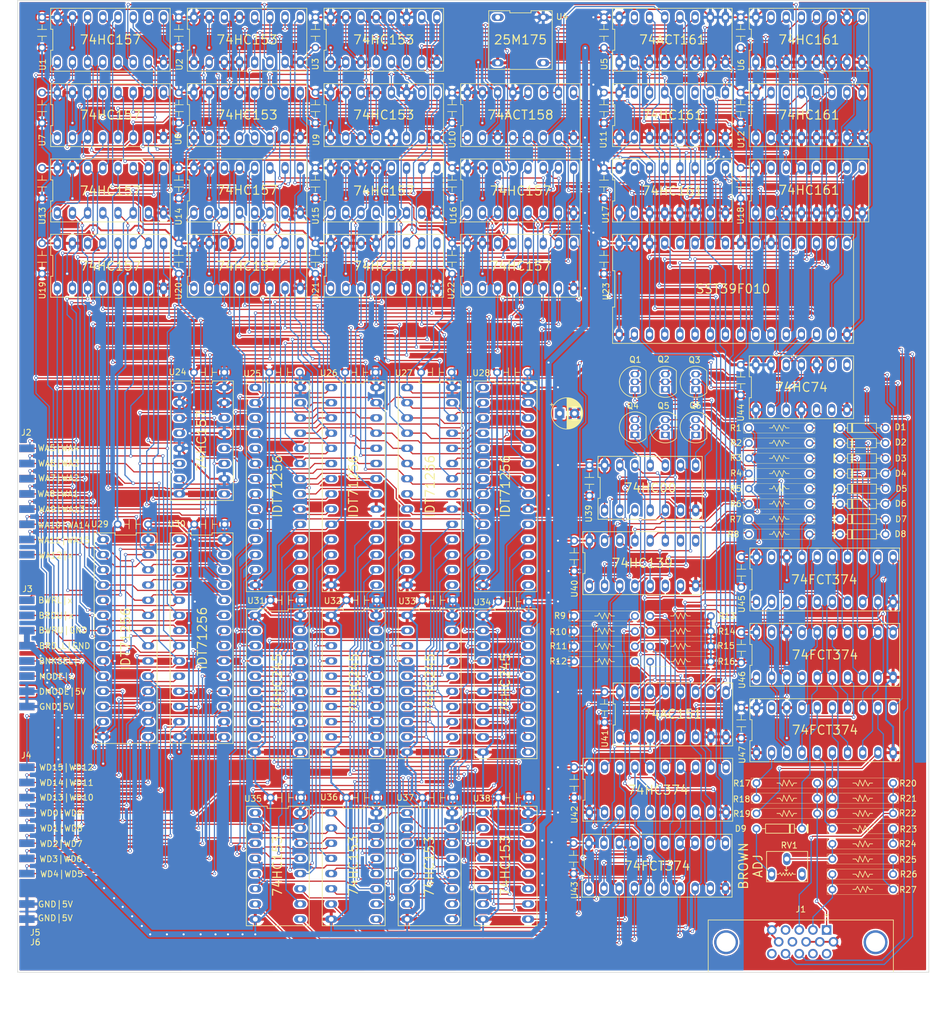
<source format=kicad_pcb>
(kicad_pcb (version 20221018) (generator pcbnew)
  (layers (0 "F.Cu" signal) (31 "B.Cu" signal) (34 "B.Paste" user) (35 "F.Paste" user) (36 "B.SilkS" user "B.Silkscreen") (37 "F.SilkS" user "F.Silkscreen") (38 "B.Mask" user) (39 "F.Mask" user) (44 "Edge.Cuts" user))
  (net 0 "")
  (net 1 "GND")
  (net 2 "+5V")
  (net 3 "/VRAM/~B1WRL")
  (net 4 "/VRAM/~B0WRL")
  (net 5 "/VRAM/~B1RD")
  (net 6 "/VRAM/B1D0")
  (net 7 "/Input/WD0")
  (net 8 "/VRAM/B1D1")
  (net 9 "/Input/WD1")
  (net 10 "/VRAM/B1D2")
  (net 11 "/Input/WD2")
  (net 12 "/VRAM/B1D3")
  (net 13 "/Input/WD3")
  (net 14 "/VRAM/B1D4")
  (net 15 "/Input/WD4")
  (net 16 "/VRAM/B1D5")
  (net 17 "/Input/WD5")
  (net 18 "/VRAM/B1D6")
  (net 19 "/Input/WD6")
  (net 20 "/VRAM/B1D7")
  (net 21 "/Input/WD7")
  (net 22 "/VRAM/~B0RD")
  (net 23 "/VRAM/~B1WRH")
  (net 24 "/VRAM/~B0WRH")
  (net 25 "/Input/BankSel")
  (net 26 "/VRAM/B0D0")
  (net 27 "/VRAM/B0D1")
  (net 28 "/VRAM/B0D2")
  (net 29 "/VRAM/B0D3")
  (net 30 "/VRAM/B0D4")
  (net 31 "/VRAM/B0D5")
  (net 32 "/VRAM/B0D6")
  (net 33 "/VRAM/B0D7")
  (net 34 "/VRAM/B1A15")
  (net 35 "/VRAM/B1A13")
  (net 36 "/VRAM/B1A14")
  (net 37 "/VRAM/B1A8")
  (net 38 "/VRAM/B1A9")
  (net 39 "/VRAM/B1A7")
  (net 40 "/VRAM/B1A10")
  (net 41 "/VRAM/B1A6")
  (net 42 "/VRAM/B1A12")
  (net 43 "/VRAM/B1A5")
  (net 44 "/VRAM/B1A4")
  (net 45 "/VRAM/B1A11")
  (net 46 "/VRAM/B1A3")
  (net 47 "/VRAM/B1A2")
  (net 48 "/VRAM/B1A1")
  (net 49 "/VRAM/B0A15")
  (net 50 "/VRAM/B0A13")
  (net 51 "/VRAM/B0A14")
  (net 52 "/VRAM/B0A8")
  (net 53 "/VRAM/B0A9")
  (net 54 "/VRAM/B0A7")
  (net 55 "/VRAM/B0A10")
  (net 56 "/VRAM/B0A6")
  (net 57 "/VRAM/B0A12")
  (net 58 "/VRAM/B0A5")
  (net 59 "/VRAM/B0A4")
  (net 60 "/VRAM/B0A11")
  (net 61 "/VRAM/B0A3")
  (net 62 "/VRAM/B0A2")
  (net 63 "/VRAM/B0A1")
  (net 64 "/VRAM/B1D15")
  (net 65 "/VRAM/B1D14")
  (net 66 "/VRAM/B1D8")
  (net 67 "/VRAM/B1D13")
  (net 68 "/VRAM/B1D9")
  (net 69 "/VRAM/B1D12")
  (net 70 "/VRAM/B1D10")
  (net 71 "/VRAM/B1D11")
  (net 72 "/VRAM/B0D15")
  (net 73 "/VRAM/B0D14")
  (net 74 "/VRAM/B0D8")
  (net 75 "/VRAM/B0D13")
  (net 76 "/VRAM/B0D9")
  (net 77 "/VRAM/B0D12")
  (net 78 "/VRAM/B0D10")
  (net 79 "/VRAM/B0D11")
  (net 80 "/Input/WD8")
  (net 81 "/Input/WD9")
  (net 82 "/Input/WD10")
  (net 83 "/Input/WD11")
  (net 84 "/Input/WD12")
  (net 85 "/Input/WD13")
  (net 86 "/Input/WD14")
  (net 87 "/Input/WD15")
  (net 88 "/FETCH_ADD_MUX/RA1")
  (net 89 "/FETCH_ADD_MUX/RA2")
  (net 90 "/FETCH_ADD_MUX/COL{slash}~MASK")
  (net 91 "/Output/LATCH_PIX")
  (net 92 "/Input/~BRD_L")
  (net 93 "/Input/~BWR_U")
  (net 94 "/Input/~BRD_U")
  (net 95 "/Input/~BWR_L")
  (net 96 "/Input/WA1")
  (net 97 "/Input/WA2")
  (net 98 "/Input/WA3")
  (net 99 "/Input/WA4")
  (net 100 "/Input/WA5")
  (net 101 "/Input/WA6")
  (net 102 "/Input/WA7")
  (net 103 "/Input/WA8")
  (net 104 "/Input/WA9")
  (net 105 "/Input/WA10")
  (net 106 "/Input/WA11")
  (net 107 "/Input/WA12")
  (net 108 "/Input/WA13")
  (net 109 "/Input/WA14")
  (net 110 "/Input/WA15")
  (net 111 "/SEQ/~VIS")
  (net 112 "/FETCH_ADD_MUX/X3")
  (net 113 "/FETCH_ADD_MUX/X2")
  (net 114 "/FETCH_ADD_MUX/X1")
  (net 115 "/FETCH_ADD_MUX/X0")
  (net 116 "/FETCH_ADD_MUX/X7")
  (net 117 "/FETCH_ADD_MUX/X6")
  (net 118 "/FETCH_ADD_MUX/X5")
  (net 119 "/FETCH_ADD_MUX/X4")
  (net 120 "/FETCH_ADD_MUX/X9")
  (net 121 "/FETCH_ADD_MUX/X8")
  (net 122 "/FETCH_ADD_MUX/Y9")
  (net 123 "/FETCH_ADD_MUX/Y6")
  (net 124 "/FETCH_ADD_MUX/Y1")
  (net 125 "/FETCH_ADD_MUX/Y0")
  (net 126 "/FETCH_ADD_MUX/Y4")
  (net 127 "/FETCH_ADD_MUX/Y5")
  (net 128 "/FETCH_ADD_MUX/Y3")
  (net 129 "/FETCH_ADD_MUX/Y2")
  (net 130 "/FETCH_ADD_MUX/Y7")
  (net 131 "/FETCH_ADD_MUX/Y8")
  (net 132 "/FETCH_ADD_MUX/RA3")
  (net 133 "/FETCH_ADD_MUX/RA4")
  (net 134 "/FETCH_ADD_MUX/RA5")
  (net 135 "/FETCH_ADD_MUX/RA6")
  (net 136 "/FETCH_ADD_MUX/RA7")
  (net 137 "/FETCH_ADD_MUX/RA8")
  (net 138 "/SEQ/~XRES")
  (net 139 "/FETCH_ADD_MUX/RA9")
  (net 140 "/FETCH_ADD_MUX/RA10")
  (net 141 "/FETCH_ADD_MUX/RA11")
  (net 142 "/FETCH_ADD_MUX/RA12")
  (net 143 "/FETCH_ADD_MUX/RA13")
  (net 144 "/FETCH_ADD_MUX/RA14")
  (net 145 "/SEQ/YINC")
  (net 146 "/SEQ/~YRES")
  (net 147 "/Output/RD7")
  (net 148 "/Output/RD0")
  (net 149 "/Output/RD6")
  (net 150 "/Output/RD1")
  (net 151 "/Output/RD5")
  (net 152 "/Output/RD2")
  (net 153 "/Output/RD4")
  (net 154 "/Output/RD3")
  (net 155 "/Output/LATCH_MASK")
  (net 156 "/Output/I1")
  (net 157 "/Output/R0")
  (net 158 "/Output/B1")
  (net 159 "/Output/G0")
  (net 160 "/Output/G1")
  (net 161 "/Output/B0")
  (net 162 "/Output/R1")
  (net 163 "/Output/I0")
  (net 164 "/Output/LATCH_COLOR")
  (net 165 "/FETCH_ADD_MUX/RA15")
  (net 166 "/Output/BROWN0")
  (net 167 "/Output/BROWN1")
  (net 168 "/Output/~HSYNC")
  (net 169 "/FETCH_ADD_MUX/RA0")
  (net 170 "/FETCH_ADD_MUX/MODE")
  (net 171 "/Output/~VSYNC")
  (net 172 "/Output/RED")
  (net 173 "/Output/GREEN")
  (net 174 "/Output/BLUE")
  (net 177 "Net-(U11-CET)")
  (net 178 "Net-(U10-Zd)")
  (net 182 "Net-(U12-TC)")
  (net 184 "Net-(U17-TC)")
  (net 189 "Net-(U23-D0)")
  (net 190 "Net-(U23-D1)")
  (net 197 "/Output/IR0")
  (net 198 "/Output/IG0")
  (net 199 "/Output/IB0")
  (net 200 "/Output/IR1")
  (net 201 "/Output/IG1")
  (net 202 "/Output/IB1")
  (net 203 "/Input/DAC_MODE")
  (net 205 "Net-(U41-D2)")
  (net 206 "Net-(U41-D3)")
  (net 207 "Net-(U41-D6)")
  (net 208 "Net-(U41-D7)")
  (net 209 "Net-(U41-D0)")
  (net 210 "Net-(U41-D1)")
  (net 211 "Net-(U41-D4)")
  (net 212 "Net-(U41-D5)")
  (net 213 "Net-(U47-O0)")
  (net 214 "Net-(U47-O3)")
  (net 215 "Net-(U47-O2)")
  (net 216 "Net-(U47-O5)")
  (net 217 "Net-(U47-O1)")
  (net 218 "Net-(U47-O4)")
  (net 219 "Net-(U41-O)")
  (net 220 "Net-(U41-~{O})")
  (net 224 "Net-(U45-O6)")
  (net 225 "Net-(U45-O5)")
  (net 226 "Net-(U45-O4)")
  (net 227 "Net-(U45-O3)")
  (net 228 "Net-(U45-O2)")
  (net 229 "Net-(U45-O1)")
  (net 230 "Net-(U45-O0)")
  (net 233 "Net-(U40A-E)")
  (net 234 "Net-(U40A-O1)")
  (net 239 "Net-(U40B-O1)")
  (net 240 "Net-(U40B-E)")
  (net 241 "Net-(D1-A)")
  (net 242 "Net-(R25-Pad2)")
  (net 243 "Net-(D2-A)")
  (net 244 "Net-(D3-A)")
  (net 245 "Net-(D4-A)")
  (net 246 "Net-(D5-A)")
  (net 247 "Net-(D6-A)")
  (net 248 "Net-(Q1-B)")
  (net 249 "Net-(Q4-B)")
  (net 250 "Net-(U40A-O0)")
  (net 251 "Net-(U40B-O0)")
  (net 252 "Net-(D9-K)")
  (net 253 "Net-(D9-A)")
  (net 258 "Net-(R23-Pad2)")
  (net 259 "Net-(R24-Pad1)")
  (footprint "68000:DIP-2_200_ELL" (layer "F.Cu") (at 50.85 105.41 90)
    (fp_text reference "C17" hide)
    (fp_text value "100nF")
  )
  (footprint "68000:DIP-2_200_ELL" (layer "F.Cu") (at 38.05 105.41 90)
    (fp_text reference "C18" hide)
    (fp_text value "100nF")
  )
  (footprint "68000:DIP-20" (layer "F.Cu") (at 153.77 127.25)
    (fp_text reference "U46")
    (fp_text value "74FCT374")
  )
  (footprint "68000:DIP-16" (layer "F.Cu") (at 80.01 62.18)
    (fp_text reference "U21")
    (fp_text value "74HC157")
  )
  (footprint "68000:DIP-16" (layer "F.Cu") (at 80.01 24.38)
    (fp_text reference "U3")
    (fp_text value "HC153")
  )
  (footprint "68000:2x01 finger" (layer "F.Cu") (at 20.955 168.275)
    (fp_text reference "J5")
    (fp_text value "Conn_02x01")
  )
  (footprint "68000:POT" (layer "F.Cu") (at 147.336 162.914)
    (fp_text reference "RV1")
    (fp_text value "R_Pot")
  )
  (footprint "68000:res" (layer "F.Cu") (at 168.375 148.69 -90)
    (fp_text reference "R20")
    (fp_text value "1K4")
  )
  (footprint "68000:2x08 finger" (layer "F.Cu") (at 19.05 164.465 180)
    (fp_text reference "J4")
    (fp_text value "2x08")
  )
  (footprint "68000:DIP-16" (layer "F.Cu") (at 34.29 49.58)
    (fp_text reference "U13")
    (fp_text value "74HC157")
  )
  (footprint "68000:DIP-2_200_ELL" (layer "F.Cu") (at 101.7 118.364 90)
    (fp_text reference "C24" hide)
    (fp_text value "100nF")
  )
  (footprint "68000:DIP-2_200_ELL" (layer "F.Cu") (at 45.72 23.16 180)
    (fp_text reference "C7" hide)
    (fp_text value "100nF")
  )
  (footprint "68000:res" (layer "F.Cu") (at 108.685 123.29 90)
    (fp_text reference "R10")
    (fp_text value "R")
  )
  (footprint "68000:DIP-2_200_ELL" (layer "F.Cu") (at 63.6 151.13 90)
    (fp_text reference "C27" hide)
    (fp_text value "100nF")
  )
  (footprint "68000:res" (layer "F.Cu") (at 108.685 125.83 90)
    (fp_text reference "R11")
    (fp_text value "R")
  )
  (footprint "68000:D" (layer "F.Cu") (at 163.93 102 -90)
    (fp_text reference "D6")
    (fp_text value "D")
  )
  (footprint "68000:DIP-2_200_ELL" (layer "F.Cu") (at 63.4 80.01 90)
    (fp_text reference "C30" hide)
    (fp_text value "100nF")
  )
  (footprint "68000:DIP-2_200_ELL" (layer "F.Cu") (at 139.7 48.36 180)
    (fp_text reference "C2" hide)
    (fp_text value "100nF")
  )
  (footprint "68000:DIP-16" (layer "F.Cu") (at 57.15 24.38)
    (fp_text reference "U2")
    (fp_text value "HC153")
  )
  (footprint "68000:DIP-16" (layer "F.Cu") (at 123.29 111.91)
    (fp_text reference "U40")
    (fp_text value "74LS139")
  )
  (footprint "68000:res" (layer "F.Cu") (at 168.375 161.39 -90)
    (fp_text reference "R25")
    (fp_text value "130")
  )
  (footprint "68000:DIP-16" (layer "F.Cu") (at 151.13 49.58)
    (fp_text reference "U18")
    (fp_text value "74HC161")
  )
  (footprint "68000:DIP-2_200_ELL" (layer "F.Cu") (at 139.8 126.03 180)
    (fp_text reference "C46" hide)
    (fp_text value "100nF")
  )
  (footprint "68000:D" (layer "F.Cu") (at 163.93 104.54 -90)
    (fp_text reference "D7")
    (fp_text value "D")
  )
  (footprint "68000:DIP-28" (layer "F.Cu") (at 62.28 99.06 -90)
    (fp_text reference "U25")
    (fp_text value "71256(32Kx8)")
  )
  (footprint "68000:D" (layer "F.Cu") (at 163.93 94.38 -90)
    (fp_text reference "D3")
    (fp_text value "D")
  )
  (footprint "68000:DIP-20" (layer "F.Cu") (at 125.73 162.51)
    (fp_text reference "U43")
    (fp_text value "74FCT374")
  )
  (footprint "68000:DIP-2_200_ELL" (layer "F.Cu") (at 139.7 81.28 180)
    (fp_text reference "C42" hide)
    (fp_text value "100nF")
  )
  (footprint "68000:DIP-20" (layer "F.Cu") (at 62.28 132.08 -90)
    (fp_text reference "U31")
    (fp_text value "74HC245")
  )
  (footprint "68000:res" (layer "F.Cu") (at 168.375 156.31 -90)
    (fp_text reference "R23")
    (fp_text value "130")
  )
  (footprint "68000:DIP-16" (layer "F.Cu") (at 151.13 24.38)
    (fp_text reference "U6")
    (fp_text value "74HC161")
  )
  (footprint "68000:DIP-2_200_ELL" (layer "F.Cu") (at 91.44 35.76 180)
    (fp_text reference "C13" hide)
    (fp_text value "100nF")
  )
  (footprint "68000:DIP-16" (layer "F.Cu") (at 128.27 49.58)
    (fp_text reference "U17")
    (fp_text value "74HC161")
  )
  (footprint "68000:res" (layer "F.Cu") (at 121.385 125.83 90)
    (fp_text reference "R15")
    (fp_text value "R")
  )
  (footprint "Package_TO_SOT_THT:TO-92_Inline" (layer "F.Cu") (at 132.18 82.85 90)
    (fp_text reference "Q3")
    (fp_text value "Q_PNP")
  )
  (footprint "68000:DIP-16" (layer "F.Cu") (at 80.01 36.98)
    (fp_text reference "U9")
    (fp_text value "HC153")
  )
  (footprint "68000:res" (layer "F.Cu") (at 168.375 151.23 -90)
    (fp_text reference "R21")
    (fp_text value "1K4")
  )
  (footprint "68000:DIP-2_200_ELL" (layer "F.Cu") (at 116.84 35.76 180)
    (fp_text reference "C12" hide)
    (fp_text value "100nF")
  )
  (footprint "68000:DIP-14" (layer "F.Cu") (at 149.86 82.5)
    (fp_text reference "U44")
    (fp_text value "74HC74")
  )
  (footprint "68000:2x01 finger" (layer "F.Cu") (at 20.955 165.735)
    (fp_text reference "J6")
    (fp_text value "Conn_02x01")
  )
  (footprint "68000:DIP-16" (layer "F.Cu") (at 62.28 162.56 -90)
    (fp_text reference "U35")
    (fp_text value "HC153")
  )
  (footprint "68000:DIP-16" (layer "F.Cu") (at 128.27 36.98)
    (fp_text reference "U11")
    (fp_text value "74HC161")
  )
  (footprint "68000:DIP-20" (layer "F.Cu") (at 87.68 132.08 -90)
    (fp_text reference "U33")
    (fp_text value "74HC245")
  )
  (footprint "68000:2x08 finger" (layer "F.Cu") (at 21.59 117.475)
    (fp_text reference "J3")
    (fp_text value "02x08")
  )
  (footprint "68000:D" (layer "F.Cu") (at 142.34 156.31 90)
    (fp_text reference "D9")
    (fp_text value "D")
  )
  (footprint "68000:DIP-2_200_ELL" (layer "F.Cu") (at 45.72 48.36 180)
    (fp_text reference "C36" hide)
    (fp_text value "100nF")
  )
  (footprint "68000:DIP-2_200_ELL" (layer "F.Cu") (at 63.6 118.11 90)
    (fp_text reference "C23" hide)
    (fp_text value "100nF")
  )
  (footprint "68000:D" (layer "F.Cu") (at 163.93 99.46 -90)
    (fp_text reference "D5")
    (fp_text value "D")
  )
  (footprint "68000:DIP-16" (layer "F.Cu") (at 151.13 36.98)
    (fp_text reference "U12")
    (fp_text value "74HC161")
  )
  (footprint "68000:DIP-2_200_ELL" (layer "F.Cu") (at 76.1 80.01 90)
    (fp_text reference "C31" hide)
    (fp_text value "100nF")
  )
  (footprint "68000:DIP-28" (layer "F.Cu") (at 100.38 99.06 -90)
    (fp_text reference "U28")
    (fp_text value "71256(32Kx8)")
  )
  (footprint "68000:DIP-20" (layer "F.Cu") (at 153.77 114.65)
    (fp_text reference "U45")
    (fp_text value "74FCT374")
  )
  (footprint "68000:DIP-2_200_ELL" (layer "F.Cu") (at 139.8 138.63 180)
    (fp_text reference "C45" hide)
    (fp_text value "100nF")
  )
  (footprint "68000:res" (layer "F.Cu") (at 168.375 153.77 -90)
    (fp_text reference "R22")
    (fp_text value "1K3")
  )
  (footprint "68000:DIP-2_200_ELL" (layer "F.Cu") (at 76.3 151.13 90)
    (fp_text reference "C26" hide)
    (fp_text value "100nF")
  )
  (footprint "Capacitor_THT:CP_Radial_D5.0mm_P2.50mm" (layer "F.Cu") (at 109.4124 86.868)
    (fp_text reference "C48" hide)
    (fp_text value "C_Polarized_Small")
  )
  (footprint "68000:DIP-2_200_ELL" (layer "F.Cu") (at 116.84 60.96 180)
    (fp_text reference "C9" hide)
    (fp_text value "100nF")
  )
  (footprint "68000:res" (layer "F.Cu") (at 137.895 99.46 90)
    (fp_text reference "R5")
    (fp_text value "R")
  )
  (footprint "68000:res" (layer "F.Cu") (at 137.895 89.3 90)
    (fp_text reference "R1")
    (fp_text value "R")
  )
  (footprint "68000:DIP-16" (layer "F.Cu") (at 57.15 62.18)
    (fp_text reference "U20")
    (fp_text value "74HC157")
  )
  (footprint "68000:DIP-2_200_ELL" (layer "F.Cu") (at 139.7 35.76 180)
    (fp_text reference "C15" hide)
    (fp_text value "100nF")
  )
  (footprint "68000:DIP-16" (layer "F.Cu") (at 128.27 24.38)
    (fp_text reference "U5")
    (fp_text value "74ACT161")
  )
  (footprint "68000:DIP-2_200_ELL" (layer "F.Cu") (at 22.86 60.96 180)
    (fp_text reference "C40" hide)
    (fp_text value "100nF")
  )
  (footprint "68000:res" (layer "F.Cu") (at 137.895 94.38 90)
    (fp_text reference "R3")
    (fp_text value "R")
  )
  (footprint "Package_TO_SOT_THT:TO-92_Inline" (layer "F.Cu") (at 132.18 90.47 90)
    (fp_text reference "Q6")
    (fp_text value "Q_PNP")
  )
  (footprint "68000:res" (layer "F.Cu") (at 168.375 158.85 -90)
    (fp_text reference "R24")
    (fp_text value "220")
  )
  (footprint "68000:DIP-2_200_ELL" (layer "F.Cu") (at 68.58 23.16 180)
    (fp_text reference "C6" hide)
    (fp_text value "100nF")
  )
  (footprint "68000:DIP-2_200_ELL" (layer "F.Cu") (at 22.86 48.36 180)
    (fp_text reference "C37" hide)
    (fp_text value "100nF")
  )
  (footprint "68000:DIP-16" (layer "F.Cu") (at 34.29 36.98)
    (fp_text reference "U7")
    (fp_text value "74HC157")
  )
  (footprint "68000:DIP-14" (layer "F.Cu") (at 124.56 99.31)
    (fp_text reference "U39")
    (fp_text value "74HC00")
  )
  (footprint "68000:DIP-28" (layer "F.Cu") (at 74.98 99.06 -90)
    (fp_text reference "U26")
    (fp_text value "71256(32Kx8)")
  )
  (footprint "68000:DIP-20" (layer "F.Cu") (at 74.98 132.08 -90)
    (fp_text reference "U32")
    (fp_text value "74HC245")
  )
  (footprint "68000:DIP-2_200_ELL" (layer "F.Cu") (at 139.8 113.43 180)
    (fp_text reference "C44" hide)
    (fp_text value "100nF")
  )
  (footprint "68000:DIP-2_200_ELL" (layer "F.Cu") (at 45.72 60.96 180)
    (fp_text reference "C10" hide)
    (fp_text value "100nF")
  )
  (footprint "68000:DIP-2_200_ELL" (layer "F.Cu") (at 88.8 80.01 90)
    (fp_text reference "C35" hide)
    (fp_text value "100nF")
  )
  (footprint "68000:DIP-2_200_ELL" (layer "F.Cu") (at 91.44 48.36 180)
    (fp_text reference "C25" hide)
    (fp_text value "100nF")
  )
  (footprint "68000:DIP-20" (layer "F.Cu") (at 153.77 139.85)
    (fp_text reference "U47")
    (fp_text value "74FCT374")
  )
  (footprint "68000:res" (layer "F.Cu") (at 121.385 120.75 90)
    (fp_text reference "R13")
    (fp_text value "R")
  )
  (footprint "68000:D" (layer "F.Cu") (at 163.93 107.08 -90)
    (fp_text reference "D8")
    (fp_text value "D")
  )
  (footprint "68000:DIP-2_200_ELL" (layer "F.Cu") (at 116.84 48.36 180)
    (fp_text reference "C14" hide)
    (fp_text value "100nF")
  )
  (footprint "68000:DIP-2_200_ELL" (layer "F.Cu") (at 101.5 80.01 90)
    (fp_text reference "C33" hide)
    (fp_text value "100nF")
  )
  (footprint "68000:DIP-20" (layer "F.Cu") (at 125.83 149.81)
    (fp_text reference "U42")
    (fp_text value "74HC374")
  )
  (footprint "68000:DIP-2_200_ELL" (layer "F.Cu") (at 116.94 135.99 180)
    (fp_text reference "C43" hide)
    (fp_text value "100nF")
  )
  (footprint "68000:DIP-16" (layer "F.Cu") (at 87.68 162.56 -90)
    (fp_text reference "U37")
    (fp_text value "HC153")
  )
  (footprint "68000:res" (layer "F.Cu") (at 137.895 104.54 90)
    (fp_text reference "R7")
    (fp_text value "R")
  )
  (footprint "68000:res" (layer "F.Cu") (at 108.685 120.75 90)
    (fp_text reference "R9")
    (fp_text value "R")
  )
  (footprint "68000:DIP-20" (layer "F.Cu") (at 100.38 132.08 -90)
    (fp_text reference "U34")
    (fp_text value "74HC245")
  )
  (footprint "68000:DIP-2_200_ELL" (layer "F.Cu") (at 68.58 35.76 180)
    (fp_text reference "C3" hide)
    (fp_text value "100nF")
  )
  (footprint "68000:res" (layer "F.Cu") (at 137.895 96.92 90)
    (fp_text reference "R4")
    (fp_text value "R")
  )
  (footprint "68000:res" (layer "F.Cu") (at 121.385 123.29 90)
    (fp_text reference "R14")
    (fp_text value "R")
  )
  (footprint "68000:DIP-28" (layer "F.Cu") (at 36.83 124.46 -90)
    (fp_text reference "U29")
    (fp_text value "71256(32Kx8)")
  )
  (footprint "68000:DIP-2_200_ELL" (layer "F.Cu") (at 114.4 98.09 180)
    (fp_text reference "C20" hide)
    (fp_text value "100nF")
  )
  (footprint "68000:DIP-2_200_ELL" (layer "F.Cu") (at 45.72 35.76 180)
    (fp_text reference "C4" hide)
    (fp_text value "100nF")
  )
  (footprint "68000:res" (layer "F.Cu") (at 155.675 153.77 -90)
    (fp_text reference "R19")
    (fp_text value "1K3")
  )
  (footprint "Package_TO_SOT_THT:TO-92_Inline" (layer "F.Cu") (at 122.02 82.85 90)
    (fp_text reference "Q1")
    (fp_text value "Q_PNP")
  )
  (footprint "68000:res" (layer "F.Cu") (at 137.895 102 90)
    (fp_text reference "R6")
    (fp_text value "R")
  )
  (footprint "68000:DIP-2x2osci" (layer "F.Cu") (at 102.87 24.43 -90)
    (fp_text reference "U4")
    (fp_text value "mxo45hs-8")
  )
  (footprint "68000:DIP-2_200_ELL" (layer "F.Cu") (at 89 118.11 90)
    (fp_text reference "C32" hide)
    (fp_text value "100nF")
  )
  (footprint "68000:res" (layer "F.Cu") (at 137.895 91.84 90)
    (fp_text reference "R2")
    (fp_text value "R")
  )
  (footprint "68000:DIP-16" (layer "F.Cu") (at 80.01 49.58)
    (fp_text reference "U15")
    (fp_text value "74HC157")
  )
  (footprint "68000:D" (layer "F.Cu") (at 163.93 89.3 -90)
    (fp_text reference "D1")
    (fp_text value "D")
  )
  (footprint "68000:DIP-2_200_ELL" (layer "F.Cu") (at 68.58 60.96 180)
    (fp_text reference "C38" hide)
    (fp_text value "100nF")
  )
  (footprint "68000:res" (layer "F.Cu") (at 121.385 128.37 90)
    (fp_text reference "R16")
    (fp_text value "R")
  )
  (footprint "68000:res" (layer "F.Cu") (at 151.865 166.47 90)
    (fp_text reference "R27")
    (fp_text value "1K3")
  )
  (footprint "Package_TO_SOT_THT:TO-92_Inline" (layer "F.Cu") (at 127.1 82.85 90)
    (fp_text reference "Q2")
    (fp_text value "Q_PNP")
  )
  (footprint "68000:DIP-2_200_ELL" (layer "F.Cu") (at 68.58 48.36 180)
    (fp_text reference "C11" hide)
    (fp_text value "100nF")
  )
  (footprint "68000:DIP-2_200_ELL" (layer "F.Cu") (at 89 151.13 90)
    (fp_text reference "C29" hide)
    (fp_text value "100nF")
  )
  (footprint "68000:DIP-2_200_ELL" (layer "F.Cu") (at 139.7 23.16 180)
    (fp_text reference "C41" hide)
    (fp_text value "100nF")
  )
  (footprint "68000:DIP-2_200_ELL" (layer "F.Cu") (at 22.86 23.16 180)
    (fp_text reference "C8" hide)
    (fp_text value "100nF")
  )
  (footprint "68000:DIP-16" (layer "F.Cu") (at 102.87 49.58)
    (fp_text reference "U16")
    (fp_text value "74HC157")
  )
  (footprint "68000:DIP-16" (layer "F.Cu") (at 34.29 62.18)
    (fp_text reference "U19")
    (fp_text value "74HC157")
  )
  (footprint "68000:D" (layer "F.Cu") (at 163.93 96.92 -90)
    (fp_text reference "D4")
    (fp_text value "D")
  )
  (footprint "68000:res" (layer "F.Cu") (at 137.895 107.08 90)
    (fp_text reference "R8")
    (fp_text value "R")
  )
  (footprint "68000:D" (layer "F.Cu") (at 163.93 91.84 -90)
    (fp_text reference "D2")
    (fp_text value "D")
  )
  (footprint "68000:DIP-28" (layer "F.Cu") (at 87.68 99.06 -90)
    (fp_text reference "U27")
    (fp_text value "71256(32Kx8)")
  )
  (footprint "68000:res" (layer "F.Cu") (at 155.675 151.23 -90)
    (fp_text reference "R18")
    (fp_text value "1K4")
  )
  (footprint "68000:DIP-16" (layer "F.Cu") (at 100.38 162.56 -90)
    (fp_text reference "U38")
    (fp_text value "HC153")
  )
  (footprint "68000:DIP-2_200_ELL" (layer "F.Cu") (at 116.84 23.16 180)
    (fp_text reference "C1" hide)
    (fp_text value "100nF")
  )
  (footprint "68000:2x08 finger" (layer "F.Cu") (at 19.05 111.125 180)
    (fp_text reference "J2")
    (fp_text value "2x08")
  )
  (footprint "68000:res" (layer "F.Cu") (at 168.375 163.93 -90)
    (fp_text reference "R26")
    (fp_text value "220")
  )
  (footprint "68000:res" (layer "F.Cu") (at 155.675 148.69 -90)
    (fp_text reference "R17")
    (fp_text value "1K4")
  )
  (footprint "68000:DIP-2_200_ELL" (layer "F.Cu") (at 111.86 110.69 180)
    (fp_text reference "C19" hide)
    (fp_text value "100nF")
  )
  (footprint "68000:DIP-2_200_ELL" (layer "F.Cu") (at 50.8 80.01 90)
    (fp_text reference "C16" hide)
    (fp_text value "100nF")
  )
  (footprint "68000:DIP-16" (layer "F.Cu") (at 34.29 24.38)
    (fp_text reference "U1")
    (fp_text value "74HC157")
  )
  (footprint "68000:DIP-2_200_ELL" (layer "F.Cu") (at 111.76 161.29 180)
    (fp_text reference "C21" hide)
    (fp_text value "100nF")
  )
  (footprint "68000:DIP-2_200_ELL" (layer "F.Cu") (at 22.86 35.76 180)
    (fp_text reference "C5" hide)
    (fp_text value "100nF")
  )
  (footprint "68000:DIP-32_600_ELL" (layer "F.Cu") (at 138.43 66.04)
    (fp_text reference "U23")
    (fp_text value "SST39F040")
  )
  (footprint "68000:DIP-2_200_ELL" (layer "F.Cu") (at 111.86 148.59 180)
    (fp_text reference "C22" hide)
    (fp_text value "100nF")
  )
  (footprint "68000:DIP-16" (layer "F.Cu") (at 57.15 49.58)
    (fp_text reference "U14")
    (fp_text value "74HC157")
  )
  (footprint "68000:DIP-16" (layer "F.Cu") (at 102.87 62.18)
    (fp_text reference "U22")
    (fp_text value "74HC157")
  )
  (footprint "68000:DIP-16" (layer "F.Cu") (at 128.37 137.21)
    (fp_text reference "U41")
    (fp_text value "74F151")
  )
  (footprint "68000:DIP-2_200_ELL" (layer "F.Cu") (at 76.3 118.11 90)
    (fp_text reference "C34" hide)
    (fp_text value "100nF")
  )
  (footprint "Package_TO_SOT_THT:TO-92_Inline" (layer "F.Cu") (at 127.1 90.47 90)
    (fp_text reference "Q5")
    (fp_text value "Q_PNP")
  )
  (footprint "68000:DIP-16" (layer "F.Cu") (at 57.15 36.98)
    (fp_text reference "U8")
    (fp_text value "HC153")
  )
  (footprint "68000:DIP-2_200_ELL" (layer "F.Cu") (at 101.7 151.13 90)
    (fp_text reference "C28" hide)
    (fp_text value "100nF")
  )
  (footprint "68000:DIP-16" (layer "F.Cu") (at 74.98 162.56 -90)
    (fp_text reference "U36")
    (fp_text value "HC153")
  )
  (footprint "68000:DIP-2_200_ELL" (layer "F.Cu") (at 91.44 60.96 180)
    (fp_text reference "C39" hide)
    (fp_text value "100nF")
  )
  (footprint "68000:DIP-28" (layer "F.Cu") (at 49.53 124.46 -90)
    (fp_text reference "U30")
    (fp_text value "71256(32Kx8)")
  )
  (footprint "Package_TO_SOT_THT:TO-92_Inline" (layer "F.Cu") (at 122.02 90.47 90)
    (fp_text reference "Q4")
    (fp_text value "Q_PNP")
  )
  (footprint "68000:res" (layer "F.Cu") (at 108.685 128.37 90)
    (fp_text reference "R12")
    (fp_text value "R")
  )
  (footprint "68000:DIP-16" (layer "F.Cu") (at 49.58 91.44 -90)
    (fp_text reference "U24")
    (fp_text value "74HC157")
  )
  (footprint "68000:DIP-16" (layer "F.Cu") (at 102.87 36.98)
    (fp_text reference "U10")
    (fp_text value "74ACT158")
  )
  (footprint "68000:DSUB-15-HD_Female_Horizontal_P2.29x1.98mm_EdgePinOffset3.03mm_Housed_MountingHolesOffset4.94mm" (layer "F.Cu") (at 154.0766 173.2608)
    (fp_text reference "J1")
    (fp_text value "DB15_Female")
  )
  (gr_rect (start 18.7706 17.78) (end 171.1706 180.34) (stroke (width 0.1)) (fill none) (layer "Edge.Cuts"))
  (gr_text "74HC139" (at 123.2408 111.9124) (layer "F.SilkS") (effects (font (size 1.5 1.5) (thickness 0.1875))))
  (gr_text "WD15|WD12" (at 22.2758 146.6596) (layer "F.SilkS") (effects (font (size 1 1)) (justify left bottom)))
  (gr_text "74HC245" (at 100.33 132.08 90) (layer "F.SilkS") (effects (font (size 1.5 1.5) (thickness 0.1875))))
  (gr_text "74HC153" (at 74.93 162.56 90) (layer "F.SilkS") (effects (font (size 1.5 1.5) (thickness 0.1875))))
  (gr_text "WA11|WA15" (at 21.9964 108.6612) (layer "F.SilkS") (effects (font (size 1 1)) (justify left bottom)))
  (gr_text "WA10|WA14" (at 22.0218 106.1466) (layer "F.SilkS") (effects (font (size 1 1)) (justify left bottom)))
  (gr_text "IDT71256" (at 62.23 99.06 90) (layer "F.SilkS") (effects (font (size 1.5 1.5) (thickness 0.1875))))
  (gr_text "WD13|WD10" (at 22.3266 151.6888) (layer "F.SilkS") (effects (font (size 1 1)) (justify left bottom)))
  (gr_text "74HC245" (at 62.23 132.08 90) (layer "F.SilkS") (effects (font (size 1.5 1.5) (thickness 0.1875))))
  (gr_text "74HC157" (at 80.01 49.657) (layer "F.SilkS") (effects (font (size 1.5 1.5) (thickness 0.1875))))
  (gr_text "IDT71256" (at 87.757 99.06 90) (layer "F.SilkS") (effects (font (size 1.5 1.5) (thickness 0.1875))))
  (gr_text "74FCT374" (at 153.67 114.681) (layer "F.SilkS") (effects (font (size 1.5 1.5) (thickness 0.1875))))
  (gr_text "74HC157" (at 34.29 62.23) (layer "F.SilkS") (effects (font (size 1.5 1.5) (thickness 0.1875))))
  (gr_text "WD3|WD6" (at 22.3266 161.9758) (layer "F.SilkS") (effects (font (size 1 1)) (justify left bottom)))
  (gr_text "74ACT158" (at 102.87 36.957) (layer "F.SilkS") (effects (font (size 1.5 1.5) (thickness 0.1875))))
  (gr_text "74HC157" (at 102.87 49.657) (layer "F.SilkS") (effects (font (size 1.5 1.5) (thickness 0.1875))))
  (gr_text "IDT71256" (at 36.83 124.587 90) (layer "F.SilkS") (effects (font (size 1.5 1.5) (thickness 0.1875))))
  (gr_text "25M175" (at 102.87 24.384) (layer "F.SilkS") (effects (font (size 1.5 1.5) (thickness 0.1875))))
  (gr_text "74HC161" (at 151.13 36.957) (layer "F.SilkS") (effects (font (size 1.5 1.5) (thickness 0.1875))))
  (gr_text "74ACT161" (at 128.27 24.384) (layer "F.SilkS") (effects (font (size 1.5 1.5) (thickness 0.1875))))
  (gr_text "IDT71256" (at 100.33 99.06 90) (layer "F.SilkS") (effects (font (size 1.5 1.5) (thickness 0.1875))))
  (gr_text "GND|5V" (at 22.098 169.545) (layer "F.SilkS") (effects (font (size 1 1)) (justify left bottom)))
  (gr_text "BWRU|GND" (at 22.1742 123.7234) (layer "F.SilkS") (effects (font (size 1 1)) (justify left bottom)))
  (gr_text "74HC157" (at 57.15 49.53) (layer "F.SilkS") (effects (font (size 1.5 1.5) (thickness 0.1875))))
  (gr_text "WD1|WD8" (at 22.4028 156.845) (layer "F.SilkS") (effects (font (size 1 1)) (justify left bottom)))
  (gr_text "BROWN\nADJ" (at 141.3764 162.56 90) (layer "F.SilkS") (effects (font (size 1.5 1.5) (thickness 0.1875))))
  (gr_text "74HC153" (at 100.33 162.56 90) (layer "F.SilkS") (effects (font (size 1.5 1.5) (thickness 0.1875))))
  (gr_text "74HC157" (at 34.29 49.657) (layer "F.SilkS") (effects (font (size 1.5 1.5) (thickness 0.1875))))
  (gr_text "BRDU|x" (at 22.1742 121.2596) (layer "F.SilkS") (effects (font (size 1 1)) (justify left bottom)))
  (gr_text "WD2|WD7" (at 22.3774 159.4358) (layer "F.SilkS") (effects (font (size 1 1)) (justify left bottom)))
  (gr_text "74HC00" (at 124.5616 99.314) (layer "F.SilkS") (effects (font (size 1.5 1.5) (thickness 0.1875))))
  (gr_text "WA7|WA2" (at 22.098 98.2726) (layer "F.SilkS") (effects (font (size 1 1)) (justify left bottom)))
  (gr_text "74FCT374" (at 153.797 139.827) (layer "F.SilkS") (effects (font (size 1.5 1.5) (thickness 0.1875))))
  (gr_text "74HC157" (at 57.15 62.23) (layer "F.SilkS") (effects (font (size 1.5 1.5) (thickness 0.1875))))
  (gr_text "74HC153" (at 57.15 24.384) (layer "F.SilkS") (effects (font (size 1.5 1.5) (thickness 0.1875))))
  (gr_text "74HC245" (at 75.057 132.08 90) (layer "F.SilkS") (effects (font (size 1.5 1.5) (thickness 0.1875))))
  (gr_text "BNKSEL|x" (at 22.225 128.8796) (layer "F.SilkS") (effects (font (size 1 1)) (justify left bottom)))
  (gr_text "WA9|WA13" (at 22.1234 103.4796) (layer "F.SilkS") (effects (font (size 1 1)) (justify left bottom)))
  (gr_text "WD0|WD9" (at 22.4028 154.305) (layer "F.SilkS") (effects (font (size 1 1)) (justify left bottom)))
  (gr_text "74HC153" (at 57.15 36.957) (layer "F.SilkS") (effects (font (size 1.5 1.5) (thickness 0.1875))))
  (gr_text "74FCT374" (at 125.73 162.56) (layer "F.SilkS") (effects (font (size 1.5 1.5) (thickness 0.1875))))
  (gr_text "WD4|WD5" (at 22.4536 164.4904) (layer "F.SilkS") (effects (font (size 1 1)) (justify left bottom)))
  (gr_text "IDT71256" (at 49.657 124.46 90) (layer "F.SilkS") (effects (font (size 1.5 1.5) (thickness 0.1875))))
  (gr_text "BWRL|x" (at 22.1234 118.6942) (layer "F.SilkS") (effects (font (size 1 1)) (justify left bottom)))
  (gr_text "74HC157" (at 80.01 62.23) (layer "F.SilkS") (effects (font (size 1.5 1.5) (thickness 0.1875))))
  (gr_text "74HC153" (at 80.01 36.957) (layer "F.SilkS") (effects (font (size 1.5 1.5) (thickness 0.1875))))
  (gr_text "74HC161" (at 151.13 24.384) (layer "F.SilkS") (effects (font (size 1.5 1.5) (thickness 0.1875))))
  (gr_text "GND|5V" (at 22.0726 171.8564) (layer "F.SilkS") (effects (font (size 1 1)) (justify left bottom)))
  (gr_text "WA6|WA3" (at 22.098 95.8088) (layer "F.SilkS") (effects (font (size 1 1)) (justify left bottom)))
  (gr_text "MODE|x" (at 22.2504 131.4704) (layer "F.SilkS") (effects (font (size 1 1)) (justify left bottom)))
  (gr_text "74HC153" (at 87.63 162.687 90) (layer "F.SilkS") (effects (font (size 1.5 1.5) (thickness 0.1875))))
  (gr_text "74HC161" (at 151.13 49.53) (layer "F.SilkS") (effects (font (size 1.5 1.5) (thickness 0.1875))))
  (gr_text "74HC374" (at 125.857 149.86) (layer "F.SilkS") (effects (font (size 1.5 1.5) (thickness 0.1875))))
  (gr_text "GND|5V" (at 22.2758 136.4996) (layer "F.SilkS") (effects (font (size 1 1)) (justify left bottom)))
  (gr_text "WA8|WA1" (at 21.9964 100.9142) (layer "F.SilkS") (effects (font (size 1 1)) (justify left bottom)))
  (gr_text "74HC157" (at 102.87 62.23) (layer "F.SilkS") (effects (font (size 1.5 1.5) (thickness 0.1875))))
  (gr_text "74HC157" (at 49.53 91.44 90) (layer "F.SilkS") (effects (font (size 1.5 1.5) (thickness 0.1875))))
  (gr_text "IDT71256" (at 74.93 99.06 90) (layer "F.SilkS") (effects (font (size 1.5 1.5) (thickness 0.1875))))
  (gr_text "WD14|WD11" (at 22.3266 149.225) (layer "F.SilkS") (effects (font (size 1 1)) (justify left bottom)))
  (gr_text "WA12|x" (at 22.1996 111.2012) (layer "F.SilkS") (effects (font (size 1 1)) (justify left bottom)))
  (gr_text "74HC245" (at 87.757 132.08 90) (layer "F.SilkS") (effects (font (size 1.5 1.5) (thickness 0.1875))))
  (gr_text "74HC161" (at 128.27 49.657) (layer "F.SilkS") (effects (font (size 1.5 1.5) (thickness 0.1875))))
  (gr_text "74HC157" (at 34.29 36.957) (layer "F.SilkS") (effects (font (size 1.5 1.5) (thickness 0.1875))))
  (gr_text "WA5|WA4" (at 22.0472 93.2434) (layer "F.SilkS") (effects (font (size 1 1)) (justify left bottom)))
  (gr_text "74HC74" (at 149.86 82.4992) (layer "F.SilkS") (effects (font (size 1.5 1.5) (thickness 0.1875))))
  (gr_text "74AC151" (at 128.27 137.16) (layer "F.SilkS") (effects (font (size 1.5 1.5) (thickness 0.1875))))
  (gr_text "SST39F010" (at 138.43 66.04) (layer "F.SilkS") (effects (font (size 1.5 1.5) (thickness 0.1875))))
  (gr_text "74HC161" (at 128.27 36.957) (layer "F.SilkS") (effects (font (size 1.5 1.5) (thickness 0.1875))))
  (gr_text "BRD_L|GND" (at 22.2504 126.3396) (layer "F.SilkS") (effects (font (size 1 1)) (justify left bottom)))
  (gr_text "74HC157" (at 34.29 24.384) (layer "F.SilkS") (effects (font (size 1.5 1.5) (thickness 0.1875))))
  (gr_text "74HC153" (at 62.23 162.56 90) (layer "F.SilkS") (effects (font (size 1.5 1.5) (thickness 0.1875))))
  (gr_text "DMODE|5V" (at 22.225 133.985) (layer "F.SilkS") (effects (font (size 1 1)) (justify left bottom)))
  (gr_text "74HC153" (at 80.01 24.384) (layer "F.SilkS") (effects (font (size 1.5 1.5) (thickness 0.1875))))
  (gr_text "74FCT374" (at 153.797 127.254) (layer "F.SilkS") (effects (font (size 1.5 1.5) (thickness 0.1875))))
  (segment (start 132.08 53.34) (end 124.46 53.34) (width 0.3) (layer "F.Cu") (net 1))
  (segment (start 27.94 50.9) (end 22.86 50.9) (width 0.3) (layer "F.Cu") (net 1))
  (segment (start 86.46 63.5) (end 73.66 63.5) (width 0.3) (layer "F.Cu") (net 1))
  (segment (start 85.46 152.13) (end 86.46 151.13) (width 0.3) (layer "F.Cu") (net 1))
  (segment (start 113.665 40.74) (end 114.4 40.74) (width 0.3) (layer "F.Cu") (net 1))
  (segment (start 137.26 140.97) (end 139.6 140.97) (width 0.3) (layer "F.Cu") (net 1))
  (segment (start 87.46 152.13) (end 95.7072 152.13) (width 0.3) (layer "F.Cu") (net 1))
  (segment (start 66.04 65.94) (end 63.6 63.5) (width 0.3) (layer "F.Cu") (net 1))
  (segment (start 109.32 63.5) (end 111.76 65.94) (width 0.3) (layer "F.Cu") (net 1))
  (segment (start 53.29 128.27) (end 47.421 128.27) (width 0.2) (layer "F.Cu") (net 1))
  (segment (start 96.62 115.57) (end 95.08 117.11) (width 0.3) (layer "F.Cu") (net 1))
  (segment (start 129.74 113.23) (end 132.18 115.67) (width 0.3) (layer "F.Cu") (net 1))
  (segment (start 104.14 102.87) (end 107.5436 102.87) (width 0.3) (layer "F.Cu") (net 1))
  (segment (start 71.12 38.3) (end 73.66 38.3) (width 0.3) (layer "F.Cu") (net 1))
  (segment (start 27.94 38.3) (end 28.756 39.116) (width 0.3) (layer "F.Cu") (net 1))
  (segment (start 135.81 26.79) (end 137.16 28.14) (width 0.3) (layer "F.Cu") (net 1))
  (segment (start 96.6216 151.2316) (end 95.7232 152.13) (width 0.3) (layer "F.Cu") (net 1))
  (segment (start 72.76 152.13) (end 73.76 151.13) (width 0.3) (layer "F.Cu") (net 1))
  (segment (start 45.72 25.7) (end 48.26 25.7) (width 0.3) (layer "F.Cu") (net 1))
  (segment (start 66.04 102.87) (end 60.86 102.87) (width 0.3) (layer "F.Cu") (net 1))
  (segment (start 100.611 78.359) (end 107.569 78.359) (width 0.3) (layer "F.Cu") (net 1))
  (segment (start 69.68 117.11) (end 62.06 117.11) (width 0.3) (layer "F.Cu") (net 1))
  (segment (start 48.26 38.3254) (end 48.2854 38.3) (width 0.3) (layer "F.Cu") (net 1))
  (segment (start 27.051 63.5) (end 22.86 63.5) (width 0.3) (layer "F.Cu") (net 1))
  (segment (start 156.29 39.39) (end 158.67 39.39) (width 0.3) (layer "F.Cu") (net 1))
  (segment (start 53.34 85.09) (end 52.578 85.852) (width 0.2) (layer "F.Cu") (net 1))
  (segment (start 139.7 25.7) (end 144.88 25.7) (width 0.3) (layer "F.Cu") (net 1))
  (segment (start 101.5 38.3) (end 99.06 40.74) (width 0.3) (layer "F.Cu") (net 1))
  (segment (start 147.4216 141.17) (end 162.76 141.17) (width 0.3) (layer "F.Cu") (net 1))
  (segment (start 47.4464 121.8946) (end 47.421 121.92) (width 0.3) (layer "F.Cu") (net 1))
  (segment (start 158.67 39.39) (end 160.02 40.74) (width 0.3) (layer "F.Cu") (net 1))
  (segment (start 139.7 83.82) (end 155.04 83.82) (width 0.3) (layer "F.Cu") (net 1))
  (segment (start 107.5722 113.23) (end 107.569 113.2332) (width 0.3) (layer "F.Cu") (net 1))
  (segment (start 74.56 79.01) (end 73.56 80.01) (width 0.3) (layer "F.Cu") (net 1))
  (segment (start 58.52 143.51) (end 45.8216 143.51) (width 0.3) (layer "F.Cu") (net 1))
  (segment (start 155.04 83.82) (end 157.48 86.26) (width 0.3) (layer "F.Cu") (net 1))
  (segment (start 85.26 79.01) (end 74.56 79.01) (width 0.3) (layer "F.Cu") (net 1))
  (segment (start 144.9166 173.2608) (end 144.9166 174.0958) (width 0.3) (layer "F.Cu") (net 1))
  (segment (start 50.8 25.7) (end 55.88 25.7) (width 0.3) (layer "F.Cu") (net 1))
  (segment (start 144.88 25.7) (end 147.32 28.14) (width 0.3) (layer "F.Cu") (net 1))
  (segment (start 122.02 25.7) (end 124.46 28.14) (width 0.3) (layer "F.Cu") (net 1))
  (segment (start 40.74 25.7) (end 43.18 28.14) (width 0.3) (layer "F.Cu") (net 1))
  (segment (start 71.22 115.57) (end 69.68 117.11) (width 0.3) (layer "F.Cu") (net 1))
  (segment (start 135.81 39.39) (end 137.16 40.74) (width 0.3) (layer "F.Cu") (net 1))
  (segment (start 48.26 25.7) (end 50.8 25.7) (width 0.3) (layer "F.Cu") (net 1))
  (segment (start 55.88 25.7) (end 68.58 25.7) (width 0.3) (layer "F.Cu") (net 1))
  (segment (start 68.58 38.3) (end 71.12 38.3) (width 0.3) (layer "F.Cu") (net 1))
  (segment (start 87.2268 26.4668) (end 81.6404 26.4668) (width 0.3) (layer "F.Cu") (net 1))
  (segment (start 100.6332 149.6568) (end 107.569 149.6568) (width 0.3) (layer "F.Cu") (net 1))
  (segment (start 96.6216 151.2316) (end 99.0584 151.2316) (width 0.3) (layer "F.Cu") (net 1))
  (segment (start 69.2404 79.01) (end 61.86 79.01) (width 0.3) (layer "F.Cu") (net 1))
  (segment (start 78.7654 38.3) (end 91.44 38.3) (width 0.3) (layer "F.Cu") (net 1))
  (segment (start 48.2854 38.3) (end 50.8 38.3) (width 0.3) (layer "F.Cu") (net 1))
  (segment (start 31.242 139.446) (end 25.5778 139.446) (width 0.3) (layer "F.Cu") (net 1))
  (segment (start 134.72 140.97) (end 137.26 140.97) (width 0.3) (layer "F.Cu") (net 1))
  (segment (start 107.5436 116.8654) (end 107.569 116.84) (width 0.3) (layer "F.Cu") (net 1))
  (segment (start 35.0012 128.27) (end 34.1012 127.37) (width 0.2) (layer "F.Cu") (net 1))
  (segment (start 95.8088 28.14) (end 98.96 28.14) (width 0.3) (layer "F.Cu") (net 1))
  (segment (start 139.8 128.57) (end 134.92 128.57) (width 0.3) (layer "F.Cu") (net 1))
  (segment (start 132.08 40.74) (end 124.46 40.74) (width 0.3) (layer "F.Cu") (net 1))
  (segment (start 88.9 53.3416) (end 86.46 50.9016) (width 0.3) (layer "F.Cu") (net 1))
  (segment (start 134.72 163.83) (end 137.16 166.27) (width 0.3) (layer "F.Cu") (net 1))
  (segment (start 137.9258 166.27) (end 144.9166 173.2608) (width 0.3) (layer "F.Cu") (net 1))
  (segment (start 116.84 151.13) (end 114.4 153.57) (width 0.3) (layer "F.Cu") (net 1))
  (segment (start 86.26 80.01) (end 85.26 79.01) (width 0.3) (layer "F.Cu") (net 1))
  (segment (start 145.542 51.562) (end 147.32 53.34) (width 0.3) (layer "F.Cu") (net 1))
  (segment (start 96.52 63.5) (end 109.32 63.5) (width 0.3) (layer "F.Cu") (net 1))
  (segment (start 71.22 115.57) (end 73.76 118.11) (width 0.3) (layer "F.Cu") (net 1))
  (segment (start 43.18 65.94) (end 40.74 63.5) (width 0.3) (layer "F.Cu") (net 1))
  (segment (start 53.34 28.14) (end 55.88 28.14) (width 0.2) (layer "F.Cu") (net 1))
  (segment (start 142.24 143.61) (end 139.8 141.17) (width 0.3) (layer "F.Cu") (net 1))
  (segment (start 89 53.34) (end 91.44 50.9) (width 0.3) (layer "F.Cu") (net 1))
  (segment (start 158.67 26.79) (end 160.02 28.14) (width 0.3) (layer "F.Cu") (net 1))
  (segment (start 147.32 28.14) (end 154.94 28.14) (width 0.3) (layer "F.Cu") (net 1))
  (segment (start 116.84 63.5) (end 114.4 65.94) (width 0.3) (layer "F.Cu") (net 1))
  (segment (start 62.06 117.11) (end 61.06 118.11) (width 0.3) (layer "F.Cu") (net 1))
  (segment (start 99.16 151.13) (end 100.6332 149.6568) (width 0.3) (layer "F.Cu") (net 1))
  (segment (start 62.06 152.13) (end 72.76 152.13) (width 0.3) (layer "F.Cu") (net 1))
  (segment (start 111.76 163.83) (end 106.5276 163.83) (width 0.3) (layer "F.Cu") (net 1))
  (segment (start 95.7232 152.13) (end 95.7072 152.13) (width 0.3) (layer "F.Cu") (net 1))
  (segment (start 162.76 128.57) (end 165.2 131.01) (width 0.3) (layer "F.Cu") (net 1))
  (segment (start 81.6404 26.4668) (end 80.8736 25.7) (width 0.3) (layer "F.Cu") (net 1))
  (segment (start 161.5472 114.7572) (end 141.1224 114.7572) (width 0.3) (layer "F.Cu") (net 1))
  (segment (start 99.16 118.364) (end 100.6586 116.8654) (width 0.3) (layer "F.Cu") (net 1))
  (segment (start 61.86 79.01) (end 60.86 80.01) (width 0.3) (layer "F.Cu") (net 1))
  (segment (start 42.4688 143.4592) (end 41.2242 144.7038) (width 0.3) (layer "F.Cu") (net 1))
  (segment (start 66.04 53.3416) (end 63.6 50.9016) (width 0.3) (layer "F.Cu") (net 1))
  (segment (start 154.94 40.74) (end 156.29 39.39) (width 0.3) (layer "F.Cu") (net 1))
  (segment (start 124.46 28.14) (end 132.08 28.14) (width 0.3) (layer "F.Cu") (net 1))
  (segment (start 147.4216 128.57) (end 162.76 128.57) (width 0.3) (layer "F.Cu") (net 1))
  (segment (start 156.29 26.79) (end 158.67 26.79) (width 0.3) (layer "F.Cu") (net 1))
  (segment (start 50.8 50.9016) (end 45.72 50.9016) (width 0.3) (layer "F.Cu") (net 1))
  (segment (start 37.2872 144.7038) (end 36.5506 145.4404) (width 0.3) (layer "F.Cu") (net 1))
  (segment (start 88.9 28.14) (end 95.8088 28.14) (width 0.3) (layer "F.Cu") (net 1))
  (segment (start 139.8 141.17) (end 147.4216 141.17) (width 0.3) (layer "F.Cu") (net 1))
  (segment (start 147.32 40.74) (end 154.94 40.74) (width 0.3) (layer "F.Cu") (net 1))
  (segment (start 112.522 25.7) (end 102.8748 25.7) (width 0.3) (layer "F.Cu") (net 1))
  (segment (start 86.46 151.13) (end 87.46 152.13) (width 0.3) (layer "F.Cu") (net 1))
  (segment (start 78.74 102.87) (end 73.56 102.87) (width 0.3) (layer "F.Cu") (net 1))
  (segment (start 59.86 79.01) (end 49.26 79.01) (width 0.3) (layer "F.Cu") (net 1))
  (segment (start 122.02 38.3) (end 116.84 38.3) (width 0.3) (layer "F.Cu") (net 1))
  (segment (start 135.81 51.99) (end 137.16 53.34) (width 0.3) (layer "F.Cu") (net 1))
  (segment (start 34.1012 127.37) (end 22.617 127.37) (width 0.2) (layer "F.Cu") (net 1))
  (segment (start 73.66 25.7) (end 80.2386 25.7) (width 0.3) (layer "F.Cu") (net 1))
  (segment (start 111.86 151.13) (end 109.0422 151.13) (width 0.3) (layer "F.Cu") (net 1))
  (segment (start 86.26 102.87) (end 91.44 102.87) (width 0.3) (layer "F.Cu") (net 1))
  (segment (start 53.34 38.3) (end 63.6 38.3) (width 0.3) (layer "F.Cu") (net 1))
  (segment (start 78.74 50.9016) (end 73.66 50.9016) (width 0.3) (layer "F.Cu") (net 1))
  (segment (start 132.08 28.14) (end 133.43 26.79) (width 0.3) (layer "F.Cu") (net 1))
  (segment (start 114.427 25.7) (end 113.7412 25.7) (width 0.3) (layer "F.Cu") (net 1))
  (segment (start 41.2242 144.7038) (end 37.2872 144.7038) (width 0.3) (layer "F.Cu") (net 1))
  (segment (start 48.2346 38.3) (end 48.26 38.3254) (width 0.3) (layer "F.Cu") (net 1))
  (segment (start 88.9 28.14) (end 87.2268 26.4668) (width 0.3) (layer "F.Cu") (net 1))
  (segment (start 114.3 153.57) (end 111.86 151.13) (width 0.3) (layer "F.Cu") (net 1))
  (segment (start 66.14 65.94) (end 68.58 63.5) (width 0.3) (layer "F.Cu") (net 1))
  (segment (start 91.44 38.3) (end 95.885 38.3) (width 0.3) (layer "F.Cu") (net 1))
  (segment (start 114.4 53.34) (end 116.84 50.9) (width 0.3) (layer "F.Cu") (net 1))
  (segment (start 154.94 53.34) (end 156.29 51.99) (width 0.3) (layer "F.Cu") (net 1))
  (segment (start 66.14 40.74) (end 68.58 38.3) (width 0.3) (layer "F.Cu") (net 1))
  (segment (start 156.29 51.99) (end 158.67 51.99) (width 0.3) (layer "F.Cu") (net 1))
  (segment (start 139.7 50.9) (end 137.26 53.34) (width 0.3) (layer "F.Cu") (net 1))
  (segment (start 109.32 50.9016) (end 96.52 50.9016) (width 0.3) (layer "F.Cu") (net 1))
  (segment (start 55.88 20.62) (end 54.58 21.92) (width 0.2) (layer "F.Cu") (net 1))
  (segment (start 133.43 26.79) (end 135.81 26.79) (width 0.3) (layer "F.Cu") (net 1))
  (segment (start 139.7 38.3) (end 137.26 40.74) (width 0.3) (layer "F.Cu") (net 1))
  (segment (start 139.7 25.7) (end 137.26 28.14) (width 0.3) (layer "F.Cu") (net 1))
  (segment (start 72.56 79.01) (end 69.2404 79.01) (width 0.3) (layer "F.Cu") (net 1))
  (segment (start 73.66 38.3) (end 78.7654 38.3) (width 0.3) (layer "F.Cu") (net 1))
  (segment (start 150.6416 175.2408) (end 155.2216 175.2408) (width 0.3) (layer "F.Cu") (net 1))
  (segment (start 83.92 115.57) (end 82.38 117.11) (width 0.3) (layer "F.Cu") (net 1))
  (segment (start 122.02 50.9) (end 124.46 53.34) (width 0.3) (layer "F.Cu") (net 1))
  (segment (start 111.86 113.23) (end 129.74 113.23) (width 0.3) (layer "F.Cu") (net 1))
  (segment (start 86.46 50.9016) (end 78.74 50.9016) (width 0.3) (layer "F.Cu") (net 1))
  (segment (start 52.578 85.852) (end 48.26 85.852) (width 0.2) (layer "F.Cu") (net 1))
  (segment (start 57.0722 121.8946) (end 47.4464 121.8946) (width 0.3) (layer "F.Cu") (net 1))
  (segment (start 139.8 115.97) (end 141.0128 114.7572) (width 0.3) (layer "F.Cu") (net 1))
  (segment (start 54.58 21.92) (end 52.1 21.92) (width 0.2) (layer "F.Cu") (net 1))
  (segment (start 135.81 51.99) (end 133.43 51.99) (width 0.3) (layer "F.Cu") (net 1))
  (segment (start 74.76 117.11) (end 73.76 118.11) (width 0.3) (layer "F.Cu") (net 1))
  (segment (start 98.96 80.01) (end 100.611 78.359) (width 0.3) (layer "F.Cu") (net 1))
  (segment (start 107.615 100.63) (end 107.569 100.584) (width 0.3) (layer "F.Cu") (net 1))
  (segment (start 95.08 117.11) (end 87.46 117.11) (width 0.3) (layer "F.Cu") (net 1))
  (segment (start 57.1738 121.9962) (end 57.0722 121.8946) (width 0.3) (layer "F.Cu") (net 1))
  (segment (start 97.96 79.01) (end 98.96 80.01) (width 0.3) (layer "F.Cu") (net 1))
  (segment (start 74.76 152.13) (end 85.46 152.13) (width 0.3) (layer "F.Cu") (net 1))
  (segment (start 119.38 63.5) (end 150.9268 63.5) (width 0.3) (layer "F.Cu") (net 1))
  (segment (start 88.9 65.94) (end 86.46 63.5) (width 0.3) (layer "F.Cu") (net 1))
  (segment (start 116.94 138.53) (end 132.28 138.53) (width 0.3) (layer "F.Cu") (net 1))
  (segment (start 114.4 100.63) (end 107.615 100.63) (width 0.3) (layer "F.Cu") (net 1))
  (segment (start 43.28 53.34) (end 45.72 50.9) (width 0.3) (layer "F.Cu") (net 1))
  (segment (start 49.26 79.01) (end 48.26 80.01) (width 0.3) (layer "F.Cu") (net 1))
  (segment (start 139.8 128.57) (end 147.4216 128.57) (width 0.3) (layer "F.Cu") (net 1))
  (segment (start 61.06 151.13) (end 62.06 152.13) (width 0.3) (layer "F.Cu") (net 1))
  (segment (start 134.82 151.13) (end 137.26 153.57) (width 0.3) (layer "F.Cu") (net 1))
  (segment (start 58.52 120.65) (end 57.1738 121.9962) (width 0.3) (layer "F.Cu") (net 1))
  (segment (start 73.76 151.13) (end 74.76 152.13) (width 0.3) (layer "F.Cu") (net 1))
  (segment (start 50.8 63.5) (end 45.72 63.5) (width 0.3) (layer "F.Cu") (net 1))
  (segment (start 41.556 39.116) (end 43.18 40.74) (width 0.3) (layer "F.Cu") (net 1))
  (segment (start 140.362 51.562) (end 145.542 51.562) (width 0.3) (layer "F.Cu") (net 1))
  (segment (start 137.16 166.27) (end 137.9258 166.27) (width 0.3) (layer "F.Cu") (net 1))
  (segment (start 43.28 65.94) (end 45.72 63.5) (width 0.3) (layer "F.Cu") (net 1))
  (segment (start 52.1 21.92) (end 50.8 20.62) (width 0.2) (layer "F.Cu") (net 1))
  (segment (start 132.28 138.53) (end 134.72 140.97) (width 0.3) (layer "F.Cu") (net 1))
  (segment (start 104.14 102.87) (end 98.96 102.87) (width 0.3) (layer "F.Cu") (net 1))
  (segment (start 144.9166 174.0958) (end 146.0616 175.2408) (width 0.3) (layer "F.Cu") (net 1))
  (segment (start 96.62 38.3) (end 99.06 40.74) (width 0.3) (layer "F.Cu") (net 1))
  (segment (start 138.3808 114.5508) (end 139.8 115.97) (width 0.3) (layer "F.Cu") (net 1))
  (segment (start 144.78 58.42) (end 144.78 55.88) (width 0.2) (layer "F.Cu") (net 1))
  (segment (start 60.86 80.01) (end 59.86 79.01) (width 0.3) (layer "F.Cu") (net 1))
  (segment (start 73.66 50.9016) (end 68.58 50.9016) (width 0.3) (layer "F.Cu") (net 1))
  (segment (start 83.92 115.57) (end 86.46 118.11) (width 0.3) (layer "F.Cu") (net 1))
  (segment (start 100.3348 28.24) (end 99.06 28.24) (width 0.3) (layer "F.Cu") (net 1))
  (segment (start 114.4 65.94) (end 113.6904 65.94) (width 0.3) (layer "F.Cu") (net 1))
  (segment (start 109.0422 151.13) (end 107.569 149.6568) (width 0.3) (layer "F.Cu") (net 1))
  (segment (start 89 65.94) (end 91.44 63.5) (width 0.3) (layer "F.Cu") (net 1))
  (segment (start 95.885 38.3) (end 96.62 38.3) (width 0.3) (layer "F.Cu") (net 1))
  (segment (start 96.52 50.9016) (end 91.44 50.9016) (width 0.3) (layer "F.Cu") (net 1))
  (segment (start 100.6586 116.8654) (end 107.5436 116.8654) (width 0.3) (layer "F.Cu") (net 1))
  (segment (start 40.59 128.27) (end 35.0012 128.27) (width 0.2) (layer "F.Cu") (net 1))
  (segment (start 80.2386 25.7) (end 80.8736 25.7) (width 0.3) (layer "F.Cu") (net 1))
  (segment (start 43.18 53.34) (end 40.74 50.9) (width 0.3) (layer "F.Cu") (net 1))
  (segment (start 91.44 63.5) (end 96.52 63.5) (width 0.3) (layer "F.Cu") (net 1))
  (segment (start 50.8 38.3) (end 53.34 38.3) (width 0.3) (layer "F.Cu") (net 1))
  (segment (start 45.7708 143.4592) (end 42.4688 143.4592) (width 0.3) (layer "F.Cu") (net 1))
  (segment (start 45.72 38.3) (end 43.28 40.74) (width 0.3) (layer "F.Cu") (net 1))
  (segment (start 116.84 63.5) (end 119.38 63.5) (width 0.3) (layer "F.Cu") (net 1))
  (segment (start 112.522 25.7) (end 113.6396 25.7) (width 0.3) (layer "F.Cu") (net 1))
  (segment (start 73.66 58.42) (end 76.2 58.42) (width 0.2) (layer "F.Cu") (net 1))
  (segment (start 37.1602 63.5) (end 27.051 63.5) (width 0.3) (layer "F.Cu") (net 1))
  (segment (start 63.6 38.3) (end 66.04 40.74) (width 0.3) (layer "F.Cu") (net 1))
  (segment (start 102.8954 38.3) (end 109.32 38.3) (width 0.3) (layer "F.Cu") (net 1))
  (segment (start 116.84 151.13) (end 134.82 151.13) (width 0.3) (layer "F.Cu") (net 1))
  (segment (start 157.48 70.0532) (end 157.48 73.66) (width 0.3) (layer "F.Cu") (net 1))
  (segment (start 27.94 25.7) (end 40.74 25.7) (width 0.3) (layer "F.Cu") (net 1))
  (segment (start 32.766 140.97) (end 31.242 139.446) (width 0.3) (layer "F.Cu") (net 1))
  (segment (start 116.84 25.7) (end 122.02 25.7) (width 0.3) (layer "F.Cu") (net 1))
  (segment (start 158.67 51.99) (end 160.02 53.34) (width 0.3) (layer "F.Cu") (net 1))
  (segment (start 87.26 79.01) (end 97.96 79.01) (width 0.3) (layer "F.Cu") (net 1))
  (segment (start 116.84 50.9) (end 122.02 50.9) (width 0.3) (layer "F.Cu") (net 1))
  (segment (start 22.86 25.7) (end 27.94 25.7) (width 0.3) (layer "F.Cu") (net 1))
  (segment (start 111.86 113.23) (end 107.5722 113.23) (width 0.3) (layer "F.Cu") (net 1))
  (segment (start 147.32 53.34) (end 154.94 53.34) (width 0.3) (layer "F.Cu") (net 1))
  (segment (start 144.78 55.88) (end 147.32 53.34) (width 0.2) (layer "F.Cu") (net 1))
  (segment (start 113.665 53.34) (end 114.4 53.34) (width 0.3) (layer "F.Cu") (net 1))
  (segment (start 71.12 25.7) (end 73.66 25.7) (width 0.3) (layer "F.Cu") (net 1))
  (segment (start 40.74 63.5) (end 37.1602 63.5) (width 0.3) (layer "F.Cu") (net 1))
  (segment (start 63.6 50.9016) (end 50.8 50.9016) (width 0.3) (layer "F.Cu") (net 1))
  (segment (start 111.76 40.74) (end 113.665 40.74) (width 0.3) (layer "F.Cu") (net 1))
  (segment (start 116.84 38.3) (end 114.4 40.74) (width 0.3) (layer "F.Cu") (net 1))
  (segment (start 22.617 127.37) (end 22.606 127.381) (width 0.2) (layer "F.Cu") (net 1))
  (segment (start 113.6396 25.7) (end 113.6904 25.7508) (width 0.3) (layer "F.Cu") (net 1))
  (segment (start 133.2992 114.5508) (end 138.3808 114.5508) (width 0.3) (layer "F.Cu") (net 1))
  (segment (start 82.38 117.11) (end 74.76 117.11) (width 0.3) (layer "F.Cu") (net 1))
  (segment (start 40.74 50.9) (end 27.94 50.9) (width 0.3) (layer "F.Cu") (net 1))
  (segment (start 147.32 40.74) (end 144.88 38.3) (width 0.3) (layer "F.Cu") (net 1))
  (segment (start 95.885 38.3) (end 96.4946 38.3) (width 0.3) (layer "F.Cu") (net 1))
  (segment (start 96.62 115.824) (end 99.16 118.364) (width 0.3) (layer "F.Cu") (net 1))
  (segment (start 124.46 40.74) (end 122.02 38.3) (width 0.3) (layer "F.Cu") (net 1))
  (segment (start 111.76 65.94) (end 113.6904 65.94) (width 0.3) (layer "F.Cu") (net 1))
  (segment (start 116.84 25.7) (end 114.427 25.7) (width 0.3) (layer "F.Cu") (net 1))
  (segment (start 102.8748 25.7) (end 100.3348 28.24) (width 0.3) (layer "F.Cu") (net 1))
  (segment (start 68.58 25.7) (end 71.12 25.7) (width 0.3) (layer "F.Cu") (net 1))
  (segment (start 111.76 53.34) (end 113.665 53.34) (width 0.3) (layer "F.Cu") (net 1))
  (segment (start 73.66 63.5) (end 68.58 63.5) (width 0.3) (layer "F.Cu") (net 1))
  (segment (start 135.81 39.39) (end 133.43 39.39) (width 0.3) (layer "F.Cu") (net 1))
  (segment (start 114.427 25.7) (end 112.522 25.7) (width 0.3) (layer "F.Cu") (net 1))
  (segment (start 133.43 51.99) (end 132.08 53.34) (width 0.3) (layer "F.Cu") (net 1))
  (segment (start 111.76 53.3416) (end 109.32 50.9016) (width 0.3) (layer "F.Cu") (net 1))
  (segment (start 102.5144 38.3) (end 102.8954 38.3) (width 0.3) (layer "F.Cu") (net 1))
  (segment (start 102.5144 38.3) (end 101.5 38.3) (width 0.3) (layer "F.Cu") (net 1))
  (segment (start 36.5506 145.4404) (end 33.0708 145.4404) (width 0.3) (layer "F.Cu") (net 1))
  (segment (start 109.32 38.3) (end 111.76 40.74) (width 0.3) (layer "F.Cu") (net 1))
  (segment (start 154.94 28.14) (end 156.29 26.79) (width 0.3) (layer "F.Cu") (net 1))
  (segment (start 45.72 38.3) (end 48.2346 38.3) (width 0.3) (layer "F.Cu") (net 1))
  (segment (start 132.18 115.67) (end 133.2992 114.5508) (width 0.3) (layer "F.Cu") (net 1))
  (segment (start 22.86 38.3) (end 27.94 38.3) (width 0.3) (layer "F.Cu") (net 1))
  (segment (start 162.76 141.17) (end 165.2 143.61) (width 0.3) (layer "F.Cu") (net 1))
  (segment (start 58.52 115.57) (end 61.06 118.11) (width 0.3) (layer "F.Cu") (net 1))
  (segment (start 63.6 63.5) (end 50.8 63.5) (width 0.3) (layer "F.Cu") (net 1))
  (segment (start 111.76 163.83) (end 134.72 163.83) (width 0.3) (layer "F.Cu") (net 1))
  (segment (start 28.756 39.116) (end 41.556 39.116) (width 0.3) (layer "F.Cu") (net 1))
  (segment (start 45.72 25.7) (end 43.28 28.14) (width 0.3) (layer "F.Cu") (net 1))
  (segment (start 87.46 117.11) (end 86.46 118.11) (width 0.3) (layer "F.Cu") (net 1))
  (segment (start 161.5472 114.7572) (end 165.2 118.41) (width 0.3) (layer "F.Cu") (net 1))
  (segment (start 73.56 80.01) (end 72.56 79.01) (width 0.3) (layer "F.Cu") (net 1))
  (segment (start 144.88 38.3) (end 139.7 38.3) (width 0.3) (layer "F.Cu") (net 1))
  (segment (start 139.7 50.9) (end 140.362 51.562) (width 0.3) (layer "F.Cu") (net 1))
  (segment (start 150.9268 63.5) (end 157.48 70.0532) (width 0.3) (layer "F.Cu") (net 1))
  (segment (start 66.14 53.34) (end 68.58 50.9) (width 0.3) (layer "F.Cu") (net 1))
  (segment (start 45.8216 143.51) (end 45.7708 143.4592) (width 0.3) (layer "F.Cu") (net 1))
  (segment (start 86.26 80.01) (end 87.26 79.01) (width 0.3) (layer "F.Cu") (net 1))
  (segment (start 102.8954 38.3) (end 101.5 38.3) (width 0.3) (layer "F.Cu") (net 1))
  (segment (start 133.43 39.39) (end 132.08 40.74) (width 0.3) (layer "F.Cu") (net 1))
  (segment (start 141.0128 114.7572) (end 141.1224 114.7572) (width 0.3) (layer "F.Cu") (net 1))
  (segment (start 113.7412 25.7) (end 113.6904 25.7508) (width 0.3) (layer "F.Cu") (net 1))
  (segment (start 107.5436 102.87) (end 107.569 102.8446) (width 0.3) (layer "F.Cu") (net 1))
  (via (at 73.56 102.87) (size 0.55) (drill 0.35) (layers "F.Cu" "B.Cu") (net 1))
  (via (at 73.66 25.7) (size 0.55) (drill 0.35) (layers "F.Cu" "B.Cu") (net 1))
  (via (at 106.5276 158.3182) (size 0.55) (drill 0.35) (layers "F.Cu" "B.Cu") (net 1))
  (via (at 107.569 113.2332) (size 0.55) (drill 0.35) (layers "F.Cu" "B.Cu") (net 1))
  (via (at 107.569 102.8446) (size 0.55) (drill 0.35) (layers "F.Cu" "B.Cu") (net 1))
  (via (at 47.421 121.92) (size 0.55) (drill 0.35) (layers "F.Cu" "B.Cu") (net 1))
  (via (at 73.66 50.9016) (size 0.55) (drill 0.35) (layers "F.Cu" "B.Cu") (net 1))
  (via (at 147.4216 128.57) (size 0.55) (drill 0.35) (layers "F.Cu" "B.Cu") (net 1))
  (via (at 113.6904 65.94) (size 0.55) (drill 0.35) (layers "F.Cu" "B.Cu") (net 1))
  (via (at 24.5237 132.7023) (size 0.55) (drill 0.35) (layers "F.Cu" "B.Cu") (net 1))
  (via (at 33.2232 166.2684) (size 0.55) (drill 0.35) (layers "F.Cu" "B.Cu") (net 1))
  (via (at 34.8996 167.9448) (size 0.55) (drill 0.35) (layers "F.Cu" "B.Cu") (net 1))
  (via (at 73.66 38.3) (size 0.55) (drill 0.35) (layers "F.Cu" "B.Cu") (net 1))
  (via (at 50.8 50.9016) (size 0.55) (drill 0.35) (layers "F.Cu" "B.Cu") (net 1))
  (via (at 51.8668 173.99) (size 0.55) (drill 0.35) (layers "F.Cu" "B.Cu") (net 1))
  (via (at 47.421 128.27) (size 0.55) (drill 0.35) (layers "F.Cu" "B.Cu") (net 1))
  (via (at 113.665 40.74) (size 0.55) (drill 0.35) (layers "F.Cu" "B.Cu") (net 1))
  (via (at 40.9448 173.99) (size 0.55) (drill 0.35) (layers "F.Cu" "B.Cu") (net 1))
  (via (at 25.5778 135.4836) (size 0.55) (drill 0.35) (layers "F.Cu" "B.Cu") (net 1))
  (via (at 106.5276 165.7604) (size 0.55) (drill 0.35) (layers "F.Cu" "B.Cu") (net 1))
  (via (at 147.4216 141.17) (size 0.55) (drill 0.35) (layers "F.Cu" "B.Cu") (net 1))
  (via (at 25.5778 136.4488) (size 0.55) (drill 0.35) (layers "F.Cu" "B.Cu") (net 1))
  (via (at 56.388 173.99) (size 0.55) (drill 0.35) (layers "F.Cu" "B.Cu") (net 1))
  (via (at 43.7388 173.99) (size 0.55) (drill 0.35) (layers "F.Cu" "B.Cu") (net 1))
  (via (at 113.6904 25.7508) (size 0.55) (drill 0.35) (layers "F.Cu" "B.Cu") (net 1))
  (via (at 58.5216 173.99) (size 0.55) (drill 0.35) (layers "F.Cu" "B.Cu") (net 1))
  (via (at 39.5478 172.593) (size 0.55) (drill 0.35) (layers "F.Cu" "B.Cu") (net 1))
  (via (at 50.8 63.5) (size 0.55) (drill 0.35) (layers "F.Cu" "B.Cu") (net 1))
  (via (at 73.66 63.5) (size 0.55) (drill 0.35) (layers "F.Cu" "B.Cu") (net 1))
  (via (at 27.94 38.3) (size 0.55) (drill 0.35) (layers "F.Cu" "B.Cu") (net 1))
  (via (at 95.8088 28.14) (size 0.55) (drill 0.35) (layers "F.Cu" "B.Cu") (net 1))
  (via (at 36.3474 169.3926) (size 0.55) (drill 0.35) (layers "F.Cu" "B.Cu") (net 1))
  (via (at 27.94 25.7) (size 0.55) (drill 0.35) (layers "F.Cu" "B.Cu") (net 1))
  (via (at 96.52 63.5) (size 0.55) (drill 0.35) (layers "F.Cu" "B.Cu") (net 1))
  (via (at 119.38 63.5) (size 0.55) (drill 0.35) (layers "F.Cu" "B.Cu") (net 1))
  (via (at 96.6216 151.2316) (size 0.55) (drill 0.35) (layers "F.Cu" "B.Cu") (net 1))
  (via (at 71.12 25.7) (size 0.55) (drill 0.35) (layers "F.Cu" "B.Cu") (net 1))
  (via (at 25.5778 139.446) (size 0.55) (drill 0.35) (layers "F.Cu" "B.Cu") (net 1))
  (via (at 27.94 50.9) (size 0.55) (drill 0.35) (layers "F.Cu" "B.Cu") (net 1))
  (via (at 48.26 38.3254) (size 0.55) (drill 0.35) (layers "F.Cu" "B.Cu") (net 1))
  (via (at 46.5328 173.99) (size 0.55) (drill 0.35) (layers "F.Cu" "B.Cu") (net 1))
  (via (at 60.86 102.87) (size 0.55) (drill 0.35) (layers "F.Cu" "B.Cu") (net 1))
  (via (at 48.26 85.852) (size 0.55) (drill 0.35) (layers "F.Cu" "B.Cu") (net 1))
  (via (at 33.0708 145.4404) (size 0.55) (drill 0.35) (layers "F.Cu" "B.Cu") (net 1))
  (via (at 22.606 127.381) (size 0.55) (drill 0.35) (layers "F.Cu" "B.Cu") (net 1))
  (via (at 113.665 53.34) (size 0.55) (drill 0.35) (layers "F.Cu" "B.Cu") (net 1))
  (via (at 107.569 116.84) (size 0.55) (drill 0.35) (layers "F.Cu" "B.Cu") (net 1))
  (via (at 25.5778 144.7292) (size 0.55) (drill 0.35) (layers "F.Cu" "B.Cu") (net 1))
  (via (at 37.9222 170.9674) (size 0.55) (drill 0.35) (layers "F.Cu" "B.Cu") (net 1))
  (via (at 71.12 38.3) (size 0.55) (drill 0.35) (layers "F.Cu" "B.Cu") (net 1))
  (via (at 31.9024 164.9476) (size 0.55) (drill 0.35) (layers "F.Cu" "B.Cu") (net 1))
  (via (at 37.1602 63.5) (size 0.55) (drill 0.35) (layers "F.Cu" "B.Cu") (net 1))
  (via (at 23.7236 131.9022) (size 0.55) (drill 0.35) (layers "F.Cu" "B.Cu") (net 1))
  (via (at 53.9496 173.99) (size 0.55) (drill 0.35) (layers "F.Cu" "B.Cu") (net 1))
  (via (at 23.7236 129.794) (size 0.55) (drill 0.35) (layers "F.Cu" "B.Cu") (net 1))
  (via (at 106.5276 163.83) (size 0.55) (drill 0.35) (layers "F.Cu" "B.Cu") (net 1))
  (via (at 107.569 100.584) (size 0.55) (drill 0.35) (layers "F.Cu" "B.Cu") (net 1))
  (via (at 78.74 50.9016) (size 0.55) (drill 0.35) (layers "F.Cu" "B.Cu") (net 1))
  (via (at 50.8 38.3) (size 0.55) (drill 0.35) (layers "F.Cu" "B.Cu") (net 1))
  (via (at 147.4216 114.7572) (size 0.55) (drill 0.35) (layers "F.Cu" "B.Cu") (net 1))
  (via (at 78.7654 38.3) (size 0.55) (drill 0.35) (layers "F.Cu" "B.Cu") (net 1))
  (via (at 106.5276 161.3916) (size 0.55) (drill 0.35) (layers "F.Cu" "B.Cu") (net 1))
  (via (at 69.2404 79.01) (size 0.55) (drill 0.35) (layers "F.Cu" "B.Cu") (net 1))
  (via (at 86.26 102.87) (size 0.55) (drill 0.35) (layers "F.Cu" "B.Cu") (net 1))
  (via (at 107.569 149.6568) (size 0.55) (drill 0.35) (layers "F.Cu" "B.Cu") (net 1))
  (via (at 48.26 25.7) (size 0.55) (drill 0.35) (layers "F.Cu" "B.Cu") (net 1))
  (via (at 25.5778 134.3152) (size 0.55) (drill 0.35) (layers "F.Cu" "B.Cu") (net 1))
  (via (at 45.7708 143.4592) (size 0.55) (drill 0.35) (layers "F.Cu" "B.Cu") (net 1))
  (via (at 49.3776 173.99) (size 0.55) (drill 0.35) (layers "F.Cu" "B.Cu") (net 1))
  (via (at 35.0012 128.27) (size 0.55) (drill 0.35) (layers "F.Cu" "B.Cu") (net 1))
  (via (at 27.051 63.5) (size 0.55) (drill 0.35) (layers "F.Cu" "B.Cu") (net 1))
  (via (at 98.96 102.87) (size 0.55) (drill 0.35) (layers "F.Cu" "B.Cu") (net 1))
  (via (at 53.34 38.3) (size 0.55) (drill 0.35) (layers "F.Cu" "B.Cu") (net 1))
  (via (at 96.4946 38.3) (size 0.55) (drill 0.35) (layers "F.Cu" "B.Cu") (net 1))
  (via (at 107.569 78.359) (size 0.55) (drill 0.35) (layers "F.Cu" "B.Cu") (net 1))
  (via (at 25.5778 141.0208) (size 0.55) (drill 0.35) (layers "F.Cu" "B.Cu") (net 1))
  (via (at 80.2386 25.7) (size 0.55) (drill 0.35) (layers "F.Cu" "B.Cu") (net 1))
  (via (at 25.5778 142.748) (size 0.55) (drill 0.35) (layers "F.Cu" "B.Cu") (net 1))
  (via (at 55.88 25.7) (size 0.55) (drill 0.35) (layers "F.Cu" "B.Cu") (net 1))
  (via (at 96.52 50.9016) (size 0.55) (drill 0.35) (layers "F.Cu" "B.Cu") (net 1))
  (via (at 50.8 25.7) (size 0.55) (drill 0.35) (layers "F.Cu" "B.Cu") (net 1))
  (segment (start 85.344 147.0152) (end 85.344 150.014) (width 0.3) (layer "B.Cu") (net 1))
  (segment (start 43.7388 173.99) (end 46.5328 173.99) (width 1) (layer "B.Cu") (net 1))
  (segment (start 27.94 20.62) (end 27.94 25.7) (width 0.2) (layer "B.Cu") (net 1))
  (segment (start 89.3064 73.2028) (end 91.44 71.0692) (width 0.3) (layer "B.Cu") (net 1))
  (segment (start 107.569 149.6568) (end 107.569 116.84) (width 1) (layer "B.Cu") (net 1))
  (segment (start 71.22 143.51) (end 71.22 148.59) (width 0.3) (layer "B.Cu") (net 1))
  (segment (start 67.2592 29.3592) (end 66.04 28.14) (width 0.3) (layer "B.Cu") (net 1))
  (segment (start 99.16 151.13) (end 99.16 169.799) (width 0.3) (layer "B.Cu") (net 1))
  (segment (start 104.7496 173.99) (end 106.5276 172.212) (width 1) (layer "B.Cu") (net 1))
  (segment (start 58.52 143.51) (end 60.171 141.859) (width 0.3) (layer "B.Cu") (net 1))
  (segment (start 60.86 102.87) (end 60.86 113.23) (width 0.3) (layer "B.Cu") (net 1))
  (segment (start 96.62 143.51) (end 98.271 141.859) (width 0.3) (layer "B.Cu") (net 1))
  (segment (start 96.52 38.2746) (end 96.4946 38.3) (width 0.3) (layer "B.Cu") (net 1))
  (segment (start 20.32 125.73) (end 21.3106 125.73) (width 1) (layer "B.Cu") (net 1))
  (segment (start 107.569 100.584) (end 107.569 78.359) (width 1) (layer "B.Cu") (net 1))
  (segment (start 160.02 71.12) (end 157.48 73.66) (width 0.3) (layer "B.Cu") (net 1))
  (segment (start 35.0012 108.9152) (end 35.0012 108.8136) (width 0.3) (layer "B.Cu") (net 1))
  (segment (start 49.3776 173.99) (end 51.8668 173.99) (width 1) (layer "B.Cu") (net 1))
  (segment (start 44.45 62.23) (end 44.45 54.61) (width 0.3) (layer "B.Cu") (net 1))
  (segment (start 25.5778 134.3152) (end 25.5778 135.4836) (width 1) (layer "B.Cu") (net 1))
  (segment (start 22.86 30.861) (end 22.86 25.7) (width 0.3) (layer "B.Cu") (net 1))
  (segment (start 86.26 80.01) (end 86.26 102.87) (width 0.3) (layer "B.Cu") (net 1))
  (segment (start 50.8 20.62) (end 50.8 25.7) (width 0.2) (layer "B.Cu") (net 1))
  (segment (start 35.0012 128.27) (end 35.0012 139.0396) (width 0.3) (layer "B.Cu") (net 1))
  (segment (start 25.5778 136.4488) (end 25.5778 137.0076) (width 1) (layer "B.Cu") (net 1))
  (segment (start 106.5276 172.212) (end 106.5276 165.7604) (width 1) (layer "B.Cu") (net 1))
  (segment (start 27.94 45.82) (end 27.94 50.9) (width 0.2) (layer "B.Cu") (net 1))
  (segment (start 22.86 42.3418) (end 22.86 38.3) (width 0.3) (layer "B.Cu") (net 1))
  (segment (start 58.52 171.45) (end 58.52 173.9884) (width 0.3) (layer "B.Cu") (net 1))
  (segment (start 85.571 141.859) (end 85.571 122.301) (width 0.3) (layer "B.Cu") (net 1))
  (segment (start 71.22 120.65) (end 73.76 118.11) (width 0.3) (layer "B.Cu") (net 1))
  (segment (start 58.5216 173.99) (end 70.9168 173.99) (width 1) (layer "B.Cu") (net 1))
  (segment (start 36.8046 63.8556) (end 36.8046 79.121) (width 0.3) (layer "B.Cu") (net 1))
  (segment (start 147.42 141.1684) (end 147.4216 141.17) (width 0.2) (layer "B.Cu") (net 1))
  (segment (start 160.02 53.34) (end 160.02 71.12) (width 0.3) (layer "B.Cu") (net 1))
  (segment (start 96.52 33.22) (end 96.52 38.2746) (width 0.3) (layer "B.Cu") (net 1))
  (segment (start 95.8088 28.14) (end 95.8088 32.5088) (width 0.3) (layer "B.Cu") (net 1))
  (segment (start 69.2404 76.9874) (end 69.2404 79.01) (width 0.3) (layer "B.Cu") (net 1))
  (segment (start 95.8088 32.5088) (end 96.52 33.22) (width 0.3) (layer "B.Cu") (net 1))
  (segment (start 35.0012 108.9152) (end 35.0012 109.9312) (width 0.3) (layer "B.Cu") (net 1))
  (segment (start 45.72 50.9) (end 46.9646 49.6554) (width 0.3) (layer "B.Cu") (net 1))
  (segment (start 25.5778 140.6144) (end 25.5778 141.0208) (width 1) (layer "B.Cu") (net 1))
  (segment (start 25.5778 158.623) (end 31.9024 164.9476) (width 1) (layer "B.Cu") (net 1))
  (segment (start 89.3064 76.3524) (end 89.3064 73.2028) (width 0.3) (layer "B.Cu") (net 1))
  (segment (start 58.52 120.65) (end 61.06 118.11) (width 0.3) (layer "B.Cu") (net 1))
  (segment (start 116.84 38.3) (end 118.0846 37.0554) (width 0.3) (layer "B.Cu") (net 1))
  (segment (start 55.88 28.14) (end 55.88 25.7) (width 0.2) (layer "B.Cu") (net 1))
  (segment (start 35.433 104.267) (end 35.51 104.344) (width 0.3) (layer "B.Cu") (net 1))
  (segment (start 24.0792 43.561) (end 22.86 42.3418) (width 0.3) (layer "B.Cu") (net 1))
  (segment (start 60.171 141.859) (end 60.171 122.301) (width 0.3) (layer "B.Cu") (net 1))
  (segment (start 68.58 38.3) (end 67.2592 36.9792) (width 0.3) (layer "B.Cu") (net 1))
  (segment (start 147.42 136.09) (end 147.42 141.1684) (width 0.2) (layer "B.Cu") (net 1))
  (segment (start 96.62 151.23) (end 96.6216 151.2316) (width 0.3) (layer "B.Cu") (net 1))
  (segment (start 86.46 151.13) (end 86.46 169.799) (width 0.3) (layer "B.Cu") (net 1))
  (segment (start 47.421 139.059) (end 47.421 128.27) (width 0.3) (layer "B.Cu") (net 1))
  (segment (start 86.26 79.3988) (end 89.3064 76.3524) (width 0.3) (layer "B.Cu") (net 1))
  (segment (start 68.58 63.5) (end 68.58 66.6242) (width 0.3) (layer "B.Cu") (net 1))
  (segment (start 107.569 78.359) (end 113.6904 72.2376) (width 1) (layer "B.Cu") (net 1))
  (segment (start 98.96 80.01) (end 98.96 102.87) (width 0.3) (layer "B.Cu") (net 1))
  (segment (start 98.96 113.23) (end 96.62 115.57) (width 0.3) (layer "B.Cu") (net 1))
  (segment (start 72.871 141.859) (end 72.871 122.301) (width 0.3) (layer "B.Cu") (net 1))
  (segment (start 33.0708 145.4404) (end 33.07 145.4396) (width 0.3) (layer "B.Cu") (net 1))
  (segment (start 23.7236 131.9022) (end 24.5237 132.7023) (width 1) (layer "B.Cu") (net 1))
  (segment (start 48.26 28.14) (end 48.26 25.7) (width 0.2) (layer "B.Cu") (net 1))
  (segment (start 164.0078 138.0998) (end 165.2 139.292) (width 0.3) (layer "B.Cu") (net 1))
  (segment (start 85.344 150.014) (end 86.46 151.13) (width 0.3) (layer "B.Cu") (net 1))
  (segment (start 58.52 148.59) (end 61.06 151.13) (width 0.3) (layer "B.Cu") (net 1))
  (segment (start 37.9222 170.9674) (end 39.5478 172.593) (width 1) (layer "B.Cu") (net 1))
  (segment (start 86.26 113.23) (end 83.92 115.57) (width 0.3) (layer "B.Cu") (net 1))
  (segment (start 107.569 116.84) (end 107.569 113.2332) (width 1) (layer "B.Cu") (net 1))
  (segment (start 46.5328 173.99) (end 49.3776 173.99) (width 1) (layer "B.Cu") (net 1))
  (segment (start 45.72 68.707) (end 45.72 63.5) (width 0.3) (layer "B.Cu") (net 1))
  (segment (start 138.43 37.03) (end 138.43 29.41) (width 0.3) (layer "B.Cu") (net 1))
  (segment (start 20.32 125.73) (end 20.32 123.19) (width 1) (layer "B.Cu") (net 1))
  (segment (start 161.3662 51.9938) (end 160.02 53.34) (width 0.3) (layer "B.Cu") (net 1))
  (segment (start 25.5778 136.4488) (end 25.5778 140.6144) (width 1) (layer "B.Cu") (net 1))
  (segment (start 165.2 131.01) (end 164.0078 132.2022) (width 0.3) (layer "B.Cu") (net 1))
  (segment (start 25.5778 142.748) (end 25.5778 144.7292) (width 1) (layer "B.Cu") (net 1))
  (segment (start 35.0012 109.9312) (end 35.0012 105.9188) (width 0.3) (layer "B.Cu") (net 1))
  (segment (start 161.3662 39.3938) (end 160.02 40.74) (width 0.3) (layer "B.Cu") (net 1))
  (segment (start 45.72 63.5) (end 44.45 62.23) (width 0.3) (layer "B.Cu") (net 1))
  (segment (start 164.25 130.06) (end 164.25 119.36) (width 0.3) (layer "B.Cu") (net 1))
  (segment (start 71.22 171.45) (end 71.22 173.6868) (width 0.3) (layer "B.Cu") (net 1))
  (segment (start 99.16 169.799) (end 97.509 171.45) (width 0.3) (layer "B.Cu") (net 1))
  (segment (start 35.0012 110.6424) (end 35.0012 128.27) (width 0.3) (layer "B.Cu") (net 1))
  (segment (start 68.58 66.6242) (end 67.8942 67.31) (width 0.3) (layer "B.Cu") (net 1))
  (segment (start 61.06 151.13) (end 61.06 169.799) (width 0.3) (layer "B.Cu") (net 1))
  (segment (start 147.42 128.5684) (end 147.4216 128.57) (width 0.2) (layer "B.Cu") (net 1))
  (segment (start 23.7236 128.4986) (end 23.7236 129.794) (width 1) (layer "B.Cu") (net 1))
  (segment (start 22.86 50.9) (end 22.86 48.9204) (width 0.3) (layer "B.Cu") (net 1))
  (segment (start 44.45 54.61) (end 43.18 53.34) (width 0.3) (layer "B.Cu") (net 1))
  (segment (start 31.9024 164.9476) (end 33.2232 166.2684) (width 1) (layer "B.Cu") (net 1))
  (segment (start 28.067 59.182) (end 27.051 60.198) (width 0.2) (layer "B.Cu") (net 1))
  (segment (start 73.66 20.62) (end 73.66 25.7) (width 0.2) (layer "B.Cu") (net 1))
  (segment (start 96.62 143.51) (end 96.62 151.23) (width 0.3) (layer "B.Cu") (net 1))
  (segment (start 76.1 28.14) (end 73.66 25.7) (width 0.2) (layer "B.Cu") (net 1))
  (segment (start 60.171 122.301) (end 58.52 120.65) (width 0.3) (layer "B.Cu") (net 1))
  (segment (start 90.2716 42.1116) (end 88.9 40.74) (width 0.3) (layer "B.Cu") (net 1))
  (segment (start 71.12 28.14) (end 71.12 25.7) (width 0.2) (layer "B.Cu") (net 1))
  (segment (start 113.6904 72.2376) (end 113.6904 68.072) (width 1) (layer "B.Cu") (net 1))
  (segment (start 33.2232 166.2684) (end 34.8996 167.9448) (width 1) (layer "B.Cu") (net 1))
  (segment (start 37.1602 63.5) (end 36.8046 63.8556) (width 0.3) (layer "B.Cu") (net 1))
  (segment (start 48.26 85.852) (end 48.26 97.89) (width 0.3) (layer "B.Cu") (net 1))
  (segment (start 119.38 63.5) (end 119.38 73.66) (width 0.3) (layer "B.Cu") (net 1))
  (segment (start 82.55 173.99) (end 96.6216 173.99) (width 1) (layer "B.Cu") (net 1))
  (segment (start 67.8942 67.31) (end 67.8942 75.6412) (width 0.3) (layer "B.Cu") (net 1))
  (segment (start 71.22 148.59) (end 73.76 151.13) (width 0.3) (layer "B.Cu") (net 1))
  (segment (start 25.5778 140.6144) (end 25.5778 142.748) (width 1) (layer "B.Cu") (net 1))
  (segment (start 33.0708 140.97) (end 35.0012 139.0396) (width 0.3) (layer "B.Cu") (net 1))
  (segment (start 73.66 45.82) (end 73.66 50.9016) (width 0.2) (layer "B.Cu") (net 1))
  (segment (start 98.96 102.87) (end 98.96 113.23) (width 0.3) (layer "B.Cu") (net 1))
  (segment (start 22.86 35.433) (end 23.9014 34.3916) (width 0.3) (layer "B.Cu") (net 1))
  (segment (start 71.22 143.51) (end 72.871 141.859) (width 0.3) (layer "B.Cu") (net 1))
  (segment (start 47.421 106.299) (end 48.31 105.41) (width 0.3) (layer "B.Cu") (net 1))
  (segment (start 67.8942 75.6412) (end 69.2404 76.9874) (width 0.3) (layer "B.Cu") (net 1))
  (segment (start 35.433 80.4926) (end 35.433 104.267) (width 0.3) (layer "B.Cu") (net 1))
  (segment (start 48.26 80.01) (end 48.26 85.852) (width 0.3) (layer "B.Cu") (net 1))
  (segment (start 73.56 80.01) (end 73.56 102.87) (width 0.3) (layer "B.Cu") (net 1))
  (segment (start 46.9646 49.6554) (end 46.9646 43.2816) (width 0.3) (layer "B.Cu") (net 1))
  (segment (start 106.5276 161.3916) (end 106.5276 158.3182) (width 1) (layer "B.Cu") (net 1))
  (segment (start 23.9014 31.9024) (end 22.86 30.861) (width 0.3) (layer "B.Cu") (net 1))
  (segment (start 25.5778 135.4836) (end 25.5778 136.4488) (width 1) (layer "B.Cu") (net 1))
  (segment (start 25.5778 137.0076) (end 25.5778 139.446) (width 1) (layer "B.Cu") (net 1))
  (segment (start 23.9014 34.3916) (end 23.9014 31.9024) (width 0.3) (layer "B.Cu") (net 1))
  (segment (start 35.0012 110.6424) (end 35.0012 108.8136) (width 0.3) (layer "B.Cu") (net 1))
  (segment (start 83.92 171.45) (end 83.92 173.99) (width 0.3) (layer "B.Cu") (net 1))
  (segment (start 68.58 25.7) (end 66.14 28.14) (width 0.3) (layer "B.Cu") (net 1))
  (segment (start 25.5778 144.7292) (end 25.5778 158.623) (width 1) (layer "B.Cu") (net 1))
  (segment (start 118.0846 37.0554) (end 118.0846 26.9446) (width 0.3) (layer "B.Cu") (net 1))
  (segment (start 22.86 38.3) (end 22.86 35.433) (width 0.3) (layer "B.Cu") (net 1))
  (segment (start 139.7 50.9) (end 139.7 48.2346) (width 0.3) (layer "B.Cu") (net 1))
  (segment (start 58.52 173.9884) (end 58.5216 173.99) (width 0.3) (layer "B.Cu") (net 1))
  (segment (start 73.76 151.13) (end 73.76 169.799) (width 0.3) (layer "B.Cu") (net 1))
  (segment (start 83.92 143.51) (end 83.92 145.5912) (width 0.3) (layer "B.Cu") (net 1))
  (segment (start 113.6904 68.072) (end 113.6904 65.94) (width 1) (layer "B.Cu") (net 1))
  (segment (start 83.92 143.51) (end 85.571 141.859) (width 0.3) (layer "B.Cu") (net 1))
  (segment (start 45.87 140.61) (end 47.421 139.059) (width 0.3) (layer "B.Cu") (net 1))
  (segment (start 139.7 50.9) (end 139.7 58.42) (width 0.3) (layer "B.Cu") (net 1))
  (segment (start 47.421 128.27) (end 47.421 121.92) (width 0.3) (layer "B.Cu") (net 1))
  (segment (start 78.74 38.2746) (end 78.7654 38.3) (width 0.2) (layer "B.Cu") (net 1))
  (segment (start 71.12 40.74) (end 71.12 38.3) (width 0.2) (layer "B.Cu") (net 1))
  (segment (start 60.86 113.23) (end 58.52 115.57) (width 0.3) (layer "B.Cu") (net 1))
  (segment (start 61.06 169.799) (end 59.409 171.45) (width 0.3) (layer "B.Cu") (net 1))
  (segment (start 96.6216 173.99) (end 104.7496 173.99) (width 1) (layer "B.Cu") (net 1))
  (segment (start 90.2716 49.7316) (end 90.2716 42.1116) (width 0.3) (layer "B.Cu") (net 1))
  (segment (start 76.1 40.74) (end 73.66 38.3) (width 0.2) (layer "B.Cu") (net 1))
  (segment (start 78.74 20.8534) (end 80.2386 22.352) (width 0.2) (layer "B.Cu") (net 1))
  (segment (start 124.46 53.34) (end 124.46 58.42) (width 0.3) (layer "B.Cu") (net 1))
  (segment (start 40.9448 173.99) (end 43.7388 173.99) (width 1) (layer "B.Cu") (net 1))
  (segment (start 106.5276 165.7604) (end 106.5276 158.3182) (width 1) (layer "B.Cu") (net 1))
  (segment (start 48.26 80.01) (end 48.26 71.247) (width 0.3) (layer "B.Cu") (net 1))
  (segment (start 139.7 48.2346) (end 138.4808 47.0154) (width 0.3) (layer "B.Cu") (net 1))
  (segment (start 86.46 169.799) (end 84.809 171.45) (width 0.3) (layer "B.Cu") (net 1))
  (segment (start 24.5237 132.7023) (end 24.5237 133.2611) (width 1) (layer "B.Cu") (net 1))
  (segment (start 96.52 58.42) (end 96.52 63.5) (width 0.2) (layer "B.Cu") (net 1))
  (segment (start 161.3662 29.4862) (end 161.3662 39.3938) (width 0.3) (layer "B.Cu") (net 1))
  (segment (start 96.62 171.45) (end 96.62 173.9884) (width 0.3) (layer "B.Cu") (net 1))
  (segment (start 86.26 80.01) (end 86.26 79.3988) (width 0.3) (layer "B.Cu") (net 1))
  (segment (start 48.26 97.89) (end 45.82 100.33) (width 0.3) (layer "B.Cu") (net 1))
  (segment (start 72.109 171.45) (end 71.22 171.45) (width 0.3) (layer "B.Cu") (net 1))
  (segment (start 78.74 33.22) (end 78.74 38.2746) (width 0.2) (layer "B.Cu") (net 1))
  (segment (start 73.56 113.23) (end 71.22 115.57) (width 0.3) (layer "B.Cu") (net 1))
  (segment (start 50.8 58.42) (end 50.8 63.5) (width 0.2) (layer "B.Cu") (net 1))
  (segment (start 106.5276 165.7604) (end 106.5276 163.83) (width 1) (layer "B.Cu") (net 1))
  (segment (start 34.8996 167.9448) (end 36.3474 169.3926) (width 1) (layer "B.Cu") (net 1))
  (segment (start 53.9496 173.99) (end 56.388 173.99) (width 1) (layer "B.Cu") (net 1))
  (segment (start 20.955 125.73) (end 23.7236 128.4986) (width 1) (layer "B.Cu") (net 1))
  (segment (start 27.94 33.22) (end 27.94 38.3) (width 0.2) (layer "B.Cu") (net 1))
  (segment (start 147.42 114.7556) (end 147.42 110.89) (width 0.2) (layer "B.Cu") (net 1))
  (segment (start 86.26 102.87) (end 86.26 113.23) (width 0.3) (layer "B.Cu") (net 1))
  (segment (start 20.955 125.73) (end 22.606 127.381) (width 1) (layer "B.Cu") (net 1))
  (segment (start 59.409 171.45) (end 58.52 171.45) (width 0.3) (layer "B.Cu") (net 1))
  (segment (start 96.52 45.82) (end 96.52 50.9016) (width 0.2) (layer "B.Cu") (net 1))
  (segment (start 147.4216 114.7572) (end 147.42 114.7556) (width 0.2) (layer "B.Cu") (net 1))
  (segment (start 70.9168 173.99) (end 82.55 173.99) (width 1) (layer "B.Cu") (net 1))
  (segment (start 164.0078 132.2022) (end 164.0078 138.0998) (width 0.3) (layer "B.Cu") (net 1))
  (segment (start 106.5276 158.3182) (end 106.5276 155.7782) (width 1) (layer "B.Cu") (net 1))
  (segment (start 55.88 28.14) (end 55.88 33.22) (width 0.2) (layer "B.Cu") (net 1))
  (segment (start 27.051 60.198) (end 27.051 63.5) (width 0.2) (layer "B.Cu") (net 1))
  (segment (start 80.2386 22.352) (end 80.2386 25.7) (width 0.2) (layer "B.Cu") (net 1))
  (segment (start 97.509 171.45) (end 96.62 171.45) (width 0.3) (layer "B.Cu") (net 1))
  (segment (start 35.0012 105.9188) (end 35.51 105.41) (width 0.3) (layer "B.Cu") (net 1))
  (segment (start 60.86 80.01) (end 60.86 102.87) (width 0.3) (layer "B.Cu") (net 1))
  (segment (start 45.7708 143.4592) (end 45.7708 140.9708) (width 0.3) (layer "B.Cu") (net 1))
  (segment (start 90.17 54.61) (end 88.9 53.34) (width 0.3) (layer "B.Cu") (net 1))
  (segment (start 35.0012 109.9312) (end 35.0012 110.6424) (width 0.3) (layer "B.Cu") (net 1))
  (segment (start 165.2 131.01) (end 164.25 130.06) (width 0.3) (layer "B.Cu") (net 1))
  (segment (start 139.7 38.3) (end 138.43 37.03) (width 0.3) (layer "B.Cu") (net 1))
  (segment (start 113.6904 68.072) (end 113.6904 25.7508) (width 1) (layer "B.Cu") (net 1))
  (segment (start 50.8 45.82) (end 50.8 50.9016) (width 0.2) (layer "B.Cu") (net 1))
  (segment (start 73.56 102.87) (end 73.56 113.23) (width 0.3) (layer "B.Cu") (net 1))
  (segment (start 138.4808 47.0154) (end 138.4808 43.053) (width 0.3) (layer "B.Cu") (net 1))
  (segment (start 24.0792 47.7012) (end 24.0792 43.561) (width 0.3) (layer "B.Cu") (net 1))
  (segment (start 106.5276 165.7604) (end 106.5276 161.3916) (width 1) (layer "B.Cu") (net 1))
  (segment (start 85.571 122.301) (end 83.92 120.65) (width 0.3) (layer "B.Cu") (net 1))
  (segment (start 83.92 145.5912) (end 85.344 147.0152) (width 0.3) (layer "B.Cu") (net 1))
  (segment (start 56.388 173.99) (end 58.5216 173.99) (width 1) (layer "B.Cu") (net 1))
  (segment (start 48.26 38.3254) (end 48.26 40.74) (width 0.2) (layer "B.Cu") (net 1))
  (segment (start 96.874 120.65) (end 99.16 118.364) (width 0.3) (layer "B.Cu") (net 1))
  (segment (start 67.2592 36.9792) (end 67.2592 29.3592) (width 0.3) (layer "B.Cu") (net 1))
  (segment (start 107.569 102.8446) (end 107.569 100.584) (width 1) (layer "B.Cu") (net 1))
  (segment (start 25.5778 137.0076) (end 25.5778 141.0208) (width 1) (layer "B.Cu") (net 1))
  (segment (start 106.5276 155.7782) (end 107.569 154.7368) (width 1) (layer "B.Cu") (net 1))
  (segment (start 48.26 71.247) (end 45.72 68.707) (width 0.3) (layer "B.Cu") (net 1))
  (segment (start 50.8 33.22) (end 50.8 38.3) (width 0.2) (layer "B.Cu") (net 1))
  (segment (start 83.92 120.65) (end 86.46 118.11) (width 0.3) (layer "B.Cu") (net 1))
  (segment (start 73.76 169.799) (end 72.109 171.45) (width 0.3) (layer "B.Cu") (net 1))
  (segment (start 67.31 54.61) (end 66.04 53.34) (width 0.3) (layer "B.Cu") (net 1))
  (segment (start 39.5478 172.593) (end 40.9448 173.99) (width 1) (layer "B.Cu") (net 1))
  (segment (start 25.5778 141.0208) (end 25.5778 142.748) (width 1) (layer "B.Cu") (net 1))
  (segment (start 22.606 127.381) (end 23.7236 128.4986) (width 1) (layer "B.Cu") (net 1))
  (segment (start 98.271 122.301) (end 96.62 120.65) (width 0.3) (layer "B.Cu") (net 1))
  (segment (start 47.421 121.92) (end 47.421 106.299) (width 0.3) (layer "B.Cu") (net 1))
  (segment (start 91.44 50.9) (end 90.2716 49.7316) (width 0.3) (layer "B.Cu") (net 1))
  (segment (start 53.34 40.74) (end 53.34 38.3) (width 0.2) (layer "B.Cu") (net 1))
  (segment (start 78.74 45.82) (end 78.74 50.9016) (width 0.2) (layer "B.Cu") (net 1))
  (segment (start 72.871 122.301) (end 71.22 120.65) (width 0.3) (layer "B.Cu") (net 1))
  (segment (start 107.569 154.7368) (end 107.569 149.6568) (width 1) (layer "B.Cu") (net 1))
  (segment (start 36.8046 79.121) (end 35.433 80.4926) (width 0.3) (layer "B.Cu") (net 1))
  (segment (start 96.62 173.9884) (end 96.6216 173.99) (width 0.3) (layer "B.Cu") (net 1))
  (segment (start 22.86 48.9204) (end 24.0792 47.7012) (width 0.3) (layer "B.Cu") (net 1))
  (segment (start 106.5276 163.83) (end 106.5276 161.3916) (width 1) (layer "B.Cu") (net 1))
  (segment (start 91.44 63.5) (end 90.17 62.23) (width 0.3) (layer "B.Cu") (net 1))
  (segment (start 48.26 41.9862) (end 48.26 40.74) (width 0.3) (layer "B.Cu") (net 1))
  (segment (start 165.2 139.292) (end 165.2 143.61) (width 0.3) (layer "B.Cu") (net 1))
  (segment (start 68.58 63.5) (end 67.31 62.23) (width 0.3) (layer "B.Cu") (net 1))
  (segment (start 35.51 104.344) (end 35.51 105.41) (width 0.3) (layer "B.Cu") (net 1))
  (segment (start 138.43 29.41) (end 137.16 28.14) (width 0.3) (layer "B.Cu") (net 1))
  (segment (start 134.72 120.75) (end 134.72 128.37) (width 0.3) (layer "B.Cu") (net 1))
  (segment (start 160.02 40.74) (end 161.3662 42.0862) (width 0.3) (layer "B.Cu") (net 1))
  (segment (start 33.07 145.4396) (end 33.07 140.97) (width 0.3) (layer "B.Cu") (net 1))
  (segment (start 46.9646 43.2816) (end 48.26 41.9862) (width 0.3) (layer "B.Cu") (net 1))
  (segment (start 23.7236 129.794) (end 23.7236 131.9022) (width 1) (layer "B.Cu") (net 1))
  (segment (start 98.271 141.859) (end 98.271 122.301) (width 0.3) (layer "B.Cu") (net 1))
  (segment (start 91.44 38.3) (end 89 40.74) (width 0.3) (layer "B.Cu") (net 1))
  (segment (start 58.52 143.51) (end 58.52 148.59) (width 0.3) (layer "B.Cu") (net 1))
  (segment (start 147.42 123.49) (end 147.42 128.5684) (width 0.2) (layer "B.Cu") (net 1))
  (segment (start 137.16 41.7322) (end 137.16 40.74) (width 0.3) (layer "B.Cu") (net 1))
  (segment (start 71.22 173.6868) (end 70.9168 173.99) (width 0.3) (layer "B.Cu") (net 1))
  (segment (start 164.25 119.36) (end 165.2 118.41) (width 0.3) (layer "B.Cu") (net 1))
  (segment (start 107.569 113.2332) (end 107.569 102.8446) (width 1) (layer "B.Cu") (net 1))
  (segment (start 161.3662 42.0862) (end 161.3662 51.9938) (width 0.3) (layer "B.Cu") (net 1))
  (segment (start 73.66 58.42) (end 73.66 63.5) (width 0.2) (layer "B.Cu") (net 1))
  (segment (start 24.5237 133.2611) (end 25.5778 134.3152) (width 1) (layer "B.Cu") (net 1))
  (segment (start 90.17 62.23) (end 90.17 54.61) (width 0.3) (layer "B.Cu") (net 1))
  (segment (start 138.4808 43.053) (end 137.16 41.7322) (width 0.3) (layer "B.Cu") (net 1))
  (segment (start 51.8668 173.99) (end 53.9496 173.99) (width 1) (layer "B.Cu") (net 1))
  (segment (start 73.66 33.22) (end 73.66 38.3) (width 0.2) (layer "B.Cu") (net 1))
  (segment (start 118.0846 26.9446) (end 116.84 25.7) (width 0.3) (layer "B.Cu") (net 1))
  (segment (start 84.809 171.45) (end 83.92 171.45) (width 0.3) (layer "B.Cu") (net 1))
  (segment (start 67.31 62.23) (end 67.31 54.61) (width 0.3) (layer "B.Cu") (net 1))
  (segment (start 36.3474 169.3926) (end 37.9222 170.9674) (width 1) (layer "B.Cu") (net 1))
  (segment (start 91.44 71.0692) (end 91.44 63.5) (width 0.3) (layer "B.Cu") (net 1))
  (segment (start 160.02 28.14) (end 161.3662 29.4862) (width 0.3) (layer "B.Cu") (net 1))
  (segment (start 111.86 108.15) (end 109.147 108.15) (width 0.3) (layer "F.Cu") (net 2))
  (segment (start 69.7532 19.2532) (end 71.12 20.62) (width 0.3) (layer "F.Cu") (net 2))
  (segment (start 111.86 108.15) (end 114.4 108.15) (width 0.3) (layer "F.Cu") (net 2))
  (segment (start 109.7534 31.87) (end 102.95 31.87) (width 0.3) (layer "F.Cu") (net 2))
  (segment (start 142.34 136.09) (end 139.8 136.09) (width 0.3) (layer "F.Cu") (net 2))
  (segment (start 92.39 81.6) (end 103.19 81.6) (width 0.3) (layer "F.Cu") (net 2))
  (segment (start 73.1266 56.4134) (end 76.7334 56.4134) (width 0.3) (layer "F.Cu") (net 2))
  (segment (start 115.055 31.87) (end 115.062 31.877) (width 0.3) (layer "F.Cu") (net 2))
  (segment (start 99.5172 55.2704) (end 102.743 55.2704) (width 0.3) (layer "F.Cu") (net 2))
  (segment (start 139.8 123.49) (end 142.34 123.49) (width 0.3) (layer "F.Cu") (net 2))
  (segment (start 83.82 33.22) (end 82.47 31.87) (width 0.3) (layer "F.Cu") (net 2))
  (segment (start 92.39 119.7) (end 91.44 120.65) (width 0.3) (layer "F.Cu") (net 2))
  (segment (start 121.158 77.216) (end 120.2436 78.1304) (width 0.5) (layer "F.Cu") (net 2))
  (segment (start 48.31 107.95) (end 53.29 107.95) (width 0.3) (layer "F.Cu") (net 2))
  (segment (start 77.79 81.6) (end 78.74 82.55) (width 0.3) (layer "F.Cu") (net 2))
  (segment (start 61.468 55.2958) (end 62.0522 55.2958) (width 0.3) (layer "F.Cu") (net 2))
  (segment (start 62.0522 55.2958) (end 63.0682 56.3118) (width 0.3) (layer "F.Cu") (net 2))
  (segment (start 48.26 58.42) (end 50.419 56.261) (width 0.3) (layer "F.Cu") (net 2))
  (segment (start 78.74 58.42) (end 80.6958 56.4642) (width 0.3) (layer "F.Cu") (net 2))
  (segment (start 109.1454 128.37) (end 109.1438 128.3716) (width 0.3) (layer "F.Cu") (net 2))
  (segment (start 49.6268 19.2532) (end 69.7532 19.2532) (width 0.3) (layer "F.Cu") (net 2))
  (segment (start 91.44 58.4216) (end 93.98 58.4216) (width 0.3) (layer "F.Cu") (net 2))
  (segment (start 31.877 55.3974) (end 30.8864 55.3974) (width 0.3) (layer "F.Cu") (net 2))
  (segment (start 115.062 31.877) (end 115.497 31.877) (width 0.3) (layer "F.Cu") (net 2))
  (segment (start 55.8546 119.1768) (end 59.6646 119.1768) (width 0.3) (layer "F.Cu") (net 2))
  (segment (start 115.062 56.642) (end 116.84 58.42) (width 0.3) (layer "F.Cu") (net 2))
  (segment (start 105.3132 19.2532) (end 106.68 20.62) (width 0.3) (layer "F.Cu") (net 2))
  (segment (start 107.0864 55.7276) (end 114.1476 55.7276) (width 0.3) (layer "F.Cu") (net 2))
  (segment (start 77.55 44.47) (end 76.2 45.82) (width 0.3) (layer "F.Cu") (net 2))
  (segment (start 71.12 20.62) (end 72.4868 19.2532) (width 0.3) (layer "F.Cu") (net 2))
  (segment (start 72.4868 19.2532) (end 82.4532 19.2532) (width 0.3) (layer "F.Cu") (net 2))
  (segment (start 66.99 81.6) (end 77.79 81.6) (width 0.3) (layer "F.Cu") (net 2))
  (segment (start 95.33 44.47) (end 93.98 45.82) (width 0.3) (layer "F.Cu") (net 2))
  (segment (start 32.7406 56.261) (end 31.877 55.3974) (width 0.3) (layer "F.Cu") (net 2))
  (segment (start 143.59 19.27) (end 142.24 20.62) (width 0.3) (layer "F.Cu") (net 2))
  (segment (start 139.7 33.22) (end 142.24 33.22) (width 0.3) (layer "F.Cu") (net 2))
  (segment (start 74.85 44.47) (end 72.47 44.47) (width 0.3) (layer "F.Cu") (net 2))
  (segment (start 103.19 119.7) (end 92.39 119.7) (width 0.3) (layer "F.Cu") (net 2))
  (segment (start 53.34 90.17) (end 47.5488 90.17) (width 0.3) (layer "F.Cu") (net 2))
  (segment (start 78.74 82.55) (end 79.69 81.6) (width 0.3) (layer "F.Cu") (net 2))
  (segment (start 80.0608 44.47) (end 77.55 44.47) (width 0.3) (layer "F.Cu") (net 2))
  (segment (start 106.4006 56.4134) (end 107.0864 55.7276) (width 0.3) (layer "F.Cu") (net 2))
  (segment (start 66.04 120.65) (end 66.99 119.7) (width 0.3) (layer "F.Cu") (net 2))
  (segment (start 85.0392 55.2958) (end 85.852 56.1086) (width 0.3) (layer "F.Cu") (net 2))
  (segment (start 83.82 20.62) (end 85.1868 19.2532) (width 0.3) (layer "F.Cu") (net 2))
  (segment (start 57.5056 56.261) (end 60.5028 56.261) (width 0.3) (layer "F.Cu") (net 2))
  (segment (start 120.7468 19.2532) (end 133.2532 19.2532) (width 0.3) (layer "F.Cu") (net 2))
  (segment (start 91.44 82.55) (end 92.39 81.6) (width 0.3) (layer "F.Cu") (net 2))
  (segment (start 49.61 44.47) (end 48.26 45.82) (width 0.3) (layer "F.Cu") (net 2))
  (segment (start 139.7 45.82) (end 137.822 43.942) (width 0.3) (layer "F.Cu") (net 2))
  (segment (start 29.972 56.3118) (end 25.7302 56.3118) (width 0.3) (layer "F.Cu") (net 2))
  (segment (start 26.7668 19.2532) (end 44.3532 19.2532) (width 0.3) (layer "F.Cu") (net 2))
  (segment (start 115.49 31.87) (end 109.7534 31.87) (width 0.3) (layer "F.Cu") (net 2))
  (segment (start 48.36 82.55) (end 45.82 85.09) (width 0.3) (layer "F.Cu") (net 2))
  (segment (start 144.78 78.74) (end 139.7 78.74) (width 0.3) (layer "F.Cu") (net 2))
  (segment (start 67.23 31.87) (end 68.58 33.22) (width 0.3) (layer "F.Cu") (net 2))
  (segment (start 72.47 31.87) (end 71.12 33.22) (width 0.3) (layer "F.Cu") (net 2))
  (segment (start 60.5028 56.261) (end 61.468 55.2958) (width 0.3) (layer "F.Cu") (net 2))
  (segment (start 48.26 20.62) (end 49.6268 19.2532) (width 0.3) (layer "F.Cu") (net 2))
  (segment (start 89.1286 56.1086) (end 91.44 58.42) (width 0.3) (layer "F.Cu") (net 2))
  (segment (start 136.8298 43.942) (end 134.62 43.942) (width 0.3) (layer "F.Cu") (net 2))
  (segment (start 50.9 97.79) (end 45.82 92.71) (width 0.3) (layer "F.Cu") (net 2))
  (segment (start 82.4532 19.2532) (end 83.82 20.62) (width 0.3) (layer "F.Cu") (net 2))
  (segment (start 91.44 45.82) (end 90.09 44.47) (width 0.3) (layer "F.Cu") (net 2))
  (segment (start 120.73 31.87) (end 119.38 33.22) (width 0.3) (layer "F.Cu") (net 2))
  (segment (start 109.1454 133.45) (end 109.1438 133.4516) (width 0.3) (layer "F.Cu") (net 2))
  (segment (start 142.24 33.22) (end 143.59 31.87) (width 0.3) (layer "F.Cu") (net 2))
  (segment (start 43.4848 56.1848) (end 40.005 56.1848) (width 0.3) (layer "F.Cu") (net 2))
  (segment (start 72.47 44.47) (end 71.12 45.82) (width 0.3) (layer "F.Cu") (net 2))
  (segment (start 104.14 120.65) (end 103.19 119.7) (width 0.3) (layer "F.Cu") (net 2))
  (segment (start 67.23 44.47) (end 49.61 44.47) (width 0.3) (layer "F.Cu") (net 2))
  (segment (start 111.86 146.05) (end 114.4 146.05) (width 0.3) (layer "F.Cu") (net 2))
  (segment (start 45.72 33.22) (end 44.37 31.87) (width 0.3) (layer "F.Cu") (net 2))
  (segment (start 121.258 43.942) (end 119.38 45.82) (width 0.3) (layer "F.Cu") (net 2))
  (segment (start 109.147 108.15) (end 109.1438 108.1532) (width 0.3) (layer "F.Cu") (net 2))
  (segment (start 103.19 81.6) (end 104.14 82.55) (width 0.3) (layer "F.Cu") (net 2))
  (segment (start 38.4048 55.4736) (end 37.6174 56.261) (width 0.3) (layer "F.Cu") (net 2))
  (segment (start 110.1344 82.4992) (end 109.1438 82.4992) (width 0.5) (layer "F.Cu") (net 2))
  (segment (start 45.72 58.4216) (end 48.26 58.4216) (width 0.3) (layer "F.Cu") (net 2))
  (segment (start 134.62 43.942) (end 121.258 43.942) (width 0.3) (layer "F.Cu") (net 2))
  (segment (start 109.093 82.55) (end 109.1438 82.4992) (width 0.3) (layer "F.Cu") (net 2))
  (segment (start 53.34 82.55) (end 48.36 82.55) (width 0.3) (layer "F.Cu") (net 2))
  (segment (start 104.14 153.67) (end 109.093 153.67) (width 0.3) (layer "F.Cu") (net 2))
  (segment (start 22.86 20.62) (end 25.4 20.62) (width 0.3) (layer "F.Cu") (net 2))
  (segment (start 68.58 45.82) (end 67.23 44.47) (width 0.3) (layer "F.Cu") (net 2))
  (segment (start 109.093 153.67) (end 109.1438 153.6192) (width 0.3) (layer "F.Cu") (net 2))
  (segment (start 84.1502 55.2958) (end 85.0392 55.2958) (width 0.3) (layer "F.Cu") (net 2))
  (segment (start 143.59 31.87) (end 158.67 31.87) (width 0.3) (layer "F.Cu") (net 2))
  (segment (start 79.69 81.6) (end 90.49 81.6) (width 0.3) (layer "F.Cu") (net 2))
  (segment (start 90.49 119.7) (end 79.69 119.7) (width 0.3) (layer "F.Cu") (net 2))
  (segment (start 25.4 20.62) (end 26.7668 19.2532) (width 0.3) (layer "F.Cu") (net 2))
  (segment (start 82.47 31.87) (end 72.47 31.87) (width 0.3) (layer "F.Cu") (net 2))
  (segment (start 111.86 128.37) (end 109.1454 128.37) (width 0.3) (layer "F.Cu") (net 2))
  (segment (start 136.652 77.216) (end 121.158 77.216) (width 0.5) (layer "F.Cu") (net 2))
  (segment (start 116.84 33.22) (end 119.38 33.22) (width 0.3) (layer "F.Cu") (net 2))
  (segment (start 65.09 81.6) (end 54.29 81.6) (width 0.3) (layer "F.Cu") (net 2))
  (segment (start 71.12 58.42) (end 73.1266 56.4134) (width 0.3) (layer "F.Cu") (net 2))
  (segment (start 37.6174 56.261) (end 32.7406 56.261) (width 0.3) (layer "F.Cu") (net 2))
  (segment (start 114.1476 55.7276) (end 115.062 56.642) (width 0.3) (layer "F.Cu") (net 2))
  (segment (start 108.2294 158.75) (end 108.077 158.5976) (width 0.3) (layer "F.Cu") (net 2))
  (segment (start 68.58 20.62) (end 71.12 20.62) (width 0.3) (layer "F.Cu") (net 2))
  (segment (start 48.4124 118.3386) (end 49.4538 119.38) (width 0.3) (layer "F.Cu") (net 2))
  (segment (start 114.4 146.05) (end 109.1438 146.05) (width 0.3) (layer "F.Cu") (net 2))
  (segment (start 109.093 118.364) (end 109.1438 118.3132) (width 0.3) (layer "F.Cu") (net 2))
  (segment (start 158.67 31.87) (end 160.02 33.22) (width 0.3) (layer "F.Cu") (net 2))
  (segment (start 39.2938 55.4736) (end 38.4048 55.4736) (width 0.3) (layer "F.Cu") (net 2))
  (segment (start 98.5774 56.2102) (end 99.5172 55.2704) (width 0.3) (layer "F.Cu") (net 2))
  (segment (start 139.7 78.74) (end 138.176 78.74) (width 0.5) (layer "F.Cu") (net 2))
  (segment (start 44.3532 19.2532) (end 45.72 20.62) (width 0.3) (layer "F.Cu") (net 2))
  (segment (start 116.94 133.45) (end 109.1454 133.45) (width 0.3) (layer "F.Cu") (net 2))
  (segment (start 50.419 56.261) (end 52.9844 56.261) (width 0.3) (layer "F.Cu") (net 2))
  (segment (start 23.622 58.42) (end 25.4 58.42) (width 0.3) (layer "F.Cu") (net 2))
  (segment (start 53.34 97.79) (end 50.9 97.79) (width 0.3) (layer "F.Cu") (net 2))
  (segment (start 115.0366 44.47) (end 95.33 44.47) (width 0.3) (layer "F.Cu") (net 2))
  (segment (start 59.6646 119.1768) (end 61.1378 120.65) (width 0.3) (layer "F.Cu") (net 2))
  (segment (start 63.0682 56.3118) (end 66.4718 56.3118) (width 0.3) (layer "F.Cu") (net 2))
  (segment (start 100.25 31.87) (end 101.6 33.22) (width 0.3) (layer "F.Cu") (net 2))
  (segment (start 90.49 152.72) (end 79.69 152.72) (width 0.3) (layer "F.Cu") (net 2))
  (segment (start 114.4 95.55) (end 116.94 95.55) (width 0.3) (layer "F.Cu") (net 2))
  (segment (start 48.26 33.22) (end 49.61 31.87) (width 0.3) (layer "F.Cu") (net 2))
  (segment (start 61.1378 120.65) (end 66.04 120.65) (width 0.3) (layer "F.Cu") (net 2))
  (segment (start 116.84 20.62) (end 115.062 20.62) (width 0.3) (layer "F.Cu") (net 2))
  (segment (start 137.822 43.942) (end 136.8298 43.942) (width 0.3) (layer "F.Cu") (net 2))
  (segment (start 138.35 31.87) (end 120.73 31.87) (width 0.3) (layer "F.Cu") (net 2))
  (segment (start 109.7534 31.87) (end 115.055 31.87) (width 0.3) (layer "F.Cu") (net 2))
  (segment (start 30.8864 55.3974) (end 29.972 56.3118) (width 0.3) (layer "F.Cu") (net 2))
  (segment (start 45.72 45.8216) (end 48.26 45.8216) (width 0.3) (layer "F.Cu") (net 2))
  (segment (start 116.94 133.45) (end 119.48 133.45) (width 0.3) (layer "F.Cu") (net 2))
  (segment (start 79.69 152.72) (end 78.74 153.67) (width 0.3) (layer "F.Cu") (net 2))
  (segment (start 66.99 152.72) (end 66.04 153.67) (width 0.3) (layer "F.Cu") (net 2))
  (segment (start 66.4718 56.3118) (end 68.58 58.42) (width 0.3) (layer "F.Cu") (net 2))
  (segment (start 104.14 153.67) (end 103.19 152.72) (width 0.3) (layer "F.Cu") (net 2))
  (segment (start 49.4538 119.38) (end 55.6514 119.38) (width 0.3) (layer "F.Cu") (net 2))
  (segment (start 85.852 56.1086) (end 89.1286 56.1086) (width 0.3) (layer "F.Cu") (net 2))
  (segment (start 93.98 58.42) (end 96.1898 56.2102) (width 0.3) (layer "F.Cu") (net 2))
  (segment (start 77.79 152.72) (end 66.99 152.72) (width 0.3) (layer "F.Cu") (net 2))
  (segment (start 76.2 45.82) (end 74.85 44.47) (width 0.3) (layer "F.Cu") (net 2))
  (segment (start 115.062 44.4446) (end 116.4374 45.82) (width 0.3) (layer "F.Cu") (net 2))
  (segment (start 91.44 33.22) (end 90.09 31.87) (width 0.3) (layer "F.Cu") (net 2))
  (segment (start 85.1868 19.2532) (end 105.3132 19.2532) (width 0.3) (layer "F.Cu") (net 2))
  (segment (start 116.84 20.62) (end 119.38 20.62) (width 0.3) (layer "F.Cu") (net 2))
  (segment (start 76.7334 56.4134) (end 78.74 58.42) (width 0.3) (layer "F.Cu") (net 2))
  (segment (start 45.72 58.42) (end 43.4848 56.1848) (width 0.3) (layer "F.Cu") (net 2))
  (segment (start 116.84 58.42) (end 119.38 58.42) (width 0.3) (layer "F.Cu") (net 2))
  (segment (start 22.86 33.22) (end 25.4 33.22) (width 0.3) (layer "F.Cu") (net 2))
  (segment (start 54.29 81.6) (end 53.34 82.55) (width 0.3) (layer "F.Cu") (net 2))
  (segment (start 157.48 20.62) (end 156.13 19.27) (width 0.3) (layer "F.Cu") (net 2))
  (segment (start 56.4134 55.1688) (end 57.5056 56.261) (width 0.3) (layer "F.Cu") (net 2))
  (segment (start 45.77 105.41) (end 48.31 107.95) (width 0.3) (layer "F.Cu") (net 2))
  (segment (start 111.86 146.05) (end 109.1438 146.05) (width 0.3) (layer "F.Cu") (net 2))
  (segment (start 40.005 56.1848) (end 39.2938 55.4736) (width 0.3) (layer "F.Cu") (net 2))
  (segment (start 49.61 31.87) (end 67.23 31.87) (width 0.3) (layer "F.Cu") (net 2))
  (segment (start 48.26 33.22) (end 45.72 33.22) (width 0.3) (layer "F.Cu") (net 2))
  (segment (start 95.33 31.87) (end 100.25 31.87) (width 0.3) (layer "F.Cu") (net 2))
  (segment (start 55.6514 119.38) (end 55.8546 119.1768) (width 0.3) (layer "F.Cu") (net 2))
  (segment (start 40.59 105.41) (end 45.77 105.41) (width 0.3) (layer "F.Cu") (net 2))
  (segment (start 103.19 152.72) (end 92.39 152.72) (width 0.3) (layer "F.Cu") (net 2))
  (segment (start 116.84 58.42) (end 121.92 58.42) (width 0.3) (layer "F.Cu") (net 2))
  (segment (start 111.76 158.75) (end 108.2294 158.75) (width 0.3) (layer "F.Cu") (net 2))
  (segment (start 92.39 152.72) (end 91.44 153.67) (width 0.3) (layer "F.Cu") (net 2))
  (segment (start 120.2436 78.1304) (end 114.5032 78.1304) (width 0.5) (layer "F.Cu") (net 2))
  (segment (start 91.44 33.22) (end 93.98 33.22) (width 0.3) (layer "F.Cu") (net 2))
  (segment (start 44.37 31.87) (end 26.75 31.87) (width 0.3) (layer "F.Cu") (net 2))
  (segment (start 25.7302 56.3118) (end 23.622 58.42) (width 0.3) (layer "F.Cu") (net 2))
  (segment (start 114.5032 78.1304) (end 110.1344 82.4992) (width 0.5) (layer "F.Cu") (net 2))
  (segment (start 119.38 58.42) (end 119.38 53.34) (width 0.3) (layer "F.Cu") (net 2))
  (segment (start 114.4 95.55) (end 109.1898 95.55) (width 0.3) (layer "F.Cu") (net 2))
  (segment (start 139.7 45.82) (end 142.24 45.82) (width 0.3) (layer "F.Cu") (net 2))
  (segment (start 66.04 82.55) (end 65.09 81.6) (width 0.3) (layer "F.Cu") (net 2))
  (segment (start 142.34 110.89) (end 139.8 110.89) (width 0.3) (layer "F.Cu") (net 2))
  (segment (start 26.75 31.87) (end 25.4 33.22) (width 0.3) (layer "F.Cu") (net 2))
  (segment (start 68.58 58.4216) (end 71.12 58.4216) (width 0.3) (layer "F.Cu") (net 2))
  (segment (start 116.84 33.22) (end 115.49 31.87) (width 0.3) (layer "F.Cu") (net 2))
  (segment (start 71.12 33.22) (end 68.58 33.22) (width 0.3) (layer "F.Cu") (net 2))
  (segment (start 78.74 153.67) (end 77.79 152.72) (width 0.3) (layer "F.Cu") (net 2))
  (segment (start 139.7 33.22) (end 138.35 31.87) (width 0.3) (layer "F.Cu") (net 2))
  (segment (start 85.17 31.87) (end 83.82 33.22) (width 0.3) (layer "F.Cu") (net 2))
  (segment (start 68.58 45.8216) (end 71.12 45.8216) (width 0.3) (layer "F.Cu") (net 2))
  (segment (start 45.72 20.62) (end 48.26 20.62) (width 0.3) (layer "F.Cu") (net 2))
  (segment (start 156.13 19.27) (end 143.59 19.27) (width 0.3) (layer "F.Cu") (net 2))
  (segment (start 104.24 118.364) (end 109.093 118.364) (width 0.3) (layer "F.Cu") (net 2))
  (segment (start 138.176 78.74) (end 136.652 77.216) (width 0.5) (layer "F.Cu") (net 2))
  (segment (start 52.9844 56.261) (end 54.0766 55.1688) (width 0.3) (layer "F.Cu") (net 2))
  (segment (start 115.497 31.877) (end 116.84 33.22) (width 0.3) (layer "F.Cu") (net 2))
  (segment (start 22.86 45.82) (end 25.4 45.82) (width 0.3) (layer "F.Cu") (net 2))
  (segment (start 119.38 45.82) (end 116.84 45.82) (width 0.3) (layer "F.Cu") (net 2))
  (segment (start 82.9818 56.4642) (end 84.1502 55.2958) (width 0.3) (layer "F.Cu") (net 2))
  (segment (start 102.95 31.87) (end 101.6 33.22) (width 0.3) (layer "F.Cu") (net 2))
  (segment (start 133.2532 19.2532) (end 134.62 20.62) (width 0.3) (layer "F.Cu") (net 2))
  (segment (start 90.09 44.47) (end 80.0608 44.47) (width 0.3) (layer "F.Cu") (net 2))
  (segment (start 103.886 56.4134) (end 106.4006 56.4134) (width 0.3) (layer "F.Cu") (net 2))
  (segment (start 47.5488 90.17) (end 47.5234 90.1954) (width 0.3) (layer "F.Cu") (net 2))
  (segment (start 111.76 158.75) (end 114.3 158.75) (width 0.3) (layer "F.Cu") (net 2))
  (segment (start 114.1476 55.7276) (end 116.84 58.42) (width 0.3) (layer "F.Cu") (net 2))
  (segment (start 91.44 153.67) (end 90.49 152.72) (width 0.3) (layer "F.Cu") (net 2))
  (segment (start 96.1898 56.2102) (end 98.5774 56.2102) (width 0.3) (layer "F.Cu") (net 2))
  (segment (start 119.38 20.62) (end 120.7468 19.2532) (width 0.3) (layer "F.Cu") (net 2))
  (segment (start 77.79 119.7) (end 78.74 120.65) (width 0.3) (layer "F.Cu") (net 2))
  (segment (start 90.49 81.6) (end 91.44 82.55) (width 0.3) (layer "F.Cu") (net 2))
  (segment (start 90.09 31.87) (end 85.17 31.87) (width 0.3) (layer "F.Cu") (net 2))
  (segment (start 80.6958 56.4642) (end 82.9818 56.4642) (width 0.3) (layer "F.Cu") (net 2))
  (segment (start 79.69 119.7) (end 78.74 120.65) (width 0.3) (layer "F.Cu") (net 2))
  (segment (start 22.86 58.42) (end 23.622 58.42) (width 0.3) (layer "F.Cu") (net 2))
  (segment (start 91.44 120.65) (end 90.49 119.7) (width 0.3) (layer "F.Cu") (net 2))
  (segment (start 54.0766 55.1688) (end 56.4134 55.1688) (width 0.3) (layer "F.Cu") (net 2))
  (segment (start 91.44 45.8216) (end 93.98 45.8216) (width 0.3) (layer "F.Cu") (net 2))
  (segment (start 115.062 20.62) (end 106.68 20.62) (width 0.3) (layer "F.Cu") (net 2))
  (segment (start 95.33 31.87) (end 93.98 33.22) (width 0.3) (layer "F.Cu") (net 2))
  (segment (start 134.62 20.62) (end 142.24 20.62) (width 0.3) (layer "F.Cu") (net 2))
  (segment (start 102.743 55.2704) (end 103.886 56.4134) (width 0.3) (layer "F.Cu") (net 2))
  (segment (start 66.99 119.7) (end 77.79 119.7) (width 0.3) (layer "F.Cu") (net 2))
  (segment (start 104.14 82.55) (end 109.093 82.55) (width 0.3) (layer "F.Cu") (net 2))
  (segment (start 109.1898 95.55) (end 109.1438 95.504) (width 0.3) (layer "F.Cu") (net 2))
  (segment (start 115.062 44.4446) (end 115.0366 44.47) (width 0.3) (layer "F.Cu") (net 2))
  (segment (start 66.04 82.55) (end 66.99 81.6) (width 0.3) (layer "F.Cu") (net 2))
  (via (at 134.62 43.942) (size 0.55) (drill 0.35) (layers "F.Cu" "B.Cu") (net 2))
  (via (at 115.062 44.4446) (size 0.55) (drill 0.35) (layers "F.Cu" "B.Cu") (net 2))
  (via (at 109.1438 128.3716) (size 0.55) (drill 0.35) (layers "F.Cu" "B.Cu") (net 2))
  (via (at 109.1438 82.4992) (size 0.55) (drill 0.35) (layers "F.Cu" "B.Cu") (net 2))
  (via (at 109.1438 95.504) (size 0.55) (drill 0.35) (layers "F.Cu" "B.Cu") (net 2))
  (via (at 48.4124 118.3386) (size 0.55) (drill 0.35) (layers "F.Cu" "B.Cu") (net 2))
  (via (at 109.1438 108.1532) (size 0.55) (drill 0.35) (layers "F.Cu" "B.Cu") (net 2))
  (via (at 109.1438 133.4516) (size 0.55) (drill 0.35) (layers "F.Cu" "B.Cu") (net 2))
  (via (at 108.077 158.5976) (size 0.55) (drill 0.35) (layers "F.Cu" "B.Cu") (net 2))
  (via (at 109.1438 118.3132) (size 0.55) (drill 0.35) (layers "F.Cu" "B.Cu") (net 2))
  (via (at 115.062 20.62) (size 0.55) (drill 0.35) (layers "F.Cu" "B.Cu") (net 2))
  (via (at 136.8298 43.942) (size 0.55) (drill 0.35) (layers "F.Cu" "B.Cu") (net 2))
  (via (at 115.062 56.642) (size 0.55) (drill 0.35) (layers "F.Cu" "B.Cu") (net 2))
  (via (at 47.5234 90.1954) (size 0.55) (drill 0.35) (layers "F.Cu" "B.Cu") (net 2))
  (via (at 109.1438 153.6192) (size 0.55) (drill 0.35) (layers "F.Cu" "B.Cu") (net 2))
  (via (at 80.0608 44.47) (size 0.55) (drill 0.35) (layers "F.Cu" "B.Cu") (net 2))
  (via (at 48.31 107.95) (size 0.55) (drill 0.35) (layers "F.Cu" "B.Cu") (net 2))
  (via (at 109.1438 146.05) (size 0.55) (drill 0.35) (layers "F.Cu" "B.Cu") (net 2))
  (via (at 115.062 31.877) (size 0.55) (drill 0.35) (layers "F.Cu" "B.Cu") (net 2))
  (segment (start 142.24 40.74) (end 142.24 45.82) (width 0.2) (layer "B.Cu") (net 2))
  (segment (start 152.4 81.3816) (end 152.4 78.74) (width 0.3) (layer "B.Cu") (net 2))
  (segment (start 157.48 53.34) (end 157.48 47.492792) (width 0.2) (layer "B.Cu") (net 2))
  (segment (start 109.1438 108.1532) (end 109.1438 95.504) (width 1) (layer "B.Cu") (net 2))
  (segment (start 91.44 58.42) (end 91.44 53.594) (width 0.3) (layer "B.Cu") (net 2))
  (segment (start 142.24 53.34) (end 142.24 45.82) (width 0.2) (layer "B.Cu") (net 2))
  (segment (start 46.9392 26.7208) (end 47.244 26.416) (width 0.3) (layer "B.Cu") (net 2))
  (segment (start 149.86 83.9216) (end 152.4 81.3816) (width 0.3) (layer "B.Cu") (net 2))
  (segment (start 91.44 53.594) (end 93.98 51.054) (width 0.3) (layer "B.Cu") (net 2))
  (segment (start 26.6446 21.8646) (end 25.4 20.62) (width 0.3) (layer "B.Cu") (net 2))
  (segment (start 81.28 40.74) (end 81.28 43.2508) (width 0.2) (layer "B.Cu") (net 2))
  (segment (start 109.1438 146.05) (end 109.1438 133.4516) (width 1) (layer "B.Cu") (net 2))
  (segment (start 134.62 28.14) (end 134.62 20.62) (width 0.2) (layer "B.Cu") (net 2))
  (segment (start 109.4124 86.868) (end 109.4124 84.495) (width 1) (layer "B.Cu") (net 2))
  (segment (start 68.58 45.82) (end 69.58 44.82) (width 0.3) (layer "B.Cu") (net 2))
  (segment (start 134.62 40.74) (end 134.62 43.942) (width 0.2) (layer "B.Cu") (net 2))
  (segment (start 71.12 22.7584) (end 71.12 20.62) (width 0.3) (layer "B.Cu") (net 2))
  (segment (start 109.1438 128.3716) (end 109.1438 118.3132) (width 1) (layer "B.Cu") (net 2))
  (segment (start 116.84 45.82) (end 116.84 44.6938) (width 0.3) (layer "B.Cu") (net 2))
  (segment (start 81.28 43.2508) (end 80.0608 44.47) (width 0.2) (layer "B.Cu") (net 2))
  (segment (start 108.077 156.1084) (end 109.1438 155.0416) (width 1) (layer "B.Cu") (net 2))
  (segment (start 49.53 68.5292) (end 53.34 72.3392) (width 0.5) (layer "B.Cu") (net 2))
  (segment (start 78.64 80.01) (end 78.64 82.45) (width 0.3) (layer "B.Cu") (net 2))
  (segment (start 45.72 58.42) (end 45.72 53.594) (width 0.3) (layer "B.Cu") (net 2))
  (segment (start 55.3466 99.7966) (end 55.3466 103.4534) (width 0.3) (layer "B.Cu") (net 2))
  (segment (start 45.72 45.82) (end 45.72 41.8432) (width 0.3) (layer "B.Cu") (net 2))
  (segment (start 143.29 135.14) (end 143.29 127.288) (width 0.3) (layer "B.Cu") (net 2))
  (segment (start 92.456 34.236) (end 91.44 33.22) (width 0.3) (layer "B.Cu") (net 2))
  (segment (start 134.62 47.879) (end 135.89 46.609) (width 0.2) (layer "B.Cu") (net 2))
  (segment (start 109.4124 84.495) (end 109.1438 84.2264) (width 1) (layer "B.Cu") (net 2))
  (segment (start 91.54 151.13) (end 91.54 153.57) (width 0.3) (layer "B.Cu") (net 2))
  (segment (start 93.98 51.054) (end 93.98 45.82) (width 0.3) (layer "B.Cu") (net 2))
  (segment (start 47.244 26.416) (end 47.244 21.636) (width 0.3) (layer "B.Cu") (net 2))
  (segment (start 78.84 118.11) (end 78.84 120.55) (width 0.3) (layer "B.Cu") (net 2))
  (segment (start 109.1438 153.6192) (end 109.1438 146.05) (width 1) (layer "B.Cu") (net 2))
  (segment (start 158.38 46.592792) (end 158.38 41.64) (width 0.2) (layer "B.Cu") (net 2))
  (segment (start 55.3466 103.4534) (end 53.39 105.41) (width 0.3) (layer "B.Cu") (net 2))
  (segment (start 53.34 72.3392) (end 53.34 80.01) (width 0.5) (layer "B.Cu") (net 2))
  (segment (start 70.1802 23.6982) (end 71.12 22.7584) (width 0.3) (layer "B.Cu") (net 2))
  (segment (start 142.34 126.338) (end 142.34 123.49) (width 0.3) (layer "B.Cu") (net 2))
  (segment (start 142.24 33.22) (end 142.24 28.14) (width 0.3) (layer "B.Cu") (net 2))
  (segment (start 109.1438 84.2264) (end 109.1438 82.4992) (width 1) (layer "B.Cu") (net 2))
  (segment (start 91.34 80.01) (end 92.44 78.91) (width 0.3) (layer "B.Cu") (net 2))
  (segment (start 66.14 151.13) (end 66.14 153.57) (width 0.3) (layer "B.Cu") (net 2))
  (segment (start 91.54 118.11) (end 91.54 120.55) (width 0.3) (layer "B.Cu") (net 2))
  (segment (start 68.58 53.594) (end 71.12 51.054) (width 0.3) (layer "B.Cu") (net 2))
  (segment (start 68.58 58.42) (end 68.58 53.594) (width 0.3) (layer "B.Cu") (net 2))
  (segment (start 111.86 120.75) (end 111.86 128.37) (width 0.3) (layer "B.Cu") (net 2))
  (segment (start 40.59 105.41) (end 40.59 107.95) (width 0.3) (layer "B.Cu") (net 2))
  (segment (start 71.12 51.054) (end 71.12 45.82) (width 0.3) (layer "B.Cu") (net 2))
  (segment (start 119.38 42.1538) (end 119.38 40.74) (width 0.3) (layer "B.Cu") (net 2))
  (segment (start 115.062 73.5584) (end 115.062 20.62) (width 1) (layer "B.Cu") (net 2))
  (segment (start 45.72 33.22) (end 45.72 27.94) (width 0.3) (layer "B.Cu") (net 2))
  (segment (start 25.4 50.292) (end 25.4 45.82) (width 0.3) (layer "B.Cu") (net 2))
  (segment (start 47.117 26.543) (end 47.244 26.416) (width 0.3) (layer "B.Cu") (net 2))
  (segment (start 46.9392 26.7208) (end 47.117 26.543) (width 0.3) (layer "B.Cu") (net 2))
  (segment (start 22.86 52.832) (end 25.4 50.292) (width 0.3) (layer "B.Cu") (net 2))
  (segment (start 48.4124 118.3386) (end 48.3108 118.237) (width 0.3) (layer "B.Cu") (net 2))
  (segment (start 48.3108 118.237) (end 48.3108 107.9508) (width 0.3) (layer "B.Cu") (net 2))
  (segment (start 48.3108 107.9508) (end 48.31 107.95) (width 0.3) (layer "B.Cu") (net 2))
  (segment (start 91.34 80.01) (end 91.34 82.45) (width 0.3) (layer "B.Cu") (net 2))
  (segment (start 104.04 80.01) (end 104.04 82.45) (width 0.3) (layer "B.Cu") (net 2))
  (segment (start 53.39 105.41) (end 53.39 107.59) (width 0.3) (layer "B.Cu") (net 2))
  (segment (start 46.72 34.22) (end 45.72 33.22) (width 0.3) (layer "B.Cu") (net 2))
  (segment (start 47.5234 90.1954) (end 47.5234 86.7934) (width 0.3) (layer "B.Cu") (net 2))
  (segment (start 101.6 25.7) (end 106.68 20.62) (width 0.3) (layer "B.Cu") (net 2))
  (segment (start 142.34 136.09) (end 143.29 135.14) (width 0.3) (layer "B.Cu") (net 2))
  (segment (start 109.1438 82.4992) (end 109.1438 79.4766) (width 1) (layer "B.Cu") (net 2))
  (segment (start 45.72 27.94) (end 46.9392 26.7208) (width 0.3) (layer "B.Cu") (net 2))
  (segment (start 149.86 86.26) (end 149.86 83.9216) (width 0.3) (layer "B.Cu") (net 2))
  (segment (start 69.8246 26.2382) (end 70.1802 25.8826) (width 0.3) (layer "B.Cu") (net 2))
  (segment (start 160.02 38.2) (end 160.02 33.22) (width 0.2) (layer "B.Cu") (net 2))
  (segment (start 142.24 86.26) (end 142.24 78.74) (width 0.3) (layer "B.Cu") (net 2))
  (segment (start 45.82 92.71) (end 47.5234 91.0066) (width 0.3) (layer "B.Cu") (net 2))
  (segment (start 25.4 30.8102) (end 26.6446 29.5656) (width 0.3) (layer "B.Cu") (net 2))
  (segment (start 25.4 45.82) (end 26.35 44.87) (width 0.3) (layer "B.Cu") (net 2))
  (segment (start 53.34 97.79) (end 55.3466 99.7966) (width 0.3) (layer "B.Cu") (net 2))
  (segment (start 92.44 61.8584) (end 91.44 60.8584) (width 0.3) (layer "B.Cu") (net 2))
  (segment (start 78.84 151.13) (end 78.84 153.57) (width 0.3) (layer "B.Cu") (net 2))
  (segment (start 109.4124 91.019) (end 109.4124 86.868) (width 1) (layer "B.Cu") (net 2))
  (segment (start 25.4 33.22) (end 25.4 30.8102) (width 0.3) (layer "B.Cu") (net 2))
  (segment (start 69.8246 31.9246) (end 69.8246 26.2382) (width 0.3) (layer "B.Cu") (net 2))
  (segment (start 26.35 34.17) (end 25.4 33.22) (width 0.3) (layer "B.Cu") (net 2))
  (segment (start 66.04 120.65) (end 66.04 118.21) (width 0.3) (layer "B.Cu") (net 2))
  (segment (start 91.44 60.8584) (end 91.44 58.42) (width 0.3) (layer "B.Cu") (net 2))
  (segment (start 46.72 40.8432) (end 46.72 34.22) (width 0.3) (layer "B.Cu") (net 2))
  (segment (start 119.38 33.22) (end 119.38 28.14) (width 0.3) (layer "B.Cu") (net 2))
  (segment (start 26.6446 29.5656) (end 26.6446 21.8646) (width 0.3) (layer "B.Cu") (net 2))
  (segment (start 91.44 45.82) (end 92.456 44.804) (width 0.3) (layer "B.Cu") (net 2))
  (segment (start 70.1802 25.8826) (end 70.1802 23.6982) (width 0.3) (layer "B.Cu") (net 2))
  (segment (start 69.58 34.22) (end 68.58 33.22) (width 0.3) (layer "B.Cu") (net 2))
  (segment (start 45.72 53.594) (end 48.26 51.054) (width 0.3) (layer "B.Cu") (net 2))
  (segment (start 109.1438 95.504) (end 109.1438 91.2876) (width 1) (layer "B.Cu") (net 2))
  (segment (start 108.077 158.5976) (end 108.077 156.1084) (width 1) (layer "B.Cu") (net 2))
  (segment (start 109.1438 91.2876) (end 109.4124 91.019) (width 1) (layer "B.Cu") (net 2))
  (segment (start 48.26 51.054) (end 48.26 45.82) (width 0.3) (layer "B.Cu") (net 2))
  (segment (start 119.38 28.14) (end 119.38 20.62) (width 0.3) (layer "B.Cu") (net 2))
  (segment (start 92.44 78.91) (end 92.44 61.8584) (width 0.3) (layer "B.Cu") (net 2))
  (segment (start 157.48 47.492792) (end 158.38 46.592792) (width 0.2) (layer "B.Cu") (net 2))
  (segment (start 22.86 58.42) (end 22.86 52.832) (width 0.3) (layer "B.Cu") (net 2))
  (segment (start 109.1438 79.4766) (end 115.062 73.5584) (width 1) (layer "B.Cu") (net 2))
  (segment (start 109.1438 118.3132) (end 109.1438 108.1532) (width 1) (layer "B.Cu") (net 2))
  (segment (start 116.84 44.6938) (end 119.38 42.1538) (width 0.3) (layer "B.Cu") (net 2))
  (segment (start 47.5234 86.7934) (end 45.82 85.09) (width 0.3) (layer "B.Cu") (net 2))
  (segment (start 65.94 80.01) (end 65.94 82.45) (width 0.3) (layer "B.Cu") (net 2))
  (segment (start 157.48 40.74) (end 160.02 38.2) (width 0.2) (layer "B.Cu") (net 2))
  (segment (start 109.1438 133.4516) (end 109.1438 128.3716) (width 1) (layer "B.Cu") (net 2))
  (segment (start 47.244 21.636) (end 48.26 20.62) (width 0.3) (layer "B.Cu") (net 2))
  (segment (start 109.1438 155.0416) (end 109.1438 153.6192) (width 1) (layer "B.Cu") (net 2))
  (segment (start 104.24 118.364) (end 104.24 120.55) (width 0.3) (layer "B.Cu") (net 2))
  (segment (start 135.89 46.609) (end 135.89 44.8818) (width 0.2) (layer "B.Cu") (net 2))
  (segment (start 49.53 59.69) (end 49.53 68.5292) (width 0.5) (layer "B.Cu") (net 2))
  (segment (start 104.24 151.13) (end 104.24 153.57) (width 0.3) (layer "B.Cu") (net 2))
  (segment (start 53.34 80.01) (end 53.34 82.55) (width 0.5) (layer "B.Cu") (net 2))
  (segment (start 69.58 44.82) (end 69.58 34.22) (width 0.3) (layer "B.Cu") (net 2))
  (segment (start 45.72 41.8432) (end 46.72 40.8432) (width 0.3) (layer "B.Cu") (net 2))
  (segment (start 101.6 33.22) (end 101.6 25.7) (width 0.3) (layer "B.Cu") (net 2))
  (segment (start 135.89 44.8818) (end 136.8298 43.942) (width 0.2) (layer "B.Cu") (net 2))
  (segment (start 71.12 33.22) (end 69.8246 31.9246) (width 0.3) (layer "B.Cu") (net 2))
  (segment (start 47.5234 91.0066) (end 47.5234 90.1954) (width 0.3) (layer "B.Cu") (net 2))
  (segment (start 48.26 58.42) (end 49.53 59.69) (width 0.5) (layer "B.Cu") (net 2))
  (segment (start 26.35 44.87) (end 26.35 34.17) (width 0.3) (layer "B.Cu") (net 2))
  (segment (start 158.38 41.64) (end 157.48 40.74) (width 0.2) (layer "B.Cu") (net 2))
  (segment (start 157.48 28.14) (end 157.48 20.62) (width 0.2) (layer "B.Cu") (net 2))
  (segment (start 134.62 53.34) (end 134.62 47.879) (width 0.2) (layer "B.Cu") (net 2))
  (segment (start 142.24 28.14) (end 142.24 20.62) (width 0.3) (layer "B.Cu") (net 2))
  (segment (start 143.29 127.288) (end 142.34 126.338) (width 0.3) (layer "B.Cu") (net 2))
  (segment (start 92.456 44.804) (end 92.456 34.236) (width 0.3) (layer "B.Cu") (net 2))
  (segment (start 55.626 100.33) (end 56.642 99.314) (width 0.2) (layer "F.Cu") (net 3))
  (segment (start 53.34 100.33) (end 55.626 100.33) (width 0.2) (layer "F.Cu") (net 3))
  (segment (start 56.642 99.314) (end 67.537 99.314) (width 0.2) (layer "F.Cu") (net 3))
  (via (at 67.537 99.314) (size 0.55) (drill 0.35) (layers "F.Cu" "B.Cu") (net 3))
  (segment (start 67.537 99.314) (end 67.537 86.587) (width 0.2) (layer "B.Cu") (net 3))
  (segment (start 67.537 86.587) (end 66.04 85.09) (width 0.2) (layer "B.Cu") (net 3))
  (segment (start 66.04 123.19) (end 67.537 121.693) (width 0.2) (layer "B.Cu") (net 3))
  (segment (start 67.537 121.693) (end 67.537 99.314) (width 0.2) (layer "B.Cu") (net 3))
  (segment (start 45.82 90.17) (end 46.72 89.27) (width 0.2) (layer "F.Cu") (net 4))
  (segment (start 93.053 89.27) (end 93.064 89.281) (width 0.2) (layer "F.Cu") (net 4))
  (segment (start 46.72 89.27) (end 68.718 89.27) (width 0.2) (layer "F.Cu") (net 4))
  (segment (start 88.9 88.646) (end 89.524 89.27) (width 0.2) (layer "F.Cu") (net 4))
  (segment (start 68.718 89.27) (end 69.342 88.646) (width 0.2) (layer "F.Cu") (net 4))
  (segment (start 69.342 88.646) (end 88.9 88.646) (width 0.2) (layer "F.Cu") (net 4))
  (segment (start 89.524 89.27) (end 93.053 89.27) (width 0.2) (layer "F.Cu") (net 4))
  (via (at 93.064 89.281) (size 0.55) (drill 0.35) (layers "F.Cu" "B.Cu") (net 4))
  (segment (start 93.064 121.566) (end 91.44 123.19) (width 0.2) (layer "B.Cu") (net 4))
  (segment (start 93.064 89.281) (end 93.064 121.566) (width 0.2) (layer "B.Cu") (net 4))
  (segment (start 93.064 86.714) (end 93.064 89.281) (width 0.2) (layer "B.Cu") (net 4))
  (segment (start 91.44 85.09) (end 93.064 86.714) (width 0.2) (layer "B.Cu") (net 4))
  (segment (start 74.433 97.79) (end 78.74 97.79) (width 0.2) (layer "F.Cu") (net 5))
  (segment (start 73.533 96.89) (end 74.433 97.79) (width 0.2) (layer "F.Cu") (net 5))
  (segment (start 66.04 97.79) (end 68.7324 97.79) (width 0.2) (layer "F.Cu") (net 5))
  (segment (start 69.6324 96.89) (end 73.533 96.89) (width 0.2) (layer "F.Cu") (net 5))
  (segment (start 68.7324 97.79) (end 69.6324 96.89) (width 0.2) (layer "F.Cu") (net 5))
  (segment (start 61.8236 68.2498) (end 79.64 68.2498) (width 0.2) (layer "F.Cu") (net 5))
  (via (at 61.8236 68.2498) (size 0.55) (drill 0.35) (layers "F.Cu" "B.Cu") (net 5))
  (via (at 79.64 68.2498) (size 0.55) (drill 0.35) (layers "F.Cu" "B.Cu") (net 5))
  (segment (start 61.8236 93.5736) (end 66.04 97.79) (width 0.2) (layer "B.Cu") (net 5))
  (segment (start 61.8236 68.2498) (end 61.8236 93.5736) (width 0.2) (layer "B.Cu") (net 5))
  (segment (start 80.38 61.622) (end 80.38 46.62) (width 0.2) (layer "B.Cu") (net 5))
  (segment (start 79.64 62.362) (end 80.38 61.622) (width 0.2) (layer "B.Cu") (net 5))
  (segment (start 80.38 46.62) (end 81.28 45.72) (width 0.2) (layer "B.Cu") (net 5))
  (segment (start 79.64 68.2498) (end 79.64 62.362) (width 0.2) (layer "B.Cu") (net 5))
  (segment (start 54.5592 158.75) (end 58.52 158.75) (width 0.2) (layer "F.Cu") (net 6))
  (segment (start 54.4576 158.8516) (end 54.5592 158.75) (width 0.2) (layer "F.Cu") (net 6))
  (segment (start 55.472 123.19) (end 58.52 123.19) (width 0.2) (layer "F.Cu") (net 6))
  (via (at 55.472 123.19) (size 0.55) (drill 0.35) (layers "F.Cu" "B.Cu") (net 6))
  (via (at 54.4576 158.8516) (size 0.55) (drill 0.35) (layers "F.Cu" "B.Cu") (net 6))
  (segment (start 55.3196 143.1798) (end 55.3196 123.3424) (width 0.2) (layer "B.Cu") (net 6))
  (segment (start 55.472 110.998) (end 55.472 123.19) (width 0.2) (layer "B.Cu") (net 6))
  (segment (start 54.4576 158.8516) (end 54.4576 144.0418) (width 0.2) (layer "B.Cu") (net 6))
  (segment (start 55.3196 123.3424) (end 55.472 123.19) (width 0.2) (layer "B.Cu") (net 6))
  (segment (start 54.4576 144.0418) (end 55.3196 143.1798) (width 0.2) (layer "B.Cu") (net 6))
  (segment (start 58.52 107.95) (end 55.472 110.998) (width 0.2) (layer "B.Cu") (net 6))
  (segment (start 66.04 125.73) (end 65.14 126.63) (width 0.2) (layer "F.Cu") (net 7))
  (segment (start 66.94 126.63) (end 90.54 126.63) (width 0.2) (layer "F.Cu") (net 7))
  (segment (start 48.133 133.35) (end 45.77 133.35) (width 0.2) (layer "F.Cu") (net 7))
  (segment (start 90.54 126.63) (end 91.44 125.73) (width 0.2) (layer "F.Cu") (net 7))
  (segment (start 20.32 153.67) (end 48.1076 153.67) (width 0.2) (layer "F.Cu") (net 7))
  (segment (start 66.04 125.73) (end 66.94 126.63) (width 0.2) (layer "F.Cu") (net 7))
  (segment (start 48.144 126.63) (end 48.133 126.619) (width 0.2) (layer "F.Cu") (net 7))
  (segment (start 65.14 126.63) (end 48.144 126.63) (width 0.2) (layer "F.Cu") (net 7))
  (via (at 48.1076 153.67) (size 0.55) (drill 0.35) (layers "F.Cu" "B.Cu") (net 7))
  (via (at 48.133 126.619) (size 0.55) (drill 0.35) (layers "F.Cu" "B.Cu") (net 7))
  (via (at 48.133 133.35) (size 0.55) (drill 0.35) (layers "F.Cu" "B.Cu") (net 7))
  (segment (start 48.133 126.619) (end 48.133 133.35) (width 0.2) (layer "B.Cu") (net 7))
  (segment (start 48.133 133.35) (end 48.133 153.6446) (width 0.2) (layer "B.Cu") (net 7))
  (segment (start 48.133 153.6446) (end 48.1076 153.67) (width 0.2) (layer "B.Cu") (net 7))
  (segment (start 57.6182 160.39) (end 60.2632 160.39) (width 0.2) (layer "F.Cu") (net 8))
  (segment (start 61.1632 161.29) (end 66.04 161.29) (width 0.2) (layer "F.Cu") (net 8))
  (segment (start 55.98 125.73) (end 58.52 125.73) (width 0.2) (layer "F.Cu") (net 8))
  (segment (start 55.4736 160.528) (end 57.4802 160.528) (width 0.2) (layer "F.Cu") (net 8))
  (segment (start 57.4802 160.528) (end 57.6182 160.39) (width 0.2) (layer "F.Cu") (net 8))
  (segment (start 60.2632 160.39) (end 61.1632 161.29) (width 0.2) (layer "F.Cu") (net 8))
  (via (at 55.98 125.73) (size 0.55) (drill 0.35) (layers "F.Cu" "B.Cu") (net 8))
  (via (at 55.4736 160.528) (size 0.55) (drill 0.35) (layers "F.Cu" "B.Cu") (net 8))
  (segment (start 55.98 125.73) (end 55.98 124.841) (width 0.2) (layer "B.Cu") (net 8))
  (segment (start 56.107 112.903) (end 58.52 110.49) (width 0.2) (layer "B.Cu") (net 8))
  (segment (start 55.4736 159.1802) (end 55.98 158.6738) (width 0.2) (layer "B.Cu") (net 8))
  (segment (start 55.98 124.841) (end 56.107 124.714) (width 0.2) (layer "B.Cu") (net 8))
  (segment (start 55.4736 160.528) (end 55.4736 159.1802) (width 0.2) (layer "B.Cu") (net 8))
  (segment (start 56.107 124.714) (end 56.107 112.903) (width 0.2) (layer "B.Cu") (net 8))
  (segment (start 55.98 158.6738) (end 55.98 125.73) (width 0.2) (layer "B.Cu") (net 8))
  (segment (start 65.024 129.286) (end 49.022 129.286) (width 0.2) (layer "F.Cu") (net 9))
  (segment (start 67.04 129.17) (end 90.64 129.17) (width 0.2) (layer "F.Cu") (net 9))
  (segment (start 49.022 135.89) (end 45.77 135.89) (width 0.2) (layer "F.Cu") (net 9))
  (segment (start 20.32 156.21) (end 49.022 156.21) (width 0.2) (layer "F.Cu") (net 9))
  (segment (start 66.04 128.27) (end 65.024 129.286) (width 0.2) (layer "F.Cu") (net 9))
  (segment (start 90.64 129.17) (end 91.54 128.27) (width 0.2) (layer "F.Cu") (net 9))
  (segment (start 66.14 128.27) (end 67.04 129.17) (width 0.2) (layer "F.Cu") (net 9))
  (via (at 49.022 129.286) (size 0.55) (drill 0.35) (layers "F.Cu" "B.Cu") (net 9))
  (via (at 49.022 156.21) (size 0.55) (drill 0.35) (layers "F.Cu" "B.Cu") (net 9))
  (via (at 49.022 135.89) (size 0.55) (drill 0.35) (layers "F.Cu" "B.Cu") (net 9))
  (segment (start 49.022 129.286) (end 49.022 135.89) (width 0.2) (layer "B.Cu") (net 9))
  (segment (start 49.022 135.89) (end 49.022 156.21) (width 0.2) (layer "B.Cu") (net 9))
  (segment (start 64.0478 159.385) (end 64.3128 159.65) (width 0.2) (layer "F.Cu") (net 10))
  (segment (start 56.615 128.27) (end 58.52 128.27) (width 0.2) (layer "F.Cu") (net 10))
  (segment (start 56.5658 159.6644) (end 56.5802 159.65) (width 0.2) (layer "F.Cu") (net 10))
  (segment (start 59.933 159.65) (end 60.198 159.385) (width 0.2) (layer "F.Cu") (net 10))
  (segment (start 64.3128 159.65) (end 70.32 159.65) (width 0.2) (layer "F.Cu") (net 10))
  (segment (start 70.32 159.65) (end 71.22 158.75) (width 0.2) (layer "F.Cu") (net 10))
  (segment (start 60.198 159.385) (end 64.0478 159.385) (width 0.2) (layer "F.Cu") (net 10))
  (segment (start 56.5802 159.65) (end 59.933 159.65) (width 0.2) (layer "F.Cu") (net 10))
  (via (at 56.615 128.27) (size 0.55) (drill 0.35) (layers "F.Cu" "B.Cu") (net 10))
  (via (at 56.5658 159.6644) (size 0.55) (drill 0.35) (layers "F.Cu" "B.Cu") (net 10))
  (segment (start 56.615 128.27) (end 56.615 114.935) (width 0.2) (layer "B.Cu") (net 10))
  (segment (start 56.615 114.935) (end 58.52 113.03) (width 0.2) (layer "B.Cu") (net 10))
  (segment (start 56.615 128.27) (end 56.615 159.6152) (width 0.2) (layer "B.Cu") (net 10))
  (segment (start 56.615 159.6152) (end 56.5658 159.6644) (width 0.2) (layer "B.Cu") (net 10))
  (segment (start 53.29 130.81) (end 54.19 131.71) (width 0.2) (layer "F.Cu") (net 11))
  (segment (start 65.14 131.71) (end 66.04 130.81) (width 0.2) (layer "F.Cu") (net 11))
  (segment (start 54.19 131.71) (end 65.14 131.71) (width 0.2) (layer "F.Cu") (net 11))
  (segment (start 67.04 131.71) (end 90.64 131.71) (width 0.2) (layer "F.Cu") (net 11))
  (segment (start 66.14 130.81) (end 67.04 131.71) (width 0.2) (layer "F.Cu") (net 11))
  (segment (start 90.64 131.71) (end 91.54 130.81) (width 0.2) (layer "F.Cu") (net 11))
  (segment (start 49.6824 130.81) (end 53.29 130.81) (width 0.2) (layer "F.Cu") (net 11))
  (segment (start 20.32 158.75) (end 49.6824 158.75) (width 0.2) (layer "F.Cu") (net 11))
  (via (at 49.6824 158.75) (size 0.55) (drill 0.35) (layers "F.Cu" "B.Cu") (net 11))
  (via (at 49.6824 130.81) (size 0.55) (drill 0.35) (layers "F.Cu" "B.Cu") (net 11))
  (segment (start 49.6824 130.81) (end 49.6824 158.75) (width 0.2) (layer "B.Cu") (net 11))
  (segment (start 64.362 130.556) (end 64.108 130.81) (width 0.2) (layer "F.Cu") (net 12))
  (segment (start 78.74 161.29) (end 77.597 162.433) (width 0.2) (layer "F.Cu") (net 12))
  (segment (start 64.676 162.881) (end 64.362 163.195) (width 0.2) (layer "F.Cu") (net 12))
  (segment (start 64.108 130.81) (end 58.52 130.81) (width 0.2) (layer "F.Cu") (net 12))
  (segment (start 77.597 162.433) (end 70.458 162.433) (width 0.2) (layer "F.Cu") (net 12))
  (segment (start 70.458 162.433) (end 70.01 162.881) (width 0.2) (layer "F.Cu") (net 12))
  (segment (start 70.01 162.881) (end 64.676 162.881) (width 0.2) (layer "F.Cu") (net 12))
  (via (at 64.362 163.195) (size 0.55) (drill 0.35) (layers "F.Cu" "B.Cu") (net 12))
  (via (at 64.362 130.556) (size 0.55) (drill 0.35) (layers "F.Cu" "B.Cu") (net 12))
  (segment (start 64.362 130.556) (end 64.362 163.195) (width 0.2) (layer "B.Cu") (net 12))
  (segment (start 66.04 115.57) (end 64.489 117.121) (width 0.2) (layer "B.Cu") (net 12))
  (segment (start 64.489 117.121) (end 64.489 128.778) (width 0.2) (layer "B.Cu") (net 12))
  (segment (start 64.489 128.778) (end 64.362 128.905) (width 0.2) (layer "B.Cu") (net 12))
  (segment (start 64.362 128.905) (end 64.362 130.556) (width 0.2) (layer "B.Cu") (net 12))
  (segment (start 66.14 133.35) (end 67.04 134.25) (width 0.2) (layer "F.Cu") (net 13))
  (segment (start 67.04 134.25) (end 90.64 134.25) (width 0.2) (layer "F.Cu") (net 13))
  (segment (start 65.14 134.25) (end 54.19 134.25) (width 0.2) (layer "F.Cu") (net 13))
  (segment (start 66.04 133.35) (end 65.14 134.25) (width 0.2) (layer "F.Cu") (net 13))
  (segment (start 54.19 134.25) (end 53.29 133.35) (width 0.2) (layer "F.Cu") (net 13))
  (segment (start 50.8508 133.35) (end 53.29 133.35) (width 0.2) (layer "F.Cu") (net 13))
  (segment (start 90.64 134.25) (end 91.54 133.35) (width 0.2) (layer "F.Cu") (net 13))
  (segment (start 20.32 161.29) (end 50.8508 161.29) (width 0.2) (layer "F.Cu") (net 13))
  (via (at 50.8508 161.29) (size 0.55) (drill 0.35) (layers "F.Cu" "B.Cu") (net 13))
  (via (at 50.8508 133.35) (size 0.55) (drill 0.35) (layers "F.Cu" "B.Cu") (net 13))
  (segment (start 50.8508 133.35) (end 50.8508 161.29) (width 0.2) (layer "B.Cu") (net 13))
  (segment (start 63.6 133.35) (end 58.52 133.35) (width 0.2) (layer "F.Cu") (net 14))
  (segment (start 83.2358 147.828) (end 63.6 147.828) (width 0.2) (layer "F.Cu") (net 14))
  (via (at 83.2358 147.828) (size 0.55) (drill 0.35) (layers "F.Cu" "B.Cu") (net 14))
  (via (at 63.6 147.828) (size 0.55) (drill 0.35) (layers "F.Cu" "B.Cu") (net 14))
  (via (at 63.6 133.35) (size 0.55) (drill 0.35) (layers "F.Cu" "B.Cu") (net 14))
  (segment (start 63.981 126.619) (end 63.981 115.089) (width 0.2) (layer "B.Cu") (net 14))
  (segment (start 63.6 133.35) (end 63.6 127) (width 0.2) (layer "B.Cu") (net 14))
  (segment (start 83.2358 150.5728) (end 85.22 152.557) (width 0.2) (layer "B.Cu") (net 14))
  (segment (start 63.981 115.089) (end 66.04 113.03) (width 0.2) (layer "B.Cu") (net 14))
  (segment (start 85.22 152.557) (end 85.22 157.45) (width 0.2) (layer "B.Cu") (net 14))
  (segment (start 63.6 147.828) (end 63.6 133.35) (width 0.2) (layer "B.Cu") (net 14))
  (segment (start 63.6 127) (end 63.981 126.619) (width 0.2) (layer "B.Cu") (net 14))
  (segment (start 85.22 157.45) (end 83.92 158.75) (width 0.2) (layer "B.Cu") (net 14))
  (segment (start 83.2358 147.828) (end 83.2358 150.5728) (width 0.2) (layer "B.Cu") (net 14))
  (segment (start 90.64 136.79) (end 91.54 135.89) (width 0.2) (layer "F.Cu") (net 15))
  (segment (start 67.04 136.79) (end 90.64 136.79) (width 0.2) (layer "F.Cu") (net 15))
  (segment (start 66.14 135.89) (end 67.04 136.79) (width 0.2) (layer "F.Cu") (net 15))
  (segment (start 20.32 163.83) (end 51.689 163.83) (width 0.2) (layer "F.Cu") (net 15))
  (segment (start 54.19 136.79) (end 65.14 136.79) (width 0.2) (layer "F.Cu") (net 15))
  (segment (start 65.14 136.79) (end 66.04 135.89) (width 0.2) (layer "F.Cu") (net 15))
  (segment (start 53.29 135.89) (end 54.19 136.79) (width 0.2) (layer "F.Cu") (net 15))
  (via (at 51.689 163.83) (size 0.55) (drill 0.35) (layers "F.Cu" "B.Cu") (net 15))
  (segment (start 53.29 135.89) (end 51.689 137.491) (width 0.2) (layer "B.Cu") (net 15))
  (segment (start 51.689 137.491) (end 51.689 163.83) (width 0.2) (layer "B.Cu") (net 15))
  (segment (start 74.5474 160.3756) (end 75.273 159.65) (width 0.2) (layer "F.Cu") (net 16))
  (segment (start 62.965 135.89) (end 58.52 135.89) (width 0.2) (layer "F.Cu") (net 16))
  (segment (start 87.233 159.65) (end 88.873 161.29) (width 0.2) (layer "F.Cu") (net 16))
  (segment (start 62.4332 160.401) (end 62.4586 160.3756) (width 0.2) (layer "F.Cu") (net 16))
  (segment (start 88.873 161.29) (end 91.44 161.29) (width 0.2) (layer "F.Cu") (net 16))
  (segment (start 62.4586 160.3756) (end 74.5474 160.3756) (width 0.2) (layer "F.Cu") (net 16))
  (segment (start 75.273 159.65) (end 87.233 159.65) (width 0.2) (layer "F.Cu") (net 16))
  (via (at 62.4332 160.401) (size 0.55) (drill 0.35) (layers "F.Cu" "B.Cu") (net 16))
  (via (at 62.965 135.89) (size 0.55) (drill 0.35) (layers "F.Cu" "B.Cu") (net 16))
  (segment (start 62.965 126.746) (end 63.473 126.238) (width 0.2) (layer "B.Cu") (net 16))
  (segment (start 62.4332 160.401) (end 62.4332 154.405) (width 0.2) (layer "B.Cu") (net 16))
  (segment (start 63.473 113.057) (end 66.04 110.49) (width 0.2) (layer "B.Cu") (net 16))
  (segment (start 62.965 135.89) (end 62.965 153.8732) (width 0.2) (layer "B.Cu") (net 16))
  (segment (start 62.965 135.89) (end 62.965 126.746) (width 0.2) (layer "B.Cu") (net 16))
  (segment (start 63.473 126.238) (end 63.473 113.057) (width 0.2) (layer "B.Cu") (net 16))
  (segment (start 62.4332 154.405) (end 62.965 153.8732) (width 0.2) (layer "B.Cu") (net 16))
  (segment (start 52.39 139.33) (end 43.4848 139.33) (width 0.2) (layer "F.Cu") (net 17))
  (segment (start 54.19 139.33) (end 53.29 138.43) (width 0.2) (layer "F.Cu") (net 17))
  (segment (start 66.04 138.43) (end 65.14 139.33) (width 0.2) (layer "F.Cu") (net 17))
  (segment (start 67.04 139.33) (end 90.64 139.33) (width 0.2) (layer "F.Cu") (net 17))
  (segment (start 20.32 162.56) (end 43.4848 162.56) (width 0.2) (layer "F.Cu") (net 17))
  (segment (start 66.14 138.43) (end 67.04 139.33) (width 0.2) (layer "F.Cu") (net 17))
  (segment (start 65.14 139.33) (end 54.19 139.33) (width 0.2) (layer "F.Cu") (net 17))
  (segment (start 90.64 139.33) (end 91.54 138.43) (width 0.2) (layer "F.Cu") (net 17))
  (segment (start 53.29 138.43) (end 52.39 139.33) (width 0.2) (layer "F.Cu") (net 17))
  (via (at 20.32 162.56) (size 0.55) (drill 0.35) (layers "F.Cu" "B.Cu") (net 17))
  (via (at 43.4848 162.56) (size 0.55) (drill 0.35) (layers "F.Cu" "B.Cu") (net 17))
  (via (at 43.4848 139.33) (size 0.55) (drill 0.35) (layers "F.Cu" "B.Cu") (net 17))
  (segment (start 43.4848 139.33) (end 43.4848 162.56) (width 0.2) (layer "B.Cu") (net 17))
  (segment (start 20.32 163.83) (end 20.32 162.56) (width 0.2) (layer "B.Cu") (net 17))
  (segment (start 96.62 158.75) (end 94.08 158.75) (width 0.2) (layer "F.Cu") (net 18))
  (segment (start 62.33 145.923) (end 94.08 145.923) (width 0.2) (layer "F.Cu") (net 18))
  (segment (start 62.33 138.43) (end 58.52 138.43) (width 0.2) (layer "F.Cu") (net 18))
  (via (at 62.33 138.43) (size 0.55) (drill 0.35) (layers "F.Cu" "B.Cu") (net 18))
  (via (at 94.08 158.75) (size 0.55) (drill 0.35) (layers "F.Cu" "B.Cu") (net 18))
  (via (at 94.08 145.923) (size 0.55) (drill 0.35) (layers "F.Cu" "B.Cu") (net 18))
  (via (at 62.33 145.923) (size 0.55) (drill 0.35) (layers "F.Cu" "B.Cu") (net 18))
  (segment (start 62.965 111.025) (end 66.04 107.95) (width 0.2) (layer "B.Cu") (net 18))
  (segment (start 94.08 145.923) (end 94.08 158.75) (width 0.2) (layer "B.Cu") (net 18))
  (segment (start 62.33 145.923) (end 62.33 138.43) (width 0.2) (layer "B.Cu") (net 18))
  (segment (start 62.33 126.492) (end 62.965 125.857) (width 0.2) (layer "B.Cu") (net 18))
  (segment (start 62.965 125.857) (end 62.965 111.025) (width 0.2) (layer "B.Cu") (net 18))
  (segment (start 62.33 138.43) (end 62.33 126.492) (width 0.2) (layer "B.Cu") (net 18))
  (segment (start 54.19 141.87) (end 53.29 140.97) (width 0.2) (layer "F.Cu") (net 19))
  (segment (start 67.04 141.87) (end 90.64 141.87) (width 0.2) (layer "F.Cu") (net 19))
  (segment (start 37.592 141.87) (end 52.39 141.87) (width 0.2) (layer "F.Cu") (net 19))
  (segment (start 53.29 140.97) (end 52.39 141.87) (width 0.2) (layer "F.Cu") (net 19))
  (segment (start 20.32 160.02) (end 37.592 160.02) (width 0.2) (layer "F.Cu") (net 19))
  (segment (start 90.64 141.87) (end 91.54 140.97) (width 0.2) (layer "F.Cu") (net 19))
  (segment (start 65.14 141.87) (end 54.19 141.87) (width 0.2) (layer "F.Cu") (net 19))
  (segment (start 66.14 140.97) (end 67.04 141.87) (width 0.2) (layer "F.Cu") (net 19))
  (segment (start 66.04 140.97) (end 65.14 141.87) (width 0.2) (layer "F.Cu") (net 19))
  (via (at 20.32 160.02) (size 0.55) (drill 0.35) (layers "F.Cu" "B.Cu") (net 19))
  (via (at 37.592 160.02) (size 0.55) (drill 0.35) (layers "F.Cu" "B.Cu") (net 19))
  (via (at 37.592 141.87) (size 0.55) (drill 0.35) (layers "F.Cu" "B.Cu") (net 19))
  (segment (start 20.32 161.29) (end 20.32 160.02) (width 0.2) (layer "B.Cu") (net 19))
  (segment (start 37.592 141.87) (end 37.592 160.02) (width 0.2) (layer "B.Cu") (net 19))
  (segment (start 61.695 145.161) (end 102.589 145.161) (width 0.2) (layer "F.Cu") (net 20))
  (segment (start 61.695 140.97) (end 58.52 140.97) (width 0.2) (layer "F.Cu") (net 20))
  (via (at 61.695 140.97) (size 0.55) (drill 0.35) (layers "F.Cu" "B.Cu") (net 20))
  (via (at 61.695 145.161) (size 0.55) (drill 0.35) (layers "F.Cu" "B.Cu") (net 20))
  (via (at 102.589 145.161) (size 0.55) (drill 0.35) (layers "F.Cu" "B.Cu") (net 20))
  (segment (start 62.457 125.603) (end 62.457 108.993) (width 0.2) (layer "B.Cu") (net 20))
  (segment (start 61.695 140.97) (end 61.695 126.365) (width 0.2) (layer "B.Cu") (net 20))
  (segment (start 61.695 140.97) (end 61.695 145.161) (width 0.2) (layer "B.Cu") (net 20))
  (segment (start 102.589 145.161) (end 102.589 159.739) (width 0.2) (layer "B.Cu") (net 20))
  (segment (start 62.457 108.993) (end 66.04 105.41) (width 0.2) (layer "B.Cu") (net 20))
  (segment (start 61.695 126.365) (end 62.457 125.603) (width 0.2) (layer "B.Cu") (net 20))
  (segment (start 102.589 159.739) (end 104.14 161.29) (width 0.2) (layer "B.Cu") (net 20))
  (segment (start 20.32 157.48) (end 44.323 157.48) (width 0.2) (layer "F.Cu") (net 21))
  (segment (start 66.14 143.51) (end 67.04 144.41) (width 0.2) (layer "F.Cu") (net 21))
  (segment (start 65.14 144.41) (end 44.461 144.41) (width 0.2) (layer "F.Cu") (net 21))
  (segment (start 66.04 143.51) (end 65.14 144.41) (width 0.2) (layer "F.Cu") (net 21))
  (segment (start 44.461 144.41) (end 44.323 144.272) (width 0.2) (layer "F.Cu") (net 21))
  (segment (start 67.04 144.41) (end 90.64 144.41) (width 0.2) (layer "F.Cu") (net 21))
  (segment (start 90.64 144.41) (end 91.54 143.51) (width 0.2) (layer "F.Cu") (net 21))
  (via (at 44.323 157.48) (size 0.55) (drill 0.35) (layers "F.Cu" "B.Cu") (net 21))
  (via (at 44.323 144.272) (size 0.55) (drill 0.35) (layers "F.Cu" "B.Cu") (net 21))
  (via (at 20.32 157.48) (size 0.55) (drill 0.35) (layers "F.Cu" "B.Cu") (net 21))
  (segment (start 44.323 144.272) (end 44.323 157.48) (width 0.2) (layer "B.Cu") (net 21))
  (segment (start 20.32 158.75) (end 20.32 157.48) (width 0.2) (layer "B.Cu") (net 21))
  (segment (start 44.323 144.272) (end 44.323 139.877) (width 0.2) (layer "B.Cu") (net 21))
  (segment (start 44.323 139.877) (end 45.77 138.43) (width 0.2) (layer "B.Cu") (net 21))
  (segment (start 103.24 96.89) (end 104.14 97.79) (width 0.2) (layer "F.Cu") (net 22))
  (segment (start 91.44 97.79) (end 92.34 96.89) (width 0.2) (layer "F.Cu") (net 22))
  (segment (start 92.34 96.89) (end 103.24 96.89) (width 0.2) (layer "F.Cu") (net 22))
  (segment (start 80.772 78.0288) (end 89.3318 78.0288) (width 0.2) (layer "F.Cu") (net 22))
  (via (at 80.772 78.0288) (size 0.55) (drill 0.35) (layers "F.Cu" "B.Cu") (net 22))
  (via (at 89.3572 78.0542) (size 0.55) (drill 0.35) (layers "F.Cu" "B.Cu") (net 22))
  (segment (start 89.3572 95.7072) (end 89.3572 78.2828) (width 0.2) (layer "B.Cu") (net 22))
  (segment (start 91.44 97.79) (end 89.3572 95.7072) (width 0.2) (layer "B.Cu") (net 22))
  (segment (start 81.28 63.008) (end 81.28 58.32) (width 0.2) (layer "B.Cu") (net 22))
  (segment (start 80.38 77.6368) (end 80.38 63.908) (width 0.2) (layer "B.Cu") (net 22))
  (segment (start 80.38 63.908) (end 81.28 63.008) (width 0.2) (layer "B.Cu") (net 22))
  (segment (start 80.772 78.0288) (end 80.38 77.6368) (width 0.2) (layer "B.Cu") (net 22))
  (segment (start 56.123 84.19) (end 77.84 84.19) (width 0.2) (layer "F.Cu") (net 23))
  (segment (start 56.007 92.71) (end 53.34 92.71) (width 0.2) (layer "F.Cu") (net 23))
  (segment (start 77.84 84.19) (end 78.74 85.09) (width 0.2) (layer "F.Cu") (net 23))
  (segment (start 56.007 84.074) (end 56.123 84.19) (width 0.2) (layer "F.Cu") (net 23))
  (via (at 56.007 92.71) (size 0.55) (drill 0.35) (layers "F.Cu" "B.Cu") (net 23))
  (via (at 56.007 84.074) (size 0.55) (drill 0.35) (layers "F.Cu" "B.Cu") (net 23))
  (segment (start 80.364 86.714) (end 78.74 85.09) (width 0.2) (layer "B.Cu") (net 23))
  (segment (start 78.74 123.19) (end 80.364 121.566) (width 0.2) (layer "B.Cu") (net 23))
  (segment (start 80.364 121.566) (end 80.364 86.714) (width 0.2) (layer "B.Cu") (net 23))
  (segment (start 56.007 84.074) (end 56.007 92.71) (width 0.2) (layer "B.Cu") (net 23))
  (segment (start 103.24 84.19) (end 81.926 84.19) (width 0.2) (layer "F.Cu") (net 24))
  (segment (start 68.072 86.614) (end 55.245 86.614) (width 0.2) (layer "F.Cu") (net 24))
  (segment (start 54.599 98.69) (end 55.245 98.044) (width 0.2) (layer "F.Cu") (net 24))
  (segment (start 45.82 97.79) (end 46.72 98.69) (width 0.2) (layer "F.Cu") (net 24))
  (segment (start 46.72 98.69) (end 54.599 98.69) (width 0.2) (layer "F.Cu") (net 24))
  (segment (start 68.696 85.99) (end 68.072 86.614) (width 0.2) (layer "F.Cu") (net 24))
  (segment (start 80.126 85.99) (end 68.696 85.99) (width 0.2) (layer "F.Cu") (net 24))
  (segment (start 81.926 84.19) (end 80.126 85.99) (width 0.2) (layer "F.Cu") (net 24))
  (segment (start 104.14 85.09) (end 103.24 84.19) (width 0.2) (layer "F.Cu") (net 24))
  (via (at 55.245 98.044) (size 0.55) (drill 0.35) (layers "F.Cu" "B.Cu") (net 24))
  (via (at 55.245 86.614) (size 0.55) (drill 0.35) (layers "F.Cu" "B.Cu") (net 24))
  (segment (start 104.14 85.09) (end 105.764 86.714) (width 0.2) (layer "B.Cu") (net 24))
  (segment (start 105.764 121.566) (end 105.764 86.714) (width 0.2) (layer "B.Cu") (net 24))
  (segment (start 104.14 123.19) (end 105.764 121.566) (width 0.2) (layer "B.Cu") (net 24))
  (segment (start 55.245 86.614) (end 55.245 98.044) (width 0.2) (layer "B.Cu") (net 24))
  (segment (start 83.92 156.21) (end 84.82 157.11) (width 0.2) (layer "F.Cu") (net 25))
  (segment (start 46.3804 55.2196) (end 39.9034 55.2196) (width 0.2) (layer "F.Cu") (net 25))
  (segment (start 20.32 128.27) (end 29.464 128.27) (width 0.2) (layer "F.Cu") (net 25))
  (segment (start 85.0392 54.1782) (end 85.0392 52.4764) (width 0.2) (layer "F.Cu") (net 25))
  (segment (start 39.3192 52.4764) (end 38.5064 51.6636) (width 0.2) (layer "F.Cu") (net 25))
  (segment (start 61.3664 51.6636) (end 49.9364 51.6636) (width 0.2) (layer "F.Cu") (net 25))
  (segment (start 71.22 156.21) (end 72.12 157.11) (width 0.2) (layer "F.Cu") (net 25))
  (segment (start 85.0392 52.4764) (end 84.2264 51.6636) (width 0.2) (layer "F.Cu") (net 25))
  (segment (start 72.12 157.11) (end 83.02 157.11) (width 0.2) (layer "F.Cu") (net 25))
  (segment (start 92.3036 55.0164) (end 85.8774 55.0164) (width 0.2) (layer "F.Cu") (net 25))
  (segment (start 49.9364 51.6636) (end 48.26 53.34) (width 0.2) (layer "F.Cu") (net 25))
  (segment (start 84.2264 51.6636) (end 72.7964 51.6636) (width 0.2) (layer "F.Cu") (net 25))
  (segment (start 39.3192 54.6354) (end 39.3192 52.4764) (width 0.2) (layer "F.Cu") (net 25))
  (segment (start 39.9034 55.2196) (end 39.3192 54.6354) (width 0.2) (layer "F.Cu") (net 25))
  (segment (start 62.5094 54.9656) (end 62.1792 54.6354) (width 0.2) (layer "F.Cu") (net 25))
  (segment (start 83.02 157.11) (end 83.92 156.21) (width 0.2) (layer "F.Cu") (net 25))
  (segment (start 38.5064 51.6636) (end 27.0764 51.6636) (width 0.2) (layer "F.Cu") (net 25))
  (segment (start 71.12 53.34) (end 69.4944 54.9656) (width 0.2) (layer "F.Cu") (net 25))
  (segment (start 59.42 157.11) (end 70.32 157.11) (width 0.2) (layer "F.Cu") (net 25))
  (segment (start 72.7964 51.6636) (end 71.12 53.34) (width 0.2) (layer "F.Cu") (net 25))
  (segment (start 45.82 82.55) (end 25.4 82.55) (width 0.2) (layer "F.Cu") (net 25))
  (segment (start 70.32 157.11) (end 71.22 156.21) (width 0.2) (layer "F.Cu") (net 25))
  (segment (start 95.72 157.11) (end 96.62 156.21) (width 0.2) (layer "F.Cu") (net 25))
  (segment (start 93.98 53.34) (end 92.3036 55.0164) (width 0.2) (layer "F.Cu") (net 25))
  (segment (start 48.26 53.34) (end 46.3804 55.2196) (width 0.2) (layer "F.Cu") (net 25))
  (segment (start 58.52 156.21) (end 59.42 157.11) (width 0.2) (layer "F.Cu") (net 25))
  (segment (start 62.1792 54.6354) (end 62.1792 52.4764) (width 0.2) (layer "F.Cu") (net 25))
  (segment (start 85.8774 55.0164) (end 85.0392 54.1782) (width 0.2) (layer "F.Cu") (net 25))
  (segment (start 69.4944 54.9656) (end 62.5094 54.9656) (width 0.2) (layer "F.Cu") (net 25))
  (segment (start 62.1792 52.4764) (end 61.3664 51.6636) (width 0.2) (layer "F.Cu") (net 25))
  (segment (start 29.464 155.575) (end 57.885 155.575) (width 0.2) (layer "F.Cu") (net 25))
  (segment (start 27.0764 51.6636) (end 25.4 53.34) (width 0.2) (layer "F.Cu") (net 25))
  (segment (start 84.82 157.11) (end 95.72 157.11) (width 0.2) (layer "F.Cu") (net 25))
  (via (at 29.464 128.27) (size 0.55) (drill 0.35) (layers "F.Cu" "B.Cu") (net 25))
  (via (at 25.4 82.55) (size 0.55) (drill 0.35) (layers "F.Cu" "B.Cu") (net 25))
  (via (at 29.464 155.575) (size 0.55) (drill 0.35) (layers "F.Cu" "B.Cu") (net 25))
  (segment (start 93.08 65.04) (end 93.98 65.94) (width 0.2) (layer "B.Cu") (net 25))
  (segment (start 29.464 128.27) (end 29.464 155.575) (width 0.2) (layer "B.Cu") (net 25))
  (segment (start 47.36 65.04) (end 48.26 65.94) (width 0.2) (layer "B.Cu") (net 25))
  (segment (start 25.1016 60.391192) (end 26.3 59.192792) (width 0.2) (layer "B.Cu") (net 25))
  (segment (start 26.3398 109.5756) (end 26.3398 125.1458) (width 0.2) (layer "B.Cu") (net 25))
  (segment (start 70.22 54.24) (end 70.22 65.04) (width 0.2) (layer "B.Cu") (net 25))
  (segment (start 70.22 65.04) (end 71.12 65.94) (width 0.2) (layer "B.Cu") (net 25))
  (segment (start 25.4 108.6358) (end 26.3398 109.5756) (width 0.2) (layer "B.Cu") (net 25))
  (segment (start 26.3398 125.1458) (end 29.464 128.27) (width 0.2) (layer "B.Cu") (net 25))
  (segment (start 93.08 54.24) (end 93.08 65.04) (width 0.2) (layer "B.Cu") (net 25))
  (segment (start 25.4 65.94) (end 25.4 82.55) (width 0.2) (layer "B.Cu") (net 25))
  (segment (start 47.36 54.24) (end 47.36 65.04) (width 0.2) (layer "B.Cu") (net 25))
  (segment (start 26.3 59.192792) (end 26.3 54.24) (width 0.2) (layer "B.Cu") (net 25))
  (segment (start 25.1016 65.6416) (end 25.1016 60.391192) (width 0.2) (layer "B.Cu") (net 25))
  (segment (start 48.26 53.34) (end 47.36 54.24) (width 0.2) (layer "B.Cu") (net 25))
  (segment (start 25.4 82.55) (end 25.4 108.6358) (width 0.2) (layer "B.Cu") (net 25))
  (segment (start 93.98 53.34) (end 93.08 54.24) (width 0.2) (layer "B.Cu") (net 25))
  (segment (start 71.12 53.34) (end 70.22 54.24) (width 0.2) (layer "B.Cu") (net 25))
  (segment (start 26.3 54.24) (end 25.4 53.34) (width 0.2) (layer "B.Cu") (net 25))
  (segment (start 73.76 165.1) (end 59.79 165.1) (width 0.2) (layer "F.Cu") (net 26))
  (segment (start 80.872 123.19) (end 83.92 123.19) (width 0.2) (layer "F.Cu") (net 26))
  (segment (start 80.734 165.47) (end 74.13 165.47) (width 0.2) (layer "F.Cu") (net 26))
  (segment (start 74.13 165.47) (end 73.76 165.1) (width 0.2) (layer "F.Cu") (net 26))
  (segment (start 80.745 165.481) (end 80.734 165.47) (width 0.2) (layer "F.Cu") (net 26))
  (segment (start 59.79 165.1) (end 58.52 163.83) (width 0.2) (layer "F.Cu") (net 26))
  (via (at 80.872 123.19) (size 0.55) (drill 0.35) (layers "F.Cu" "B.Cu") (net 26))
  (via (at 80.745 165.481) (size 0.55) (drill 0.35) (layers "F.Cu" "B.Cu") (net 26))
  (segment (start 80.872 123.19) (end 80.872 123.444) (width 0.2) (layer "B.Cu") (net 26))
  (segment (start 80.745 123.571) (end 80.745 165.481) (width 0.2) (layer "B.Cu") (net 26))
  (segment (start 80.872 123.19) (end 80.872 110.998) (width 0.2) (layer "B.Cu") (net 26))
  (segment (start 80.872 110.998) (end 83.92 107.95) (width 0.2) (layer "B.Cu") (net 26))
  (segment (start 80.872 123.19) (end 80.745 123.317) (width 0.2) (layer "B.Cu") (net 26))
  (segment (start 80.872 123.444) (end 80.745 123.571) (width 0.2) (layer "B.Cu") (net 26))
  (segment (start 67.564 167.894) (end 66.04 166.37) (width 0.2) (layer "F.Cu") (net 27))
  (segment (start 81.38 167.894) (end 67.564 167.894) (width 0.2) (layer "F.Cu") (net 27))
  (segment (start 81.38 125.73) (end 83.92 125.73) (width 0.2) (layer "F.Cu") (net 27))
  (via (at 81.38 125.73) (size 0.55) (drill 0.35) (layers "F.Cu" "B.Cu") (net 27))
  (via (at 81.38 167.894) (size 0.55) (drill 0.35) (layers "F.Cu" "B.Cu") (net 27))
  (segment (start 81.507 112.903) (end 83.92 110.49) (width 0.2) (layer "B.Cu") (net 27))
  (segment (start 81.38 125.73) (end 81.38 125.476) (width 0.2) (layer "B.Cu") (net 27))
  (segment (start 81.38 125.73) (end 81.38 167.894) (width 0.2) (layer "B.Cu") (net 27))
  (segment (start 81.38 125.476) (end 81.507 125.349) (width 0.2) (layer "B.Cu") (net 27))
  (segment (start 81.507 125.349) (end 81.507 112.903) (width 0.2) (layer "B.Cu") (net 27))
  (segment (start 82.015 162.941) (end 82.004 162.93) (width 0.2) (layer "F.Cu") (net 28))
  (segment (start 72.12 162.93) (end 71.22 163.83) (width 0.2) (layer "F.Cu") (net 28))
  (segment (start 82.004 162.93) (end 72.12 162.93) (width 0.2) (layer "F.Cu") (net 28))
  (segment (start 82.015 128.27) (end 83.92 128.27) (width 0.2) (layer "F.Cu") (net 28))
  (via (at 82.015 162.941) (size 0.55) (drill 0.35) (layers "F.Cu" "B.Cu") (net 28))
  (via (at 82.015 128.27) (size 0.55) (drill 0.35) (layers "F.Cu" "B.Cu") (net 28))
  (segment (start 82.015 128.27) (end 82.015 114.935) (width 0.2) (layer "B.Cu") (net 28))
  (segment (start 82.015 128.27) (end 82.015 162.941) (width 0.2) (layer "B.Cu") (net 28))
  (segment (start 82.015 114.935) (end 83.92 113.03) (width 0.2) (layer "B.Cu") (net 28))
  (segment (start 86.333 148.463) (end 75.157 148.463) (width 0.2) (layer "F.Cu") (net 29))
  (segment (start 83.92 130.81) (end 86.333 130.81) (width 0.2) (layer "F.Cu") (net 29))
  (segment (start 89.508 130.81) (end 86.333 130.81) (width 0.2) (layer "F.Cu") (net 29))
  (segment (start 89.762 130.556) (end 89.508 130.81) (width 0.2) (layer "F.Cu") (net 29))
  (via (at 86.333 148.463) (size 0.55) (drill 0.35) (layers "F.Cu" "B.Cu") (net 29))
  (via (at 75.157 148.463) (size 0.55) (drill 0.35) (layers "F.Cu" "B.Cu") (net 29))
  (via (at 89.762 130.556) (size 0.55) (drill 0.35) (layers "F.Cu" "B.Cu") (net 29))
  (via (at 86.333 130.81) (size 0.55) (drill 0.35) (layers "F.Cu" "B.Cu") (net 29))
  (segment (start 89.889 128.778) (end 89.762 128.905) (width 0.2) (layer "B.Cu") (net 29))
  (segment (start 89.762 128.905) (end 89.762 130.556) (width 0.2) (layer "B.Cu") (net 29))
  (segment (start 89.889 117.121) (end 89.889 128.778) (width 0.2) (layer "B.Cu") (net 29))
  (segment (start 75.157 148.463) (end 75.157 165.608) (width 0.2) (layer "B.Cu") (net 29))
  (segment (start 78.74 166.37) (end 75.919 166.37) (width 0.2) (layer "B.Cu") (net 29))
  (segment (start 75.157 165.608) (end 75.919 166.37) (width 0.2) (layer "B.Cu") (net 29))
  (segment (start 91.44 115.57) (end 89.889 117.121) (width 0.2) (layer "B.Cu") (net 29))
  (segment (start 86.333 130.81) (end 86.333 148.463) (width 0.2) (layer "B.Cu") (net 29))
  (segment (start 83.92 163.83) (end 89.762 163.83) (width 0.2) (layer "F.Cu") (net 30))
  (segment (start 89 133.35) (end 83.92 133.35) (width 0.2) (layer "F.Cu") (net 30))
  (via (at 89 133.35) (size 0.55) (drill 0.35) (layers "F.Cu" "B.Cu") (net 30))
  (via (at 89.762 163.83) (size 0.55) (drill 0.35) (layers "F.Cu" "B.Cu") (net 30))
  (segment (start 89.381 126.619) (end 89.381 115.089) (width 0.2) (layer "B.Cu") (net 30))
  (segment (start 89.762 134.112) (end 89 133.35) (width 0.2) (layer "B.Cu") (net 30))
  (segment (start 89 133.35) (end 89 127) (width 0.2) (layer "B.Cu") (net 30))
  (segment (start 89.381 115.089) (end 91.44 113.03) (width 0.2) (layer "B.Cu") (net 30))
  (segment (start 89.762 163.83) (end 89.762 134.112) (width 0.2) (layer "B.Cu") (net 30))
  (segment (start 89 127) (end 89.381 126.619) (width 0.2) (layer "B.Cu") (net 30))
  (segment (start 88.365 135.89) (end 83.92 135.89) (width 0.2) (layer "F.Cu") (net 31))
  (via (at 88.365 135.89) (size 0.55) (drill 0.35) (layers "F.Cu" "B.Cu") (net 31))
  (segment (start 88.873 126.238) (end 88.873 113.057) (width 0.2) (layer "B.Cu") (net 31))
  (segment (start 88.365 126.746) (end 88.873 126.238) (width 0.2) (layer "B.Cu") (net 31))
  (segment (start 89.127 164.057) (end 91.44 166.37) (width 0.2) (layer "B.Cu") (net 31))
  (segment (start 89.127 163.9824) (end 89.127 164.057) (width 0.2) (layer "B.Cu") (net 31))
  (segment (start 88.365 135.89) (end 88.365 126.746) (width 0.2) (layer "B.Cu") (net 31))
  (segment (start 88.873 113.057) (end 91.44 110.49) (width 0.2) (layer "B.Cu") (net 31))
  (segment (start 89.127 136.652) (end 88.365 135.89) (width 0.2) (layer "B.Cu") (net 31))
  (segment (start 89.127 163.9824) (end 89.127 136.652) (width 0.2) (layer "B.Cu") (net 31))
  (segment (start 87.73 138.43) (end 83.92 138.43) (width 0.2) (layer "F.Cu") (net 32))
  (segment (start 88.492 162.687) (end 95.477 162.687) (width 0.2) (layer "F.Cu") (net 32))
  (segment (start 95.477 162.687) (end 96.62 163.83) (width 0.2) (layer "F.Cu") (net 32))
  (via (at 87.73 138.43) (size 0.55) (drill 0.35) (layers "F.Cu" "B.Cu") (net 32))
  (via (at 88.492 162.687) (size 0.55) (drill 0.35) (layers "F.Cu" "B.Cu") (net 32))
  (segment (start 88.365 111.025) (end 91.44 107.95) (width 0.2) (layer "B.Cu") (net 32))
  (segment (start 88.492 162.687) (end 88.492 139.192) (width 0.2) (layer "B.Cu") (net 32))
  (segment (start 87.73 138.43) (end 87.73 126.492) (width 0.2) (layer "B.Cu") (net 32))
  (segment (start 88.365 125.857) (end 88.365 111.025) (width 0.2) (layer "B.Cu") (net 32))
  (segment (start 88.492 139.192) (end 87.73 138.43) (width 0.2) (layer "B.Cu") (net 32))
  (segment (start 87.73 126.492) (end 88.365 125.857) (width 0.2) (layer "B.Cu") (net 32))
  (segment (start 87.73 165.481) (end 87.741 165.47) (width 0.2) (layer "F.Cu") (net 33))
  (segment (start 87.095 140.97) (end 83.92 140.97) (width 0.2) (layer "F.Cu") (net 33))
  (segment (start 103.24 165.47) (end 104.14 166.37) (width 0.2) (layer "F.Cu") (net 33))
  (segment (start 87.741 165.47) (end 103.24 165.47) (width 0.2) (layer "F.Cu") (net 33))
  (via (at 87.73 165.481) (size 0.55) (drill 0.35) (layers "F.Cu" "B.Cu") (net 33))
  (via (at 87.095 140.97) (size 0.55) (drill 0.35) (layers "F.Cu" "B.Cu") (net 33))
  (segment (start 87.095 126.365) (end 87.857 125.603) (width 0.2) (layer "B.Cu") (net 33))
  (segment (start 87.095 140.97) (end 87.095 126.365) (width 0.2) (layer "B.Cu") (net 33))
  (segment (start 87.857 125.603) (end 87.857 108.993) (width 0.2) (layer "B.Cu") (net 33))
  (segment (start 87.73 141.605) (end 87.095 140.97) (width 0.2) (layer "B.Cu") (net 33))
  (segment (start 87.857 108.993) (end 91.44 105.41) (width 0.2) (layer "B.Cu") (net 33))
  (segment (start 87.73 165.481) (end 87.73 141.605) (width 0.2) (layer "B.Cu") (net 33))
  (segment (start 59.42 83.45) (end 70.32 83.45) (width 0.2) (layer "F.Cu") (net 34))
  (segment (start 70.32 83.45) (end 71.22 82.55) (width 0.2) (layer "F.Cu") (net 34))
  (segment (start 58.5567 70.0786) (end 88.011 70.0786) (width 0.2) (layer "F.Cu") (net 34))
  (segment (start 58.52 82.55) (end 59.42 83.45) (width 0.2) (layer "F.Cu") (net 34))
  (via (at 88.011 70.0786) (size 0.55) (drill 0.35) (layers "F.Cu" "B.Cu") (net 34))
  (via (at 58.5567 70.0786) (size 0.55) (drill 0.35) (layers "F.Cu" "B.Cu") (net 34))
  (segment (start 88 46.62) (end 88 70.0676) (width 0.2) (layer "B.Cu") (net 34))
  (segment (start 58.52 70.1153) (end 58.52 82.55) (width 0.2) (layer "B.Cu") (net 34))
  (segment (start 88 70.0676) (end 88.011 70.0786) (width 0.2) (layer "B.Cu") (net 34))
  (segment (start 88.9 45.72) (end 88 46.62) (width 0.2) (layer "B.Cu") (net 34))
  (segment (start 58.5567 70.0786) (end 58.52 70.1153) (width 0.2) (layer "B.Cu") (net 34))
  (segment (start 59.42 85.99) (end 67.31 85.99) (width 0.2) (layer "F.Cu") (net 35))
  (segment (start 71.22 85.09) (end 68.21 85.09) (width 0.2) (layer "F.Cu") (net 35))
  (segment (start 68.21 85.09) (end 67.31 85.99) (width 0.2) (layer "F.Cu") (net 35))
  (segment (start 59.817 67.6402) (end 77.84 67.6402) (width 0.2) (layer "F.Cu") (net 35))
  (segment (start 59.42 85.99) (end 58.52 85.09) (width 0.2) (layer "F.Cu") (net 35))
  (via (at 77.84 67.6402) (size 0.55) (drill 0.35) (layers "F.Cu" "B.Cu") (net 35))
  (via (at 59.817 67.6402) (size 0.55) (drill 0.35) (layers "F.Cu" "B.Cu") (net 35))
  (segment (start 78.74 53.24) (end 79.64 54.14) (width 0.2) (layer "B.Cu") (net 35))
  (segment (start 79.64 54.14) (end 79.64 60.352) (width 0.2) (layer "B.Cu") (net 35))
  (segment (start 77.84 62.152) (end 77.84 67.6402) (width 0.2) (layer "B.Cu") (net 35))
  (segment (start 59.82 67.6432) (end 59.817 67.6402) (width 0.2) (layer "B.Cu") (net 35))
  (segment (start 59.82 83.79) (end 59.82 67.6432) (width 0.2) (layer "B.Cu") (net 35))
  (segment (start 79.64 60.352) (end 77.84 62.152) (width 0.2) (layer "B.Cu") (net 35))
  (segment (start 58.52 85.09) (end 59.82 83.79) (width 0.2) (layer "B.Cu") (net 35))
  (segment (start 66.04 87.63) (end 68.188 87.63) (width 0.2) (layer "F.Cu") (net 36))
  (segment (start 78.74 87.63) (end 76.084 87.63) (width 0.2) (layer "F.Cu") (net 36))
  (segment (start 87.249 74.4982) (end 64.7446 74.4982) (width 0.2) (layer "F.Cu") (net 36))
  (segment (start 69.088 86.73) (end 75.184 86.73) (width 0.2) (layer "F.Cu") (net 36))
  (segment (start 76.084 87.63) (end 75.184 86.73) (width 0.2) (layer "F.Cu") (net 36))
  (segment (start 68.188 87.63) (end 69.088 86.73) (width 0.2) (layer "F.Cu") (net 36))
  (via (at 64.7446 74.4982) (size 0.55) (drill 0.35) (layers "F.Cu" "B.Cu") (net 36))
  (via (at 87.249 74.4982) (size 0.55) (drill 0.35) (layers "F.Cu" "B.Cu") (net 36))
  (segment (start 87.26 54.14) (end 87.26 74.4872) (width 0.2) (layer "B.Cu") (net 36))
  (segment (start 66.04 87.63) (end 64.74 86.33) (width 0.2) (layer "B.Cu") (net 36))
  (segment (start 86.36 53.24) (end 87.26 54.14) (width 0.2) (layer "B.Cu") (net 36))
  (segment (start 87.26 74.4872) (end 87.249 74.4982) (width 0.2) (layer "B.Cu") (net 36))
  (segment (start 64.7446 74.4982) (end 64.74 74.5028) (width 0.2) (layer "B.Cu") (net 36))
  (segment (start 64.74 74.5028) (end 64.74 86.33) (width 0.2) (layer "B.Cu") (net 36))
  (segment (start 58.52 87.63) (end 59.42 88.53) (width 0.2) (layer "F.Cu") (net 37))
  (segment (start 68.9356 68.8594) (end 56.8054 68.8594) (width 0.2) (layer "F.Cu") (net 37))
  (segment (start 69.226 87.63) (end 68.326 88.53) (width 0.2) (layer "F.Cu") (net 37))
  (segment (start 56.8054 68.8594) (end 56.78 68.834) (width 0.2) (layer "F.Cu") (net 37))
  (segment (start 59.42 88.53) (end 68.326 88.53) (width 0.2) (layer "F.Cu") (net 37))
  (segment (start 71.22 87.63) (end 69.226 87.63) (width 0.2) (layer "F.Cu") (net 37))
  (via (at 56.78 68.834) (size 0.55) (drill 0.35) (layers "F.Cu" "B.Cu") (net 37))
  (via (at 68.9356 68.8594) (size 0.55) (drill 0.35) (layers "F.Cu" "B.Cu") (net 37))
  (segment (start 57.52 46.62) (end 58.42 45.72) (width 0.2) (layer "B.Cu") (net 37))
  (segment (start 56.78 62.362) (end 57.52 61.622) (width 0.2) (layer "B.Cu") (net 37))
  (segment (start 56.78 68.834) (end 56.78 62.362) (width 0.2) (layer "B.Cu") (net 37))
  (segment (start 69.92 86.33) (end 69.92 75.438) (width 0.2) (layer "B.Cu") (net 37))
  (segment (start 68.9356 74.4536) (end 68.9356 68.8594) (width 0.2) (layer "B.Cu") (net 37))
  (segment (start 57.52 61.622) (end 57.52 46.62) (width 0.2) (layer "B.Cu") (net 37))
  (segment (start 71.22 87.63) (end 69.92 86.33) (width 0.2) (layer "B.Cu") (net 37))
  (segment (start 69.92 75.438) (end 68.9356 74.4536) (width 0.2) (layer "B.Cu") (net 37))
  (segment (start 68.696 90.17) (end 69.596 89.27) (width 0.2) (layer "F.Cu") (net 38))
  (segment (start 69.596 89.27) (end 77.84 89.27) (width 0.2) (layer "F.Cu") (net 38))
  (segment (start 94.2958 91.81) (end 86.1204 91.81) (width 0.2) (layer "F.Cu") (net 38))
  (segment (start 86.1204 91.81) (end 85.7504 91.44) (width 0.2) (layer "F.Cu") (net 38))
  (segment (start 100.6348 90.3478) (end 99.822 91.1606) (width 0.2) (layer "F.Cu") (net 38))
  (segment (start 82.6516 91.44) (end 81.3816 90.17) (width 0.2) (layer "F.Cu") (net 38))
  (segment (start 85.7504 91.44) (end 82.6516 91.44) (width 0.2) (layer "F.Cu") (net 38))
  (segment (start 81.3816 90.17) (end 78.74 90.17) (width 0.2) (layer "F.Cu") (net 38))
  (segment (start 66.04 90.17) (end 68.696 90.17) (width 0.2) (layer "F.Cu") (net 38))
  (segment (start 77.84 89.27) (end 78.74 90.17) (width 0.2) (layer "F.Cu") (net 38))
  (segment (start 99.822 91.1606) (end 94.9452 91.1606) (width 0.2) (layer "F.Cu") (net 38))
  (segment (start 94.9452 91.1606) (end 94.2958 91.81) (width 0.2) (layer "F.Cu") (net 38))
  (via (at 100.6348 90.3478) (size 0.55) (drill 0.35) (layers "F.Cu" "B.Cu") (net 38))
  (segment (start 102.5 54.14) (end 101.6 53.24) (width 0.2) (layer "B.Cu") (net 38))
  (segment (start 100.6348 90.3478) (end 100.6348 62.2172) (width 0.2) (layer "B.Cu") (net 38))
  (segment (start 102.5 60.352) (end 102.5 54.14) (width 0.2) (layer "B.Cu") (net 38))
  (segment (start 100.6348 62.2172) (end 102.5 60.352) (width 0.2) (layer "B.Cu") (net 38))
  (segment (start 71.22 90.17) (end 70.32 91.07) (width 0.2) (layer "F.Cu") (net 39))
  (segment (start 70.32 91.07) (end 59.42 91.07) (width 0.2) (layer "F.Cu") (net 39))
  (segment (start 59.42 91.07) (end 58.52 90.17) (width 0.2) (layer "F.Cu") (net 39))
  (segment (start 66.2432 71.9852) (end 66.2432 77.0128) (width 0.2) (layer "B.Cu") (net 39))
  (segment (start 68.961 87.911) (end 68.961 79.7306) (width 0.2) (layer "B.Cu") (net 39))
  (segment (start 66.2432 71.9852) (end 65.14 70.882) (width 0.2) (layer "B.Cu") (net 39))
  (segment (start 65.14 70.882) (end 65.14 50.419) (width 0.2) (layer "B.Cu") (net 39))
  (segment (start 68.961 79.7306) (end 66.2432 77.0128) (width 0.2) (layer "B.Cu") (net 39))
  (segment (start 66.04 45.82) (end 66.04 49.519) (width 0.2) (layer "B.Cu") (net 39))
  (segment (start 71.22 90.17) (end 68.961 87.911) (width 0.2) (layer "B.Cu") (net 39))
  (segment (start 66.04 49.519) (end 65.14 50.419) (width 0.2) (layer "B.Cu") (net 39))
  (segment (start 78.74 92.71) (end 75.957 92.71) (width 0.2) (layer "F.Cu") (net 40))
  (segment (start 63.5508 75.1332) (end 107.6198 75.1332) (width 0.2) (layer "F.Cu") (net 40))
  (segment (start 66.94 91.81) (end 75.057 91.81) (width 0.2) (layer "F.Cu") (net 40))
  (segment (start 75.957 92.71) (end 75.057 91.81) (width 0.2) (layer "F.Cu") (net 40))
  (segment (start 66.04 92.71) (end 66.94 91.81) (width 0.2) (layer "F.Cu") (net 40))
  (via (at 63.5508 75.1332) (size 0.55) (drill 0.35) (layers "F.Cu" "B.Cu") (net 40))
  (via (at 107.6198 75.1332) (size 0.55) (drill 0.35) (layers "F.Cu" "B.Cu") (net 40))
  (segment (start 63.5381 90.2081) (end 63.5381 75.1459) (width 0.2) (layer "B.Cu") (net 40))
  (segment (start 107.6198 59.309) (end 107.95 58.9788) (width 0.2) (layer "B.Cu") (net 40))
  (segment (start 63.5381 75.1459) (end 63.5508 75.1332) (width 0.2) (layer "B.Cu") (net 40))
  (segment (start 107.6198 75.1332) (end 107.6198 59.309) (width 0.2) (layer "B.Cu") (net 40))
  (segment (start 109.22 56.261) (end 109.22 53.34) (width 0.2) (layer "B.Cu") (net 40))
  (segment (start 107.95 57.531) (end 109.22 56.261) (width 0.2) (layer "B.Cu") (net 40))
  (segment (start 107.95 58.9788) (end 107.95 57.531) (width 0.2) (layer "B.Cu") (net 40))
  (segment (start 63.5381 90.2081) (end 66.04 92.71) (width 0.2) (layer "B.Cu") (net 40))
  (segment (start 59.42 93.61) (end 70.32 93.61) (width 0.2) (layer "F.Cu") (net 41))
  (segment (start 58.52 92.71) (end 59.42 93.61) (width 0.2) (layer "F.Cu") (net 41))
  (segment (start 70.32 93.61) (end 71.22 92.71) (width 0.2) (layer "F.Cu") (net 41))
  (segment (start 71.22 92.71) (end 68.072 89.562) (width 0.2) (layer "B.Cu") (net 41))
  (segment (start 68.072 89.562) (end 68.072 80.0862) (width 0.2) (layer "B.Cu") (net 41))
  (segment (start 65.6844 74.1426) (end 65.6844 77.6986) (width 0.2) (layer "B.Cu") (net 41))
  (segment (start 68.072 80.0862) (end 65.6844 77.6986) (width 0.2) (layer "B.Cu") (net 41))
  (segment (start 64.4 54.14) (end 63.5 53.24) (width 0.2) (layer "B.Cu") (net 41))
  (segment (start 65.6844 74.1426) (end 64.4 72.8582) (width 0.2) (layer "B.Cu") (net 41))
  (segment (start 64.4 72.8582) (end 64.4 54.14) (width 0.2) (layer "B.Cu") (net 41))
  (segment (start 63.6778 61.4934) (end 75.1078 61.4934) (width 0.2) (layer "F.Cu") (net 42))
  (segment (start 75.9206 62.3062) (end 102.4442 62.3062) (width 0.2) (layer "F.Cu") (net 42))
  (segment (start 75.1078 61.4934) (end 75.9206 62.3062) (width 0.2) (layer "F.Cu") (net 42))
  (segment (start 66.94 94.35) (end 74.93 94.35) (width 0.2) (layer "F.Cu") (net 42))
  (segment (start 74.93 94.35) (end 75.83 95.25) (width 0.2) (layer "F.Cu") (net 42))
  (segment (start 66.04 95.25) (end 66.94 94.35) (width 0.2) (layer "F.Cu") (net 42))
  (segment (start 75.83 95.25) (end 78.74 95.25) (width 0.2) (layer "F.Cu") (net 42))
  (segment (start 102.4442 62.3062) (end 102.5 62.362) (width 0.2) (layer "F.Cu") (net 42))
  (via (at 63.6778 61.4934) (size 0.55) (drill 0.35) (layers "F.Cu" "B.Cu") (net 42))
  (via (at 102.5 62.362) (size 0.55) (drill 0.35) (layers "F.Cu" "B.Cu") (net 42))
  (segment (start 103.24 61.622) (end 103.24 46.62) (width 0.2) (layer "B.Cu") (net 42))
  (segment (start 103.24 46.62) (end 104.14 45.72) (width 0.2) (layer "B.Cu") (net 42))
  (segment (start 62.738 91.948) (end 66.04 95.25) (width 0.2) (layer "B.Cu") (net 42))
  (segment (start 62.6 62.5712) (end 62.6 70.3978) (width 0.2) (layer "B.Cu") (net 42))
  (segment (start 62.6 70.3978) (end 62.738 70.5358) (width 0.2) (layer "B.Cu") (net 42))
  (segment (start 102.5 62.362) (end 103.24 61.622) (width 0.2) (layer "B.Cu") (net 42))
  (segment (start 63.6778 61.4934) (end 62.6 62.5712) (width 0.2) (layer "B.Cu") (net 42))
  (segment (start 62.738 91.948) (end 62.738 70.5358) (width 0.2) (layer "B.Cu") (net 42))
  (segment (start 59.42 96.15) (end 67.564 96.15) (width 0.2) (layer "F.Cu") (net 43))
  (segment (start 59.42 96.15) (end 58.52 95.25) (width 0.2) (layer "F.Cu") (net 43))
  (segment (start 68.464 95.25) (end 67.564 96.15) (width 0.2) (layer "F.Cu") (net 43))
  (segment (start 71.22 95.25) (end 68.464 95.25) (width 0.2) (layer "F.Cu") (net 43))
  (segment (start 54.98 62.152) (end 54.98 75.2492) (width 0.2) (layer "B.Cu") (net 43))
  (segment (start 56.769 77.0382) (end 54.98 75.2492) (width 0.2) (layer "B.Cu") (net 43))
  (segment (start 56.78 54.14) (end 56.78 60.352) (width 0.2) (layer "B.Cu") (net 43))
  (segment (start 56.769 93.499) (end 56.769 77.0382) (width 0.2) (layer "B.Cu") (net 43))
  (segment (start 55.88 53.24) (end 56.78 54.14) (width 0.2) (layer "B.Cu") (net 43))
  (segment (start 56.78 60.352) (end 54.98 62.152) (width 0.2) (layer "B.Cu") (net 43))
  (segment (start 56.769 93.499) (end 58.52 95.25) (width 0.2) (layer "B.Cu") (net 43))
  (segment (start 69.0262 98.69) (end 59.42 98.69) (width 0.2) (layer "F.Cu") (net 44))
  (segment (start 33.9344 99.314) (end 43.434 99.314) (width 0.2) (layer "F.Cu") (net 44))
  (segment (start 43.434 99.314) (end 43.55 99.43) (width 0.2) (layer "F.Cu") (net 44))
  (segment (start 71.22 97.79) (end 69.9262 97.79) (width 0.2) (layer "F.Cu") (net 44))
  (segment (start 57.022896 97.79) (end 58.52 97.79) (width 0.2) (layer "F.Cu") (net 44))
  (segment (start 59.42 98.69) (end 58.52 97.79) (width 0.2) (layer "F.Cu") (net 44))
  (segment (start 55.382896 99.43) (end 57.022896 97.79) (width 0.2) (layer "F.Cu") (net 44))
  (segment (start 69.9262 97.79) (end 69.0262 98.69) (width 0.2) (layer "F.Cu") (net 44))
  (segment (start 43.55 99.43) (end 55.382896 99.43) (width 0.2) (layer "F.Cu") (net 44))
  (via (at 33.9344 99.314) (size 0.55) (drill 0.35) (layers "F.Cu" "B.Cu") (net 44))
  (segment (start 33.92 99.2996) (end 33.92 62.462) (width 0.2) (layer "B.Cu") (net 44))
  (segment (start 35.56 49.773) (end 34.66 50.673) (width 0.2) (layer "B.Cu") (net 44))
  (segment (start 35.56 45.82) (end 35.56 49.773) (width 0.2) (layer "B.Cu") (net 44))
  (segment (start 33.9344 99.314) (end 33.92 99.2996) (width 0.2) (layer "B.Cu") (net 44))
  (segment (start 34.66 61.722) (end 33.92 62.462) (width 0.2) (layer "B.Cu") (net 44))
  (segment (start 34.66 50.673) (end 34.66 61.722) (width 0.2) (layer "B.Cu") (net 44))
  (segment (start 69.5452 99.43) (end 77.84 99.43) (width 0.2) (layer "F.Cu") (net 45))
  (segment (start 66.04 100.33) (end 68.6452 100.33) (width 0.2) (layer "F.Cu") (net 45))
  (segment (start 68.6452 100.33) (end 69.5452 99.43) (width 0.2) (layer "F.Cu") (net 45))
  (segment (start 77.1144 61.3918) (end 110.86 61.3918) (width 0.2) (layer "F.Cu") (net 45))
  (segment (start 77.84 99.43) (end 78.74 100.33) (width 0.2) (layer "F.Cu") (net 45))
  (via (at 110.86 61.3918) (size 0.55) (drill 0.35) (layers "F.Cu" "B.Cu") (net 45))
  (via (at 77.1144 61.3918) (size 0.55) (drill 0.35) (layers "F.Cu" "B.Cu") (net 45))
  (segment (start 75.819 72.6948) (end 76.581 72.6948) (width 0.2) (layer "B.Cu") (net 45))
  (segment (start 75.311 73.66) (end 75.311 73.2028) (width 0.2) (layer "B.Cu") (net 45))
  (segment (start 75.311 74.9808) (end 75.311 92.1766) (width 0.2) (layer "B.Cu") (net 45))
  (segment (start 75.311 74.9808) (end 75.311 73.66) (width 0.2) (layer "B.Cu") (net 45))
  (segment (start 77.1144 72.1614) (end 77.1144 61.3918) (width 0.2) (layer "B.Cu") (net 45))
  (segment (start 110.86 51.689) (end 110.86 61.3918) (width 0.2) (layer "B.Cu") (net 45))
  (segment (start 75.311 73.2028) (end 75.819 72.6948) (width 0.2) (layer "B.Cu") (net 45))
  (segment (start 110.86 51.689) (end 111.76 50.789) (width 0.2) (layer "B.Cu") (net 45))
  (segment (start 75.124 96.714) (end 75.124 92.3636) (width 0.2) (layer "B.Cu") (net 45))
  (segment (start 75.124 96.714) (end 78.74 100.33) (width 0.2) (layer "B.Cu") (net 45))
  (segment (start 75.124 92.3636) (end 75.311 92.1766) (width 0.2) (layer "B.Cu") (net 45))
  (segment (start 76.581 72.6948) (end 77.1144 72.1614) (width 0.2) (layer "B.Cu") (net 45))
  (segment (start 75.311 74.9808) (end 75.311 74.4728) (width 0.2) (layer "B.Cu") (net 45))
  (segment (start 111.76 50.789) (end 111.76 45.82) (width 0.2) (layer "B.Cu") (net 45))
  (segment (start 75.311 74.4728) (end 75.311 73.66) (width 0.2) (layer "B.Cu") (net 45))
  (segment (start 70.32 101.23) (end 59.42 101.23) (width 0.2) (layer "F.Cu") (net 46))
  (segment (start 58.52 100.33) (end 57.62 101.23) (width 0.2) (layer "F.Cu") (net 46))
  (segment (start 57.62 101.23) (end 41.4528 101.23) (width 0.2) (layer "F.Cu") (net 46))
  (segment (start 59.42 101.23) (end 58.52 100.33) (width 0.2) (layer "F.Cu") (net 46))
  (segment (start 71.22 100.33) (end 70.32 101.23) (width 0.2) (layer "F.Cu") (net 46))
  (via (at 41.4528 101.23) (size 0.55) (drill 0.35) (layers "F.Cu" "B.Cu") (net 46))
  (segment (start 42.28 46.72) (end 43.18 45.82) (width 0.2) (layer "B.Cu") (net 46))
  (segment (start 42.28 93.6354) (end 42.28 46.72) (width 0.2) (layer "B.Cu") (net 46))
  (segment (start 41.4528 94.4626) (end 41.4528 101.23) (width 0.2) (layer "B.Cu") (net 46))
  (segment (start 42.28 93.6354) (end 41.4528 94.4626) (width 0.2) (layer "B.Cu") (net 46))
  (segment (start 58.52 102.87) (end 53.467 102.87) (width 0.2) (layer "F.Cu") (net 47))
  (segment (start 58.52 102.87) (end 59.42 103.77) (width 0.2) (layer "F.Cu") (net 47))
  (segment (start 53.467 102.87) (end 52.705 102.108) (width 0.2) (layer "F.Cu") (net 47))
  (segment (start 59.42 103.77) (end 70.32 103.77) (width 0.2) (layer "F.Cu") (net 47))
  (segment (start 52.705 102.108) (end 40.3606 102.108) (width 0.2) (layer "F.Cu") (net 47))
  (segment (start 70.32 103.77) (end 71.22 102.87) (width 0.2) (layer "F.Cu") (net 47))
  (via (at 40.3606 102.108) (size 0.55) (drill 0.35) (layers "F.Cu" "B.Cu") (net 47))
  (segment (start 41.54 54.24) (end 40.64 53.34) (width 0.2) (layer "B.Cu") (net 47))
  (segment (start 41.54 92.0386) (end 40.3606 93.218) (width 0.2) (layer "B.Cu") (net 47))
  (segment (start 41.54 92.0386) (end 41.54 54.24) (width 0.2) (layer "B.Cu") (net 47))
  (segment (start 40.3606 93.218) (end 40.3606 102.108) (width 0.2) (layer "B.Cu") (net 47))
  (segment (start 59.42 106.31) (end 70.32 106.31) (width 0.2) (layer "F.Cu") (net 48))
  (segment (start 59.42 106.31) (end 58.52 105.41) (width 0.2) (layer "F.Cu") (net 48))
  (segment (start 69.4436 62.252) (end 32.12 62.252) (width 0.2) (layer "F.Cu") (net 48))
  (segment (start 71.22 105.41) (end 70.32 106.31) (width 0.2) (layer "F.Cu") (net 48))
  (via (at 69.4436 62.252) (size 0.55) (drill 0.35) (layers "F.Cu" "B.Cu") (net 48))
  (via (at 32.12 62.252) (size 0.55) (drill 0.35) (layers "F.Cu" "B.Cu") (net 48))
  (segment (start 33.92 54.24) (end 33.92 60.452) (width 0.2) (layer "B.Cu") (net 48))
  (segment (start 70.612 79.375) (end 72.92 81.683) (width 0.2) (layer "B.Cu") (net 48))
  (segment (start 72.92 104.245) (end 71.755 105.41) (width 0.2) (layer "B.Cu") (net 48))
  (segment (start 72.92 81.683) (end 72.92 104.245) (width 0.2) (layer "B.Cu") (net 48))
  (segment (start 69.596 73.025) (end 70.612 74.041) (width 0.2) (layer "B.Cu") (net 48))
  (segment (start 33.92 60.452) (end 32.12 62.252) (width 0.2) (layer "B.Cu") (net 48))
  (segment (start 33.02 53.34) (end 33.92 54.24) (width 0.2) (layer "B.Cu") (net 48))
  (segment (start 69.596 62.4044) (end 69.596 73.025) (width 0.2) (layer "B.Cu") (net 48))
  (segment (start 69.4436 62.252) (end 69.596 62.4044) (width 0.2) (layer "B.Cu") (net 48))
  (segment (start 70.612 74.041) (end 70.612 79.375) (width 0.2) (layer "B.Cu") (net 48))
  (segment (start 84.82 83.45) (end 95.72 83.45) (width 0.2) (layer "F.Cu") (net 49))
  (segment (start 83.92 82.55) (end 84.82 83.45) (width 0.2) (layer "F.Cu") (net 49))
  (segment (start 95.72 83.45) (end 96.62 82.55) (width 0.2) (layer "F.Cu") (net 49))
  (segment (start 83.92 80.291) (end 88.3412 75.8698) (width 0.2) (layer "B.Cu") (net 49))
  (segment (start 83.92 82.55) (end 83.92 80.291) (width 0.2) (layer "B.Cu") (net 49))
  (segment (start 89.8 70.866) (end 89.8 63.5) (width 0.2) (layer "B.Cu") (net 49))
  (segment (start 88.3412 72.3248) (end 89.8 70.866) (width 0.2) (layer "B.Cu") (net 49))
  (segment (start 88.9 62.6) (end 88.9 58.42) (width 0.2) (layer "B.Cu") (net 49))
  (segment (start 89.8 63.5) (end 88.9 62.6) (width 0.2) (layer "B.Cu") (net 49))
  (segment (start 88.3412 72.3248) (end 88.3412 75.8698) (width 0.2) (layer "B.Cu") (net 49))
  (segment (start 96.62 85.09) (end 95.72 85.99) (width 0.2) (layer "F.Cu") (net 50))
  (segment (start 82.5946 71.9582) (end 82.62 71.9836) (width 0.2) (layer "F.Cu") (net 50))
  (segment (start 84.82 85.99) (end 95.72 85.99) (width 0.2) (layer "F.Cu") (net 50))
  (segment (start 78.74 71.9582) (end 82.5946 71.9582) (width 0.2) (layer "F.Cu") (net 50))
  (segment (start 84.82 85.99) (end 83.92 85.09) (width 0.2) (layer "F.Cu") (net 50))
  (via (at 82.62 71.9836) (size 0.55) (drill 0.35) (layers "F.Cu" "B.Cu") (net 50))
  (via (at 78.74 71.9582) (size 0.55) (drill 0.35) (layers "F.Cu" "B.Cu") (net 50))
  (segment (start 82.62 83.79) (end 83.92 85.09) (width 0.2) (layer "B.Cu") (net 50))
  (segment (start 78.74 70.0532) (end 78.74 71.528) (width 0.2) (layer "B.Cu") (net 50))
  (segment (start 82.62 71.9836) (end 82.62 83.79) (width 0.2) (layer "B.Cu") (net 50))
  (segment (start 78.74 70.0532) (end 78.74 71.9582) (width 0.2) (layer "B.Cu") (net 50))
  (segment (start 78.74 65.84) (end 78.74 70.0532) (width 0.2) (layer "B.Cu") (net 50))
  (segment (start 78.74 71.528) (end 78.74 71.8566) (width 0.2) (layer "B.Cu") (net 50))
  (segment (start 88.392 71.9582) (end 86.36 71.9582) (width 0.2) (layer "F.Cu") (net 51))
  (segment (start 103.24 86.73) (end 104.14 87.63) (width 0.2) (layer "F.Cu") (net 51))
  (segment (start 92.34 86.73) (end 103.24 86.73) (width 0.2) (layer "F.Cu") (net 51))
  (segment (start 90.1446 73.7108) (end 88.392 71.9582) (width 0.2) (layer "F.Cu") (net 51))
  (segment (start 91.44 87.63) (end 92.34 86.73) (width 0.2) (layer "F.Cu") (net 51))
  (via (at 86.36 71.9582) (size 0.55) (drill 0.35) (layers "F.Cu" "B.Cu") (net 51))
  (via (at 90.1446 73.7108) (size 0.55) (drill 0.35) (layers "F.Cu" "B.Cu") (net 51))
  (segment (start 90.14 86.33) (end 91.44 87.63) (width 0.2) (layer "B.Cu") (net 51))
  (segment (start 90.14 76.708) (end 90.14 86.33) (width 0.2) (layer "B.Cu") (net 51))
  (segment (start 86.36 65.94) (end 86.36 71.9582) (width 0.2) (layer "B.Cu") (net 51))
  (segment (start 90.1446 73.7108) (end 90.1446 76.7034) (width 0.2) (layer "B.Cu") (net 51))
  (segment (start 90.1446 76.7034) (end 90.14 76.708) (width 0.2) (layer "B.Cu") (net 51))
  (segment (start 83.92 87.63) (end 89.27 87.63) (width 0.2) (layer "F.Cu") (net 52))
  (segment (start 95.72 88.53) (end 96.62 87.63) (width 0.2) (layer "F.Cu") (net 52))
  (segment (start 57.531 73.2282) (end 81.915 73.2282) (width 0.2) (layer "F.Cu") (net 52))
  (segment (start 90.17 88.53) (end 95.72 88.53) (width 0.2) (layer "F.Cu") (net 52))
  (segment (start 89.27 87.63) (end 90.17 88.53) (width 0.2) (layer "F.Cu") (net 52))
  (via (at 81.915 73.2282) (size 0.55) (drill 0.35) (layers "F.Cu" "B.Cu") (net 52))
  (via (at 57.531 73.2282) (size 0.55) (drill 0.35) (layers "F.Cu" "B.Cu") (net 52))
  (segment (start 83.92 87.63) (end 81.915 85.625) (width 0.2) (layer "B.Cu") (net 52))
  (segment (start 81.915 73.2282) (end 81.915 85.625) (width 0.2) (layer "B.Cu") (net 52))
  (segment (start 57.52 73.2172) (end 57.531 73.2282) (width 0.2) (layer "B.Cu") (net 52))
  (segment (start 57.52 63.908) (end 57.52 73.2172) (width 0.2) (layer "B.Cu") (net 52))
  (segment (start 58.42 63.008) (end 57.52 63.908) (width 0.2) (layer "B.Cu") (net 52))
  (segment (start 58.42 58.32) (end 58.42 63.008) (width 0.2) (layer "B.Cu") (net 52))
  (segment (start 93.5736 90.17) (end 94.4736 89.27) (width 0.2) (layer "F.Cu") (net 53))
  (segment (start 103.24 89.27) (end 104.14 90.17) (width 0.2) (layer "F.Cu") (net 53))
  (segment (start 91.44 90.17) (end 93.5736 90.17) (width 0.2) (layer "F.Cu") (net 53))
  (segment (start 94.4736 89.27) (end 103.24 89.27) (width 0.2) (layer "F.Cu") (net 53))
  (segment (start 102.84 70.6074) (end 101.6 69.3674) (width 0.2) (layer "B.Cu") (net 53))
  (segment (start 102.84 88.87) (end 104.14 90.17) (width 0.2) (layer "B.Cu") (net 53))
  (segment (start 101.6 65.84) (end 101.6 69.3674) (width 0.2) (layer "B.Cu") (net 53))
  (segment (start 102.84 70.6074) (end 102.84 88.87) (width 0.2) (layer "B.Cu") (net 53))
  (segment (start 94.0562 91.07) (end 87.9348 91.07) (width 0.2) (layer "F.Cu") (net 54))
  (segment (start 87.0348 90.17) (end 87.9348 91.07) (width 0.2) (layer "F.Cu") (net 54))
  (segment (start 68.1228 77.724) (end 78.8924 77.724) (width 0.2) (layer "F.Cu") (net 54))
  (segment (start 96.62 90.17) (end 94.9562 90.17) (width 0.2) (layer "F.Cu") (net 54))
  (segment (start 94.9562 90.17) (end 94.0562 91.07) (width 0.2) (layer "F.Cu") (net 54))
  (segment (start 83.92 90.17) (end 87.0348 90.17) (width 0.2) (layer "F.Cu") (net 54))
  (via (at 68.1228 77.724) (size 0.55) (drill 0.35) (layers "F.Cu" "B.Cu") (net 54))
  (via (at 78.8924 77.724) (size 0.55) (drill 0.35) (layers "F.Cu" "B.Cu") (net 54))
  (segment (start 81.026 87.276) (end 83.92 90.17) (width 0.2) (layer "B.Cu") (net 54))
  (segment (start 66.04 63.246) (end 66.04 58.32) (width 0.2) (layer "B.Cu") (net 54))
  (segment (start 81.026 79.8576) (end 81.026 87.276) (width 0.2) (layer "B.Cu") (net 54))
  (segment (start 68.1228 77.724) (end 66.94 76.5412) (width 0.2) (layer "B.Cu") (net 54))
  (segment (start 66.94 64.146) (end 66.04 63.246) (width 0.2) (layer "B.Cu") (net 54))
  (segment (start 81.026 79.8576) (end 78.8924 77.724) (width 0.2) (layer "B.Cu") (net 54))
  (segment (start 66.94 76.5412) (end 66.94 64.146) (width 0.2) (layer "B.Cu") (net 54))
  (segment (start 94.1832 92.71) (end 95.0832 91.81) (width 0.2) (layer "F.Cu") (net 55))
  (segment (start 103.24 91.81) (end 104.14 92.71) (width 0.2) (layer "F.Cu") (net 55))
  (segment (start 95.0832 91.81) (end 103.24 91.81) (width 0.2) (layer "F.Cu") (net 55))
  (segment (start 91.44 92.71) (end 94.1832 92.71) (width 0.2) (layer "F.Cu") (net 55))
  (segment (start 101.981 71.9582) (end 109.22 71.9582) (width 0.2) (layer "F.Cu") (net 55))
  (via (at 101.981 71.9582) (size 0.55) (drill 0.35) (layers "F.Cu" "B.Cu") (net 55))
  (via (at 109.22 71.9582) (size 0.55) (drill 0.35) (layers "F.Cu" "B.Cu") (net 55))
  (segment (start 104.14 92.71) (end 101.9302 90.5002) (width 0.2) (layer "B.Cu") (net 55))
  (segment (start 101.9302 72.009) (end 101.981 71.9582) (width 0.2) (layer "B.Cu") (net 55))
  (segment (start 101.9302 90.5002) (end 101.9302 72.009) (width 0.2) (layer "B.Cu") (net 55))
  (segment (start 109.22 71.9582) (end 109.22 65.84) (width 0.2) (layer "B.Cu") (net 55))
  (segment (start 76.073 91.44) (end 80.3148 91.44) (width 0.2) (layer "F.Cu") (net 56))
  (segment (start 80.3148 91.44) (end 81.5848 92.71) (width 0.2) (layer "F.Cu") (net 56))
  (segment (start 84.82 93.61) (end 95.72 93.61) (width 0.2) (layer "F.Cu") (net 56))
  (segment (start 75.2348 90.6018) (end 76.073 91.44) (width 0.2) (layer "F.Cu") (net 56))
  (segment (start 95.72 93.61) (end 96.62 92.71) (width 0.2) (layer "F.Cu") (net 56))
  (segment (start 83.92 92.71) (end 84.82 93.61) (width 0.2) (layer "F.Cu") (net 56))
  (segment (start 63.5 72.5678) (end 74.5236 72.5678) (width 0.2) (layer "F.Cu") (net 56))
  (segment (start 81.5848 92.71) (end 83.92 92.71) (width 0.2) (layer "F.Cu") (net 56))
  (segment (start 74.549 90.6018) (end 75.2348 90.6018) (width 0.2) (layer "F.Cu") (net 56))
  (via (at 63.5 72.5678) (size 0.55) (drill 0.35) (layers "F.Cu" "B.Cu") (net 56))
  (via (at 74.5236 72.5678) (size 0.55) (drill 0.35) (layers "F.Cu" "B.Cu") (net 56))
  (via (at 74.549 90.6018) (size 0.55) (drill 0.35) (layers "F.Cu" "B.Cu") (net 56))
  (segment (start 74.5236 72.5678) (end 74.5236 90.5764) (width 0.2) (layer "B.Cu") (net 56))
  (segment (start 74.5236 90.5764) (end 74.549 90.6018) (width 0.2) (layer "B.Cu") (net 56))
  (segment (start 63.5 65.84) (end 63.5 67.9704) (width 0.2) (layer "B.Cu") (net 56))
  (segment (start 63.5 70.8152) (end 63.5 71.02) (width 0.2) (layer "B.Cu") (net 56))
  (segment (start 63.5 67.9704) (end 63.5 70.8152) (width 0.2) (layer "B.Cu") (net 56))
  (segment (start 63.5 67.9704) (end 63.5 72.5678) (width 0.2) (layer "B.Cu") (net 56))
  (segment (start 103.24 94.35) (end 104.14 95.25) (width 0.2) (layer "F.Cu") (net 57))
  (segment (start 101.3714 70.6374) (end 101.3714 70.7136) (width 0.2) (layer "F.Cu") (net 57))
  (segment (start 91.44 95.25) (end 92.34 94.35) (width 0.2) (layer "F.Cu") (net 57))
  (segment (start 92.34 94.35) (end 103.24 94.35) (width 0.2) (layer "F.Cu") (net 57))
  (segment (start 102.9716 69.0372) (end 101.3714 70.6374) (width 0.2) (layer "F.Cu") (net 57))
  (via (at 101.3714 70.7136) (size 0.55) (drill 0.35) (layers "F.Cu" "B.Cu") (net 57))
  (via (at 102.9716 69.0372) (size 0.55) (drill 0.35) (layers "F.Cu" "B.Cu") (net 57))
  (segment (start 102.9716 69.0372) (end 102.9716 64.1764) (width 0.2) (layer "B.Cu") (net 57))
  (segment (start 101.346 92.456) (end 104.14 95.25) (width 0.2) (layer "B.Cu") (net 57))
  (segment (start 102.9716 64.1764) (end 104.14 63.008) (width 0.2) (layer "B.Cu") (net 57))
  (segment (start 104.14 63.008) (end 104.14 58.32) (width 0.2) (layer "B.Cu") (net 57))
  (segment (start 101.346 70.739) (end 101.346 92.456) (width 0.2) (layer "B.Cu") (net 57))
  (segment (start 55.88 73.8632) (end 76.1492 73.8632) (width 0.2) (layer "F.Cu") (net 58))
  (segment (start 96.62 95.25) (end 95.72 96.15) (width 0.2) (layer "F.Cu") (net 58))
  (segment (start 84.82 96.15) (end 95.72 96.15) (width 0.2) (layer "F.Cu") (net 58))
  (segment (start 76.1492 93.8784) (end 76.1746 93.853) (width 0.2) (layer "F.Cu") (net 58))
  (segment (start 84.82 96.15) (end 83.92 95.25) (width 0.2) (layer "F.Cu") (net 58))
  (segment (start 82.523 93.853) (end 83.92 95.25) (width 0.2) (layer "F.Cu") (net 58))
  (segment (start 76.1746 93.853) (end 82.523 93.853) (width 0.2) (layer "F.Cu") (net 58))
  (via (at 55.88 73.8632) (size 0.55) (drill 0.35) (layers "F.Cu" "B.Cu") (net 58))
  (via (at 76.1492 93.8784) (size 0.55) (drill 0.35) (layers "F.Cu" "B.Cu") (net 58))
  (via (at 76.1492 73.8632) (size 0.55) (drill 0.35) (layers "F.Cu" "B.Cu") (net 58))
  (segment (start 76.1492 93.8784) (end 76.1492 73.8632) (width 0.2) (layer "B.Cu") (net 58))
  (segment (start 55.88 65.84) (end 55.88 73.8632) (width 0.2) (layer "B.Cu") (net 58))
  (segment (start 95.72 98.69) (end 96.62 97.79) (width 0.2) (layer "F.Cu") (net 59))
  (segment (start 83.92 97.79) (end 84.82 98.69) (width 0.2) (layer "F.Cu") (net 59))
  (segment (start 76.962 96.1898) (end 82.3198 96.1898) (width 0.2) (layer "F.Cu") (net 59))
  (segment (start 84.82 98.69) (end 95.72 98.69) (width 0.2) (layer "F.Cu") (net 59))
  (segment (start 82.3198 96.1898) (end 83.92 97.79) (width 0.2) (layer "F.Cu") (net 59))
  (segment (start 76.962 78.3336) (end 34.6964 78.3336) (width 0.2) (layer "F.Cu") (net 59))
  (via (at 76.962 96.1898) (size 0.55) (drill 0.35) (layers "F.Cu" "B.Cu") (net 59))
  (via (at 76.962 78.3336) (size 0.55) (drill 0.35) (layers "F.Cu" "B.Cu") (net 59))
  (via (at 34.6964 78.3336) (size 0.55) (drill 0.35) (layers "F.Cu" "B.Cu") (net 59))
  (segment (start 34.66 63.2316) (end 35.56 62.3316) (width 0.2) (layer "B.Cu") (net 59))
  (segment (start 35.56 62.3316) (end 35.56 58.42) (width 0.2) (layer "B.Cu") (net 59))
  (segment (start 34.66 78.2972) (end 34.66 63.2316) (width 0.2) (layer "B.Cu") (net 59))
  (segment (start 76.962 96.1898) (end 76.962 78.3336) (width 0.2) (layer "B.Cu") (net 59))
  (segment (start 34.6964 78.3336) (end 34.66 78.2972) (width 0.2) (layer "B.Cu") (net 59))
  (segment (start 92.34 99.43) (end 103.24 99.43) (width 0.2) (layer "F.Cu") (net 60))
  (segment (start 103.24 99.43) (end 104.14 100.33) (width 0.2) (layer "F.Cu") (net 60))
  (segment (start 91.44 100.33) (end 92.34 99.43) (width 0.2) (layer "F.Cu") (net 60))
  (segment (start 99.949 67.6656) (end 112.66 67.6656) (width 0.2) (layer "F.Cu") (net 60))
  (via (at 112.66 67.6656) (size 0.55) (drill 0.35) (layers "F.Cu" "B.Cu") (net 60))
  (via (at 99.949 67.6656) (size 0.55) (drill 0.35) (layers "F.Cu" "B.Cu") (net 60))
  (segment (start 112.66 59.22) (end 112.66 67.6656) (width 0.2) (layer "B.Cu") (net 60))
  (segment (start 111.76 58.32) (end 112.66 59.22) (width 0.2) (layer "B.Cu") (net 60))
  (segment (start 99.949 67.6656) (end 99.949 96.139) (width 0.2) (layer "B.Cu") (net 60))
  (segment (start 99.949 96.139) (end 104.14 100.33) (width 0.2) (layer "B.Cu") (net 60))
  (segment (start 84.82 101.23) (end 83.92 100.33) (width 0.2) (layer "F.Cu") (net 61))
  (segment (start 84.82 101.23) (end 95.72 101.23) (width 0.2) (layer "F.Cu") (net 61))
  (segment (start 96.62 100.33) (end 95.72 101.23) (width 0.2) (layer "F.Cu") (net 61))
  (segment (start 44.1009 70.7071) (end 44.0944 70.7136) (width 0.2) (layer "F.Cu") (net 61))
  (segment (start 97.6187 70.7071) (end 44.1009 70.7071) (width 0.2) (layer "F.Cu") (net 61))
  (via (at 44.0944 70.7136) (size 0.55) (drill 0.35) (layers "F.Cu" "B.Cu") (net 61))
  (via (at 97.6187 70.7071) (size 0.55) (drill 0.35) (layers "F.Cu" "B.Cu") (net 61))
  (segment (start 98.0948 98.8552) (end 96.62 100.33) (width 0.2) (layer "B.Cu") (net 61))
  (segment (start 44.0944 70.7136) (end 44.0944 64.4144) (width 0.2) (layer "B.Cu") (net 61))
  (segment (start 97.6187 70.7071) (end 97.6187 81.4643) (width 0.2) (layer "B.Cu") (net 61))
  (segment (start 97.6187 81.4643) (end 98.0948 81.9404) (width 0.2) (layer "B.Cu") (net 61))
  (segment (start 44.0944 64.4144) (end 43.18 63.5) (width 0.2) (layer "B.Cu") (net 61))
  (segment (start 98.0948 81.9404) (end 98.0948 98.8552) (width 0.2) (layer "B.Cu") (net 61))
  (segment (start 43.18 63.5) (end 43.18 58.42) (width 0.2) (layer "B.Cu") (net 61))
  (segment (start 68.834 96.2152) (end 74.2442 96.2152) (width 0.2) (layer "F.Cu") (net 62))
  (segment (start 57.5564 96.8756) (end 68.1736 96.8756) (width 0.2) (layer "F.Cu") (net 62))
  (segment (start 74.2442 96.2152) (end 74.8792 96.8502) (width 0.2) (layer "F.Cu") (net 62))
  (segment (start 83.92 102.87) (end 84.82 103.77) (width 0.2) (layer "F.Cu") (net 62))
  (segment (start 82.0928 99.470008) (end 82.0928 101.0428) (width 0.2) (layer "F.Cu") (net 62))
  (segment (start 74.8792 96.8502) (end 79.472992 96.8502) (width 0.2) (layer "F.Cu") (net 62))
  (segment (start 68.1736 96.8756) (end 68.834 96.2152) (width 0.2) (layer "F.Cu") (net 62))
  (segment (start 47.7122 91.81) (end 50.2522 94.35) (width 0.2) (layer "F.Cu") (net 62))
  (segment (start 82.0928 101.0428) (end 83.92 102.87) (width 0.2) (layer "F.Cu") (net 62))
  (segment (start 79.472992 96.8502) (end 82.0928 99.470008) (width 0.2) (layer "F.Cu") (net 62))
  (segment (start 41.0718 91.81) (end 47.7122 91.81) (width 0.2) (layer "F.Cu") (net 62))
  (segment (start 95.72 103.77) (end 96.62 102.87) (width 0.2) (layer "F.Cu") (net 62))
  (segment (start 50.2522 94.35) (end 55.0308 94.35) (width 0.2) (layer "F.Cu") (net 62))
  (segment (start 84.82 103.77) (end 95.72 103.77) (width 0.2) (layer "F.Cu") (net 62))
  (segment (start 40.64 91.3782) (end 41.0718 91.81) (width 0.2) (layer "F.Cu") (net 62))
  (segment (start 55.0308 94.35) (end 57.5564 96.8756) (width 0.2) (layer "F.Cu") (net 62))
  (via (at 40.64 91.3782) (size 0.55) (drill 0.35) (layers "F.Cu" "B.Cu") (net 62))
  (segment (start 40.64 91.3782) (end 40.64 65.94) (width 0.2) (layer "B.Cu") (net 62))
  (segment (start 95.72 106.31) (end 84.82 106.31) (width 0.2) (layer "F.Cu") (net 63))
  (segment (start 94.2848 69.469) (end 33.0454 69.469) (width 0.2) (layer "F.Cu") (net 63))
  (segment (start 96.62 105.41) (end 95.72 106.31) (width 0.2) (layer "F.Cu") (net 63))
  (segment (start 84.82 106.31) (end 83.92 105.41) (width 0.2) (layer "F.Cu") (net 63))
  (segment (start 33.0454 69.469) (end 33.02 69.4436) (width 0.2) (layer "F.Cu") (net 63))
  (via (at 94.2848 69.469) (size 0.55) (drill 0.35) (layers "F.Cu" "B.Cu") (net 63))
  (via (at 33.02 69.4436) (size 0.55) (drill 0.35) (layers "F.Cu" "B.Cu") (net 63))
  (segment (start 33.02 65.94) (end 33.02 69.4436) (width 0.2) (layer "B.Cu") (net 63))
  (segment (start 96.62 105.41) (end 94.2848 103.0748) (width 0.2) (layer "B.Cu") (net 63))
  (segment (start 94.2848 69.469) (end 94.2848 103.0748) (width 0.2) (layer "B.Cu") (net 63))
  (segment (start 102.5 162.19) (end 93.964 162.19) (width 0.2) (layer "F.Cu") (net 64))
  (segment (start 74.395 140.97) (end 71.22 140.97) (width 0.2) (layer "F.Cu") (net 64))
  (segment (start 104.14 163.83) (end 102.5 162.19) (width 0.2) (layer "F.Cu") (net 64))
  (segment (start 93.964 162.19) (end 93.445 161.671) (width 0.2) (layer "F.Cu") (net 64))
  (segment (start 74.395 147.193) (end 93.445 147.193) (width 0.2) (layer "F.Cu") (net 64))
  (via (at 74.395 147.193) (size 0.55) (drill 0.35) (layers "F.Cu" "B.Cu") (net 64))
  (via (at 74.395 140.97) (size 0.55) (drill 0.35) (layers "F.Cu" "B.Cu") (net 64))
  (via (at 93.445 161.671) (size 0.55) (drill 0.35) (layers "F.Cu" "B.Cu") (net 64))
  (via (at 93.445 147.193) (size 0.55) (drill 0.35) (layers "F.Cu" "B.Cu") (net 64))
  (segment (start 74.395 126.365) (end 75.157 125.603) (width 0.2) (layer "B.Cu") (net 64))
  (segment (start 74.395 147.193) (end 74.395 140.97) (width 0.2) (layer "B.Cu") (net 64))
  (segment (start 75.157 108.993) (end 78.74 105.41) (width 0.2) (layer "B.Cu") (net 64))
  (segment (start 74.395 140.97) (end 74.395 126.365) (width 0.2) (layer "B.Cu") (net 64))
  (segment (start 93.445 161.671) (end 93.445 147.193) (width 0.2) (layer "B.Cu") (net 64))
  (segment (start 75.157 125.603) (end 75.157 108.993) (width 0.2) (layer "B.Cu") (net 64))
  (segment (start 75.03 146.558) (end 95.32 146.558) (width 0.2) (layer "F.Cu") (net 65))
  (segment (start 75.03 138.43) (end 71.22 138.43) (width 0.2) (layer "F.Cu") (net 65))
  (via (at 95.32 146.558) (size 0.55) (drill 0.35) (layers "F.Cu" "B.Cu") (net 65))
  (via (at 75.03 146.558) (size 0.55) (drill 0.35) (layers "F.Cu" "B.Cu") (net 65))
  (via (at 75.03 138.43) (size 0.55) (drill 0.35) (layers "F.Cu" "B.Cu") (net 65))
  (segment (start 95.32 159.99) (end 95.32 146.558) (width 0.2) (layer "B.Cu") (net 65))
  (segment (start 75.03 126.492) (end 75.665 125.857) (width 0.2) (layer "B.Cu") (net 65))
  (segment (start 75.665 125.857) (end 75.665 111.025) (width 0.2) (layer "B.Cu") (net 65))
  (segment (start 96.62 161.29) (end 95.32 159.99) (width 0.2) (layer "B.Cu") (net 65))
  (segment (start 75.665 111.025) (end 78.74 107.95) (width 0.2) (layer "B.Cu") (net 65))
  (segment (start 75.03 138.43) (end 75.03 126.492) (width 0.2) (layer "B.Cu") (net 65))
  (segment (start 75.03 138.43) (end 75.03 146.558) (width 0.2) (layer "B.Cu") (net 65))
  (segment (start 68.045 162.052) (end 67.791 162.306) (width 0.2) (layer "F.Cu") (net 66))
  (segment (start 68.172 123.19) (end 71.22 123.19) (width 0.2) (layer "F.Cu") (net 66))
  (segment (start 59.536 162.306) (end 58.52 161.29) (width 0.2) (layer "F.Cu") (net 66))
  (segment (start 67.791 162.306) (end 59.536 162.306) (width 0.2) (layer "F.Cu") (net 66))
  (via (at 68.172 123.19) (size 0.55) (drill 0.35) (layers "F.Cu" "B.Cu") (net 66))
  (via (at 68.045 162.052) (size 0.55) (drill 0.35) (layers "F.Cu" "B.Cu") (net 66))
  (segment (start 68.172 123.444) (end 68.045 123.571) (width 0.2) (layer "B.Cu") (net 66))
  (segment (start 68.172 110.998) (end 71.22 107.95) (width 0.2) (layer "B.Cu") (net 66))
  (segment (start 68.172 123.19) (end 68.172 110.998) (width 0.2) (layer "B.Cu") (net 66))
  (segment (start 68.045 123.571) (end 68.045 162.052) (width 0.2) (layer "B.Cu") (net 66))
  (segment (start 68.172 123.19) (end 68.172 123.444) (width 0.2) (layer "B.Cu") (net 66))
  (segment (start 68.172 123.19) (end 68.045 123.317) (width 0.2) (layer "B.Cu") (net 66))
  (segment (start 75.665 135.89) (end 71.22 135.89) (width 0.2) (layer "F.Cu") (net 67))
  (segment (start 75.792 164.719) (end 75.803 164.73) (width 0.2) (layer "F.Cu") (net 67))
  (segment (start 75.803 164.73) (end 90.54 164.73) (width 0.2) (layer "F.Cu") (net 67))
  (segment (start 90.54 164.73) (end 91.44 163.83) (width 0.2) (layer "F.Cu") (net 67))
  (via (at 75.792 164.719) (size 0.55) (drill 0.35) (layers "F.Cu" "B.Cu") (net 67))
  (via (at 75.665 135.89) (size 0.55) (drill 0.35) (layers "F.Cu" "B.Cu") (net 67))
  (segment (start 76.173 113.057) (end 78.74 110.49) (width 0.2) (layer "B.Cu") (net 67))
  (segment (start 75.792 136.017) (end 75.792 164.719) (width 0.2) (layer "B.Cu") (net 67))
  (segment (start 75.665 126.746) (end 76.173 126.238) (width 0.2) (layer "B.Cu") (net 67))
  (segment (start 75.665 135.89) (end 75.792 136.017) (width 0.2) (layer "B.Cu") (net 67))
  (segment (start 75.665 135.89) (end 75.665 126.746) (width 0.2) (layer "B.Cu") (net 67))
  (segment (start 76.173 126.238) (end 76.173 113.057) (width 0.2) (layer "B.Cu") (net 67))
  (segment (start 68.68 125.73) (end 71.22 125.73) (width 0.2) (layer "F.Cu") (net 68))
  (via (at 68.68 125.73) (size 0.55) (drill 0.35) (layers "F.Cu" "B.Cu") (net 68))
  (segment (start 68.68 125.73) (end 68.68 125.349) (width 0.2) (layer "B.Cu") (net 68))
  (segment (start 68.807 125.222) (end 68.807 112.903) (width 0.2) (layer "B.Cu") (net 68))
  (segment (start 66.04 163.83) (end 67.5624 163.83) (width 0.2) (layer "B.Cu") (net 68))
  (segment (start 68.68 125.73) (end 68.68 162.7124) (width 0.2) (layer "B.Cu") (net 68))
  (segment (start 67.5624 163.83) (end 68.68 162.7124) (width 0.2) (layer "B.Cu") (net 68))
  (segment (start 68.807 112.903) (end 71.22 110.49) (width 0.2) (layer "B.Cu") (net 68))
  (segment (start 68.68 125.349) (end 68.807 125.222) (width 0.2) (layer "B.Cu") (net 68))
  (segment (start 76.3 133.35) (end 71.22 133.35) (width 0.2) (layer "F.Cu") (net 69))
  (segment (start 76.427 160.401) (end 76.438 160.39) (width 0.2) (layer "F.Cu") (net 69))
  (segment (start 76.438 160.39) (end 83.02 160.39) (width 0.2) (layer "F.Cu") (net 69))
  (segment (start 83.02 160.39) (end 83.92 161.29) (width 0.2) (layer "F.Cu") (net 69))
  (via (at 76.3 133.35) (size 0.55) (drill 0.35) (layers "F.Cu" "B.Cu") (net 69))
  (via (at 76.427 160.401) (size 0.55) (drill 0.35) (layers "F.Cu" "B.Cu") (net 69))
  (segment (start 76.427 133.477) (end 76.3 133.35) (width 0.2) (layer "B.Cu") (net 69))
  (segment (start 76.427 160.401) (end 76.427 133.477) (width 0.2) (layer "B.Cu") (net 69))
  (segment (start 76.681 115.089) (end 78.74 113.03) (width 0.2) (layer "B.Cu") (net 69))
  (segment (start 76.3 133.35) (end 76.3 127) (width 0.2) (layer "B.Cu") (net 69))
  (segment (start 76.3 127) (end 76.681 126.619) (width 0.2) (layer "B.Cu") (net 69))
  (segment (start 76.681 126.619) (end 76.681 115.089) (width 0.2) (layer "B.Cu") (net 69))
  (segment (start 69.315 128.27) (end 71.22 128.27) (width 0.2) (layer "F.Cu") (net 70))
  (via (at 69.315 128.27) (size 0.55) (drill 0.35) (layers "F.Cu" "B.Cu") (net 70))
  (segment (start 69.315 159.8168) (end 70.7882 161.29) (width 0.2) (layer "B.Cu") (net 70))
  (segment (start 69.315 114.935) (end 71.22 113.03) (width 0.2) (layer "B.Cu") (net 70))
  (segment (start 69.315 128.27) (end 69.315 114.935) (width 0.2) (layer "B.Cu") (net 70))
  (segment (start 69.315 128.27) (end 69.315 159.8168) (width 0.2) (layer "B.Cu") (net 70))
  (segment (start 77.062 130.81) (end 71.22 130.81) (width 0.2) (layer "F.Cu") (net 71))
  (via (at 77.062 130.81) (size 0.55) (drill 0.35) (layers "F.Cu" "B.Cu") (net 71))
  (segment (start 77.189 117.121) (end 78.74 115.57) (width 0.2) (layer "B.Cu") (net 71))
  (segment (start 77.062 130.81) (end 77.062 162.152) (width 0.2) (layer "B.Cu") (net 71))
  (segment (start 77.062 130.81) (end 77.062 128.905) (width 0.2) (layer "B.Cu") (net 71))
  (segment (start 77.062 162.152) (end 78.74 163.83) (width 0.2) (layer "B.Cu") (net 71))
  (segment (start 77.189 128.778) (end 77.189 117.121) (width 0.2) (layer "B.Cu") (net 71))
  (segment (start 77.062 128.905) (end 77.189 128.778) (width 0.2) (layer "B.Cu") (net 71))
  (segment (start 99.795 140.97) (end 96.62 140.97) (width 0.2) (layer "F.Cu") (net 72))
  (segment (start 98.398 168.91) (end 104.14 168.91) (width 0.2) (layer "F.Cu") (net 72))
  (via (at 98.398 168.91) (size 0.55) (drill 0.35) (layers "F.Cu" "B.Cu") (net 72))
  (via (at 99.795 140.97) (size 0.55) (drill 0.35) (layers "F.Cu" "B.Cu") (net 72))
  (segment (start 98.398 155.194) (end 98.21 155.006) (width 0.2) (layer "B.Cu") (net 72))
  (segment (start 100.557 125.603) (end 100.557 108.993) (width 0.2) (layer "B.Cu") (net 72))
  (segment (start 98.21 155.006) (end 98.21 150.736497) (width 0.2) (layer "B.Cu") (net 72))
  (segment (start 99.795 126.365) (end 100.557 125.603) (width 0.2) (layer "B.Cu") (net 72))
  (segment (start 100.557 108.993) (end 104.14 105.41) (width 0.2) (layer "B.Cu") (net 72))
  (segment (start 98.398 168.91) (end 98.398 155.194) (width 0.2) (layer "B.Cu") (net 72))
  (segment (start 99.795 140.97) (end 99.795 126.365) (width 0.2) (layer "B.Cu") (net 72))
  (segment (start 98.21 150.736497) (end 99.795 149.151497) (width 0.2) (layer "B.Cu") (net 72))
  (segment (start 99.795 149.151497) (end 99.795 140.97) (width 0.2) (layer "B.Cu") (net 72))
  (segment (start 100.43 166.37) (end 96.62 166.37) (width 0.2) (layer "F.Cu") (net 73))
  (segment (start 100.43 138.43) (end 96.62 138.43) (width 0.2) (layer "F.Cu") (net 73))
  (via (at 100.43 138.43) (size 0.55) (drill 0.35) (layers "F.Cu" "B.Cu") (net 73))
  (via (at 100.43 166.37) (size 0.55) (drill 0.35) (layers "F.Cu" "B.Cu") (net 73))
  (segment (start 101.065 125.857) (end 101.065 111.025) (width 0.2) (layer "B.Cu") (net 73))
  (segment (start 100.43 126.492) (end 101.065 125.857) (width 0.2) (layer "B.Cu") (net 73))
  (segment (start 101.065 111.025) (end 104.14 107.95) (width 0.2) (layer "B.Cu") (net 73))
  (segment (start 100.43 138.43) (end 100.43 166.37) (width 0.2) (layer "B.Cu") (net 73))
  (segment (start 100.43 138.43) (end 100.43 126.492) (width 0.2) (layer "B.Cu") (net 73))
  (segment (start 97.6868 149.8092) (end 98.398 149.098) (width 0.2) (layer "F.Cu") (net 74))
  (segment (start 93.572 123.19) (end 96.62 123.19) (width 0.2) (layer "F.Cu") (net 74))
  (segment (start 58.166 149.8092) (end 97.6868 149.8092) (width 0.2) (layer "F.Cu") (net 74))
  (segment (start 96.62 123.19) (end 99.033 123.19) (width 0.2) (layer "F.Cu") (net 74))
  (via (at 99.033 123.19) (size 0.55) (drill 0.35) (layers "F.Cu" "B.Cu") (net 74))
  (via (at 58.166 149.8092) (size 0.55) (drill 0.35) (layers "F.Cu" "B.Cu") (net 74))
  (via (at 98.398 149.098) (size 0.55) (drill 0.35) (layers "F.Cu" "B.Cu") (net 74))
  (via (at 93.572 123.19) (size 0.55) (drill 0.35) (layers "F.Cu" "B.Cu") (net 74))
  (segment (start 99.033 148.4884) (end 99.0076 148.4884) (width 0.2) (layer "B.Cu") (net 74))
  (segment (start 93.572 110.998) (end 96.62 107.95) (width 0.2) (layer "B.Cu") (net 74))
  (segment (start 60.11 164.78) (end 60.11 152.8962) (width 0.2) (layer "B.Cu") (net 74))
  (segment (start 58.166 150.9522) (end 58.166 149.8092) (width 0.2) (layer "B.Cu") (net 74))
  (segment (start 99.033 123.19) (end 99.033 148.4884) (width 0.2) (layer "B.Cu") (net 74))
  (segment (start 99.0076 148.4884) (end 98.398 149.098) (width 0.2) (layer "B.Cu") (net 74))
  (segment (start 58.52 166.37) (end 60.11 164.78) (width 0.2) (layer "B.Cu") (net 74))
  (segment (start 60.11 152.8962) (end 58.166 150.9522) (width 0.2) (layer "B.Cu") (net 74))
  (segment (start 93.572 123.19) (end 93.572 110.998) (width 0.2) (layer "B.Cu") (net 74))
  (segment (start 94.731 167.27) (end 93.991 168.01) (width 0.2) (layer "F.Cu") (net 75))
  (segment (start 92.34 168.01) (end 91.44 168.91) (width 0.2) (layer "F.Cu") (net 75))
  (segment (start 101.065 167.259) (end 101.054 167.27) (width 0.2) (layer "F.Cu") (net 75))
  (segment (start 93.991 168.01) (end 92.34 168.01) (width 0.2) (layer "F.Cu") (net 75))
  (segment (start 101.054 167.27) (end 94.731 167.27) (width 0.2) (layer "F.Cu") (net 75))
  (segment (start 101.065 135.89) (end 96.62 135.89) (width 0.2) (layer "F.Cu") (net 75))
  (via (at 101.065 135.89) (size 0.55) (drill 0.35) (layers "F.Cu" "B.Cu") (net 75))
  (via (at 101.065 167.259) (size 0.55) (drill 0.35) (layers "F.Cu" "B.Cu") (net 75))
  (segment (start 101.573 126.238) (end 101.573 113.057) (width 0.2) (layer "B.Cu") (net 75))
  (segment (start 101.065 135.89) (end 101.065 126.746) (width 0.2) (layer "B.Cu") (net 75))
  (segment (start 101.573 113.057) (end 104.14 110.49) (width 0.2) (layer "B.Cu") (net 75))
  (segment (start 101.065 126.746) (end 101.573 126.238) (width 0.2) (layer "B.Cu") (net 75))
  (segment (start 101.065 167.259) (end 101.065 135.89) (width 0.2) (layer "B.Cu") (net 75))
  (segment (start 94.08 125.73) (end 96.62 125.73) (width 0.2) (layer "F.Cu") (net 76))
  (segment (start 63.6508 149.098) (end 91.286 149.098) (width 0.2) (layer "F.Cu") (net 76))
  (via (at 91.286 149.098) (size 0.55) (drill 0.35) (layers "F.Cu" "B.Cu") (net 76))
  (via (at 63.6508 149.098) (size 0.55) (drill 0.35) (layers "F.Cu" "B.Cu") (net 76))
  (via (at 94.08 125.73) (size 0.55) (drill 0.35) (layers "F.Cu" "B.Cu") (net 76))
  (segment (start 63.804 166.674) (end 66.04 168.91) (width 0.2) (layer "B.Cu") (net 76))
  (segment (start 91.286 149.098) (end 91.286 146.05) (width 0.2) (layer "B.Cu") (net 76))
  (segment (start 94.08 125.73) (end 94.08 125.222) (width 0.2) (layer "B.Cu") (net 76))
  (segment (start 66.04 168.91) (end 63.6508 166.5208) (width 0.2) (layer "B.Cu") (net 76))
  (segment (start 63.727 166.597) (end 63.804 166.674) (width 0.2) (layer "B.Cu") (net 76))
  (segment (start 93.191 144.145) (end 91.286 146.05) (width 0.2) (layer "B.Cu") (net 76))
  (segment (start 94.207 125.095) (end 94.207 112.903) (width 0.2) (layer "B.Cu") (net 76))
  (segment (start 94.08 131.953) (end 93.191 132.842) (width 0.2) (layer "B.Cu") (net 76))
  (segment (start 94.207 112.903) (end 96.62 110.49) (width 0.2) (layer "B.Cu") (net 76))
  (segment (start 63.6508 166.5208) (end 63.6508 149.098) (width 0.2) (layer "B.Cu") (net 76))
  (segment (start 93.191 132.842) (end 93.191 144.145) (width 0.2) (layer "B.Cu") (net 76))
  (segment (start 94.08 125.73) (end 94.08 131.953) (width 0.2) (layer "B.Cu") (net 76))
  (segment (start 94.08 125.222) (end 94.207 125.095) (width 0.2) (layer "B.Cu") (net 76))
  (segment (start 93.953 133.35) (end 96.62 133.35) (width 0.2) (layer "F.Cu") (net 77))
  (segment (start 84.1502 147.828) (end 92.556 147.828) (width 0.2) (layer "F.Cu") (net 77))
  (segment (start 101.7 133.35) (end 96.62 133.35) (width 0.2) (layer "F.Cu") (net 77))
  (via (at 101.7 133.35) (size 0.55) (drill 0.35) (layers "F.Cu" "B.Cu") (net 77))
  (via (at 93.953 133.35) (size 0.55) (drill 0.35) (layers "F.Cu" "B.Cu") (net 77))
  (via (at 92.556 147.828) (size 0.55) (drill 0.35) (layers "F.Cu" "B.Cu") (net 77))
  (via (at 84.1502 147.828) (size 0.55) (drill 0.35) (layers "F.Cu" "B.Cu") (net 77))
  (segment (start 85.825 152.273) (end 85.825 164.465) (width 0.2) (layer "B.Cu") (net 77))
  (segment (start 93.953 144.653) (end 93.953 133.35) (width 0.2) (layer "B.Cu") (net 77))
  (segment (start 84.1502 150.5982) (end 84.1502 147.828) (width 0.2) (layer "B.Cu") (net 77))
  (segment (start 92.556 147.828) (end 92.556 146.05) (width 0.2) (layer "B.Cu") (net 77))
  (segment (start 92.556 146.05) (end 93.953 144.653) (width 0.2) (layer "B.Cu") (net 77))
  (segment (start 101.7 133.35) (end 101.7 127) (width 0.2) (layer "B.Cu") (net 77))
  (segment (start 101.7 127) (end 102.081 126.619) (width 0.2) (layer "B.Cu") (net 77))
  (segment (start 85.825 164.465) (end 83.92 166.37) (width 0.2) (layer "B.Cu") (net 77))
  (segment (start 102.081 115.089) (end 104.14 113.03) (width 0.2) (layer "B.Cu") (net 77))
  (segment (start 102.081 126.619) (end 102.081 115.089) (width 0.2) (layer "B.Cu") (net 77))
  (segment (start 84.1502 150.5982) (end 85.825 152.273) (width 0.2) (layer "B.Cu") (net 77))
  (segment (start 94.715 128.27) (end 96.62 128.27) (width 0.2) (layer "F.Cu") (net 78))
  (segment (start 72.12 167.27) (end 93.561 167.27) (width 0.2) (layer "F.Cu") (net 78))
  (segment (start 93.561 167.27) (end 94.715 166.116) (width 0.2) (layer "F.Cu") (net 78))
  (segment (start 71.22 166.37) (end 72.12 167.27) (width 0.2) (layer "F.Cu") (net 78))
  (via (at 94.715 166.116) (size 0.55) (drill 0.35) (layers "F.Cu" "B.Cu") (net 78))
  (via (at 94.715 128.27) (size 0.55) (drill 0.35) (layers "F.Cu" "B.Cu") (net 78))
  (segment (start 94.715 128.27) (end 94.715 114.935) (width 0.2) (layer "B.Cu") (net 78))
  (segment (start 94.715 128.27) (end 94.715 166.116) (width 0.2) (layer "B.Cu") (net 78))
  (segment (start 94.715 114.935) (end 96.62 113.03) (width 0.2) (layer "B.Cu") (net 78))
  (segment (start 102.208 130.81) (end 96.62 130.81) (width 0.2) (layer "F.Cu") (net 79))
  (segment (start 102.462 130.556) (end 102.208 130.81) (width 0.2) (layer "F.Cu") (net 79))
  (segment (start 78.74 168.91) (end 81.634 168.91) (width 0.2) (layer "F.Cu") (net 79))
  (segment (start 88.751208 167.894) (end 90.783208 169.926) (width 0.2) (layer "F.Cu") (net 79))
  (segment (start 82.65 167.894) (end 88.751208 167.894) (width 0.2) (layer "F.Cu") (net 79))
  (segment (start 81.634 168.91) (end 82.65 167.894) (width 0.2) (layer "F.Cu") (net 79))
  (segment (start 90.783208 169.926) (end 101.827 169.926) (width 0.2) (layer "F.Cu") (net 79))
  (via (at 102.462 130.556) (size 0.55) (drill 0.35) (layers "F.Cu" "B.Cu") (net 79))
  (via (at 101.827 169.926) (size 0.55) (drill 0.35) (layers "F.Cu" "B.Cu") (net 79))
  (segment (start 102.462 136.398) (end 102.462 130.556) (width 0.2) (layer "B.Cu") (net 79))
  (segment (start 104.14 115.57) (end 102.589 117.121) (width 0.2) (layer "B.Cu") (net 79))
  (segment (start 101.827 169.926) (end 101.827 137.033) (width 0.2) (layer "B.Cu") (net 79))
  (segment (start 102.589 128.778) (end 102.462 128.905) (width 0.2) (layer "B.Cu") (net 79))
  (segment (start 102.589 117.121) (end 102.589 128.778) (width 0.2) (layer "B.Cu") (net 79))
  (segment (start 101.827 137.033) (end 102.462 136.398) (width 0.2) (layer "B.Cu") (net 79))
  (segment (start 102.462 128.905) (end 102.462 130.556) (width 0.2) (layer "B.Cu") (net 79))
  (segment (start 33.07 133.35) (end 36.322 133.35) (width 0.2) (layer "F.Cu") (net 80))
  (segment (start 36.322 154.94) (end 47.8536 154.94) (width 0.2) (layer "F.Cu") (net 80))
  (segment (start 78.74 125.73) (end 77.84 124.83) (width 0.2) (layer "F.Cu") (net 80))
  (segment (start 77.84 124.83) (end 60.9456 124.83) (width 0.2) (layer "F.Cu") (net 80))
  (segment (start 47.8536 154.94) (end 54.2036 148.59) (width 0.2) (layer "F.Cu") (net 80))
  (segment (start 78.74 125.73) (end 79.64 124.83) (width 0.2) (layer "F.Cu") (net 80))
  (segment (start 60.9456 124.83) (end 60.9092 124.8664) (width 0.2) (layer "F.Cu") (net 80))
  (segment (start 103.24 124.83) (end 104.14 125.73) (width 0.2) (layer "F.Cu") (net 80))
  (segment (start 79.64 124.83) (end 103.24 124.83) (width 0.2) (layer "F.Cu") (net 80))
  (segment (start 20.32 154.94) (end 36.322 154.94) (width 0.2) (layer "F.Cu") (net 80))
  (segment (start 60.5536 148.59) (end 54.2036 148.59) (width 0.2) (layer "F.Cu") (net 80))
  (via (at 60.9092 124.8664) (size 0.55) (drill 0.35) (layers "F.Cu" "B.Cu") (net 80))
  (via (at 20.32 154.94) (size 0.55) (drill 0.35) (layers "F.Cu" "B.Cu") (net 80))
  (via (at 60.5536 148.59) (size 0.55) (drill 0.35) (layers "F.Cu" "B.Cu") (net 80))
  (via (at 36.322 133.35) (size 0.55) (drill 0.35) (layers "F.Cu" "B.Cu") (net 80))
  (via (at 36.322 154.94) (size 0.55) (drill 0.35) (layers "F.Cu" "B.Cu") (net 80))
  (segment (start 60.9092 148.2344) (end 60.5536 148.59) (width 0.2) (layer "B.Cu") (net 80))
  (segment (start 36.322 133.35) (end 36.322 154.94) (width 0.2) (layer "B.Cu") (net 80))
  (segment (start 60.9092 124.8664) (end 60.9092 148.2344) (width 0.2) (layer "B.Cu") (net 80))
  (segment (start 20.32 156.21) (end 20.32 154.94) (width 0.2) (layer "B.Cu") (net 80))
  (segment (start 79.74 127.37) (end 103.34 127.37) (width 0.2) (layer "F.Cu") (net 81))
  (segment (start 38.7779 127.37) (end 38.7604 127.3875) (width 0.2) (layer "F.Cu") (net 81))
  (segment (start 78.84 128.27) (end 79.74 127.37) (width 0.2) (layer "F.Cu") (net 81))
  (segment (start 103.34 127.37) (end 104.24 128.27) (width 0.2) (layer "F.Cu") (net 81))
  (segment (start 77.84 127.37) (end 38.7779 127.37) (width 0.2) (layer "F.Cu") (net 81))
  (segment (start 20.32 152.4) (end 36.9824 152.4) (width 0.2) (layer "F.Cu") (net 81))
  (segment (start 33.07 135.89) (end 38.7604 135.89) (width 0.2) (layer "F.Cu") (net 81))
  (segment (start 78.74 128.27) (end 77.84 127.37) (width 0.2) (layer "F.Cu") (net 81))
  (via (at 20.32 152.4) (size 0.55) (drill 0.35) (layers "F.Cu" "B.Cu") (net 81))
  (via (at 38.7604 127.3875) (size 0.55) (drill 0.35) (layers "F.Cu" "B.Cu") (net 81))
  (via (at 36.9824 152.4) (size 0.55) (drill 0.35) (layers "F.Cu" "B.Cu") (net 81))
  (via (at 38.7604 135.89) (size 0.55) (drill 0.35) (layers "F.Cu" "B.Cu") (net 81))
  (segment (start 36.9824 138.8364) (end 36.9824 152.4) (width 0.2) (layer "B.Cu") (net 81))
  (segment (start 38.7604 135.89) (end 38.7604 127.3875) (width 0.2) (layer "B.Cu") (net 81))
  (segment (start 36.9824 138.8364) (end 38.7604 137.0584) (width 0.2) (layer "B.Cu") (net 81))
  (segment (start 38.7604 137.0584) (end 38.7604 135.89) (width 0.2) (layer "B.Cu") (net 81))
  (segment (start 20.32 153.67) (end 20.32 152.4) (width 0.2) (layer "B.Cu") (net 81))
  (segment (start 41.49 129.91) (end 40.59 130.81) (width 0.2) (layer "F.Cu") (net 82))
  (segment (start 79.74 129.91) (end 103.34 129.91) (width 0.2) (layer "F.Cu") (net 82))
  (segment (start 20.32 149.86) (end 42.672 149.86) (width 0.2) (layer "F.Cu") (net 82))
  (segment (start 78.84 130.81) (end 79.74 129.91) (width 0.2) (layer "F.Cu") (net 82))
  (segment (start 103.34 129.91) (end 104.24 130.81) (width 0.2) (layer "F.Cu") (net 82))
  (segment (start 78.74 130.81) (end 77.84 129.91) (width 0.2) (layer "F.Cu") (net 82))
  (segment (start 77.84 129.91) (end 41.49 129.91) (width 0.2) (layer "F.Cu") (net 82))
  (via (at 20.32 149.86) (size 0.55) (drill 0.35) (layers "F.Cu" "B.Cu") (net 82))
  (via (at 42.672 149.86) (size 0.55) (drill 0.35) (layers "F.Cu" "B.Cu") (net 82))
  (segment (start 42.672 132.892) (end 40.59 130.81) (width 0.2) (layer "B.Cu") (net 82))
  (segment (start 20.32 151.13) (end 20.32 149.86) (width 0.2) (layer "B.Cu") (net 82))
  (segment (start 42.672 132.892) (end 42.672 149.86) (width 0.2) (layer "B.Cu") (net 82))
  (segment (start 77.84 132.45) (end 78.74 133.35) (width 0.2) (layer "F.Cu") (net 83))
  (segment (start 103.34 132.45) (end 104.24 133.35) (width 0.2) (layer "F.Cu") (net 83))
  (segment (start 35.7124 134.7216) (end 39.2184 134.7216) (width 0.2) (layer "F.Cu") (net 83))
  (segment (start 20.32 147.3454) (end 35.687 147.3454) (width 0.2) (layer "F.Cu") (net 83))
  (segment (start 40.59 133.35) (end 41.49 132.45) (width 0.2) (layer "F.Cu") (net 83))
  (segment (start 39.2184 134.7216) (end 40.59 133.35) (width 0.2) (layer "F.Cu") (net 83))
  (segment (start 41.49 132.45) (end 77.84 132.45) (width 0.2) (layer "F.Cu") (net 83))
  (segment (start 79.74 132.45) (end 103.34 132.45) (width 0.2) (layer "F.Cu") (net 83))
  (segment (start 78.84 133.35) (end 79.74 132.45) (width 0.2) (layer "F.Cu") (net 83))
  (via (at 35.687 147.3454) (size 0.55) (drill 0.35) (layers "F.Cu" "B.Cu") (net 83))
  (via (at 20.32 147.3454) (size 0.55) (drill 0.35) (layers "F.Cu" "B.Cu") (net 83))
  (via (at 35.7124 134.7216) (size 0.55) (drill 0.35) (layers "F.Cu" "B.Cu") (net 83))
  (segment (start 35.7124 144.7546) (end 35.7124 134.7216) (width 0.2) (layer "B.Cu") (net 83))
  (segment (start 20.32 148.59) (end 20.32 147.3454) (width 0.2) (layer "B.Cu") (net 83))
  (segment (start 35.687 144.78) (end 35.7124 144.7546) (width 0.2) (layer "B.Cu") (net 83))
  (segment (start 35.687 144.78) (end 35.687 147.3454) (width 0.2) (layer "B.Cu") (net 83))
  (segment (start 103.34 134.99) (end 104.24 135.89) (width 0.2) (layer "F.Cu") (net 84))
  (segment (start 77.84 134.99) (end 41.49 134.99) (width 0.2) (layer "F.Cu") (net 84))
  (segment (start 20.3852 137.53) (end 20.32 137.4648) (width 0.2) (layer "F.Cu") (net 84))
  (segment (start 40.59 135.89) (end 38.95 137.53) (width 0.2) (layer "F.Cu") (net 84))
  (segment (start 41.49 134.99) (end 40.59 135.89) (width 0.2) (layer "F.Cu") (net 84))
  (segment (start 78.74 135.89) (end 77.84 134.99) (width 0.2) (layer "F.Cu") (net 84))
  (segment (start 38.95 137.53) (end 20.3852 137.53) (width 0.2) (layer "F.Cu") (net 84))
  (segment (start 79.74 134.99) (end 103.34 134.99) (width 0.2) (layer "F.Cu") (net 84))
  (segment (start 78.84 135.89) (end 79.74 134.99) (width 0.2) (layer "F.Cu") (net 84))
  (via (at 20.32 137.4648) (size 0.55) (drill 0.35) (layers "F.Cu" "B.Cu") (net 84))
  (segment (start 20.32 137.4648) (end 20.32 146.05) (width 0.2) (layer "B.Cu") (net 84))
  (segment (start 41.49 137.53) (end 77.84 137.53) (width 0.2) (layer "F.Cu") (net 85))
  (segment (start 78.84 138.43) (end 79.74 137.53) (width 0.2) (layer "F.Cu") (net 85))
  (segment (start 79.74 137.53) (end 103.34 137.53) (width 0.2) (layer "F.Cu") (net 85))
  (segment (start 40.59 138.43) (end 41.49 137.53) (width 0.2) (layer "F.Cu") (net 85))
  (segment (start 20.32 151.13) (end 39.116 151.13) (width 0.2) (layer "F.Cu") (net 85))
  (segment (start 77.84 137.53) (end 78.74 138.43) (width 0.2) (layer "F.Cu") (net 85))
  (segment (start 103.34 137.53) (end 104.24 138.43) (width 0.2) (layer "F.Cu") (net 85))
  (via (at 39.116 151.13) (size 0.55) (drill 0.35) (layers "F.Cu" "B.Cu") (net 85))
  (segment (start 40.59 138.43) (end 39.116 139.904) (width 0.2) (layer "B.Cu") (net 85))
  (segment (start 39.116 139.904) (end 39.116 151.13) (width 0.2) (layer "B.Cu") (net 85))
  (segment (start 20.32 148.59) (end 40.5892 148.59) (width 0.2) (layer "F.Cu") (net 86))
  (segment (start 78.74 140.97) (end 77.84 140.07) (width 0.2) (layer "F.Cu") (net 86))
  (segment (start 103.34 140.07) (end 104.24 140.97) (width 0.2) (layer "F.Cu") (net 86))
  (segment (start 78.84 140.97) (end 79.74 140.07) (width 0.2) (layer "F.Cu") (net 86))
  (segment (start 79.74 140.07) (end 103.34 140.07) (width 0.2) (layer "F.Cu") (net 86))
  (segment (start 41.49 140.07) (end 40.59 140.97) (width 0.2) (layer "F.Cu") (net 86))
  (segment (start 77.84 140.07) (end 41.49 140.07) (width 0.2) (layer "F.Cu") (net 86))
  (via (at 40.5892 148.59) (size 0.55) (drill 0.35) (layers "F.Cu" "B.Cu") (net 86))
  (segment (start 40.5892 143.51) (end 40.5892 148.59) (width 0.2) (layer "B.Cu") (net 86))
  (segment (start 40.59 143.5092) (end 40.59 140.97) (width 0.2) (layer "B.Cu") (net 86))
  (segment (start 40.5892 143.51) (end 40.59 143.5092) (width 0.2) (layer "B.Cu") (net 86))
  (segment (start 78.74 143.51) (end 77.84 142.61) (width 0.2) (layer "F.Cu") (net 87))
  (segment (start 20.32 146.05) (end 31.623 146.05) (width 0.2) (layer "F.Cu") (net 87))
  (segment (start 78.84 143.51) (end 79.74 142.61) (width 0.2) (layer "F.Cu") (net 87))
  (segment (start 103.34 142.61) (end 104.24 143.51) (width 0.2) (layer "F.Cu") (net 87))
  (segment (start 77.84 142.61) (end 31.634 142.61) (width 0.2) (layer "F.Cu") (net 87))
  (segment (start 79.74 142.61) (end 103.34 142.61) (width 0.2) (layer "F.Cu") (net 87))
  (segment (start 31.634 142.61) (end 31.623 142.621) (width 0.2) (layer "F.Cu") (net 87))
  (via (at 31.623 146.05) (size 0.55) (drill 0.35) (layers "F.Cu" "B.Cu") (net 87))
  (via (at 31.623 142.621) (size 0.55) (drill 0.35) (layers "F.Cu" "B.Cu") (net 87))
  (segment (start 31.623 139.877) (end 33.07 138.43) (width 0.2) (layer "B.Cu") (net 87))
  (segment (start 31.623 142.621) (end 31.623 146.05) (width 0.2) (layer "B.Cu") (net 87))
  (segment (start 31.623 142.621) (end 31.623 139.877) (width 0.2) (layer "B.Cu") (net 87))
  (segment (start 41.402 50.165) (end 30.48 50.165) (width 0.2) (layer "F.Cu") (net 88))
  (segment (start 41.529 50.292) (end 41.402 50.165) (width 0.2) (layer "F.Cu") (net 88))
  (via (at 30.48 50.165) (size 0.55) (drill 0.35) (layers "F.Cu" "B.Cu") (net 88))
  (via (at 41.529 50.292) (size 0.55) (drill 0.35) (layers "F.Cu" "B.Cu") (net 88))
  (segment (start 40.64 40.74) (end 40.64 43.0928) (width 0.2) (layer "B.Cu") (net 88))
  (segment (start 28.84 59.6646) (end 28.84 55.0292) (width 0.2) (layer "B.Cu") (net 88))
  (segment (start 27.94 60.5646) (end 28.84 59.6646) (width 0.2) (layer "B.Cu") (net 88))
  (segment (start 41.54 50.281) (end 41.529 50.292) (width 0.2) (layer "B.Cu") (net 88))
  (segment (start 28.84 55.0292) (end 30.48 53.3892) (width 0.2) (layer "B.Cu") (net 88))
  (segment (start 27.94 65.94) (end 27.94 60.5646) (width 0.2) (layer "B.Cu") (net 88))
  (segment (start 30.48 50.165) (end 30.48 53.34) (width 0.2) (layer "B.Cu") (net 88))
  (segment (start 41.54 43.9928) (end 41.54 50.281) (width 0.2) (layer "B.Cu") (net 88))
  (segment (start 40.64 43.0928) (end 41.54 43.9928) (width 0.2) (layer "B.Cu") (net 88))
  (segment (start 38.1 49.53) (end 44.196 49.53) (width 0.2) (layer "F.Cu") (net 89))
  (via (at 38.1 49.53) (size 0.55) (drill 0.35) (layers "F.Cu" "B.Cu") (net 89))
  (via (at 44.196 49.53) (size 0.55) (drill 0.35) (layers "F.Cu" "B.Cu") (net 89))
  (segment (start 44.196 49.53) (end 44.196 34.236) (width 0.2) (layer "B.Cu") (net 89))
  (segment (start 38.1 53.34) (end 38.1 49.53) (width 0.2) (layer "B.Cu") (net 89))
  (segment (start 44.196 34.236) (end 43.18 33.22) (width 0.2) (layer "B.Cu") (net 89))
  (segment (start 36.46 63.0572) (end 35.56 63.9572) (width 0.2) (layer "B.Cu") (net 89))
  (segment (start 35.56 63.9572) (end 35.56 65.94) (width 0.2) (layer "B.Cu") (net 89))
  (segment (start 36.46 55.0546) (end 36.46 63.0572) (width 0.2) (layer "B.Cu") (net 89))
  (segment (start 36.46 55.0546) (end 38.1 53.4146) (width 0.2) (layer "B.Cu") (net 89))
  (segment (start 104.14 33.22) (end 102.816 34.544) (width 0.2) (layer "F.Cu") (net 90))
  (segment (start 24.5254 31.1404) (end 54.24 31.1404) (width 0.2) (layer "F.Cu") (net 90))
  (segment (start 54.24 31.1404) (end 77.1 31.1404) (width 0.2) (layer "F.Cu") (net 90))
  (segment (start 77.524 34.544) (end 76.2 33.22) (width 0.2) (layer "F.Cu") (net 90))
  (segment (start 24.5254 31.1404) (end 24.5 31.115) (width 0.2) (layer "F.Cu") (net 90))
  (segment (start 102.816 34.544) (end 77.524 34.544) (width 0.2) (layer "F.Cu") (net 90))
  (via (at 54.24 31.1404) (size 0.55) (drill 0.35) (layers "F.Cu" "B.Cu") (net 90))
  (via (at 24.5 31.115) (size 0.55) (drill 0.35) (layers "F.Cu" "B.Cu") (net 90))
  (via (at 77.1 31.1404) (size 0.55) (drill 0.35) (layers "F.Cu" "B.Cu") (net 90))
  (segment (start 24.5 29.04) (end 25.4 28.14) (width 0.2) (layer "B.Cu") (net 90))
  (segment (start 54.24 31.1404) (end 54.24 21.52) (width 0.2) (layer "B.Cu") (net 90))
  (segment (start 76.2 20.62) (end 77.1 21.52) (width 0.2) (layer "B.Cu") (net 90))
  (segment (start 54.24 32.32) (end 54.24 31.1404) (width 0.2) (layer "B.Cu") (net 90))
  (segment (start 54.24 21.52) (end 53.34 20.62) (width 0.2) (layer "B.Cu") (net 90))
  (segment (start 77.1 32.32) (end 76.2 33.22) (width 0.2) (layer "B.Cu") (net 90))
  (segment (start 77.1 21.52) (end 77.1 31.1404) (width 0.2) (layer "B.Cu") (net 90))
  (segment (start 24.5 39.84) (end 24.5 31.115) (width 0.2) (layer "B.Cu") (net 90))
  (segment (start 77.1 31.1404) (end 77.1 32.32) (width 0.2) (layer "B.Cu") (net 90))
  (segment (start 53.34 33.22) (end 54.24 32.32) (width 0.2) (layer "B.Cu") (net 90))
  (segment (start 24.5 31.115) (end 24.5 29.04) (width 0.2) (layer "B.Cu") (net 90))
  (segment (start 25.4 40.74) (end 24.5 39.84) (width 0.2) (layer "B.Cu") (net 90))
  (segment (start 154.8892 75.9968) (end 153.5684 74.676) (width 0.2) (layer "F.Cu") (net 91))
  (segment (start 166.5732 76.2) (end 166.37 75.9968) (width 0.2) (layer "F.Cu") (net 91))
  (segment (start 121.92 28.14) (end 120.62 26.84) (width 0.2) (layer "F.Cu") (net 91))
  (segment (start 166.37 75.9968) (end 154.8892 75.9968) (width 0.2) (layer "F.Cu") (net 91))
  (segment (start 118.321 26.84) (end 116.921 28.24) (width 0.2) (layer "F.Cu") (net 91))
  (segment (start 153.5684 74.676) (end 153.5684 71.1708) (width 0.2) (layer "F.Cu") (net 91))
  (segment (start 120.62 26.84) (end 118.321 26.84) (width 0.2) (layer "F.Cu") (net 91))
  (segment (start 116.921 28.24) (end 106.68 28.24) (width 0.2) (layer "F.Cu") (net 91))
  (segment (start 153.5684 71.1708) (end 151.6888 69.2912) (width 0.2) (layer "F.Cu") (net 91))
  (segment (start 151.6888 69.2912) (end 125.36 69.2912) (width 0.2) (layer "F.Cu") (net 91))
  (via (at 125.36 69.2912) (size 0.55) (drill 0.35) (layers "F.Cu" "B.Cu") (net 91))
  (via (at 166.5732 76.2) (size 0.55) (drill 0.35) (layers "F.Cu" "B.Cu") (net 91))
  (segment (start 125.36 45.047208) (end 125.36 69.2912) (width 0.2) (layer "B.Cu") (net 91))
  (segment (start 122.82 42.507208) (end 125.36 45.047208) (width 0.2) (layer "B.Cu") (net 91))
  (segment (start 121.92 28.14) (end 122.82 29.04) (width 0.2) (layer "B.Cu") (net 91))
  (segment (start 166.7256 76.3524) (end 166.7256 134.5644) (width 0.2) (layer "B.Cu") (net 91))
  (segment (start 166.5732 76.2) (end 166.7256 76.3524) (width 0.2) (layer "B.Cu") (net 91))
  (segment (start 122.82 29.04) (end 122.82 42.507208) (width 0.2) (layer "B.Cu") (net 91))
  (segment (start 166.7256 134.5644) (end 165.2 136.09) (width 0.2) (layer "B.Cu") (net 91))
  (segment (start 52.39 124.09) (end 37.7588 124.09) (width 0.2) (layer "F.Cu") (net 92))
  (segment (start 37.7588 124.09) (end 37.7444 124.1044) (width 0.2) (layer "F.Cu") (net 92))
  (segment (start 20.32 125.73) (end 24.5364 125.73) (width 0.2) (layer "F.Cu") (net 92))
  (segment (start 24.5364 125.73) (end 25.6032 126.7968) (width 0.2) (layer "F.Cu") (net 92))
  (segment (start 53.29 123.19) (end 52.39 124.09) (width 0.2) (layer "F.Cu") (net 92))
  (segment (start 25.6032 126.7968) (end 37.084 126.7968) (width 0.2) (layer "F.Cu") (net 92))
  (via (at 37.7444 124.1044) (size 0.55) (drill 0.35) (layers "F.Cu" "B.Cu") (net 92))
  (via (at 37.084 126.7968) (size 0.55) (drill 0.35) (layers "F.Cu" "B.Cu") (net 92))
  (segment (start 37.084 126.7968) (end 37.7444 126.1364) (width 0.2) (layer "B.Cu") (net 92))
  (segment (start 37.7444 126.1364) (end 37.7444 124.1044) (width 0.2) (layer "B.Cu") (net 92))
  (segment (start 20.32 123.19) (end 24.8014 123.19) (width 0.2) (layer "F.Cu") (net 93))
  (segment (start 26.4414 124.83) (end 36.7428 124.83) (width 0.2) (layer "F.Cu") (net 93))
  (segment (start 24.8014 123.19) (end 26.4414 124.83) (width 0.2) (layer "F.Cu") (net 93))
  (segment (start 52.44 86.73) (end 53.34 87.63) (width 0.2) (layer "F.Cu") (net 93))
  (segment (start 39.243 86.741) (end 39.254 86.73) (width 0.2) (layer "F.Cu") (net 93))
  (segment (start 36.83 110.49) (end 40.59 110.49) (width 0.2) (layer "F.Cu") (net 93))
  (segment (start 36.7428 124.83) (end 36.83 124.9172) (width 0.2) (layer "F.Cu") (net 93))
  (segment (start 45.82 95.25) (end 39.243 95.25) (width 0.2) (layer "F.Cu") (net 93))
  (segment (start 39.254 86.73) (end 52.44 86.73) (width 0.2) (layer "F.Cu") (net 93))
  (via (at 39.243 86.741) (size 0.55) (drill 0.35) (layers "F.Cu" "B.Cu") (net 93))
  (via (at 36.83 124.9172) (size 0.55) (drill 0.35) (layers "F.Cu" "B.Cu") (net 93))
  (via (at 39.243 95.25) (size 0.55) (drill 0.35) (layers "F.Cu" "B.Cu") (net 93))
  (via (at 36.83 110.49) (size 0.55) (drill 0.35) (layers "F.Cu" "B.Cu") (net 93))
  (segment (start 39.29 101.5962) (end 39.243 101.5492) (width 0.2) (layer "B.Cu") (net 93))
  (segment (start 39.243 86.741) (end 39.243 99.949) (width 0.2) (layer "B.Cu") (net 93))
  (segment (start 39.243 99.949) (end 39.243 101.5492) (width 0.2) (layer "B.Cu") (net 93))
  (segment (start 39.243 95.25) (end 39.243 99.949) (width 0.2) (layer "B.Cu") (net 93))
  (segment (start 36.83 124.9172) (end 36.83 110.49) (width 0.2) (layer "B.Cu") (net 93))
  (segment (start 39.29 101.5962) (end 39.29 109.19) (width 0.2) (layer "B.Cu") (net 93))
  (segment (start 39.29 109.19) (end 40.59 110.49) (width 0.2) (layer "B.Cu") (net 93))
  (segment (start 31.242 120.65) (end 20.32 120.65) (width 0.2) (layer "F.Cu") (net 94))
  (segment (start 33.828392 124.1044) (end 31.242 124.1044) (width 0.2) (layer "F.Cu") (net 94))
  (segment (start 34.742792 123.19) (end 33.828392 124.1044) (width 0.2) (layer "F.Cu") (net 94))
  (segment (start 40.59 123.19) (end 34.742792 123.19) (width 0.2) (layer "F.Cu") (net 94))
  (via (at 31.242 120.65) (size 0.55) (drill 0.35) (layers "F.Cu" "B.Cu") (net 94))
  (via (at 31.242 124.1044) (size 0.55) (drill 0.35) (layers "F.Cu" "B.Cu") (net 94))
  (segment (start 31.242 124.1044) (end 31.242 120.65) (width 0.2) (layer "B.Cu") (net 94))
  (segment (start 52.39 109.59) (end 36.0028 109.59) (width 0.2) (layer "F.Cu") (net 95))
  (segment (start 51.6636 87.63) (end 45.82 87.63) (width 0.2) (layer "F.Cu") (net 95))
  (segment (start 20.32 118.11) (end 21.22 117.21) (width 0.2) (layer "F.Cu") (net 95))
  (segment (start 36.0028 109.59) (end 35.9664 109.6264) (width 0.2) (layer "F.Cu") (net 95))
  (segment (start 35.952 117.21) (end 35.9664 117.1956) (width 0.2) (layer "F.Cu") (net 95))
  (segment (start 21.22 117.21) (end 35.952 117.21) (width 0.2) (layer "F.Cu") (net 95))
  (segment (start 53.34 95.25) (end 51.6636 95.25) (width 0.2) (layer "F.Cu") (net 95))
  (segment (start 53.29 110.49) (end 52.39 109.59) (width 0.2) (layer "F.Cu") (net 95))
  (via (at 35.9664 109.6264) (size 0.55) (drill 0.35) (layers "F.Cu" "B.Cu") (net 95))
  (via (at 51.6636 87.63) (size 0.55) (drill 0.35) (layers "F.Cu" "B.Cu") (net 95))
  (via (at 35.9664 117.1956) (size 0.55) (drill 0.35) (layers "F.Cu" "B.Cu") (net 95))
  (via (at 51.6636 95.25) (size 0.55) (drill 0.35) (layers "F.Cu" "B.Cu") (net 95))
  (segment (start 51.6636 95.25) (end 51.6636 108.8636) (width 0.2) (layer "B.Cu") (net 95))
  (segment (start 35.9664 109.6264) (end 35.9664 117.1956) (width 0.2) (layer "B.Cu") (net 95))
  (segment (start 51.6636 87.63) (end 51.6636 95.25) (width 0.2) (layer "B.Cu") (net 95))
  (segment (start 51.6636 108.8636) (end 53.29 110.49) (width 0.2) (layer "B.Cu") (net 95))
  (segment (start 33.97 131.71) (end 44.87 131.71) (width 0.2) (layer "F.Cu") (net 96))
  (segment (start 27.051 67.691) (end 30.48 67.691) (width 0.2) (layer "F.Cu") (net 96))
  (segment (start 45.77 130.81) (end 44.87 131.71) (width 0.2) (layer "F.Cu") (net 96))
  (segment (start 29.591 55.0148) (end 27.94 53.3638) (width 0.2) (layer "F.Cu") (net 96))
  (segment (start 27.94 99.06) (end 20.828 99.06) (width 0.2) (layer "F.Cu") (net 96))
  (segment (start 33.97 131.71) (end 33.07 130.81) (width 0.2) (layer "F.Cu") (net 96))
  (segment (start 29.591 55.4482) (end 29.591 55.0148) (width 0.2) (layer "F.Cu") (net 96))
  (via (at 27.051 67.691) (size 0.55) (drill 0.35) (layers "F.Cu" "B.Cu") (net 96))
  (via (at 20.828 99.06) (size 0.55) (drill 0.35) (layers "F.Cu" "B.Cu") (net 96))
  (via (at 30.48 67.691) (size 0.55) (drill 0.35) (layers "F.Cu" "B.Cu") (net 96))
  (via (at 27.94 99.06) (size 0.55) (drill 0.35) (layers "F.Cu" "B.Cu") (net 96))
  (via (at 29.591 55.4482) (size 0.55) (drill 0.35) (layers "F.Cu" "B.Cu") (net 96))
  (segment (start 20.828 100.33) (end 20.828 99.06) (width 0.2) (layer "B.Cu") (net 96))
  (segment (start 29.591 55.4482) (end 29.58 55.4592) (width 0.2) (layer "B.Cu") (net 96))
  (segment (start 27.94 99.06) (end 27.94 125.68) (width 0.2) (layer "B.Cu") (net 96))
  (segment (start 29.58 59.7916) (end 30.48 60.6916) (width 0.2) (layer "B.Cu") (net 96))
  (segment (start 30.48 60.6916) (end 30.48 65.94) (width 0.2) (layer "B.Cu") (net 96))
  (segment (start 27.94 125.68) (end 33.07 130.81) (width 0.2) (layer "B.Cu") (net 96))
  (segment (start 27.051 67.691) (end 27.051 70.358) (width 0.2) (layer "B.Cu") (net 96))
  (segment (start 29.58 55.4592) (end 29.58 59.7916) (width 0.2) (layer "B.Cu") (net 96))
  (segment (start 30.48 65.94) (end 30.48 67.691) (width 0.2) (layer "B.Cu") (net 96))
  (segment (start 27.94 71.247) (end 27.94 99.06) (width 0.2) (layer "B.Cu") (net 96))
  (segment (start 27.051 70.358) (end 27.94 71.247) (width 0.2) (layer "B.Cu") (net 96))
  (segment (start 34.671 96.52) (end 20.8788 96.52) (width 0.2) (layer "F.Cu") (net 97))
  (segment (start 36.703 98.552) (end 34.671 96.52) (width 0.2) (layer "F.Cu") (net 97))
  (segment (start 38.1 98.552) (end 36.703 98.552) (width 0.2) (layer "F.Cu") (net 97))
  (segment (start 20.8788 96.52) (end 20.8534 96.4946) (width 0.2) (layer "F.Cu") (net 97))
  (segment (start 44.754 129.286) (end 45.77 128.27) (width 0.2) (layer "F.Cu") (net 97))
  (segment (start 38.1 98.552) (end 42.418 98.552) (width 0.2) (layer "F.Cu") (net 97))
  (segment (start 37.2 55.0292) (end 35.56 53.3892) (width 0.2) (layer "F.Cu") (net 97))
  (segment (start 33.07 128.67) (end 33.686 129.286) (width 0.2) (layer "F.Cu") (net 97))
  (segment (start 37.2 55.4736) (end 37.2 55.0292) (width 0.2) (layer "F.Cu") (net 97))
  (segment (start 33.686 129.286) (end 44.754 129.286) (width 0.2) (layer "F.Cu") (net 97))
  (via (at 38.1 98.552) (size 0.55) (drill 0.35) (layers "F.Cu" "B.Cu") (net 97))
  (via (at 20.8534 96.4946) (size 0.55) (drill 0.35) (layers "F.Cu" "B.Cu") (net 97))
  (via (at 37.2 55.4736) (size 0.55) (drill 0.35) (layers "F.Cu" "B.Cu") (net 97))
  (via (at 42.418 98.552) (size 0.55) (drill 0.35) (layers "F.Cu" "B.Cu") (net 97))
  (segment (start 36.7284 97.1804) (end 38.1 98.552) (width 0.2) (layer "B.Cu") (net 97))
  (segment (start 38.1 61.595) (end 38.1 65.94) (width 0.2) (layer "B.Cu") (net 97))
  (segment (start 42.418 98.552) (end 42.418 124.918) (width 0.2) (layer "B.Cu") (net 97))
  (segment (start 37.2 60.6044) (end 37.2 60.695) (width 0.2) (layer "B.Cu") (net 97))
  (segment (start 20.8534 97.7646) (end 20.8534 96.4946) (width 0.2) (layer "B.Cu") (net 97))
  (segment (start 42.418 124.918) (end 45.77 128.27) (width 0.2) (layer "B.Cu") (net 97))
  (segment (start 38.1 81.8896) (end 38.1 65.94) (width 0.2) (layer "B.Cu") (net 97))
  (segment (start 37.2 55.4736) (end 37.2 60.6044) (width 0.2) (layer "B.Cu") (net 97))
  (segment (start 38.1 81.8896) (end 36.7284 83.2612) (width 0.2) (layer "B.Cu") (net 97))
  (segment (start 36.7284 83.2612) (end 36.7284 97.1804) (width 0.2) (layer "B.Cu") (net 97))
  (segment (start 37.2 60.695) (end 38.1 61.595) (width 0.2) (layer "B.Cu") (net 97))
  (segment (start 37.6936 93.98) (end 20.828 93.98) (width 0.2) (layer "F.Cu") (net 98))
  (segment (start 38.989 56.2356) (end 38.989 56.669) (width 0.2) (layer "F.Cu") (net 98))
  (segment (start 37.6936 93.98) (end 43.053 93.98) (width 0.2) (layer "F.Cu") (net 98))
  (segment (start 39.3192 126.813) (end 44.687 126.813) (width 0.2) (layer "F.Cu") (net 98))
  (segment (start 33.07 125.73) (end 38.2362 125.73) (width 0.2) (layer "F.Cu") (net 98))
  (segment (start 38.2362 125.73) (end 39.3192 126.813) (width 0.2) (layer "F.Cu") (net 98))
  (segment (start 44.687 126.813) (end 45.77 125.73) (width 0.2) (layer "F.Cu") (net 98))
  (segment (start 38.989 56.669) (end 40.64 58.32) (width 0.2) (layer "F.Cu") (net 98))
  (via (at 43.053 93.98) (size 0.55) (drill 0.35) (layers "F.Cu" "B.Cu") (net 98))
  (via (at 38.989 56.2356) (size 0.55) (drill 0.35) (layers "F.Cu" "B.Cu") (net 98))
  (via (at 20.828 93.98) (size 0.55) (drill 0.35) (layers "F.Cu" "B.Cu") (net 98))
  (via (at 37.6936 93.98) (size 0.55) (drill 0.35) (layers "F.Cu" "B.Cu") (net 98))
  (segment (start 39 46.62) (end 38.1 45.72) (width 0.2) (layer "B.Cu") (net 98))
  (segment (start 43.18 100.838) (end 43.053 100.711) (width 0.2) (layer "B.Cu") (net 98))
  (segment (start 39 56.2246) (end 39 46.62) (width 0.2) (layer "B.Cu") (net 98))
  (segment (start 37.6936 85.598) (end 37.6936 93.98) (width 0.2) (layer "B.Cu") (net 98))
  (segment (start 39.74 59.32) (end 40.64 58.42) (width 0.2) (layer "B.Cu") (net 98))
  (segment (start 38.989 56.2356) (end 39 56.2246) (width 0.2) (layer "B.Cu") (net 98))
  (segment (start 43.053 100.711) (end 43.053 93.98) (width 0.2) (layer "B.Cu") (net 98))
  (segment (start 45.77 125.73) (end 43.18 123.14) (width 0.2) (layer "B.Cu") (net 98))
  (segment (start 43.18 123.14) (end 43.18 100.838) (width 0.2) (layer "B.Cu") (net 98))
  (segment (start 39.74 83.5516) (end 39.74 59.32) (width 0.2) (layer "B.Cu") (net 98))
  (segment (start 39.74 83.5516) (end 37.6936 85.598) (width 0.2) (layer "B.Cu") (net 98))
  (segment (start 20.828 95.25) (end 20.828 93.98) (width 0.2) (layer "B.Cu") (net 98))
  (segment (start 44.87 122.29) (end 33.97 122.29) (width 0.2) (layer "F.Cu") (net 99))
  (segment (start 20.828 91.4908) (end 20.8788 91.44) (width 0.2) (layer "F.Cu") (net 99))
  (segment (start 29.845 123.19) (end 29.718 123.063) (width 0.2) (layer "F.Cu") (net 99))
  (segment (start 31.369 56.769) (end 33.02 58.42) (width 0.2) (layer "F.Cu") (net 99))
  (segment (start 33.07 123.19) (end 29.845 123.19) (width 0.2) (layer "F.Cu") (net 99))
  (segment (start 33.97 122.29) (end 33.07 123.19) (width 0.2) (layer "F.Cu") (net 99))
  (segment (start 31.38 68.3514) (end 27.813 68.3514) (width 0.2) (layer "F.Cu") (net 99))
  (segment (start 31.369 56.1594) (end 31.369 56.769) (width 0.2) (layer "F.Cu") (net 99))
  (segment (start 20.8788 91.44) (end 28.575 91.44) (width 0.2) (layer "F.Cu") (net 99))
  (segment (start 45.77 123.19) (end 44.87 122.29) (width 0.2) (layer "F.Cu") (net 99))
  (via (at 27.813 68.3514) (size 0.55) (drill 0.35) (layers "F.Cu" "B.Cu") (net 99))
  (via (at 29.718 123.063) (size 0.55) (drill 0.35) (layers "F.Cu" "B.Cu") (net 99))
  (via (at 20.828 91.4908) (size 0.55) (drill 0.35) (layers "F.Cu" "B.Cu") (net 99))
  (via (at 31.38 68.3514) (size 0.55) (drill 0.35) (layers "F.Cu" "B.Cu") (net 99))
  (via (at 28.575 91.44) (size 0.55) (drill 0.35) (layers "F.Cu" "B.Cu") (net 99))
  (via (at 31.369 56.1594) (size 0.55) (drill 0.35) (layers "F.Cu" "B.Cu") (net 99))
  (segment (start 27.813 69.342) (end 28.575 70.104) (width 0.2) (layer "B.Cu") (net 99))
  (segment (start 28.575 121.92) (end 29.718 123.063) (width 0.2) (layer "B.Cu") (net 99))
  (segment (start 31.38 68.199) (end 31.38 60.06) (width 0.2) (layer "B.Cu") (net 99))
  (segment (start 31.369 56.1594) (end 31.38 56.1484) (width 0.2) (layer "B.Cu") (net 99))
  (segment (start 27.813 68.3514) (end 27.813 69.342) (width 0.2) (layer "B.Cu") (net 99))
  (segment (start 31.38 68.3514) (end 31.38 68.199) (width 0.2) (layer "B.Cu") (net 99))
  (segment (start 31.38 56.1484) (end 31.38 46.72) (width 0.2) (layer "B.Cu") (net 99))
  (segment (start 31.38 60.06) (end 33.02 58.42) (width 0.2) (layer "B.Cu") (net 99))
  (segment (start 28.575 70.104) (end 28.575 91.44) (width 0.2) (layer "B.Cu") (net 99))
  (segment (start 31.38 46.72) (end 30.48 45.82) (width 0.2) (layer "B.Cu") (net 99))
  (segment (start 20.828 91.4908) (end 20.828 92.71) (width 0.2) (layer "B.Cu") (net 99))
  (segment (start 28.575 121.92) (end 28.575 91.44) (width 0.2) (layer "B.Cu") (net 99))
  (segment (start 33.97 121.55) (end 44.87 121.55) (width 0.2) (layer "F.Cu") (net 100))
  (segment (start 52.451 54.991) (end 50.8 53.34) (width 0.2) (layer "F.Cu") (net 100))
  (segment (start 52.451 55.3974) (end 52.451 55.0672) (width 0.2) (layer "F.Cu") (net 100))
  (segment (start 53.2892 68.834) (end 53.34 68.7832) (width 0.2) (layer "F.Cu") (net 100))
  (segment (start 33.07 120.65) (end 33.97 121.55) (width 0.2) (layer "F.Cu") (net 100))
  (segment (start 44.87 121.55) (end 45.77 120.65) (width 0.2) (layer "F.Cu") (net 100))
  (segment (start 20.32 92.71) (end 43.815 92.71) (width 0.2) (layer "F.Cu") (net 100))
  (segment (start 52.451 55.0672) (end 52.451 54.991) (width 0.2) (layer "F.Cu") (net 100))
  (segment (start 45.0596 68.834) (end 53.2892 68.834) (width 0.2) (layer "F.Cu") (net 100))
  (via (at 52.451 55.3974) (size 0.55) (drill 0.35) (layers "F.Cu" "B.Cu") (net 100))
  (via (at 43.815 92.71) (size 0.55) (drill 0.35) (layers "F.Cu" "B.Cu") (net 100))
  (via (at 45.0596 68.834) (size 0.55) (drill 0.35) (layers "F.Cu" "B.Cu") (net 100))
  (via (at 53.34 68.7832) (size 0.55) (drill 0.35) (layers "F.Cu" "B.Cu") (net 100))
  (segment (start 53.34 65.84) (end 53.34 68.7832) (width 0.2) (layer "B.Cu") (net 100))
  (segment (start 52.451 55.3974) (end 52.44 55.4084) (width 0.2) (layer "B.Cu") (net 100))
  (segment (start 45.0596 72.0344) (end 45.0596 68.834) (width 0.2) (layer "B.Cu") (net 100))
  (segment (start 43.815 73.279) (end 45.0596 72.0344) (width 0.2) (layer "B.Cu") (net 100))
  (segment (start 43.815 73.279) (end 43.815 92.71) (width 0.2) (layer "B.Cu") (net 100))
  (segment (start 52.44 55.4084) (end 52.44 64.9638) (width 0.2) (layer "B.Cu") (net 100))
  (segment (start 45.77 120.65) (end 43.815 118.695) (width 0.2) (layer "B.Cu") (net 100))
  (segment (start 43.815 118.695) (end 43.815 92.71) (width 0.2) (layer "B.Cu") (net 100))
  (segment (start 52.44 64.9638) (end 53.34 65.8638) (width 0.2) (layer "B.Cu") (net 100))
  (segment (start 20.32 95.25) (end 36.83 95.25) (width 0.2) (layer "F.Cu") (net 101))
  (segment (start 44.4754 77.724) (end 60.96 77.724) (width 0.2) (layer "F.Cu") (net 101))
  (segment (start 33.97 119.01) (end 33.07 118.11) (width 0.2) (layer "F.Cu") (net 101))
  (segment (start 45.77 118.11) (end 44.87 119.01) (width 0.2) (layer "F.Cu") (net 101))
  (segment (start 44.87 119.01) (end 33.97 119.01) (width 0.2) (layer "F.Cu") (net 101))
  (segment (start 60.071 55.3974) (end 60.071 54.9402) (width 0.2) (layer "F.Cu") (net 101))
  (segment (start 38.227 96.647) (end 44.47 96.647) (width 0.2) (layer "F.Cu") (net 101))
  (segment (start 60.071 54.9402) (end 58.42 53.2892) (width 0.2) (layer "F.Cu") (net 101))
  (segment (start 36.83 95.25) (end 38.227 96.647) (width 0.2) (layer "F.Cu") (net 101))
  (via (at 44.4754 77.724) (size 0.55) (drill 0.35) (layers "F.Cu" "B.Cu") (net 101))
  (via (at 60.071 55.3974) (size 0.55) (drill 0.35) (layers "F.Cu" "B.Cu") (net 101))
  (via (at 60.96 77.724) (size 0.55) (drill 0.35) (layers "F.Cu" "B.Cu") (net 101))
  (via (at 44.47 96.647) (size 0.55) (drill 0.35) (layers "F.Cu" "B.Cu") (net 101))
  (segment (start 44.47 116.81) (end 44.47 96.647) (width 0.2) (layer "B.Cu") (net 101))
  (segment (start 60.06 55.4084) (end 60.06 64.9892) (width 0.2) (layer "B.Cu") (net 101))
  (segment (start 45.77 118.11) (end 44.47 116.81) (width 0.2) (layer "B.Cu") (net 101))
  (segment (start 60.071 55.3974) (end 60.06 55.4084) (width 0.2) (layer "B.Cu") (net 101))
  (segment (start 44.47 96.647) (end 44.47 77.7294) (width 0.2) (layer "B.Cu") (net 101))
  (segment (start 60.96 65.94) (end 60.96 77.724) (width 0.2) (layer "B.Cu") (net 101))
  (segment (start 60.06 64.9892) (end 60.96 65.8892) (width 0.2) (layer "B.Cu") (net 101))
  (segment (start 44.47 77.7294) (end 44.4754 77.724) (width 0.2) (layer "B.Cu") (net 101))
  (segment (start 29.8196 61.468) (end 62.6 61.468) (width 0.2) (layer "F.Cu") (net 102))
  (segment (start 37.962 115.57) (end 38.862 116.47) (width 0.2) (layer "F.Cu") (net 102))
  (segment (start 61.849 56.134) (end 61.849 56.569) (width 0.2) (layer "F.Cu") (net 102))
  (segment (start 44.87 116.47) (end 38.862 116.47) (width 0.2) (layer "F.Cu") (net 102))
  (segment (start 29.718 61.5696) (end 29.8196 61.468) (width 0.2) (layer "F.Cu") (net 102))
  (segment (start 33.07 115.57) (end 37.962 115.57) (width 0.2) (layer "F.Cu") (net 102))
  (segment (start 45.77 115.57) (end 44.87 116.47) (width 0.2) (layer "F.Cu") (net 102))
  (segment (start 20.32 97.79) (end 29.972 97.79) (width 0.2) (layer "F.Cu") (net 102))
  (segment (start 61.849 56.569) (end 63.5 58.22) (width 0.2) (layer "F.Cu") (net 102))
  (via (at 29.972 97.79) (size 0.55) (drill 0.35) (layers "F.Cu" "B.Cu") (net 102))
  (via (at 61.849 56.134) (size 0.55) (drill 0.35) (layers "F.Cu" "B.Cu") (net 102))
  (via (at 62.6 61.468) (size 0.55) (drill 0.35) (layers "F.Cu" "B.Cu") (net 102))
  (via (at 29.718 61.5696) (size 0.55) (drill 0.35) (layers "F.Cu" "B.Cu") (net 102))
  (segment (start 29.972 68.961) (end 29.58 68.569) (width 0.2) (layer "B.Cu") (net 102))
  (segment (start 61.849 56.134) (end 61.86 56.123) (width 0.2) (layer "B.Cu") (net 102))
  (segment (start 61.86 56.123) (end 61.86 46.52) (width 0.2) (layer "B.Cu") (net 102))
  (segment (start 29.718 61.5696) (end 29.58 61.7076) (width 0.2) (layer "B.Cu") (net 102))
  (segment (start 61.86 46.52) (end 60.96 45.62) (width 0.2) (layer "B.Cu") (net 102))
  (segment (start 29.58 61.7076) (end 29.58 68.569) (width 0.2) (layer "B.Cu") (net 102))
  (segment (start 62.6 61.468) (end 62.6 59.22) (width 0.2) (layer "B.Cu") (net 102))
  (segment (start 29.972 97.79) (end 29.972 68.961) (width 0.2) (layer "B.Cu") (net 102))
  (segment (start 29.972 97.79) (end 29.972 112.472) (width 0.2) (layer "B.Cu") (net 102))
  (segment (start 29.972 112.472) (end 33.07 115.57) (width 0.2) (layer "B.Cu") (net 102))
  (segment (start 62.6 59.22) (end 63.5 58.32) (width 0.2) (layer "B.Cu") (net 102))
  (segment (start 54.229 56.2102) (end 54.229 56.669) (width 0.2) (layer "F.Cu") (net 103))
  (segment (start 31.5976 70.0786) (end 31.5722 70.104) (width 0.2) (layer "F.Cu") (net 103))
  (segment (start 54.229 56.669) (end 55.88 58.32) (width 0.2) (layer "F.Cu") (net 103))
  (segment (start 54.229 70.0786) (end 31.5976 70.0786) (width 0.2) (layer "F.Cu") (net 103))
  (segment (start 33.07 113.03) (end 33.97 113.93) (width 0.2) (layer "F.Cu") (net 103))
  (segment (start 44.87 113.93) (end 45.77 113.03) (width 0.2) (layer "F.Cu") (net 103))
  (segment (start 20.32 100.33) (end 30.734 100.33) (width 0.2) (layer "F.Cu") (net 103))
  (segment (start 33.97 113.93) (end 44.87 113.93) (width 0.2) (layer "F.Cu") (net 103))
  (segment (start 31.5722 70.104) (end 30.7848 70.104) (width 0.2) (layer "F.Cu") (net 103))
  (via (at 54.229 70.0786) (size 0.55) (drill 0.35) (layers "F.Cu" "B.Cu") (net 103))
  (via (at 30.734 100.33) (size 0.55) (drill 0.35) (layers "F.Cu" "B.Cu") (net 103))
  (via (at 54.229 56.2102) (size 0.55) (drill 0.35) (layers "F.Cu" "B.Cu") (net 103))
  (via (at 30.7848 70.104) (size 0.55) (drill 0.35) (layers "F.Cu" "B.Cu") (net 103))
  (segment (start 30.734 100.33) (end 30.734 110.694) (width 0.2) (layer "B.Cu") (net 103))
  (segment (start 30.7848 100.2792) (end 30.734 100.33) (width 0.2) (layer "B.Cu") (net 103))
  (segment (start 55.88 58.32) (end 54.24 59.96) (width 0.2) (layer "B.Cu") (net 103))
  (segment (start 54.24 46.62) (end 53.34 45.72) (width 0.2) (layer "B.Cu") (net 103))
  (segment (start 30.7848 70.104) (end 30.7848 100.2792) (width 0.2) (layer "B.Cu") (net 103))
  (segment (start 54.229 56.2102) (end 54.24 56.1992) (width 0.2) (layer "B.Cu") (net 103))
  (segment (start 30.734 110.694) (end 33.07 113.03) (width 0.2) (layer "B.Cu") (net 103))
  (segment (start 54.24 59.96) (end 54.24 70.0676) (width 0.2) (layer "B.Cu") (net 103))
  (segment (start 54.24 70.0676) (end 54.229 70.0786) (width 0.2) (layer "B.Cu") (net 103))
  (segment (start 54.24 56.1992) (end 54.24 46.62) (width 0.2) (layer "B.Cu") (net 103))
  (segment (start 41.49 114.67) (end 52.39 114.67) (width 0.2) (layer "F.Cu") (net 104))
  (segment (start 98.171 55.5244) (end 98.171 54.991) (width 0.2) (layer "F.Cu") (net 104))
  (segment (start 40.59 115.57) (end 41.49 114.67) (width 0.2) (layer "F.Cu") (net 104))
  (segment (start 50.165 76.4032) (end 99.06 76.4032) (width 0.2) (layer "F.Cu") (net 104))
  (segment (start 98.171 54.991) (end 96.52 53.34) (width 0.2) (layer "F.Cu") (net 104))
  (segment (start 50.165 102.87) (end 20.32 102.87) (width 0.2) (layer "F.Cu") (net 104))
  (segment (start 52.39 114.67) (end 53.29 115.57) (width 0.2) (layer "F.Cu") (net 104))
  (via (at 98.171 55.5244) (size 0.55) (drill 0.35) (layers "F.Cu" "B.Cu") (net 104))
  (via (at 50.165 76.4032) (size 0.55) (drill 0.35) (layers "F.Cu" "B.Cu") (net 104))
  (via (at 99.06 76.4032) (size 0.55) (drill 0.35) (layers "F.Cu" "B.Cu") (net 104))
  (via (at 50.165 102.87) (size 0.55) (drill 0.35) (layers "F.Cu" "B.Cu") (net 104))
  (segment (start 98.171 55.5244) (end 98.16 55.5354) (width 0.2) (layer "B.Cu") (net 104))
  (segment (start 50.165 112.445) (end 50.165 102.87) (width 0.2) (layer "B.Cu") (net 104))
  (segment (start 50.165 102.87) (end 50.165 76.4032) (width 0.2) (layer "B.Cu") (net 104))
  (segment (start 53.29 115.57) (end 50.165 112.445) (width 0.2) (layer "B.Cu") (net 104))
  (segment (start 98.16 55.5354) (end 98.16 64.9638) (width 0.2) (layer "B.Cu") (net 104))
  (segment (start 99.06 76.4032) (end 99.06 65.94) (width 0.2) (layer "B.Cu") (net 104))
  (segment (start 98.16 64.9638) (end 99.06 65.8638) (width 0.2) (layer "B.Cu") (net 104))
  (segment (start 27.189 116.47) (end 27.178 116.459) (width 0.2) (layer "F.Cu") (net 105))
  (segment (start 41.49 117.21) (end 52.39 117.21) (width 0.2) (layer "F.Cu") (net 105))
  (segment (start 38.354 118.11) (end 36.703 116.459) (width 0.2) (layer "F.Cu") (net 105))
  (segment (start 105.791 55.3212) (end 105.791 54.9402) (width 0.2) (layer "F.Cu") (net 105))
  (segment (start 36.703 116.459) (end 36.692 116.47) (width 0.2) (layer "F.Cu") (net 105))
  (segment (start 40.59 118.11) (end 38.354 118.11) (width 0.2) (layer "F.Cu") (net 105))
  (segment (start 40.59 118.11) (end 41.49 117.21) (width 0.2) (layer "F.Cu") (net 105))
  (segment (start 106.5946 71.3324) (end 49.403 71.3324) (width 0.2) (layer "F.Cu") (net 105))
  (segment (start 105.791 54.9402) (end 104.14 53.2892) (width 0.2) (layer "F.Cu") (net 105))
  (segment (start 36.692 116.47) (end 27.189 116.47) (width 0.2) (layer "F.Cu") (net 105))
  (segment (start 27.178 105.41) (end 20.32 105.41) (width 0.2) (layer "F.Cu") (net 105))
  (segment (start 52.39 117.21) (end 53.29 118.11) (width 0.2) (layer "F.Cu") (net 105))
  (via (at 106.5946 71.3324) (size 0.55) (drill 0.35) (layers "F.Cu" "B.Cu") (net 105))
  (via (at 27.178 105.41) (size 0.55) (drill 0.35) (layers "F.Cu" "B.Cu") (net 105))
  (via (at 49.403 71.3324) (size 0.55) (drill 0.35) (layers "F.Cu" "B.Cu") (net 105))
  (via (at 27.178 116.459) (size 0.55) (drill 0.35) (layers "F.Cu" "B.Cu") (net 105))
  (via (at 105.791 55.3212) (size 0.55) (drill 0.35) (layers "F.Cu" "B.Cu") (net 105))
  (segment (start 105.78 64.9892) (end 106.68 65.8892) (width 0.2) (layer "B.Cu") (net 105))
  (segment (start 27.178 116.459) (end 27.178 105.41) (width 0.2) (layer "B.Cu") (net 105))
  (segment (start 49.403 114.223) (end 53.29 118.11) (width 0.2) (layer "B.Cu") (net 105))
  (segment (start 49.403 71.3324) (end 49.403 114.223) (width 0.2) (layer "B.Cu") (net 105))
  (segment (start 106.68 65.84) (end 106.68 71.247) (width 0.2) (layer "B.Cu") (net 105))
  (segment (start 106.68 71.247) (end 106.5946 71.3324) (width 0.2) (layer "B.Cu") (net 105))
  (segment (start 105.78 55.3322) (end 105.78 64.9892) (width 0.2) (layer "B.Cu") (net 105))
  (segment (start 105.791 55.3212) (end 105.78 55.3322) (width 0.2) (layer "B.Cu") (net 105))
  (segment (start 109.22 58.42) (end 107.8484 57.0484) (width 0.2) (layer "F.Cu") (net 106))
  (segment (start 33.782 109.347) (end 35.941 111.506) (width 0.2) (layer "F.Cu") (net 106))
  (segment (start 35.941 111.506) (end 37.973 111.506) (width 0.2) (layer "F.Cu") (net 106))
  (segment (start 41.49 124.83) (end 52.39 124.83) (width 0.2) (layer "F.Cu") (net 106))
  (segment (start 107.8484 57.0484) (end 107.8484 56.515) (width 0.2) (layer "F.Cu") (net 106))
  (segment (start 26.289 107.95) (end 28.956 107.95) (width 0.2) (layer "F.Cu") (net 106))
  (segment (start 20.32 107.95) (end 26.289 107.95) (width 0.2) (layer "F.Cu") (net 106))
  (segment (start 109.2708 47.5488) (end 108.4088 47.5488) (width 0.2) (layer "F.Cu") (net 106))
  (segment (start 30.353 109.347) (end 33.782 109.347) (width 0.2) (layer "F.Cu") (net 106))
  (segment (start 26.289 60.071) (end 107.569 60.071) (width 0.2) (layer "F.Cu") (net 106))
  (segment (start 53.29 125.73) (end 52.39 124.83) (width 0.2) (layer "F.Cu") (net 106))
  (segment (start 108.4088 47.5488) (end 106.68 45.82) (width 0.2) (layer "F.Cu") (net 106))
  (segment (start 107.569 60.071) (end 109.22 58.42) (width 0.2) (layer "F.Cu") (net 106))
  (segment (start 41.49 124.83) (end 40.59 125.73) (width 0.2) (layer "F.Cu") (net 106))
  (segment (start 28.956 107.95) (end 30.353 109.347) (width 0.2) (layer "F.Cu") (net 106))
  (via (at 37.973 111.506) (size 0.55) (drill 0.35) (layers "F.Cu" "B.Cu") (net 106))
  (via (at 107.8484 56.515) (size 0.55) (drill 0.35) (layers "F.Cu" "B.Cu") (net 106))
  (via (at 109.2708 47.5488) (size 0.55) (drill 0.35) (layers "F.Cu" "B.Cu") (net 106))
  (via (at 26.289 107.95) (size 0.55) (drill 0.35) (layers "F.Cu" "B.Cu") (net 106))
  (via (at 26.289 60.071) (size 0.55) (drill 0.35) (layers "F.Cu" "B.Cu") (net 106))
  (segment (start 26.3 107.939) (end 26.289 107.95) (width 0.2) (layer "B.Cu") (net 106))
  (segment (start 108.32 54.737) (end 108.32 50.6078) (width 0.2) (layer "B.Cu") (net 106))
  (segment (start 109.2708 49.657) (end 109.2708 47.5488) (width 0.2) (layer "B.Cu") (net 106))
  (segment (start 26.289 60.071) (end 26.3 60.082) (width 0.2) (layer "B.Cu") (net 106))
  (segment (start 107.8484 56.515) (end 107.8484 55.2086) (width 0.2) (layer "B.Cu") (net 106))
  (segment (start 108.32 50.6078) (end 109.2708 49.657) (width 0.2) (layer "B.Cu") (net 106))
  (segment (start 107.8484 55.2086) (end 108.32 54.737) (width 0.2) (layer "B.Cu") (net 106))
  (segment (start 40.59 125.73) (end 37.973 123.113) (width 0.2) (layer "B.Cu") (net 106))
  (segment (start 26.3 60.082) (end 26.3 107.939) (width 0.2) (layer "B.Cu") (net 106))
  (segment (start 37.973 123.113) (end 37.973 111.506) (width 0.2) (layer "B.Cu") (net 106))
  (segment (start 48.5902 119.75) (end 49.4902 120.65) (width 0.2) (layer "F.Cu") (net 107))
  (segment (start 20.32 110.49) (end 29.21 110.49) (width 0.2) (layer "F.Cu") (net 107))
  (segment (start 30.491 119.75) (end 30.48 119.761) (width 0.2) (layer "F.Cu") (net 107))
  (segment (start 28.829 60.706) (end 28.8798 60.7568) (width 0.2) (layer "F.Cu") (net 107))
  (segment (start 41.49 119.75) (end 48.5902 119.75) (width 0.2) (layer "F.Cu") (net 107))
  (segment (start 40.59 120.65) (end 39.69 119.75) (width 0.2) (layer "F.Cu") (net 107))
  (segment (start 39.69 119.75) (end 30.491 119.75) (width 0.2) (layer "F.Cu") (net 107))
  (segment (start 99.949 56.669) (end 101.6 58.32) (width 0.2) (layer "F.Cu") (net 107))
  (segment (start 49.4902 120.65) (end 53.29 120.65) (width 0.2) (layer "F.Cu") (net 107))
  (segment (start 99.949 56.1848) (end 99.949 56.669) (width 0.2) (layer "F.Cu") (net 107))
  (segment (start 28.8798 60.7568) (end 99.96 60.7568) (width 0.2) (layer "F.Cu") (net 107))
  (segment (start 41.49 119.75) (end 40.59 120.65) (width 0.2) (layer "F.Cu") (net 107))
  (via (at 99.949 56.1848) (size 0.55) (drill 0.35) (layers "F.Cu" "B.Cu") (net 107))
  (via (at 28.829 60.706) (size 0.55) (drill 0.35) (layers "F.Cu" "B.Cu") (net 107))
  (via (at 29.21 110.49) (size 0.55) (drill 0.35) (layers "F.Cu" "B.Cu") (net 107))
  (via (at 30.48 119.761) (size 0.55) (drill 0.35) (layers "F.Cu" "B.Cu") (net 107))
  (via (at 99.96 60.7568) (size 0.55) (drill 0.35) (layers "F.Cu" "B.Cu") (net 107))
  (segment (start 28.829 60.706) (end 28.829 61.849) (width 0.2) (layer "B.Cu") (net 107))
  (segment (start 99.96 60.7568) (end 99.96 59.96) (width 0.2) (layer "B.Cu") (net 107))
  (segment (start 99.949 56.1848) (end 99.96 56.1738) (width 0.2) (layer "B.Cu") (net 107))
  (segment (start 99.96 46.62) (end 99.06 45.72) (width 0.2) (layer "B.Cu") (net 107))
  (segment (start 29.21 110.49) (end 29.21 118.491) (width 0.2) (layer "B.Cu") (net 107))
  (segment (start 99.96 56.1738) (end 99.96 46.62) (width 0.2) (layer "B.Cu") (net 107))
  (segment (start 28.829 61.849) (end 28.8544 61.8744) (width 0.2) (layer "B.Cu") (net 107))
  (segment (start 29.21 118.491) (end 30.48 119.761) (width 0.2) (layer "B.Cu") (net 107))
  (segment (start 28.8544 61.8744) (end 28.8544 69.1134) (width 0.2) (layer "B.Cu") (net 107))
  (segment (start 99.96 59.96) (end 101.6 58.32) (width 0.2) (layer "B.Cu") (net 107))
  (segment (start 28.8544 69.1134) (end 29.21 69.469) (width 0.2) (layer "B.Cu") (net 107))
  (segment (start 29.21 69.469) (end 29.21 110.49) (width 0.2) (layer "B.Cu") (net 107))
  (segment (start 31.369 101.6) (end 20.8534 101.6) (width 0.2) (layer "F.Cu") (net 108))
  (segment (start 35.0694 112.4894) (end 38.5246 112.4894) (width 0.2) (layer "F.Cu") (net 108))
  (segment (start 39.624 111.39) (end 44.87 111.39) (width 0.2) (layer "F.Cu") (net 108))
  (segment (start 33.07 110.49) (end 35.0694 112.4894) (width 0.2) (layer "F.Cu") (net 108))
  (segment (start 20.8534 101.6) (end 20.828 101.6254) (width 0.2) (layer "F.Cu") (net 108))
  (segment (start 75.311 54.991) (end 73.66 53.34) (width 0.2) (layer "F.Cu") (net 108))
  (segment (start 38.5246 112.4894) (end 39.624 111.39) (width 0.2) (layer "F.Cu") (net 108))
  (segment (start 75.311 55.4228) (end 75.311 54.991) (width 0.2) (layer "F.Cu") (net 108))
  (segment (start 44.87 111.39) (end 45.77 110.49) (width 0.2) (layer "F.Cu") (net 108))
  (segment (start 31.3944 71.9582) (end 76.2 71.9582) (width 0.2) (layer "F.Cu") (net 108))
  (via (at 76.2 71.9582) (size 0.55) (drill 0.35) (layers "F.Cu" "B.Cu") (net 108))
  (via (at 20.828 101.6254) (size 0.55) (drill 0.35) (layers "F.Cu" "B.Cu") (net 108))
  (via (at 31.3944 71.9582) (size 0.55) (drill 0.35) (layers "F.Cu" "B.Cu") (net 108))
  (via (at 31.369 101.6) (size 0.55) (drill 0.35) (layers "F.Cu" "B.Cu") (net 108))
  (via (at 75.311 55.4228) (size 0.55) (drill 0.35) (layers "F.Cu" "B.Cu") (net 108))
  (segment (start 31.369 108.789) (end 31.369 101.6) (width 0.2) (layer "B.Cu") (net 108))
  (segment (start 33.07 110.49) (end 31.369 108.789) (width 0.2) (layer "B.Cu") (net 108))
  (segment (start 75.3 65.04) (end 76.2 65.94) (width 0.2) (layer "B.Cu") (net 108))
  (segment (start 31.369 101.6) (end 31.369 71.9836) (width 0.2) (layer "B.Cu") (net 108))
  (segment (start 76.2 65.94) (end 76.2 71.9582) (width 0.2) (layer "B.Cu") (net 108))
  (segment (start 75.3 55.4338) (end 75.3 65.04) (width 0.2) (layer "B.Cu") (net 108))
  (segment (start 31.369 71.9836) (end 31.3944 71.9582) (width 0.2) (layer "B.Cu") (net 108))
  (segment (start 20.828 102.87) (end 20.828 101.6254) (width 0.2) (layer "B.Cu") (net 108))
  (segment (start 75.311 55.4228) (end 75.3 55.4338) (width 0.2) (layer "B.Cu") (net 108))
  (segment (start 82.931 54.9402) (end 81.28 53.2892) (width 0.2) (layer "F.Cu") (net 109))
  (segment (start 50.927 77.089) (end 83.82 77.089) (width 0.2) (layer "F.Cu") (net 109))
  (segment (start 41.49 112.13) (end 52.39 112.13) (width 0.2) (layer "F.Cu") (net 109))
  (segment (start 82.931 55.3212) (end 82.931 54.9402) (width 0.2) (layer "F.Cu") (net 109))
  (segment (start 20.3708 104.14) (end 38.6334 104.14) (width 0.2) (layer "F.Cu") (net 109))
  (segment (start 40.59 113.03) (end 41.49 112.13) (width 0.2) (layer "F.Cu") (net 109))
  (segment (start 52.39 112.13) (end 53.29 113.03) (width 0.2) (layer "F.Cu") (net 109))
  (via (at 50.927 77.089) (size 0.55) (drill 0.35) (layers "F.Cu" "B.Cu") (net 109))
  (via (at 82.931 55.3212) (size 0.55) (drill 0.35) (layers "F.Cu" "B.Cu") (net 109))
  (via (at 20.3708 104.14) (size 0.55) (drill 0.35) (layers "F.Cu" "B.Cu") (net 109))
  (via (at 38.6334 104.14) (size 0.55) (drill 0.35) (layers "F.Cu" "B.Cu") (net 109))
  (via (at 83.82 77.089) (size 0.55) (drill 0.35) (layers "F.Cu" "B.Cu") (net 109))
  (segment (start 82.931 55.3212) (end 82.92 55.3322) (width 0.2) (layer "B.Cu") (net 109))
  (segment (start 38.6334 104.14) (end 38.6334 111.0734) (width 0.2) (layer "B.Cu") (net 109))
  (segment (start 83.82 76.581) (end 83.82 76.2254) (width 0.2) (layer "B.Cu") (net 109))
  (segment (start 53.29 113.03) (end 50.927 110.667) (width 0.2) (layer "B.Cu") (net 109))
  (segment (start 83.82 76.581) (end 83.82 65.94) (width 0.2) (layer "B.Cu") (net 109))
  (segment (start 83.82 77.089) (end 83.82 76.2254) (width 0.2) (layer "B.Cu") (net 109))
  (segment (start 20.32 105.41) (end 20.32 104.1908) (width 0.2) (layer "B.Cu") (net 109))
  (segment (start 82.92 55.3322) (end 82.92 64.9892) (width 0.2) (layer "B.Cu") (net 109))
  (segment (start 20.32 104.1908) (end 20.3708 104.14) (width 0.2) (layer "B.Cu") (net 109))
  (segment (start 50.927 110.667) (end 50.927 77.089) (width 0.2) (layer "B.Cu") (net 109))
  (segment (start 38.6334 111.0734) (end 40.59 113.03) (width 0.2) (layer "B.Cu") (net 109))
  (segment (start 82.92 64.9892) (end 83.82 65.8892) (width 0.2) (layer "B.Cu") (net 109))
  (segment (start 84.709 56.1594) (end 84.709 56.569) (width 0.2) (layer "F.Cu") (net 110))
  (segment (start 85.471 75.7682) (end 32.131 75.7682) (width 0.2) (layer "F.Cu") (net 110))
  (segment (start 33.07 107.95) (end 31.8 106.68) (width 0.2) (layer "F.Cu") (net 110))
  (segment (start 84.709 56.569) (end 86.36 58.22) (width 0.2) (layer "F.Cu") (net 110))
  (segment (start 33.97 108.85) (end 44.87 108.85) (width 0.2) (layer "F.Cu") (net 110))
  (segment (start 44.87 108.85) (end 45.77 107.95) (width 0.2) (layer "F.Cu") (net 110))
  (segment (start 20.8788 106.68) (end 20.828 106.6292) (width 0.2) (layer "F.Cu") (net 110))
  (segment (start 31.8 106.68) (end 20.8788 106.68) (width 0.2) (layer "F.Cu") (net 110))
  (segment (start 33.97 108.85) (end 33.07 107.95) (width 0.2) (layer "F.Cu") (net 110))
  (via (at 20.828 106.6292) (size 0.55) (drill 0.35) (layers "F.Cu" "B.Cu") (net 110))
  (via (at 32.131 75.7682) (size 0.55) (drill 0.35) (layers "F.Cu" "B.Cu") (net 110))
  (via (at 84.709 56.1594) (size 0.55) (drill 0.35) (layers "F.Cu" "B.Cu") (net 110))
  (via (at 85.471 75.7682) (size 0.55) (drill 0.35) (layers "F.Cu" "B.Cu") (net 110))
  (segment (start 32.12 75.7792) (end 32.131 75.7682) (width 0.2) (layer "B.Cu") (net 110))
  (segment (start 33.07 107.95) (end 32.12 107) (width 0.2) (layer "B.Cu") (net 110))
  (segment (start 85.46 59.22) (end 85.46 75.7572) (width 0.2) (layer "B.Cu") (net 110))
  (segment (start 83.82 50.292) (end 83.82 45.62) (width 0.2) (layer "B.Cu") (net 110))
  (segment (start 84.72 51.192) (end 83.82 50.292) (width 0.2) (layer "B.Cu") (net 110))
  (segment (start 32.12 107) (end 32.12 75.7792) (width 0.2) (layer "B.Cu") (net 110))
  (segment (start 84.72 56.1484) (end 84.72 51.192) (width 0.2) (layer "B.Cu") (net 110))
  (segment (start 84.709 56.1594) (end 84.72 56.1484) (width 0.2) (layer "B.Cu") (net 110))
  (segment (start 20.828 107.95) (end 20.828 106.6292) (width 0.2) (layer "B.Cu") (net 110))
  (segment (start 86.36 58.32) (end 85.46 59.22) (width 0.2) (layer "B.Cu") (net 110))
  (segment (start 85.46 75.7572) (end 85.471 75.7682) (width 0.2) (layer "B.Cu") (net 110))
  (segment (start 81.28 153.67) (end 78.74 156.21) (width 0.2) (layer "F.Cu") (net 111))
  (segment (start 93.98 153.67) (end 91.44 156.21) (width 0.2) (layer "F.Cu") (net 111))
  (segment (start 78.74 156.21) (end 73.76 156.21) (width 0.2) (layer "F.Cu") (net 111))
  (segment (start 66.04 156.21) (end 61.06 156.21) (width 0.2) (layer "F.Cu") (net 111))
  (segment (start 106.4514 72.771) (end 115.4176 72.771) (width 0.2) (layer "F.Cu") (net 111))
  (segment (start 117.3734 70.8152) (end 151.5618 70.8152) (width 0.2) (layer "F.Cu") (net 111))
  (segment (start 61.06 156.21) (end 58.52 153.67) (width 0.2) (layer "F.Cu") (net 111))
  (segment (start 73.76 156.21) (end 71.22 153.67) (width 0.2) (layer "F.Cu") (net 111))
  (segment (start 104.14 156.21) (end 99.16 156.21) (width 0.2) (layer "F.Cu") (net 111))
  (segment (start 68.58 153.67) (end 66.04 156.21) (width 0.2) (layer "F.Cu") (net 111))
  (segment (start 71.22 153.67) (end 68.58 153.67) (width 0.2) (layer "F.Cu") (net 111))
  (segment (start 96.62 153.67) (end 93.98 153.67) (width 0.2) (layer "F.Cu") (net 111))
  (segment (start 115.4176 72.771) (end 117.3734 70.8152) (width 0.2) (layer "F.Cu") (net 111))
  (segment (start 86.46 156.21) (end 83.92 153.67) (width 0.2) (layer "F.Cu") (net 111))
  (segment (start 99.16 156.21) (end 96.62 153.67) (width 0.2) (layer "F.Cu") (net 111))
  (segment (start 91.44 156.21) (end 86.46 156.21) (width 0.2) (layer "F.Cu") (net 111))
  (segment (start 83.92 153.67) (end 81.28 153.67) (width 0.2) (layer "F.Cu") (net 111))
  (via (at 151.5618 70.8152) (size 0.55) (drill 0.35) (layers "F.Cu" "B.Cu") (net 111))
  (via (at 106.4514 72.771) (size 0.55) (drill 0.35) (layers "F.Cu" "B.Cu") (net 111))
  (segment (start 152.4 58.42) (end 152.4 61.8998) (width 0.2) (layer "B.Cu") (net 111))
  (segment (start 151.5618 62.738) (end 151.5618 70.8152) (width 0.2) (layer "B.Cu") (net 111))
  (segment (start 104.14 156.21) (end 106.4768 153.8732) (width 0.2) (layer "B.Cu") (net 111))
  (segment (start 106.4768 72.7964) (end 106.4514 72.771) (width 0.2) (layer "B.Cu") (net 111))
  (segment (start 152.4 61.8998) (end 151.5618 62.738) (width 0.2) (layer "B.Cu") (net 111))
  (segment (start 106.4768 153.8732) (end 106.4768 72.7964) (width 0.2) (layer "B.Cu") (net 111))
  (segment (start 109.22 22.5552) (end 63.5 22.5552) (width 0.2) (layer "F.Cu") (net 112))
  (segment (start 106.68 33.22) (end 109.22 33.22) (width 0.2) (layer "F.Cu") (net 112))
  (segment (start 56.7944 22.5552) (end 63.5 22.5552) (width 0.2) (layer "F.Cu") (net 112))
  (segment (start 42.5752 22.5552) (end 56.7944 22.5552) (width 0.2) (layer "F.Cu") (net 112))
  (segment (start 130.1448 22.5552) (end 109.22 22.5552) (width 0.2) (layer "F.Cu") (net 112))
  (segment (start 42.5752 22.5552) (end 40.64 20.62) (width 0.2) (layer "F.Cu") (net 112))
  (segment (start 132.08 20.62) (end 130.1448 22.5552) (width 0.2) (layer "F.Cu") (net 112))
  (via (at 63.5 22.5552) (size 0.55) (drill 0.35) (layers "F.Cu" "B.Cu") (net 112))
  (via (at 109.22 22.5552) (size 0.55) (drill 0.35) (layers "F.Cu" "B.Cu") (net 112))
  (via (at 56.7944 22.5552) (size 0.55) (drill 0.35) (layers "F.Cu" "B.Cu") (net 112))
  (segment (start 63.5 20.62) (end 63.5 22.5552) (width 0.2) (layer "B.Cu") (net 112))
  (segment (start 56.78 22.5696) (end 56.7944 22.5552) (width 0.2) (layer "B.Cu") (net 112))
  (segment (start 55.88 40.74) (end 56.78 39.84) (width 0.2) (layer "B.Cu") (net 112))
  (segment (start 56.78 39.84) (end 56.78 22.5696) (width 0.2) (layer "B.Cu") (net 112))
  (segment (start 109.22 33.22) (end 109.22 22.5552) (width 0.2) (layer "B.Cu") (net 112))
  (segment (start 59.72 21.92) (end 58.42 20.62) (width 0.2) (layer "F.Cu") (net 113))
  (segment (start 97.028 21.92) (end 59.72 21.92) (width 0.2) (layer "F.Cu") (net 113))
  (segment (start 138.0346 50.6476) (end 138.06 50.673) (width 0.2) (layer "F.Cu") (net 113))
  (segment (start 128.24 21.92) (end 97.028 21.92) (width 0.2) (layer "F.Cu") (net 113))
  (segment (start 130.7084 50.6476) (end 138.0346 50.6476) (width 0.2) (layer "F.Cu") (net 113))
  (segment (start 129.54 20.62) (end 128.24 21.92) (width 0.2) (layer "F.Cu") (net 113))
  (via (at 97.028 21.92) (size 0.55) (drill 0.35) (layers "F.Cu" "B.Cu") (net 113))
  (via (at 138.06 50.673) (size 0.55) (drill 0.35) (layers "F.Cu" "B.Cu") (net 113))
  (via (at 130.7084 50.6476) (size 0.55) (drill 0.35) (layers "F.Cu" "B.Cu") (net 113))
  (segment (start 130.44 21.52) (end 130.44 41.8194) (width 0.2) (layer "B.Cu") (net 113))
  (segment (start 137.922 77.597) (end 137.922 132.788) (width 0.2) (layer "B.Cu") (net 113))
  (segment (start 97.028 21.92) (end 97.028 31.188) (width 0.2) (layer "B.Cu") (net 113))
  (segment (start 131.3688 42.7482) (end 131.3688 44.858408) (width 0.2) (layer "B.Cu") (net 113))
  (segment (start 138.43 77.089) (end 137.922 77.597) (width 0.2) (layer "B.Cu") (net 113))
  (segment (start 138.43 51.043) (end 138.43 77.089) (width 0.2) (layer "B.Cu") (net 113))
  (segment (start 99.06 38.2) (end 96.52 40.74) (width 0.2) (layer "B.Cu") (net 113))
  (segment (start 99.06 33.22) (end 99.06 38.2) (width 0.2) (layer "B.Cu") (net 113))
  (segment (start 130.44 41.8194) (end 131.3688 42.7482) (width 0.2) (layer "B.Cu") (net 113))
  (segment (start 97.028 31.188) (end 99.06 33.22) (width 0.2) (layer "B.Cu") (net 113))
  (segment (start 131.18 45.047208) (end 131.18 50.176) (width 0.2) (layer "B.Cu") (net 113))
  (segment (start 137.922 132.788) (end 137.26 133.45) (width 0.2) (layer "B.Cu") (net 113))
  (segment (start 138.06 50.673) (end 138.43 51.043) (width 0.2) (layer "B.Cu") (net 113))
  (segment (start 131.18 50.176) (end 130.7084 50.6476) (width 0.2) (layer "B.Cu") (net 113))
  (segment (start 129.54 20.62) (end 130.44 21.52) (width 0.2) (layer "B.Cu") (net 113))
  (segment (start 131.3688 44.858408) (end 131.18 45.047208) (width 0.2) (layer "B.Cu") (net 113))
  (segment (start 136.1948 65.532) (end 126.1508 65.532) (width 0.2) (layer "F.Cu") (net 114))
  (segment (start 126.1508 65.532) (end 126.1 65.4812) (width 0.2) (layer "F.Cu") (net 114))
  (segment (start 137.1092 131.4704) (end 135.1296 133.45) (width 0.2) (layer "F.Cu") (net 114))
  (via (at 137.1092 131.4704) (size 0.55) (drill 0.35) (layers "F.Cu" "B.Cu") (net 114))
  (via (at 136.1948 65.532) (size 0.55) (drill 0.35) (layers "F.Cu" "B.Cu") (net 114))
  (via (at 126.1 65.4812) (size 0.55) (drill 0.35) (layers "F.Cu" "B.Cu") (net 114))
  (segment (start 126.1 65.4812) (end 126.1 43.326) (width 0.2) (layer "B.Cu") (net 114))
  (segment (start 137.16 76.3888) (end 136.26 75.4888) (width 0.2) (layer "B.Cu") (net 114))
  (segment (start 126.1 25.8572) (end 127 24.9572) (width 0.2) (layer "B.Cu") (net 114))
  (segment (start 137.1092 131.4704) (end 137.16 131.4196) (width 0.2) (layer "B.Cu") (net 114))
  (segment (start 125.2014 18.8214) (end 112.0394 18.8214) (width 0.2) (layer "B.Cu") (net 114))
  (segment (start 110.12 20.7408) (end 110.12 37.3) (width 0.2) (layer "B.Cu") (net 114))
  (segment (start 127 20.62) (end 125.2014 18.8214) (width 0.2) (layer "B.Cu") (net 114))
  (segment (start 127 24.9572) (end 127 20.62) (width 0.2) (layer "B.Cu") (net 114))
  (segment (start 110.12 37.3) (end 106.68 40.74) (width 0.2) (layer "B.Cu") (net 114))
  (segment (start 125.36 42.586) (end 125.36 39.0762) (width 0.2) (layer "B.Cu") (net 114))
  (segment (start 124.8918 36.195) (end 126.1 34.9868) (width 0.2) (layer "B.Cu") (net 114))
  (segment (start 124.8918 38.608) (end 124.8918 36.195) (width 0.2) (layer "B.Cu") (net 114))
  (segment (start 136.26 65.5972) (end 136.1948 65.532) (width 0.2) (layer "B.Cu") (net 114))
  (segment (start 126.1 34.9868) (end 126.1 25.8572) (width 0.2) (layer "B.Cu") (net 114))
  (segment (start 112.0394 18.8214) (end 110.12 20.7408) (width 0.2) (layer "B.Cu") (net 114))
  (segment (start 137.16 131.4196) (end 137.16 76.3888) (width 0.2) (layer "B.Cu") (net 114))
  (segment (start 136.26 75.4888) (end 136.26 65.5972) (width 0.2) (layer "B.Cu") (net 114))
  (segment (start 125.36 39.0762) (end 124.8918 38.608) (width 0.2) (layer "B.Cu") (net 114))
  (segment (start 126.1 43.326) (end 125.36 42.586) (width 0.2) (layer "B.Cu") (net 114))
  (segment (start 137.2616 37.973) (end 137.8204 38.5318) (width 0.2) (layer "F.Cu") (net 115))
  (segment (start 132.18 133.45) (end 134.8708 130.7592) (width 0.2) (layer "F.Cu") (net 115))
  (segment (start 134.8708 130.7592) (end 138.6332 130.7592) (width 0.2) (layer "F.Cu") (net 115))
  (segment (start 123.5456 37.973) (end 137.2616 37.973) (width 0.2) (layer "F.Cu") (net 115))
  (via (at 137.8204 38.5318) (size 0.55) (drill 0.35) (layers "F.Cu" "B.Cu") (net 115))
  (via (at 138.6332 130.7592) (size 0.55) (drill 0.35) (layers "F.Cu" "B.Cu") (net 115))
  (via (at 123.5456 37.973) (size 0.55) (drill 0.35) (layers "F.Cu" "B.Cu") (net 115))
  (segment (start 124.46 20.62) (end 125.36 21.52) (width 0.2) (layer "B.Cu") (net 115))
  (segment (start 138.6332 77.7748) (end 140.65 75.758) (width 0.2) (layer "B.Cu") (net 115))
  (segment (start 125.36 21.52) (end 125.36 34.1774) (width 0.2) (layer "B.Cu") (net 115))
  (segment (start 140.65 75.758) (end 140.65 41.3614) (width 0.2) (layer "B.Cu") (net 115))
  (segment (start 140.65 41.3614) (end 137.8204 38.5318) (width 0.2) (layer "B.Cu") (net 115))
  (segment (start 125.36 34.1774) (end 123.5456 35.9918) (width 0.2) (layer "B.Cu") (net 115))
  (segment (start 138.6332 130.7592) (end 138.6332 77.7748) (width 0.2) (layer "B.Cu") (net 115))
  (segment (start 123.5456 35.9918) (end 123.5456 37.973) (width 0.2) (layer "B.Cu") (net 115))
  (segment (start 57.6072 29.5148) (end 77.8256 29.5148) (width 0.2) (layer "F.Cu") (net 116))
  (segment (start 139.7 62.3316) (end 154.051 62.3316) (width 0.2) (layer "F.Cu") (net 116))
  (segment (start 153.3652 29.5148) (end 87.3252 29.5148) (width 0.2) (layer "F.Cu") (net 116))
  (segment (start 87.3252 29.5148) (end 77.8256 29.5148) (width 0.2) (layer "F.Cu") (net 116))
  (via (at 57.6072 29.5148) (size 0.55) (drill 0.35) (layers "F.Cu" "B.Cu") (net 116))
  (via (at 154.051 62.3316) (size 0.55) (drill 0.35) (layers "F.Cu" "B.Cu") (net 116))
  (via (at 87.3252 29.5148) (size 0.55) (drill 0.35) (layers "F.Cu" "B.Cu") (net 116))
  (via (at 139.7 62.3316) (size 0.55) (drill 0.35) (layers "F.Cu" "B.Cu") (net 116))
  (via (at 77.8256 29.5148) (size 0.55) (drill 0.35) (layers "F.Cu" "B.Cu") (net 116))
  (via (at 153.3652 29.5148) (size 0.55) (drill 0.35) (layers "F.Cu" "B.Cu") (net 116))
  (segment (start 139.7 73.66) (end 139.7 62.3316) (width 0.2) (layer "B.Cu") (net 116))
  (segment (start 57.52 29.602) (end 57.52 39.84) (width 0.2) (layer "B.Cu") (net 116))
  (segment (start 153.3652 29.5148) (end 153.3652 22.1948) (width 0.2) (layer "B.Cu") (net 116))
  (segment (start 154.04 30.1896) (end 153.3652 29.5148) (width 0.2) (layer "B.Cu") (net 116))
  (segment (start 57.6072 29.5148) (end 57.52 29.602) (width 0.2) (layer "B.Cu") (net 116))
  (segment (start 153.3652 22.1948) (end 154.94 20.62) (width 0.2) (layer "B.Cu") (net 116))
  (segment (start 77.84 29.5292) (end 77.8256 29.5148) (width 0.2) (layer "B.Cu") (net 116))
  (segment (start 78.74 40.74) (end 77.84 39.84) (width 0.2) (layer "B.Cu") (net 116))
  (segment (start 154.04 62.3206) (end 154.04 30.1896) (width 0.2) (layer "B.Cu") (net 116))
  (segment (start 57.52 39.84) (end 58.42 40.74) (width 0.2) (layer "B.Cu") (net 116))
  (segment (start 87.26 29.4496) (end 87.26 21.52) (width 0.2) (layer "B.Cu") (net 116))
  (segment (start 87.3252 29.5148) (end 87.26 29.4496) (width 0.2) (layer "B.Cu") (net 116))
  (segment (start 154.051 62.3316) (end 154.04 62.3206) (width 0.2) (layer "B.Cu") (net 116))
  (segment (start 87.26 21.52) (end 86.36 20.62) (width 0.2) (layer "B.Cu") (net 116))
  (segment (start 77.84 39.84) (end 77.84 29.5292) (width 0.2) (layer "B.Cu") (net 116))
  (segment (start 148.4836 24.5364) (end 152.4 20.62) (width 0.2) (layer "F.Cu") (net 117))
  (segment (start 141.351 24.5364) (end 148.4836 24.5364) (width 0.2) (layer "F.Cu") (net 117))
  (segment (start 83.82 24.5364) (end 60.96 24.5364) (width 0.2) (layer "F.Cu") (net 117))
  (segment (start 83.82 24.5364) (end 141.351 24.5364) (width 0.2) (layer "F.Cu") (net 117))
  (via (at 83.82 24.5364) (size 0.55) (drill 0.35) (layers "F.Cu" "B.Cu") (net 117))
  (via (at 60.96 24.5364) (size 0.55) (drill 0.35) (layers "F.Cu" "B.Cu") (net 117))
  (via (at 141.351 24.5364) (size 0.55) (drill 0.35) (layers "F.Cu" "B.Cu") (net 117))
  (segment (start 81.28 20.62) (end 81.28 21.9964) (width 0.2) (layer "B.Cu") (net 117))
  (segment (start 60.96 24.5364) (end 60.96 20.62) (width 0.2) (layer "B.Cu") (net 117))
  (segment (start 141.34 72.76) (end 141.34 24.5474) (width 0.2) (layer "B.Cu") (net 117))
  (segment (start 141.34 24.5474) (end 141.351 24.5364) (width 0.2) (layer "B.Cu") (net 117))
  (segment (start 81.28 21.9964) (end 83.82 24.5364) (width 0.2) (layer "B.Cu") (net 117))
  (segment (start 83.82 28.14) (end 83.82 24.5364) (width 0.2) (layer "B.Cu") (net 117))
  (segment (start 142.24 73.66) (end 141.34 72.76) (width 0.2) (layer "B.Cu") (net 117))
  (segment (start 62.5856 23.876) (end 58.42 23.876) (width 0.2) (layer "F.Cu") (net 118))
  (segment (start 78.74 23.876) (end 143.891 23.876) (width 0.2) (layer "F.Cu") (net 118))
  (segment (start 78.74 23.876) (end 62.5856 23.876) (width 0.2) (layer "F.Cu") (net 118))
  (segment (start 143.891 23.876) (end 146.604 23.876) (width 0.2) (layer "F.Cu") (net 118))
  (segment (start 146.604 23.876) (end 149.86 20.62) (width 0.2) (layer "F.Cu") (net 118))
  (via (at 143.891 23.876) (size 0.55) (drill 0.35) (layers "F.Cu" "B.Cu") (net 118))
  (via (at 62.5856 23.876) (size 0.55) (drill 0.35) (layers "F.Cu" "B.Cu") (net 118))
  (via (at 78.74 23.876) (size 0.55) (drill 0.35) (layers "F.Cu" "B.Cu") (net 118))
  (via (at 58.42 23.876) (size 0.55) (drill 0.35) (layers "F.Cu" "B.Cu") (net 118))
  (segment (start 143.88 72.76) (end 143.88 23.887) (width 0.2) (layer "B.Cu") (net 118))
  (segment (start 58.42 23.876) (end 58.42 28.14) (width 0.2) (layer "B.Cu") (net 118))
  (segment (start 78.74 28.14) (end 78.74 23.876) (width 0.2) (layer "B.Cu") (net 118))
  (segment (start 62.5856 32.3056) (end 62.5856 23.876) (width 0.2) (layer "B.Cu") (net 118))
  (segment (start 143.88 23.887) (end 143.891 23.876) (width 0.2) (layer "B.Cu") (net 118))
  (segment (start 63.5 33.22) (end 62.5856 32.3056) (width 0.2) (layer "B.Cu") (net 118))
  (segment (start 144.78 73.66) (end 143.88 72.76) (width 0.2) (layer "B.Cu") (net 118))
  (segment (start 35.6156 23.2156) (end 33.02 20.62) (width 0.2) (layer "F.Cu") (net 119))
  (segment (start 35.6156 23.2156) (end 59.2836 23.2156) (width 0.2) (layer "F.Cu") (net 119))
  (segment (start 144.7244 23.2156) (end 59.2836 23.2156) (width 0.2) (layer "F.Cu") (net 119))
  (segment (start 147.32 20.62) (end 144.7244 23.2156) (width 0.2) (layer "F.Cu") (net 119))
  (via (at 59.2836 23.2156) (size 0.55) (drill 0.35) (layers "F.Cu" "B.Cu") (net 119))
  (segment (start 59.32 32.32) (end 59.32 23.252) (width 0.2) (layer "B.Cu") (net 119))
  (segment (start 148.22 72.76) (end 148.22 21.52) (width 0.2) (layer "B.Cu") (net 119))
  (segment (start 148.22 21.52) (end 147.32 20.62) (width 0.2) (layer "B.Cu") (net 119))
  (segment (start 59.32 23.252) (end 59.2836 23.2156) (width 0.2) (layer "B.Cu") (net 119))
  (segment (start 58.42 38.2) (end 60.96 40.74) (width 0.2) (layer "B.Cu") (net 119))
  (segment (start 58.42 33.22) (end 59.32 32.32) (width 0.2) (layer "B.Cu") (net 119))
  (segment (start 58.42 33.22) (end 58.42 38.2) (width 0.2) (layer "B.Cu") (net 119))
  (segment (start 147.32 73.66) (end 148.22 72.76) (width 0.2) (layer "B.Cu") (net 119))
  (segment (start 127 30.7848) (end 83.9248 30.7848) (width 0.2) (layer "F.Cu") (net 120))
  (segment (start 134.62 62.3316) (end 127.889 62.3316) (width 0.2) (layer "F.Cu") (net 120))
  (via (at 83.9248 30.7848) (size 0.55) (drill 0.35) (layers "F.Cu" "B.Cu") (net 120))
  (via (at 127 30.7848) (size 0.55) (drill 0.35) (layers "F.Cu" "B.Cu") (net 120))
  (via (at 127.889 62.3316) (size 0.55) (drill 0.35) (layers "F.Cu" "B.Cu") (net 120))
  (via (at 134.62 62.3316) (size 0.55) (drill 0.35) (layers "F.Cu" "B.Cu") (net 120))
  (segment (start 127.9 34.12) (end 127.9 62.3206) (width 0.2) (layer "B.Cu") (net 120))
  (segment (start 81.28 28.14) (end 86.36 33.22) (width 0.2) (layer "B.Cu") (net 120))
  (segment (start 127 33.22) (end 127.9 34.12) (width 0.2) (layer "B.Cu") (net 120))
  (segment (start 127 30.7848) (end 127 33.22) (width 0.2) (layer "B.Cu") (net 120))
  (segment (start 134.62 73.66) (end 134.62 62.3316) (width 0.2) (layer "B.Cu") (net 120))
  (segment (start 86.36 33.22) (end 83.9248 30.7848) (width 0.2) (layer "B.Cu") (net 120))
  (segment (start 127.9 62.3206) (end 127.889 62.3316) (width 0.2) (layer "B.Cu") (net 120))
  (segment (start 124.46 30.1752) (end 81.28 30.1752) (width 0.2) (layer "F.Cu") (net 121))
  (segment (start 124.46 30.1752) (end 132.9436 30.1752) (width 0.2) (layer "F.Cu") (net 121))
  (segment (start 132.9436 30.1752) (end 132.969 30.2006) (width 0.2) (layer "F.Cu") (net 121))
  (segment (start 81.28 30.1752) (end 60.96 30.1752) (width 0.2) (layer "F.Cu") (net 121))
  (via (at 81.28 30.1752) (size 0.55) (drill 0.35) (layers "F.Cu" "B.Cu") (net 121))
  (via (at 124.46 30.1752) (size 0.55) (drill 0.35) (layers "F.Cu" "B.Cu") (net 121))
  (via (at 60.96 30.1752) (size 0.55) (drill 0.35) (layers "F.Cu" "B.Cu") (net 121))
  (via (at 132.969 30.2006) (size 0.55) (drill 0.35) (layers "F.Cu" "B.Cu") (net 121))
  (segment (start 132.98 34.9106) (end 133.72 35.6506) (width 0.2) (layer "B.Cu") (net 121))
  (segment (start 133.72 59.5012) (end 137.16 62.9412) (width 0.2) (layer "B.Cu") (net 121))
  (segment (start 124.46 33.22) (end 124.46 30.1752) (width 0.2) (layer "B.Cu") (net 121))
  (segment (start 133.72 35.6506) (end 133.72 59.5012) (width 0.2) (layer "B.Cu") (net 121))
  (segment (start 83.82 35.76) (end 81.28 33.22) (width 0.2) (layer "B.Cu") (net 121))
  (segment (start 137.16 62.9412) (end 137.16 73.66) (width 0.2) (layer "B.Cu") (net 121))
  (segment (start 132.98 30.2116) (end 132.98 34.9106) (width 0.2) (layer "B.Cu") (net 121))
  (segment (start 60.96 30.1752) (end 60.96 33.22) (width 0.2) (layer "B.Cu") (net 121))
  (segment (start 132.969 30.2006) (end 132.98 30.2116) (width 0.2) (layer "B.Cu") (net 121))
  (segment (start 83.82 40.74) (end 83.82 35.76) (width 0.2) (layer "B.Cu") (net 121))
  (segment (start 81.28 33.22) (end 81.28 30.1752) (width 0.2) (layer "B.Cu") (net 121))
  (segment (start 124.7504 60.4266) (end 124.4655 60.7115) (width 0.2) (layer "F.Cu") (net 122))
  (segment (start 151.4856 60.4266) (end 124.7504 60.4266) (width 0.2) (layer "F.Cu") (net 122))
  (via (at 124.4655 60.7115) (size 0.55) (drill 0.35) (layers "F.Cu" "B.Cu") (net 122))
  (via (at 151.4856 60.4266) (size 0.55) (drill 0.35) (layers "F.Cu" "B.Cu") (net 122))
  (segment (start 152.4 45.82) (end 151.5 46.72) (width 0.2) (layer "B.Cu") (net 122))
  (segment (start 151.5 60.4122) (end 151.4856 60.4266) (width 0.2) (layer "B.Cu") (net 122))
  (segment (start 124.46 60.717) (end 124.4655 60.7115) (width 0.2) (layer "B.Cu") (net 122))
  (segment (start 151.5 46.72) (end 151.5 60.4122) (width 0.2) (layer "B.Cu") (net 122))
  (segment (start 124.46 73.66) (end 124.46 60.717) (width 0.2) (layer "B.Cu") (net 122))
  (segment (start 131.2418 61.0616) (end 127 61.0616) (width 0.2) (layer "F.Cu") (net 123))
  (segment (start 41.7576 37.338) (end 33.02 37.338) (width 0.2) (layer "F.Cu") (net 123))
  (segment (start 132.08 42.672) (end 42.164 42.672) (width 0.2) (layer "F.Cu") (net 123))
  (via (at 42.164 42.672) (size 0.55) (drill 0.35) (layers "F.Cu" "B.Cu") (net 123))
  (via (at 132.08 42.672) (size 0.55) (drill 0.35) (layers "F.Cu" "B.Cu") (net 123))
  (via (at 127 61.0616) (size 0.55) (drill 0.35) (layers "F.Cu" "B.Cu") (net 123))
  (via (at 131.2418 61.0616) (size 0.55) (drill 0.35) (layers "F.Cu" "B.Cu") (net 123))
  (via (at 41.7576 37.338) (size 0.55) (drill 0.35) (layers "F.Cu" "B.Cu") (net 123))
  (via (at 33.02 37.338) (size 0.55) (drill 0.35) (layers "F.Cu" "B.Cu") (net 123))
  (segment (start 41.7576 42.2656) (end 42.164 42.672) (width 0.2) (layer "B.Cu") (net 123))
  (segment (start 38.1 22.352) (end 41.7576 26.0096) (width 0.2) (layer "B.Cu") (net 123))
  (segment (start 41.7576 36.9824) (end 41.7576 42.2656) (width 0.2) (layer "B.Cu") (net 123))
  (segment (start 41.7576 36.9824) (end 41.7576 37.338) (width 0.2) (layer "B.Cu") (net 123))
  (segment (start 131.18 51.2572) (end 131.18 60.9998) (width 0.2) (layer "B.Cu") (net 123))
  (segment (start 132.08 45.82) (end 132.08 50.3572) (width 0.2) (layer "B.Cu") (net 123))
  (segment (start 38.1 20.62) (end 38.1 22.352) (width 0.2) (layer "B.Cu") (net 123))
  (segment (start 41.7576 26.0096) (end 41.7576 36.9824) (width 0.2) (layer "B.Cu") (net 123))
  (segment (start 131.18 60.9998) (end 131.2418 61.0616) (width 0.2) (layer "B.Cu") (net 123))
  (segment (start 132.08 50.3572) (end 131.18 51.2572) (width 0.2) (layer "B.Cu") (net 123))
  (segment (start 132.08 42.672) (end 132.08 45.82) (width 0.2) (layer "B.Cu") (net 123))
  (segment (start 127 73.66) (end 127 61.0616) (width 0.2) (layer "B.Cu") (net 123))
  (segment (start 33.02 37.338) (end 33.02 33.22) (width 0.2) (layer "B.Cu") (net 123))
  (segment (start 129.54 61.6966) (end 153.289 61.6966) (width 0.2) (layer "F.Cu") (net 124))
  (segment (start 149.7806 35.8394) (end 152.4 33.22) (width 0.2) (layer "F.Cu") (net 124))
  (segment (start 35.56 35.8394) (end 149.7806 35.8394) (width 0.2) (layer "F.Cu") (net 124))
  (via (at 129.54 61.6966) (size 0.55) (drill 0.35) (layers "F.Cu" "B.Cu") (net 124))
  (via (at 35.56 35.8394) (size 0.55) (drill 0.35) (layers "F.Cu" "B.Cu") (net 124))
  (via (at 153.289 61.6966) (size 0.55) (drill 0.35) (layers "F.Cu" "B.Cu") (net 124))
  (segment (start 152.4 33.22) (end 153.3 34.12) (width 0.2) (layer "B.Cu") (net 124))
  (segment (start 35.56 40.74) (end 35.56 35.8394) (width 0.2) (layer "B.Cu") (net 124))
  (segment (start 153.3 61.6856) (end 153.289 61.6966) (width 0.2) (layer "B.Cu") (net 124))
  (segment (start 129.54 73.66) (end 129.54 61.6966) (width 0.2) (layer "B.Cu") (net 124))
  (segment (start 153.3 34.12) (end 153.3 61.6856) (width 0.2) (layer "B.Cu") (net 124))
  (segment (start 147.8756 35.2044) (end 149.86 33.22) (width 0.2) (layer "F.Cu") (net 125))
  (segment (start 29.3624 35.2044) (end 147.8756 35.2044) (width 0.2) (layer "F.Cu") (net 125))
  (segment (start 29.1592 35.4076) (end 29.3624 35.2044) (width 0.2) (layer "F.Cu") (net 125))
  (segment (start 132.08 61.0616) (end 150.749 61.0616) (width 0.2) (layer "F.Cu") (net 125))
  (via (at 29.1592 35.4076) (size 0.55) (drill 0.35) (layers "F.Cu" "B.Cu") (net 125))
  (via (at 132.08 61.0616) (size 0.55) (drill 0.35) (layers "F.Cu" "B.Cu") (net 125))
  (via (at 150.749 61.0616) (size 0.55) (drill 0.35) (layers "F.Cu" "B.Cu") (net 125))
  (segment (start 149.86 33.22) (end 150.76 34.12) (width 0.2) (layer "B.Cu") (net 125))
  (segment (start 150.76 34.12) (end 150.76 61.0506) (width 0.2) (layer "B.Cu") (net 125))
  (segment (start 150.76 61.0506) (end 150.749 61.0616) (width 0.2) (layer "B.Cu") (net 125))
  (segment (start 29.1592 39.5208) (end 29.1592 35.4076) (width 0.2) (layer "B.Cu") (net 125))
  (segment (start 132.08 73.66) (end 132.08 61.0616) (width 0.2) (layer "B.Cu") (net 125))
  (segment (start 29.1592 39.5208) (end 27.94 40.74) (width 0.2) (layer "B.Cu") (net 125))
  (segment (start 38.1 38.1508) (end 43.0784 38.1508) (width 0.2) (layer "F.Cu") (net 126))
  (segment (start 44.2468 36.9824) (end 125.3624 36.9824) (width 0.2) (layer "F.Cu") (net 126))
  (segment (start 127.0254 49.276) (end 143.0528 49.276) (width 0.2) (layer "F.Cu") (net 126))
  (segment (start 38.1 40.74) (end 36.7268 42.1132) (width 0.2) (layer "F.Cu") (net 126))
  (segment (start 127 49.3014) (end 127.0254 49.276) (width 0.2) (layer "F.Cu") (net 126))
  (segment (start 27.2796 42.1132) (end 27.0764 42.3164) (width 0.2) (layer "F.Cu") (net 126))
  (segment (start 36.7268 42.1132) (end 27.2796 42.1132) (width 0.2) (layer "F.Cu") (net 126))
  (segment (start 125.3624 36.9824) (end 125.73 37.35) (width 0.2) (layer "F.Cu") (net 126))
  (segment (start 43.0784 38.1508) (end 44.2468 36.9824) (width 0.2) (layer "F.Cu") (net 126))
  (via (at 143.0528 49.276) (size 0.55) (drill 0.35) (layers "F.Cu" "B.Cu") (net 126))
  (via (at 125.73 37.35) (size 0.55) (drill 0.35) (layers "F.Cu" "B.Cu") (net 126))
  (via (at 38.1 38.1508) (size 0.55) (drill 0.35) (layers "F.Cu" "B.Cu") (net 126))
  (via (at 127 49.3014) (size 0.55) (drill 0.35) (layers "F.Cu" "B.Cu") (net 126))
  (via (at 27.0764 42.3164) (size 0.55) (drill 0.35) (layers "F.Cu" "B.Cu") (net 126))
  (segment (start 27.94 30.9626) (end 27.94 28.14) (width 0.2) (layer "B.Cu") (net 126))
  (segment (start 126.1 37.72) (end 125.73 37.35) (width 0.2) (layer "B.Cu") (net 126))
  (segment (start 27.04 31.8626) (end 27.94 30.9626) (width 0.2) (layer "B.Cu") (net 126))
  (segment (start 142.24 58.42) (end 143.14 57.52) (width 0.2) (layer "B.Cu") (net 126))
  (segment (start 38.1 38.1508) (end 38.1 40.74) (width 0.2) (layer "B.Cu") (net 126))
  (segment (start 27.0764 42.3164) (end 27.04 42.28) (width 0.2) (layer "B.Cu") (net 126))
  (segment (start 143.14 49.3632) (end 143.0528 49.276) (width 0.2) (layer "B.Cu") (net 126))
  (segment (start 127 45.82) (end 127 43.318) (width 0.2) (layer "B.Cu") (net 126))
  (segment (start 127 45.82) (end 127 49.3014) (width 0.2) (layer "B.Cu") (net 126))
  (segment (start 27.04 42.28) (end 27.04 31.8626) (width 0.2) (layer "B.Cu") (net 126))
  (segment (start 126.1 42.418) (end 126.1 37.72) (width 0.2) (layer "B.Cu") (net 126))
  (segment (start 143.14 57.52) (end 143.14 49.3632) (width 0.2) (layer "B.Cu") (net 126))
  (segment (start 127 43.318) (end 126.1 42.418) (width 0.2) (layer "B.Cu") (net 126))
  (segment (start 39.9148 42.04) (end 128.778 42.04) (width 0.2) (layer "F.Cu") (net 127))
  (segment (start 129.54 48.5648) (end 136.271 48.5648) (width 0.2) (layer "F.Cu") (net 127))
  (segment (start 39.74 42.2148) (end 39.9148 42.04) (width 0.2) (layer "F.Cu") (net 127))
  (via (at 39.74 42.2148) (size 0.55) (drill 0.35) (layers "F.Cu" "B.Cu") (net 127))
  (via (at 136.271 48.5648) (size 0.55) (drill 0.35) (layers "F.Cu" "B.Cu") (net 127))
  (via (at 129.54 48.5648) (size 0.55) (drill 0.35) (layers "F.Cu" "B.Cu") (net 127))
  (via (at 128.778 42.04) (size 0.55) (drill 0.35) (layers "F.Cu" "B.Cu") (net 127))
  (segment (start 39.74 34.12) (end 40.64 33.22) (width 0.2) (layer "B.Cu") (net 127))
  (segment (start 136.26 48.5758) (end 136.271 48.5648) (width 0.2) (layer "B.Cu") (net 127))
  (segment (start 137.16 58.42) (end 136.26 57.52) (width 0.2) (layer "B.Cu") (net 127))
  (segment (start 129.54 45.82) (end 129.54 48.5648) (width 0.2) (layer "B.Cu") (net 127))
  (segment (start 136.26 57.52) (end 136.26 48.5758) (width 0.2) (layer "B.Cu") (net 127))
  (segment (start 128.778 42.04) (end 129.54 42.802) (width 0.2) (layer "B.Cu") (net 127))
  (segment (start 129.54 42.802) (end 129.54 45.82) (width 0.2) (layer "B.Cu") (net 127))
  (segment (start 39.74 42.2148) (end 39.74 34.12) (width 0.2) (layer "B.Cu") (net 127))
  (segment (start 35.56 28.14) (end 40.64 33.22) (width 0.2) (layer "B.Cu") (net 127))
  (segment (start 119.3292 43.815) (end 29.7942 43.815) (width 0.2) (layer "F.Cu") (net 128))
  (segment (start 119.5832 44.069) (end 119.3292 43.815) (width 0.2) (layer "F.Cu") (net 128))
  (segment (start 135.5344 47.9298) (end 124.46 47.9298) (width 0.2) (layer "F.Cu") (net 128))
  (segment (start 29.7942 43.815) (end 29.7688 43.8404) (width 0.2) (layer "F.Cu") (net 128))
  (via (at 135.5344 47.9298) (size 0.55) (drill 0.35) (layers "F.Cu" "B.Cu") (net 128))
  (via (at 29.7688 43.8404) (size 0.55) (drill 0.35) (layers "F.Cu" "B.Cu") (net 128))
  (via (at 124.46 47.9298) (size 0.55) (drill 0.35) (layers "F.Cu" "B.Cu") (net 128))
  (via (at 119.5832 44.069) (size 0.55) (drill 0.35) (layers "F.Cu" "B.Cu") (net 128))
  (segment (start 135.5344 57.5056) (end 135.5344 47.9298) (width 0.2) (layer "B.Cu") (net 128))
  (segment (start 134.62 58.42) (end 135.5344 57.5056) (width 0.2) (layer "B.Cu") (net 128))
  (segment (start 29.7688 43.8404) (end 29.7688 41.4512) (width 0.2) (layer "B.Cu") (net 128))
  (segment (start 122.709 44.069) (end 124.46 45.82) (width 0.2) (layer "B.Cu") (net 128))
  (segment (start 119.5832 44.069) (end 122.709 44.069) (width 0.2) (layer "B.Cu") (net 128))
  (segment (start 29.7688 41.4512) (end 30.48 40.74) (width 0.2) (layer "B.Cu") (net 128))
  (segment (start 30.48 33.22) (end 30.48 40.74) (width 0.2) (layer "B.Cu") (net 128))
  (segment (start 124.46 47.9298) (end 124.46 45.82) (width 0.2) (layer "B.Cu") (net 128))
  (segment (start 154.072792 33.22) (end 154.94 33.22) (width 0.2) (layer "F.Cu") (net 129))
  (segment (start 150.843792 36.449) (end 154.072792 33.22) (width 0.2) (layer "F.Cu") (net 129))
  (segment (start 38.1 36.449) (end 132.969 36.449) (width 0.2) (layer "F.Cu") (net 129))
  (segment (start 132.969 36.449) (end 150.843792 36.449) (width 0.2) (layer "F.Cu") (net 129))
  (via (at 132.969 36.449) (size 0.55) (drill 0.35) (layers "F.Cu" "B.Cu") (net 129))
  (via (at 38.1 36.449) (size 0.55) (drill 0.35) (layers "F.Cu" "B.Cu") (net 129))
  (segment (start 132.98 57.52) (end 132.98 36.46) (width 0.2) (layer "B.Cu") (net 129))
  (segment (start 132.98 36.46) (end 132.969 36.449) (width 0.2) (layer "B.Cu") (net 129))
  (segment (start 38.1 33.22) (end 38.1 36.449) (width 0.2) (layer "B.Cu") (net 129))
  (segment (start 132.08 58.42) (end 132.98 57.52) (width 0.2) (layer "B.Cu") (net 129))
  (segment (start 130.6322 43.2816) (end 147.32 43.2816) (width 0.2) (layer "F.Cu") (net 130))
  (segment (start 31.1404 42.8244) (end 31.5976 43.2816) (width 0.2) (layer "F.Cu") (net 130))
  (segment (start 31.5976 43.2816) (end 130.6322 43.2816) (width 0.2) (layer "F.Cu") (net 130))
  (via (at 130.6322 43.2816) (size 0.55) (drill 0.35) (layers "F.Cu" "B.Cu") (net 130))
  (via (at 147.32 43.2816) (size 0.55) (drill 0.35) (layers "F.Cu" "B.Cu") (net 130))
  (via (at 31.1404 42.8244) (size 0.55) (drill 0.35) (layers "F.Cu" "B.Cu") (net 130))
  (segment (start 31.38 29.04) (end 30.48 28.14) (width 0.2) (layer "B.Cu") (net 130))
  (segment (start 31.38 41.91) (end 31.38 29.04) (width 0.2) (layer "B.Cu") (net 130))
  (segment (start 31.1404 42.1496) (end 31.38 41.91) (width 0.2) (layer "B.Cu") (net 130))
  (segment (start 130.4544 51.689) (end 129.7178 50.9524) (width 0.2) (layer "B.Cu") (net 130))
  (segment (start 147.32 43.2816) (end 147.32 45.82) (width 0.2) (layer "B.Cu") (net 130))
  (segment (start 129.54 58.42) (end 130.4544 57.5056) (width 0.2) (layer "B.Cu") (net 130))
  (segment (start 130.4544 48.7426) (end 130.4544 43.4594) (width 0.2) (layer "B.Cu") (net 130))
  (segment (start 130.4544 57.5056) (end 130.4544 51.689) (width 0.2) (layer "B.Cu") (net 130))
  (segment (start 130.4544 43.4594) (end 130.6322 43.2816) (width 0.2) (layer "B.Cu") (net 130))
  (segment (start 129.7178 49.4792) (end 130.4544 48.7426) (width 0.2) (layer "B.Cu") (net 130))
  (segment (start 30.48 20.62) (end 30.48 28.14) (width 0.2) (layer "B.Cu") (net 130))
  (segment (start 31.1404 42.8244) (end 31.1404 42.1496) (width 0.2) (layer "B.Cu") (net 130))
  (segment (start 129.7178 50.9524) (end 129.7178 49.4792) (width 0.2) (layer "B.Cu") (net 130))
  (segment (start 127 58.42) (end 128.3716 59.7916) (width 0.2) (layer "F.Cu") (net 131))
  (segment (start 60.0456 18.4912) (end 148.96 18.4912) (width 0.2) (layer "F.Cu") (net 131))
  (segment (start 37.2872 18.4912) (end 60.0456 18.4912) (width 0.2) (layer "F.Cu") (net 131))
  (segment (start 128.3716 59.7916) (end 148.96 59.7916) (width 0.2) (layer "F.Cu") (net 131))
  (via (at 148.96 18.4912) (size 0.55) (drill 0.35) (layers "F.Cu" "B.Cu") (net 131))
  (via (at 60.0456 18.4912) (size 0.55) (drill 0.35) (layers "F.Cu" "B.Cu") (net 131))
  (via (at 148.96 59.7916) (size 0.55) (drill 0.35) (layers "F.Cu" "B.Cu") (net 131))
  (via (at 37.2872 18.4912) (size 0.55) (drill 0.35) (layers "F.Cu" "B.Cu") (net 131))
  (segment (start 60.0456 27.2256) (end 60.0456 18.4912) (width 0.2) (layer "B.Cu") (net 131))
  (segment (start 148.96 18.4912) (end 148.96 44.92) (width 0.2) (layer "B.Cu") (net 131))
  (segment (start 149.86 45.82) (end 148.96 46.72) (width 0.2) (layer "B.Cu") (net 131))
  (segment (start 148.96 44.92) (end 149.86 45.82) (width 0.2) (layer "B.Cu") (net 131))
  (segment (start 60.96 28.14) (end 60.0456 27.2256) (width 0.2) (layer "B.Cu") (net 131))
  (segment (start 38.1 28.14) (end 37.2 27.24) (width 0.2) (layer "B.Cu") (net 131))
  (segment (start 148.96 46.72) (end 148.96 59.7916) (width 0.2) (layer "B.Cu") (net 131))
  (segment (start 37.2 18.5784) (end 37.2872 18.4912) (width 0.2) (layer "B.Cu") (net 131))
  (segment (start 37.2 27.24) (end 37.2 18.5784) (width 0.2) (layer "B.Cu") (net 131))
  (segment (start 36.7538 44.6786) (end 36.9124 44.52) (width 0.2) (layer "F.Cu") (net 132))
  (segment (start 36.9124 44.52) (end 39.34 44.52) (width 0.2) (layer "F.Cu") (net 132))
  (segment (start 39.34 44.52) (end 40.64 45.82) (width 0.2) (layer "F.Cu") (net 132))
  (via (at 36.7538 44.6786) (size 0.55) (drill 0.35) (layers "F.Cu" "B.Cu") (net 132))
  (segment (start 36.46 34.12) (end 35.56 33.22) (width 0.2) (layer "B.Cu") (net 132))
  (segment (start 39.74 56.6546) (end 38.1 58.2946) (width 0.2) (layer "B.Cu") (net 132))
  (segment (start 36.46 44.3848) (end 36.46 34.12) (width 0.2) (layer "B.Cu") (net 132))
  (segment (start 39.74 46.62) (end 39.74 56.6546) (width 0.2) (layer "B.Cu") (net 132))
  (segment (start 36.7538 44.6786) (end 36.46 44.3848) (width 0.2) (layer "B.Cu") (net 132))
  (segment (start 40.64 45.72) (end 39.74 46.62) (width 0.2) (layer "B.Cu") (net 132))
  (segment (start 32.12 29.04) (end 32.12 38.2524) (width 0.2) (layer "B.Cu") (net 133))
  (segment (start 33.02 28.14) (end 32.12 29.04) (width 0.2) (layer "B.Cu") (net 133))
  (segment (start 33.02 45.82) (end 33.92 44.92) (width 0.2) (layer "B.Cu") (net 133))
  (segment (start 32.12 56.7546) (end 30.48 58.3946) (width 0.2) (layer "B.Cu") (net 133))
  (segment (start 33.92 44.92) (end 33.92 39.967208) (width 0.2) (layer "B.Cu") (net 133))
  (segment (start 32.12 46.72) (end 32.12 56.7546) (width 0.2) (layer "B.Cu") (net 133))
  (segment (start 33.92 39.967208) (end 32.205192 38.2524) (width 0.2) (layer "B.Cu") (net 133))
  (segment (start 32.205192 38.2524) (end 32.12 38.2524) (width 0.2) (layer "B.Cu") (net 133))
  (segment (start 33.02 45.82) (end 32.12 46.72) (width 0.2) (layer "B.Cu") (net 133))
  (segment (start 51.5366 29.591) (end 42.091 29.591) (width 0.2) (layer "F.Cu") (net 134))
  (segment (start 52.324 30.3784) (end 51.5366 29.591) (width 0.2) (layer "F.Cu") (net 134))
  (segment (start 42.091 29.591) (end 40.64 28.14) (width 0.2) (layer "F.Cu") (net 134))
  (via (at 52.324 30.3784) (size 0.55) (drill 0.35) (layers "F.Cu" "B.Cu") (net 134))
  (segment (start 52.44 30.4944) (end 52.324 30.3784) (width 0.2) (layer "B.Cu") (net 134))
  (segment (start 52.44 52.44) (end 52.44 30.4944) (width 0.2) (layer "B.Cu") (net 134))
  (segment (start 53.34 53.34) (end 52.44 52.44) (width 0.2) (layer "B.Cu") (net 134))
  (segment (start 51.7 54.9292) (end 51.7 65.04) (width 0.2) (layer "B.Cu") (net 134))
  (segment (start 51.7 54.9292) (end 53.34 53.2892) (width 0.2) (layer "B.Cu") (net 134))
  (segment (start 51.7 65.04) (end 50.8 65.94) (width 0.2) (layer "B.Cu") (net 134))
  (segment (start 46.6852 39.2684) (end 61.86 39.2684) (width 0.2) (layer "F.Cu") (net 135))
  (segment (start 45.593 40.3606) (end 46.6852 39.2684) (width 0.2) (layer "F.Cu") (net 135))
  (via (at 45.593 40.3606) (size 0.55) (drill 0.35) (layers "F.Cu" "B.Cu") (net 135))
  (via (at 61.86 39.2684) (size 0.55) (drill 0.35) (layers "F.Cu" "B.Cu") (net 135))
  (segment (start 60.06 44.4356) (end 61.86 42.6356) (width 0.2) (layer "B.Cu") (net 135))
  (segment (start 43.18 20.62) (end 43.18 24.4856) (width 0.2) (layer "B.Cu") (net 135))
  (segment (start 59.32 64.9892) (end 59.32 54.9546) (width 0.2) (layer "B.Cu") (net 135))
  (segment (start 60.96 53.34) (end 60.06 52.44) (width 0.2) (layer "B.Cu") (net 135))
  (segment (start 61.86 42.6356) (end 61.86 39.2684) (width 0.2) (layer "B.Cu") (net 135))
  (segment (start 44.77 39.5376) (end 45.593 40.3606) (width 0.2) (layer "B.Cu") (net 135))
  (segment (start 43.18 24.4856) (end 44.77 26.0756) (width 0.2) (layer "B.Cu") (net 135))
  (segment (start 44.77 26.0756) (end 44.77 39.5376) (width 0.2) (layer "B.Cu") (net 135))
  (segment (start 59.32 54.9546) (end 60.96 53.3146) (width 0.2) (layer "B.Cu") (net 135))
  (segment (start 60.06 52.44) (end 60.06 44.4356) (width 0.2) (layer "B.Cu") (net 135))
  (segment (start 58.42 65.8892) (end 59.32 64.9892) (width 0.2) (layer "B.Cu") (net 135))
  (segment (start 34.671 48.895) (end 62.6 48.895) (width 0.2) (layer "F.Cu") (net 136))
  (via (at 34.671 48.895) (size 0.55) (drill 0.35) (layers "F.Cu" "B.Cu") (net 136))
  (via (at 62.6 48.895) (size 0.55) (drill 0.35) (layers "F.Cu" "B.Cu") (net 136))
  (segment (start 63.5 47.995) (end 62.6 48.895) (width 0.2) (layer "B.Cu") (net 136))
  (segment (start 35.56 20.62) (end 34.66 21.52) (width 0.2) (layer "B.Cu") (net 136))
  (segment (start 34.66 21.52) (end 34.66 48.757) (width 0.2) (layer "B.Cu") (net 136))
  (segment (start 63.5 45.82) (end 63.5 47.995) (width 0.2) (layer "B.Cu") (net 136))
  (segment (start 34.66 48.757) (end 34.671 48.768) (width 0.2) (layer "B.Cu") (net 136))
  (segment (start 62.6 56.5546) (end 60.96 58.1946) (width 0.2) (layer "B.Cu") (net 136))
  (segment (start 62.6 48.895) (end 62.6 56.5546) (width 0.2) (layer "B.Cu") (net 136))
  (segment (start 63.119 48.133) (end 58.193 48.133) (width 0.2) (layer "F.Cu") (net 137))
  (segment (start 63.5 48.514) (end 63.119 48.133) (width 0.2) (layer "F.Cu") (net 137))
  (segment (start 58.193 48.133) (end 55.88 45.82) (width 0.2) (layer "F.Cu") (net 137))
  (segment (start 64.008 48.514) (end 63.5 48.514) (width 0.2) (layer "F.Cu") (net 137))
  (via (at 64.008 48.514) (size 0.55) (drill 0.35) (layers "F.Cu" "B.Cu") (net 137))
  (segment (start 63.5 28.14) (end 64.4 29.04) (width 0.2) (layer "B.Cu") (net 137))
  (segment (start 54.98 46.62) (end 54.98 56.6546) (width 0.2) (layer "B.Cu") (net 137))
  (segment (start 64.4 29.04) (end 64.4 48.122) (width 0.2) (layer "B.Cu") (net 137))
  (segment (start 54.98 56.6546) (end 53.34 58.2946) (width 0.2) (layer "B.Cu") (net 137))
  (segment (start 64.4 48.122) (end 64.008 48.514) (width 0.2) (layer "B.Cu") (net 137))
  (segment (start 55.88 45.72) (end 54.98 46.62) (width 0.2) (layer "B.Cu") (net 137))
  (segment (start 158.5976 31.1404) (end 158.6484 31.0896) (width 0.2) (layer "F.Cu") (net 138))
  (segment (start 137.16 31.1404) (end 158.5976 31.1404) (width 0.2) (layer "F.Cu") (net 138))
  (via (at 137.16 31.1404) (size 0.55) (drill 0.35) (layers "F.Cu" "B.Cu") (net 138))
  (via (at 158.6484 31.0896) (size 0.55) (drill 0.35) (layers "F.Cu" "B.Cu") (net 138))
  (segment (start 158.6484 36.8808) (end 158.6484 31.0896) (width 0.2) (layer "B.Cu") (net 138))
  (segment (start 137.16 31.1404) (end 137.16 33.22) (width 0.2) (layer "B.Cu") (net 138))
  (segment (start 156.58 63.511) (end 156.58 38.9492) (width 0.2) (layer "B.Cu") (net 138))
  (segment (start 158.6484 31.0896) (end 158.6484 21.9916) (width 0.2) (layer "B.Cu") (net 138))
  (segment (start 158.6484 21.9916) (end 160.02 20.62) (width 0.2) (layer "B.Cu") (net 138))
  (segment (start 154.94 73.66) (end 154.94 65.151) (width 0.2) (layer "B.Cu") (net 138))
  (segment (start 154.94 65.151) (end 156.58 63.511) (width 0.2) (layer "B.Cu") (net 138))
  (segment (start 156.58 38.9492) (end 158.6484 36.8808) (width 0.2) (layer "B.Cu") (net 138))
  (segment (start 65.151 48.26) (end 99.06 48.26) (width 0.2) (layer "F.Cu") (net 139))
  (via (at 99.06 48.26) (size 0.55) (drill 0.35) (layers "F.Cu" "B.Cu") (net 139))
  (via (at 65.151 48.26) (size 0.55) (drill 0.35) (layers "F.Cu" "B.Cu") (net 139))
  (segment (start 66.04 20.62) (end 65.14 21.52) (width 0.2) (layer "B.Cu") (net 139))
  (segment (start 97.42 54.9292) (end 97.42 65.04) (width 0.2) (layer "B.Cu") (net 139))
  (segment (start 97.42 65.04) (end 96.52 65.94) (width 0.2) (layer "B.Cu") (net 139))
  (segment (start 65.14 48.249) (end 65.151 48.26) (width 0.2) (layer "B.Cu") (net 139))
  (segment (start 99.06 53.2892) (end 97.42 54.9292) (width 0.2) (layer "B.Cu") (net 139))
  (segment (start 65.14 21.52) (end 65.14 48.249) (width 0.2) (layer "B.Cu") (net 139))
  (segment (start 99.06 48.26) (end 99.06 53.34) (width 0.2) (layer "B.Cu") (net 139))
  (segment (start 62.611 47.498) (end 106.68 47.498) (width 0.2) (layer "F.Cu") (net 140))
  (via (at 106.68 47.498) (size 0.55) (drill 0.35) (layers "F.Cu" "B.Cu") (net 140))
  (via (at 62.611 47.498) (size 0.55) (drill 0.35) (layers "F.Cu" "B.Cu") (net 140))
  (segment (start 62.6 47.487) (end 62.611 47.498) (width 0.2) (layer "B.Cu") (net 140))
  (segment (start 104.14 65.8892) (end 105.04 64.9892) (width 0.2) (layer "B.Cu") (net 140))
  (segment (start 62.6 41.64) (end 62.6 47.487) (width 0.2) (layer "B.Cu") (net 140))
  (segment (start 105.04 54.9546) (end 106.68 53.3146) (width 0.2) (layer "B.Cu") (net 140))
  (segment (start 105.04 64.9892) (end 105.04 54.9546) (width 0.2) (layer "B.Cu") (net 140))
  (segment (start 63.5 40.74) (end 62.6 41.64) (width 0.2) (layer "B.Cu") (net 140))
  (segment (start 106.68 47.498) (end 106.68 53.34) (width 0.2) (layer "B.Cu") (net 140))
  (segment (start 67.183 49.276) (end 108.32 49.276) (width 0.2) (layer "F.Cu") (net 141))
  (via (at 108.32 49.276) (size 0.55) (drill 0.35) (layers "F.Cu" "B.Cu") (net 141))
  (via (at 67.183 49.276) (size 0.55) (drill 0.35) (layers "F.Cu" "B.Cu") (net 141))
  (segment (start 106.68 58.1946) (end 106.68 54.9656) (width 0.2) (layer "B.Cu") (net 141))
  (segment (start 66.04 37.8206) (end 66.04 33.22) (width 0.2) (layer "B.Cu") (net 141))
  (segment (start 67.183 38.9636) (end 66.04 37.8206) (width 0.2) (layer "B.Cu") (net 141))
  (segment (start 67.183 49.276) (end 67.183 38.9636) (width 0.2) (layer "B.Cu") (net 141))
  (segment (start 109.22 45.62) (end 108.32 46.52) (width 0.2) (layer "B.Cu") (net 141))
  (segment (start 106.68 54.9656) (end 106.727192 54.9656) (width 0.2) (layer "B.Cu") (net 141))
  (segment (start 107.58 50.016) (end 108.32 49.276) (width 0.2) (layer "B.Cu") (net 141))
  (segment (start 106.727192 54.9656) (end 107.58 54.112792) (width 0.2) (layer "B.Cu") (net 141))
  (segment (start 107.58 54.112792) (end 107.58 50.016) (width 0.2) (layer "B.Cu") (net 141))
  (segment (start 108.32 46.52) (end 108.32 49.276) (width 0.2) (layer "B.Cu") (net 141))
  (segment (start 86.36 25.4) (end 99.822 25.4) (width 0.2) (layer "F.Cu") (net 142))
  (segment (start 99.822 25.4) (end 100.6856 26.2636) (width 0.2) (layer "F.Cu") (net 142))
  (via (at 100.6856 26.2636) (size 0.55) (drill 0.35) (layers "F.Cu" "B.Cu") (net 142))
  (via (at 86.36 25.4) (size 0.55) (drill 0.35) (layers "F.Cu" "B.Cu") (net 142))
  (segment (start 101.6 45.72) (end 100.7 46.62) (width 0.2) (layer "B.Cu") (net 142))
  (segment (start 86.36 25.4) (end 86.36 28.14) (width 0.2) (layer "B.Cu") (net 142))
  (segment (start 100.7 46.62) (end 100.7 56.6546) (width 0.2) (layer "B.Cu") (net 142))
  (segment (start 100.7 44.92) (end 100.7 26.278) (width 0.2) (layer "B.Cu") (net 142))
  (segment (start 100.7 26.278) (end 100.6856 26.2636) (width 0.2) (layer "B.Cu") (net 142))
  (segment (start 100.7 56.6546) (end 99.06 58.2946) (width 0.2) (layer "B.Cu") (net 142))
  (segment (start 101.6 45.82) (end 100.7 44.92) (width 0.2) (layer "B.Cu") (net 142))
  (segment (start 84.9884 50.038) (end 77.1 50.038) (width 0.2) (layer "F.Cu") (net 143))
  (via (at 77.1 50.038) (size 0.55) (drill 0.35) (layers "F.Cu" "B.Cu") (net 143))
  (via (at 84.9884 50.038) (size 0.55) (drill 0.35) (layers "F.Cu" "B.Cu") (net 143))
  (segment (start 88 35.7852) (end 87.26 36.5252) (width 0.2) (layer "B.Cu") (net 143))
  (segment (start 76.2 53.3654) (end 74.56 55.0054) (width 0.2) (layer "B.Cu") (net 143))
  (segment (start 77.1 50.038) (end 77.1 52.44) (width 0.2) (layer "B.Cu") (net 143))
  (segment (start 88.9 20.62) (end 88.9 24.522) (width 0.2) (layer "B.Cu") (net 143))
  (segment (start 74.56 55.0054) (end 74.56 65.04) (width 0.2) (layer "B.Cu") (net 143))
  (segment (start 77.1 52.44) (end 76.2 53.34) (width 0.2) (layer "B.Cu") (net 143))
  (segment (start 88.9 24.522) (end 88 25.422) (width 0.2) (layer "B.Cu") (net 143))
  (segment (start 74.56 65.04) (end 73.66 65.94) (width 0.2) (layer "B.Cu") (net 143))
  (segment (start 84.9884 44.958) (end 84.9884 50.038) (width 0.2) (layer "B.Cu") (net 143))
  (segment (start 88 25.422) (end 88 35.7852) (width 0.2) (layer "B.Cu") (net 143))
  (segment (start 87.26 42.6864) (end 84.9884 44.958) (width 0.2) (layer "B.Cu") (net 143))
  (segment (start 87.26 36.5252) (end 87.26 42.6864) (width 0.2) (layer "B.Cu") (net 143))
  (segment (start 82.92 44.18) (end 82.92 52.44) (width 0.2) (layer "B.Cu") (net 144))
  (segment (start 86.36 40.74) (end 82.92 44.18) (width 0.2) (layer "B.Cu") (net 144))
  (segment (start 82.92 52.44) (end 83.82 53.34) (width 0.2) (layer "B.Cu") (net 144))
  (segment (start 81.28 65.8892) (end 82.18 64.9892) (width 0.2) (layer "B.Cu") (net 144))
  (segment (start 82.18 54.9546) (end 83.82 53.3146) (width 0.2) (layer "B.Cu") (net 144))
  (segment (start 82.18 64.9892) (end 82.18 54.9546) (width 0.2) (layer "B.Cu") (net 144))
  (segment (start 155.84 36.4346) (end 157.48 34.7946) (width 0.2) (layer "B.Cu") (net 145))
  (segment (start 157.48 34.7946) (end 157.48 33.22) (width 0.2) (layer "B.Cu") (net 145))
  (segment (start 155.84 57.12) (end 155.84 36.4346) (width 0.2) (layer "B.Cu") (net 145))
  (segment (start 154.94 58.02) (end 155.84 57.12) (width 0.2) (layer "B.Cu") (net 145))
  (segment (start 157.8086 48.0314) (end 160.02 45.82) (width 0.2) (layer "F.Cu") (net 146))
  (segment (start 137.8204 48.0314) (end 157.8086 48.0314) (width 0.2) (layer "F.Cu") (net 146))
  (via (at 137.8204 48.0314) (size 0.55) (drill 0.35) (layers "F.Cu" "B.Cu") (net 146))
  (segment (start 157.48 58.42) (end 158.75 57.15) (width 0.2) (layer "B.Cu") (net 146))
  (segment (start 137.16 45.82) (end 137.16 47.371) (width 0.2) (layer "B.Cu") (net 146))
  (segment (start 158.75 47.09) (end 160.02 45.82) (width 0.2) (layer "B.Cu") (net 146))
  (segment (start 158.75 57.15) (end 158.75 47.09) (width 0.2) (layer "B.Cu") (net 146))
  (segment (start 137.16 47.371) (end 137.8204 48.0314) (width 0.2) (layer "B.Cu") (net 146))
  (segment (start 120.3452 171.45) (end 104.14 171.45) (width 0.2) (layer "F.Cu") (net 147))
  (via (at 120.3452 171.45) (size 0.55) (drill 0.35) (layers "F.Cu" "B.Cu") (net 147))
  (segment (start 120.28 171.3848) (end 120.3452 171.45) (width 0.2) (layer "B.Cu") (net 147))
  (segment (start 120.38 150.2156) (end 120.38 157.75) (width 0.2) (layer "B.Cu") (net 147))
  (segment (start 119.48 149.3156) (end 120.38 150.2156) (width 0.2) (layer "B.Cu") (net 147))
  (segment (start 120.38 157.75) (end 119.38 158.75) (width 0.2) (layer "B.Cu") (net 147))
  (segment (start 119.38 158.75) (end 120.28 159.65) (width 0.2) (layer "B.Cu") (net 147))
  (segment (start 120.28 159.65) (end 120.28 171.3848) (width 0.2) (layer "B.Cu") (net 147))
  (segment (start 119.48 146.05) (end 119.48 149.3156) (width 0.2) (layer "B.Cu") (net 147))
  (segment (start 119.38 175.387) (end 64.997 175.387) (width 0.2) (layer "F.Cu") (net 148))
  (segment (start 64.997 175.387) (end 58.52 168.91) (width 0.2) (layer "F.Cu") (net 148))
  (via (at 119.38 175.387) (size 0.55) (drill 0.35) (layers "F.Cu" "B.Cu") (net 148))
  (segment (start 118.48 156.3878) (end 118.48 165.37) (width 0.2) (layer "B.Cu") (net 148))
  (segment (start 119.38 166.27) (end 119.38 175.387) (width 0.2) (layer "B.Cu") (net 148))
  (segment (start 119.48 153.57) (end 119.48 155.3878) (width 0.2) (layer "B.Cu") (net 148))
  (segment (start 118.48 165.37) (end 119.38 166.27) (width 0.2) (layer "B.Cu") (net 148))
  (segment (start 119.48 155.3878) (end 118.48 156.3878) (width 0.2) (layer "B.Cu") (net 148))
  (segment (start 97.52 168.01) (end 115.5336 168.01) (width 0.2) (layer "F.Cu") (net 149))
  (segment (start 120.62 160.05) (end 121.92 158.75) (width 0.2) (layer "F.Cu") (net 149))
  (segment (start 115.5336 168.01) (end 115.57 168.0464) (width 0.2) (layer "F.Cu") (net 149))
  (segment (start 115.57 160.05) (end 120.62 160.05) (width 0.2) (layer "F.Cu") (net 149))
  (segment (start 96.62 168.91) (end 97.52 168.01) (width 0.2) (layer "F.Cu") (net 149))
  (via (at 115.57 168.0464) (size 0.55) (drill 0.35) (layers "F.Cu" "B.Cu") (net 149))
  (via (at 115.57 160.05) (size 0.55) (drill 0.35) (layers "F.Cu" "B.Cu") (net 149))
  (segment (start 121.92 158.75) (end 121.12 157.95) (width 0.2) (layer "B.Cu") (net 149))
  (segment (start 121.12 157.95) (end 121.12 151.2316) (width 0.2) (layer "B.Cu") (net 149))
  (segment (start 115.57 168.0464) (end 115.57 160.05) (width 0.2) (layer "B.Cu") (net 149))
  (segment (start 122.02 146.05) (end 122.02 150.3316) (width 0.2) (layer "B.Cu") (net 149))
  (segment (start 122.02 150.3316) (end 121.12 151.2316) (width 0.2) (layer "B.Cu") (net 149))
  (segment (start 121.92 174.752) (end 69.342 174.752) (width 0.2) (layer "F.Cu") (net 150))
  (segment (start 69.342 174.752) (end 66.04 171.45) (width 0.2) (layer "F.Cu") (net 150))
  (via (at 121.92 174.752) (size 0.55) (drill 0.35) (layers "F.Cu" "B.Cu") (net 150))
  (segment (start 121.92 166.27) (end 121.92 174.752) (width 0.2) (layer "B.Cu") (net 150))
  (segment (start 122.82 156.718) (end 122.82 165.37) (width 0.2) (layer "B.Cu") (net 150))
  (segment (start 122.82 165.37) (end 121.92 166.27) (width 0.2) (layer "B.Cu") (net 150))
  (segment (start 122.02 155.918) (end 122.82 156.718) (width 0.2) (layer "B.Cu") (net 150))
  (segment (start 122.02 153.57) (end 122.02 155.918) (width 0.2) (layer "B.Cu") (net 150))
  (segment (start 91.44 171.45) (end 92.34 170.55) (width 0.2) (layer "F.Cu") (net 151))
  (segment (start 112.5584 170.55) (end 112.6236 170.4848) (width 0.2) (layer "F.Cu") (net 151))
  (segment (start 92.34 170.55) (end 112.5584 170.55) (width 0.2) (layer "F.Cu") (net 151))
  (segment (start 113.2332 164.5412) (end 129.8956 164.5412) (width 0.2) (layer "F.Cu") (net 151))
  (via (at 112.6236 170.4848) (size 0.55) (drill 0.35) (layers "F.Cu" "B.Cu") (net 151))
  (via (at 113.2332 164.5412) (size 0.55) (drill 0.35) (layers "F.Cu" "B.Cu") (net 151))
  (via (at 129.8956 164.5412) (size 0.55) (drill 0.35) (layers "F.Cu" "B.Cu") (net 151))
  (segment (start 130.4544 162.1172) (end 130.4544 163.9824) (width 0.2) (layer "B.Cu") (net 151))
  (segment (start 129.64 146.05) (end 130.54 146.95) (width 0.2) (layer "B.Cu") (net 151))
  (segment (start 112.6236 170.4848) (end 112.6236 165.1508) (width 0.2) (layer "B.Cu") (net 151))
  (segment (start 130.44 162.1028) (end 130.44 159.65) (width 0.2) (layer "B.Cu") (net 151))
  (segment (start 130.4544 162.1172) (end 130.44 162.1028) (width 0.2) (layer "B.Cu") (net 151))
  (segment (start 112.6236 165.1508) (end 113.2332 164.5412) (width 0.2) (layer "B.Cu") (net 151))
  (segment (start 130.54 157.75) (end 129.54 158.75) (width 0.2) (layer "B.Cu") (net 151))
  (segment (start 130.4544 163.9824) (end 129.8956 164.5412) (width 0.2) (layer "B.Cu") (net 151))
  (segment (start 130.54 146.95) (end 130.54 157.75) (width 0.2) (layer "B.Cu") (net 151))
  (segment (start 130.44 159.65) (end 129.54 158.75) (width 0.2) (layer "B.Cu") (net 151))
  (segment (start 129.54 174.117) (end 76.427 174.117) (width 0.2) (layer "F.Cu") (net 152))
  (segment (start 76.427 174.117) (end 71.22 168.91) (width 0.2) (layer "F.Cu") (net 152))
  (via (at 129.54 174.117) (size 0.55) (drill 0.35) (layers "F.Cu" "B.Cu") (net 152))
  (segment (start 129.64 153.57) (end 129.64 156.099) (width 0.2) (layer "B.Cu") (net 152))
  (segment (start 128.64 157.099) (end 128.64 165.37) (width 0.2) (layer "B.Cu") (net 152))
  (segment (start 128.64 165.37) (end 129.54 166.27) (width 0.2) (layer "B.Cu") (net 152))
  (segment (start 129.54 166.27) (end 129.54 174.117) (width 0.2) (layer "B.Cu") (net 152))
  (segment (start 129.64 156.099) (end 128.64 157.099) (width 0.2) (layer "B.Cu") (net 152))
  (segment (start 130.4798 172.847) (end 87.857 172.847) (width 0.2) (layer "F.Cu") (net 153))
  (segment (start 87.857 172.847) (end 83.92 168.91) (width 0.2) (layer "F.Cu") (net 153))
  (via (at 130.4798 172.847) (size 0.55) (drill 0.35) (layers "F.Cu" "B.Cu") (net 153))
  (segment (start 131.28 146.95) (end 132.18 146.05) (width 0.2) (layer "B.Cu") (net 153))
  (segment (start 131.18 159.65) (end 132.08 158.75) (width 0.2) (layer "B.Cu") (net 153))
  (segment (start 131.18 165.1254) (end 131.18 159.65) (width 0.2) (layer "B.Cu") (net 153))
  (segment (start 130.81 165.4954) (end 130.81 172.5168) (width 0.2) (layer "B.Cu") (net 153))
  (segment (start 131.28 157.95) (end 131.28 146.95) (width 0.2) (layer "B.Cu") (net 153))
  (segment (start 130.81 172.5168) (end 130.4798 172.847) (width 0.2) (layer "B.Cu") (net 153))
  (segment (start 132.08 158.75) (end 131.28 157.95) (width 0.2) (layer "B.Cu") (net 153))
  (segment (start 130.81 165.4954) (end 131.18 165.1254) (width 0.2) (layer "B.Cu") (net 153))
  (segment (start 80.772 173.482) (end 78.74 171.45) (width 0.2) (layer "F.Cu") (net 154))
  (segment (start 131.6228 173.482) (end 80.772 173.482) (width 0.2) (layer "F.Cu") (net 154))
  (via (at 131.6228 173.482) (size 0.55) (drill 0.35) (layers "F.Cu" "B.Cu") (net 154))
  (segment (start 133.08 165.27) (end 133.08 154.47) (width 0.2) (layer "B.Cu") (net 154))
  (segment (start 132.08 166.27) (end 132.08 173.0248) (width 0.2) (layer "B.Cu") (net 154))
  (segment (start 133.08 154.47) (end 132.18 153.57) (width 0.2) (layer "B.Cu") (net 154))
  (segment (start 132.08 173.0248) (end 131.6228 173.482) (width 0.2) (layer "B.Cu") (net 154))
  (segment (start 132.08 166.27) (end 133.08 165.27) (width 0.2) (layer "B.Cu") (net 154))
  (segment (start 163.5776 121.8676) (end 163.4998 121.7898) (width 0.2) (layer "F.Cu") (net 155))
  (segment (start 123.19 48.3108) (end 105.3592 48.3108) (width 0.2) (layer "F.Cu") (net 155))
  (segment (start 163.4998 121.7898) (end 163.4998 120.396) (width 0.2) (layer "F.Cu") (net 155))
  (segment (start 165.2 113.0316) (end 163.576 114.6556) (width 0.2) (layer "F.Cu") (net 155))
  (segment (start 162.5854 121.3104) (end 163.4998 120.396) (width 0.2) (layer "F.Cu") (net 155))
  (segment (start 163.7681 122.0581) (end 164.111 122.401) (width 0.2) (layer "F.Cu") (net 155))
  (segment (start 101.6 40.74) (end 104.14 40.74) (width 0.2) (layer "F.Cu") (net 155))
  (segment (start 165.2 110.89) (end 165.2 113.0316) (width 0.2) (layer "F.Cu") (net 155))
  (segment (start 163.7681 122.0581) (end 163.4998 121.7898) (width 0.2) (layer "F.Cu") (net 155))
  (segment (start 141.1732 121.3104) (end 140.6144 121.8692) (width 0.2) (layer "F.Cu") (net 155))
  (segment (start 135.924 121.8692) (end 135.67 122.1232) (width 0.2) (layer "F.Cu") (net 155))
  (segment (start 141.1732 121.3104) (end 162.5854 121.3104) (width 0.2) (layer "F.Cu") (net 155))
  (segment (start 164.111 122.401) (end 165.2 123.49) (width 0.2) (layer "F.Cu") (net 155))
  (segment (start 140.6144 121.8692) (end 135.924 121.8692) (width 0.2) (layer "F.Cu") (net 155))
  (segment (start 164.111 122.401) (end 163.5776 121.8676) (width 0.2) (layer "F.Cu") (net 155))
  (via (at 163.4998 120.396) (size 0.55) (drill 0.35) (layers "F.Cu" "B.Cu") (net 155))
  (via (at 105.3592 48.3108) (size 0.55) (drill 0.35) (layers "F.Cu" "B.Cu") (net 155))
  (via (at 123.19 48.3108) (size 0.55) (drill 0.35) (layers "F.Cu" "B.Cu") (net 155))
  (via (at 163.576 114.6556) (size 0.55) (drill 0.35) (layers "F.Cu" "B.Cu") (net 155))
  (via (at 135.67 122.1232) (size 0.55) (drill 0.35) (layers "F.Cu" "B.Cu") (net 155))
  (segment (start 136.36 157.95) (end 137.16 158.75) (width 0.2) (layer "B.Cu") (net 155))
  (segment (start 135.67 122.1232) (end 135.67 130.125) (width 0.2) (layer "B.Cu") (net 155))
  (segment (start 123.19 74.6252) (end 125.3744 76.8096) (width 0.2) (layer "B.Cu") (net 155))
  (segment (start 105.3592 41.9592) (end 104.14 40.74) (width 0.2) (layer "B.Cu") (net 155))
  (segment (start 163.56 114.6716) (end 163.576 114.6556) (width 0.2) (layer "B.Cu") (net 155))
  (segment (start 166.1 122.59) (end 165.2 123.49) (width 0.2) (layer "B.Cu") (net 155))
  (segment (start 163.4998 120.396) (end 163.56 120.3358) (width 0.2) (layer "B.Cu") (net 155))
  (segment (start 105.3592 48.3108) (end 105.3592 41.9592) (width 0.2) (layer "B.Cu") (net 155))
  (segment (start 166.1 111.79) (end 166.1 122.59) (width 0.2) (layer "B.Cu") (net 155))
  (segment (start 136.36 148.2598) (end 136.36 157.95) (width 0.2) (layer "B.Cu") (net 155))
  (segment (start 165.2 110.89) (end 166.1 111.79) (width 0.2) (layer "B.Cu") (net 155))
  (segment (start 134.908 76.8096) (end 135.67 77.5716) (width 0.2) (layer "B.Cu") (net 155))
  (segment (start 125.3744 76.8096) (end 134.908 76.8096) (width 0.2) (layer "B.Cu") (net 155))
  (segment (start 135.67 130.125) (end 135.62 130.175) (width 0.2) (layer "B.Cu") (net 155))
  (segment (start 135.67 122.1232) (end 135.67 77.5716) (width 0.2) (layer "B.Cu") (net 155))
  (segment (start 135.62 147.5198) (end 136.36 148.2598) (width 0.2) (layer "B.Cu") (net 155))
  (segment (start 163.56 120.3358) (end 163.56 114.6716) (width 0.2) (layer "B.Cu") (net 155))
  (segment (start 123.19 48.3108) (end 123.19 74.6252) (width 0.2) (layer "B.Cu") (net 155))
  (segment (start 135.62 130.175) (end 135.62 147.5198) (width 0.2) (layer "B.Cu") (net 155))
  (segment (start 134.7724 105.918) (end 133.08 105.918) (width 0.2) (layer "F.Cu") (net 156))
  (segment (start 125.222 106.2736) (end 122.02 106.2736) (width 0.2) (layer "F.Cu") (net 156))
  (segment (start 125.5776 105.918) (end 125.222 106.2736) (width 0.2) (layer "F.Cu") (net 156))
  (segment (start 142.494 103.2764) (end 137.414 103.2764) (width 0.2) (layer "F.Cu") (net 156))
  (segment (start 133.08 105.918) (end 125.5776 105.918) (width 0.2) (layer "F.Cu") (net 156))
  (segment (start 134.7724 105.918) (end 137.414 103.2764) (width 0.2) (layer "F.Cu") (net 156))
  (via (at 122.02 106.2736) (size 0.55) (drill 0.35) (layers "F.Cu" "B.Cu") (net 156))
  (via (at 133.08 105.918) (size 0.55) (drill 0.35) (layers "F.Cu" "B.Cu") (net 156))
  (via (at 142.494 103.2764) (size 0.55) (drill 0.35) (layers "F.Cu" "B.Cu") (net 156))
  (segment (start 133.08 142.6812) (end 133.08 105.918) (width 0.2) (layer "B.Cu") (net 156))
  (segment (start 122.02 108.15) (end 122.02 106.2736) (width 0.2) (layer "B.Cu") (net 156))
  (segment (start 133.82 150.584) (end 133.82 143.4212) (width 0.2) (layer "B.Cu") (net 156))
  (segment (start 134.72 153.57) (end 134.72 151.484) (width 0.2) (layer "B.Cu") (net 156))
  (segment (start 142.494 100.884) (end 141.07 99.46) (width 0.2) (layer "B.Cu") (net 156))
  (segment (start 142.0876 93.3624) (end 141.07 94.38) (width 0.2) (layer "B.Cu") (net 156))
  (segment (start 142.0876 90.3176) (end 142.0876 93.3624) (width 0.2) (layer "B.Cu") (net 156))
  (segment (start 134.72 151.484) (end 133.82 150.584) (width 0.2) (layer "B.Cu") (net 156))
  (segment (start 142.494 103.2764) (end 142.494 100.884) (width 0.2) (layer "B.Cu") (net 156))
  (segment (start 142.02 95.33) (end 142.02 98.51) (width 0.2) (layer "B.Cu") (net 156))
  (segment (start 141.07 94.38) (end 142.02 95.33) (width 0.2) (layer "B.Cu") (net 156))
  (segment (start 142.02 98.51) (end 141.07 99.46) (width 0.2) (layer "B.Cu") (net 156))
  (segment (start 141.07 89.3) (end 142.0876 90.3176) (width 0.2) (layer "B.Cu") (net 156))
  (segment (start 133.82 143.4212) (end 133.08 142.6812) (width 0.2) (layer "B.Cu") (net 156))
  (segment (start 134.8232 84.6836) (end 133.7954 84.6836) (width 0.2) (layer "F.Cu") (net 157))
  (segment (start 146.3548 119.888) (end 147.42 118.8228) (width 0.2) (layer "F.Cu") (net 157))
  (segment (start 133.7954 84.6836) (end 133.77 84.709) (width 0.2) (layer "F.Cu") (net 157))
  (segment (start 117.221 100.457) (end 133.77 100.457) (width 0.2) (layer "F.Cu") (net 157))
  (segment (start 138.8364 118.9736) (end 139.7508 119.888) (width 0.2) (layer "F.Cu") (net 157))
  (segment (start 139.7508 119.888) (end 146.3548 119.888) (width 0.2) (layer "F.Cu") (net 157))
  (segment (start 133.77 118.9736) (end 138.8364 118.9736) (width 0.2) (layer "F.Cu") (net 157))
  (segment (start 116.94 100.738) (end 117.221 100.457) (width 0.2) (layer "F.Cu") (net 157))
  (segment (start 116.94 103.07) (end 116.94 100.738) (width 0.2) (layer "F.Cu") (net 157))
  (segment (start 122.02 84.709) (end 133.77 84.709) (width 0.2) (layer "F.Cu") (net 157))
  (via (at 133.77 118.9736) (size 0.55) (drill 0.35) (layers "F.Cu" "B.Cu") (net 157))
  (via (at 122.02 84.709) (size 0.55) (drill 0.35) (layers "F.Cu" "B.Cu") (net 157))
  (via (at 133.77 100.457) (size 0.55) (drill 0.35) (layers "F.Cu" "B.Cu") (net 157))
  (via (at 134.8232 84.6836) (size 0.55) (drill 0.35) (layers "F.Cu" "B.Cu") (net 157))
  (segment (start 133.77 93.9918) (end 134.8232 92.9386) (width 0.2) (layer "B.Cu") (net 157))
  (segment (start 134.8232 92.9386) (end 134.8232 84.6836) (width 0.2) (layer "B.Cu") (net 157))
  (segment (start 134.72 143.444) (end 134.72 146.05) (width 0.2) (layer "B.Cu") (net 157))
  (segment (start 133.77 118.9736) (end 133.77 100.457) (width 0.2) (layer "B.Cu") (net 157))
  (segment (start 133.77 142.494) (end 134.72 143.444) (width 0.2) (layer "B.Cu") (net 157))
  (segment (start 133.77 100.457) (end 133.77 93.9918) (width 0.2) (layer "B.Cu") (net 157))
  (segment (start 133.77 118.9736) (end 133.77 142.494) (width 0.2) (layer "B.Cu") (net 157))
  (segment (start 122.02 82.85) (end 122.02 84.709) (width 0.2) (layer "B.Cu") (net 157))
  (segment (start 158.4452 137.5156) (end 158.5976 137.668) (width 0.2) (layer "F.Cu") (net 158))
  (segment (start 126.4032 137.5156) (end 158.4452 137.5156) (width 0.2) (layer "F.Cu") (net 158))
  (segment (start 126.2 137.7188) (end 126.4032 137.5156) (width 0.2) (layer "F.Cu") (net 158))
  (segment (start 131.2926 109.8296) (end 131.318 109.855) (width 0.2) (layer "F.Cu") (net 158))
  (segment (start 121.1596 109.8296) (end 126.1872 109.8296) (width 0.2) (layer "F.Cu") (net 158))
  (segment (start 121.1596 109.8296) (end 119.48 108.15) (width 0.2) (layer "F.Cu") (net 158))
  (segment (start 126.1872 109.8296) (end 131.2926 109.8296) (width 0.2) (layer "F.Cu") (net 158))
  (via (at 131.318 109.855) (size 0.55) (drill 0.35) (layers "F.Cu" "B.Cu") (net 158))
  (via (at 126.1872 109.8296) (size 0.55) (drill 0.35) (layers "F.Cu" "B.Cu") (net 158))
  (via (at 158.5976 137.668) (size 0.55) (drill 0.35) (layers "F.Cu" "B.Cu") (net 158))
  (via (at 126.2 137.7188) (size 0.55) (drill 0.35) (layers "F.Cu" "B.Cu") (net 158))
  (segment (start 131.28 91.37) (end 131.28 109.817) (width 0.2) (layer "B.Cu") (net 158))
  (segment (start 131.28 109.817) (end 131.318 109.855) (width 0.2) (layer "B.Cu") (net 158))
  (segment (start 158.5976 137.668) (end 158.5976 132.0276) (width 0.2) (layer "B.Cu") (net 158))
  (segment (start 126.2 146.822792) (end 127.1 147.722792) (width 0.2) (layer "B.Cu") (net 158))
  (segment (start 127.1 153.57) (end 127.1 147.722792) (width 0.2) (layer "B.Cu") (net 158))
  (segment (start 158.5976 132.0276) (end 157.58 131.01) (width 0.2) (layer "B.Cu") (net 158))
  (segment (start 132.18 90.47) (end 131.28 91.37) (width 0.2) (layer "B.Cu") (net 158))
  (segment (start 126.2 146.822792) (end 126.2 137.7188) (width 0.2) (layer "B.Cu") (net 158))
  (segment (start 126.2 137.7188) (end 126.2 109.8424) (width 0.2) (layer "B.Cu") (net 158))
  (segment (start 128.7908 119.6848) (end 135.5852 119.6848) (width 0.2) (layer "F.Cu") (net 159))
  (segment (start 135.5852 119.6848) (end 136.4996 120.5992) (width 0.2) (layer "F.Cu") (net 159))
  (segment (start 149.96 118.6196) (end 147.9804 120.5992) (width 0.2) (layer "F.Cu") (net 159))
  (segment (start 136.4996 120.5992) (end 147.9804 120.5992) (width 0.2) (layer "F.Cu") (net 159))
  (segment (start 128.74 119.634) (end 128.7908 119.6848) (width 0.2) (layer "F.Cu") (net 159))
  (segment (start 119.4816 97.536) (end 128.7526 97.536) (width 0.2) (layer "F.Cu") (net 159))
  (via (at 128.74 119.634) (size 0.55) (drill 0.35) (layers "F.Cu" "B.Cu") (net 159))
  (via (at 128.7526 97.536) (size 0.55) (drill 0.35) (layers "F.Cu" "B.Cu") (net 159))
  (via (at 119.4816 97.536) (size 0.55) (drill 0.35) (layers "F.Cu" "B.Cu") (net 159))
  (segment (start 128.74 119.634) (end 128.74 97.5486) (width 0.2) (layer "B.Cu") (net 159))
  (segment (start 128.74 97.5486) (end 128.7526 97.536) (width 0.2) (layer "B.Cu") (net 159))
  (segment (start 128.74 136.944) (end 128 137.684) (width 0.2) (layer "B.Cu") (net 159))
  (segment (start 119.48 97.5376) (end 119.4816 97.536) (width 0.2) (layer "B.Cu") (net 159))
  (segment (start 128.74 84.49) (end 127.1 82.85) (width 0.2) (layer "B.Cu") (net 159))
  (segment (start 128.74 97.5234) (end 128.74 84.49) (width 0.2) (layer "B.Cu") (net 159))
  (segment (start 128 137.684) (end 128 145.15) (width 0.2) (layer "B.Cu") (net 159))
  (segment (start 128.74 119.634) (end 128.74 136.944) (width 0.2) (layer "B.Cu") (net 159))
  (segment (start 128 145.15) (end 127.1 146.05) (width 0.2) (layer "B.Cu") (net 159))
  (segment (start 119.48 103.07) (end 119.48 97.5376) (width 0.2) (layer "B.Cu") (net 159))
  (segment (start 128.7526 97.536) (end 128.74 97.5234) (width 0.2) (layer "B.Cu") (net 159))
  (segment (start 141.1732 129.3368) (end 140.4112 130.0988) (width 0.2) (layer "F.Cu") (net 160))
  (segment (start 126.2888 127.2032) (end 122.97 127.2032) (width 0.2) (layer "F.Cu") (net 160))
  (segment (start 149.96 131.01) (end 148.2868 129.3368) (width 0.2) (layer "F.Cu") (net 160))
  (segment (start 140.4112 130.0988) (end 129.1844 130.0988) (width 0.2) (layer "F.Cu") (net 160))
  (segment (start 148.2868 129.3368) (end 141.1732 129.3368) (width 0.2) (layer "F.Cu") (net 160))
  (segment (start 125.522 104.648) (end 127.1 103.07) (width 0.2) (layer "F.Cu") (net 160))
  (segment (start 129.1844 130.0988) (end 126.2888 127.2032) (width 0.2) (layer "F.Cu") (net 160))
  (segment (start 122.936 104.648) (end 125.522 104.648) (width 0.2) (layer "F.Cu") (net 160))
  (via (at 122.97 127.2032) (size 0.55) (drill 0.35) (layers "F.Cu" "B.Cu") (net 160))
  (via (at 122.936 104.648) (size 0.55) (drill 0.35) (layers "F.Cu" "B.Cu") (net 160))
  (segment (start 122.92 148.0152) (end 122.92 139.5824) (width 0.2) (layer "B.Cu") (net 160))
  (segment (start 122.97 127.2032) (end 122.97 104.682) (width 0.2) (layer "B.Cu") (net 160))
  (segment (start 122.92 139.5824) (end 122.97 139.5324) (width 0.2) (layer "B.Cu") (net 160))
  (segment (start 127.1 98.071) (end 127.1 103.07) (width 0.2) (layer "B.Cu") (net 160))
  (segment (start 124.56 149.6552) (end 122.92 148.0152) (width 0.2) (layer "B.Cu") (net 160))
  (segment (start 122.97 104.682) (end 122.936 104.648) (width 0.2) (layer "B.Cu") (net 160))
  (segment (start 124.56 153.57) (end 124.56 149.6552) (width 0.2) (layer "B.Cu") (net 160))
  (segment (start 128 91.37) (end 128 97.171) (width 0.2) (layer "B.Cu") (net 160))
  (segment (start 122.97 139.5324) (end 122.97 127.2032) (width 0.2) (layer "B.Cu") (net 160))
  (segment (start 127.1 90.47) (end 128 91.37) (width 0.2) (layer "B.Cu") (net 160))
  (segment (start 128 97.171) (end 127.1 98.071) (width 0.2) (layer "B.Cu") (net 160))
  (segment (start 116.9416 112.0648) (end 123.6472 112.0648) (width 0.2) (layer "F.Cu") (net 161))
  (segment (start 123.66 117.7036) (end 126.4412 117.7036) (width 0.2) (layer "F.Cu") (net 161))
  (segment (start 138.2268 116.84) (end 133.5532 116.84) (width 0.2) (layer "F.Cu") (net 161))
  (segment (start 138.6586 117.2718) (end 138.2268 116.84) (width 0.2) (layer "F.Cu") (net 161))
  (segment (start 140.7922 117.2718) (end 138.6586 117.2718) (width 0.2) (layer "F.Cu") (net 161))
  (segment (start 133.5532 116.84) (end 132.8928 117.5004) (width 0.2) (layer "F.Cu") (net 161))
  (segment (start 157.58 118.41) (end 155.9592 116.7892) (width 0.2) (layer "F.Cu") (net 161))
  (segment (start 141.2748 116.7892) (end 140.7922 117.2718) (width 0.2) (layer "F.Cu") (net 161))
  (segment (start 126.4412 117.7036) (end 126.6444 117.5004) (width 0.2) (layer "F.Cu") (net 161))
  (segment (start 141.2748 116.7892) (end 155.9592 116.7892) (width 0.2) (layer "F.Cu") (net 161))
  (segment (start 132.8928 117.5004) (end 126.6444 117.5004) (width 0.2) (layer "F.Cu") (net 161))
  (segment (start 120.65 85.344) (end 132.18 85.344) (width 0.2) (layer "F.Cu") (net 161))
  (via (at 132.18 85.344) (size 0.55) (drill 0.35) (layers "F.Cu" "B.Cu") (net 161))
  (via (at 120.65 85.344) (size 0.55) (drill 0.35) (layers "F.Cu" "B.Cu") (net 161))
  (via (at 123.6472 112.0648) (size 0.55) (drill 0.35) (layers "F.Cu" "B.Cu") (net 161))
  (via (at 116.9416 112.0648) (size 0.55) (drill 0.35) (layers "F.Cu" "B.Cu") (net 161))
  (via (at 123.66 117.7036) (size 0.55) (drill 0.35) (layers "F.Cu" "B.Cu") (net 161))
  (segment (start 116.94 112.0664) (end 116.9416 112.0648) (width 0.2) (layer "B.Cu") (net 161))
  (segment (start 132.18 82.85) (end 132.18 85.344) (width 0.2) (layer "B.Cu") (net 161))
  (segment (start 116.94 115.67) (end 116.94 112.0664) (width 0.2) (layer "B.Cu") (net 161))
  (segment (start 122.92 99.933) (end 122.92 94.218) (width 0.2) (layer "B.Cu") (net 161))
  (segment (start 123.66 100.673) (end 122.92 99.933) (width 0.2) (layer "B.Cu") (net 161))
  (segment (start 123.6472 112.0648) (end 123.6472 113.9316) (width 0.2) (layer "B.Cu") (net 161))
  (segment (start 124.56 146.05) (end 123.61 145.1) (width 0.2) (layer "B.Cu") (net 161))
  (segment (start 123.61 117.7536) (end 123.66 117.7036) (width 0.2) (layer "B.Cu") (net 161))
  (segment (start 123.61 145.1) (end 123.61 117.7536) (width 0.2) (layer "B.Cu") (net 161))
  (segment (start 123.66 112.052) (end 123.66 100.673) (width 0.2) (layer "B.Cu") (net 161))
  (segment (start 123.6472 113.9316) (end 123.66 113.9444) (width 0.2) (layer "B.Cu") (net 161))
  (segment (start 122.92 94.218) (end 120.65 91.948) (width 0.2) (layer "B.Cu") (net 161))
  (segment (start 120.65 91.948) (end 120.65 85.344) (width 0.2) (layer "B.Cu") (net 161))
  (segment (start 123.6472 112.0648) (end 123.66 112.052) (width 0.2) (layer "B.Cu") (net 161))
  (segment (start 123.66 117.7036) (end 123.66 113.9444) (width 0.2) (layer "B.Cu") (net 161))
  (segment (start 124.5616 98.298) (end 146.4056 98.298) (width 0.2) (layer "F.Cu") (net 162))
  (segment (start 118.2624 136.8552) (end 118.2116 136.8044) (width 0.2) (layer "F.Cu") (net 162))
  (segment (start 139.7508 134.4168) (end 137.3124 136.8552) (width 0.2) (layer "F.Cu") (net 162))
  (segment (start 118.2116 136.8044) (end 115.99 136.8044) (width 0.2) (layer "F.Cu") (net 162))
  (segment (start 146.4056 98.298) (end 146.5072 98.1964) (width 0.2) (layer "F.Cu") (net 162))
  (segment (start 118.2624 136.8552) (end 137.3124 136.8552) (width 0.2) (layer "F.Cu") (net 162))
  (segment (start 139.7508 134.4168) (end 147.2692 134.4168) (width 0.2) (layer "F.Cu") (net 162))
  (segment (start 147.2692 134.4168) (end 147.4216 134.2644) (width 0.2) (layer "F.Cu") (net 162))
  (via (at 146.5072 98.1964) (size 0.55) (drill 0.35) (layers "F.Cu" "B.Cu") (net 162))
  (via (at 124.5616 98.298) (size 0.55) (drill 0.35) (layers "F.Cu" "B.Cu") (net 162))
  (via (at 115.99 136.8044) (size 0.55) (drill 0.35) (layers "F.Cu" "B.Cu") (net 162))
  (via (at 147.4216 134.2644) (size 0.55) (drill 0.35) (layers "F.Cu" "B.Cu") (net 162))
  (segment (start 116.94 153.57) (end 115.99 152.62) (width 0.2) (layer "B.Cu") (net 162))
  (segment (start 115.99 152.62) (end 115.99 136.8044) (width 0.2) (layer "B.Cu") (net 162))
  (segment (start 147.4216 134.2644) (end 147.42 134.2628) (width 0.2) (layer "B.Cu") (net 162))
  (segment (start 123.66 92.748) (end 122.02 91.108) (width 0.2) (layer "B.Cu") (net 162))
  (segment (start 146.5072 98.1964) (end 146.5072 130.0972) (width 0.2) (layer "B.Cu") (net 162))
  (segment (start 122.02 91.108) (end 122.02 90.47) (width 0.2) (layer "B.Cu") (net 162))
  (segment (start 147.42 134.2628) (end 147.42 131.01) (width 0.2) (layer "B.Cu") (net 162))
  (segment (start 124.56 98.2996) (end 124.56 103.07) (width 0.2) (layer "B.Cu") (net 162))
  (segment (start 124.5616 98.298) (end 124.56 98.2996) (width 0.2) (layer "B.Cu") (net 162))
  (segment (start 124.5616 98.298) (end 123.66 97.3964) (width 0.2) (layer "B.Cu") (net 162))
  (segment (start 123.66 97.3964) (end 123.66 92.748) (width 0.2) (layer "B.Cu") (net 162))
  (segment (start 146.5072 130.0972) (end 147.42 131.01) (width 0.2) (layer "B.Cu") (net 162))
  (segment (start 136.8616 102) (end 133.9088 104.9528) (width 0.2) (layer "F.Cu") (net 163))
  (segment (start 141.07 102) (end 136.8616 102) (width 0.2) (layer "F.Cu") (net 163))
  (segment (start 126.5428 104.9528) (end 126.1872 105.3084) (width 0.2) (layer "F.Cu") (net 163))
  (segment (start 133.9088 104.9528) (end 126.5428 104.9528) (width 0.2) (layer "F.Cu") (net 163))
  (segment (start 126.1872 105.3084) (end 119.126 105.3084) (width 0.2) (layer "F.Cu") (net 163))
  (via (at 119.126 105.3084) (size 0.55) (drill 0.35) (layers "F.Cu" "B.Cu") (net 163))
  (segment (start 118.58 105.8544) (end 119.126 105.3084) (width 0.2) (layer "B.Cu") (net 163))
  (segment (start 140.12 95.97) (end 140.12 92.79) (width 0.2) (layer "B.Cu") (net 163))
  (segment (start 116.94 146.05) (end 117.89 145.1) (width 0.2) (layer "B.Cu") (net 163))
  (segment (start 140.12 97.87) (end 140.12 101.4612) (width 0.2) (layer "B.Cu") (net 163))
  (segment (start 141.07 96.92) (end 140.12 97.87) (width 0.2) (layer "B.Cu") (net 163))
  (segment (start 141.07 96.92) (end 140.12 95.97) (width 0.2) (layer "B.Cu") (net 163))
  (segment (start 140.12 92.79) (end 141.07 91.84) (width 0.2) (layer "B.Cu") (net 163))
  (segment (start 118.58 114.77) (end 118.58 105.8544) (width 0.2) (layer "B.Cu") (net 163))
  (segment (start 117.89 118.491) (end 119.48 116.901) (width 0.2) (layer "B.Cu") (net 163))
  (segment (start 119.48 116.901) (end 119.48 115.67) (width 0.2) (layer "B.Cu") (net 163))
  (segment (start 119.48 115.67) (end 118.58 114.77) (width 0.2) (layer "B.Cu") (net 163))
  (segment (start 140.12 101.4612) (end 140.407814 101.749014) (width 0.2) (layer "B.Cu") (net 163))
  (segment (start 117.89 145.1) (end 117.89 118.491) (width 0.2) (layer "B.Cu") (net 163))
  (segment (start 117.8408 67.31) (end 117.79 67.2592) (width 0.2) (layer "F.Cu") (net 164))
  (segment (start 110.9472 49.5554) (end 117.79 49.5554) (width 0.2) (layer "F.Cu") (net 164))
  (segment (start 135.5344 67.31) (end 117.8408 67.31) (width 0.2) (layer "F.Cu") (net 164))
  (via (at 135.5344 67.31) (size 0.55) (drill 0.35) (layers "F.Cu" "B.Cu") (net 164))
  (via (at 110.9472 49.5554) (size 0.55) (drill 0.35) (layers "F.Cu" "B.Cu") (net 164))
  (via (at 117.79 67.2592) (size 0.55) (drill 0.35) (layers "F.Cu" "B.Cu") (net 164))
  (via (at 117.79 49.5554) (size 0.55) (drill 0.35) (layers "F.Cu" "B.Cu") (net 164))
  (segment (start 136.36 77.0764) (end 135.5344 76.2508) (width 0.2) (layer "B.Cu") (net 164))
  (segment (start 110.86 42.38) (end 110.86 49.4682) (width 0.2) (layer "B.Cu") (net 164))
  (segment (start 110.86 49.4682) (end 110.9472 49.5554) (width 0.2) (layer "B.Cu") (net 164))
  (segment (start 117.79 49.5554) (end 117.79 67.2592) (width 0.2) (layer "B.Cu") (net 164))
  (segment (start 137.26 146.05) (end 136.36 145.15) (width 0.2) (layer "B.Cu") (net 164))
  (segment (start 136.36 145.15) (end 136.36 77.0764) (width 0.2) (layer "B.Cu") (net 164))
  (segment (start 135.5344 76.2508) (end 135.5344 67.31) (width 0.2) (layer "B.Cu") (net 164))
  (segment (start 109.22 40.74) (end 110.86 42.38) (width 0.2) (layer "B.Cu") (net 164))
  (segment (start 88 36.9316) (end 88 44.18) (width 0.2) (layer "B.Cu") (net 165))
  (segment (start 85.46 56.5546) (end 83.82 58.1946) (width 0.2) (layer "B.Cu") (net 165))
  (segment (start 88.9 33.22) (end 88.9 36.0316) (width 0.2) (layer "B.Cu") (net 165))
  (segment (start 86.36 45.62) (end 86.36 49.8856) (width 0.2) (layer "B.Cu") (net 165))
  (segment (start 86.36 49.8856) (end 85.46 50.7856) (width 0.2) (layer "B.Cu") (net 165))
  (segment (start 88.9 36.0316) (end 88 36.9316) (width 0.2) (layer "B.Cu") (net 165))
  (segment (start 88 44.18) (end 86.36 45.82) (width 0.2) (layer "B.Cu") (net 165))
  (segment (start 85.46 50.7856) (end 85.46 56.5546) (width 0.2) (layer "B.Cu") (net 165))
  (segment (start 156.31 104.54) (end 151.23 104.54) (width 0.2) (layer "F.Cu") (net 166))
  (segment (start 149.96 105.81) (end 149.96 110.89) (width 0.2) (layer "B.Cu") (net 166))
  (segment (start 151.23 104.54) (end 149.96 105.81) (width 0.2) (layer "B.Cu") (net 166))
  (segment (start 151.23 107.08) (end 156.31 107.08) (width 0.2) (layer "F.Cu") (net 167))
  (segment (start 149.96 123.49) (end 150.86 122.59) (width 0.2) (layer "B.Cu") (net 167))
  (segment (start 151.23 108.866) (end 151.23 107.08) (width 0.2) (layer "B.Cu") (net 167))
  (segment (start 150.86 109.236) (end 151.23 108.866) (width 0.2) (layer "B.Cu") (net 167))
  (segment (start 150.86 122.59) (end 150.86 109.236) (width 0.2) (layer "B.Cu") (net 167))
  (segment (start 153.7 87.56) (end 167.64 87.56) (width 0.2) (layer "F.Cu") (net 168))
  (segment (start 152.4 86.26) (end 153.7 87.56) (width 0.2) (layer "F.Cu") (net 168))
  (via (at 167.64 87.56) (size 0.55) (drill 0.35) (layers "F.Cu" "B.Cu") (net 168))
  (segment (start 163.36 178.3208) (end 167.0304 174.6504) (width 0.2) (layer "B.Cu") (net 168))
  (segment (start 150.5966 178.3208) (end 163.36 178.3208) (width 0.2) (layer "B.Cu") (net 168))
  (segment (start 167.0304 136.7536) (end 167.64 136.144) (width 0.2) (layer "B.Cu") (net 168))
  (segment (start 167.64 136.144) (end 167.64 87.56) (width 0.2) (layer "B.Cu") (net 168))
  (segment (start 167.0304 174.6504) (end 167.0304 136.7536) (width 0.2) (layer "B.Cu") (net 168))
  (segment (start 149.4966 177.2208) (end 150.5966 178.3208) (width 0.2) (layer "B.Cu") (net 168))
  (segment (start 46.3406 157.85) (end 65.14 157.85) (width 0.2) (layer "F.Cu") (net 169))
  (segment (start 28.6258 158.115) (end 46.0756 158.115) (width 0.2) (layer "F.Cu") (net 169))
  (segment (start 70.447208 157.85) (end 77.84 157.85) (width 0.2) (layer "F.Cu") (net 169))
  (segment (start 90.54 157.85) (end 91.44 158.75) (width 0.2) (layer "F.Cu") (net 169))
  (segment (start 103.24 157.85) (end 104.14 158.75) (width 0.2) (layer "F.Cu") (net 169))
  (segment (start 77.84 157.85) (end 78.74 158.75) (width 0.2) (layer "F.Cu") (net 169))
  (segment (start 79.64 157.85) (end 90.54 157.85) (width 0.2) (layer "F.Cu") (net 169))
  (segment (start 66.04 158.75) (end 69.547208 158.75) (width 0.2) (layer "F.Cu") (net 169))
  (segment (start 78.74 158.75) (end 79.64 157.85) (width 0.2) (layer "F.Cu") (net 169))
  (segment (start 91.44 158.75) (end 92.34 157.85) (width 0.2) (layer "F.Cu") (net 169))
  (segment (start 65.14 157.85) (end 66.04 158.75) (width 0.2) (layer "F.Cu") (net 169))
  (segment (start 69.547208 158.75) (end 70.447208 157.85) (width 0.2) (layer "F.Cu") (net 169))
  (segment (start 92.34 157.85) (end 103.24 157.85) (width 0.2) (layer "F.Cu") (net 169))
  (segment (start 46.0756 158.115) (end 46.3406 157.85) (width 0.2) (layer "F.Cu") (net 169))
  (via (at 28.6258 158.115) (size 0.55) (drill 0.35) (layers "F.Cu" "B.Cu") (net 169))
  (segment (start 24.7396 110.6424) (end 25.6032 111.506) (width 0.2) (layer "B.Cu") (net 169))
  (segment (start 23.81 82.0776) (end 24.7396 83.0072) (width 0.2) (layer "B.Cu") (net 169))
  (segment (start 25.327408 51.7398) (end 23.81 53.257208) (width 0.2) (layer "B.Cu") (net 169))
  (segment (start 28.7528 51.7398) (end 25.327408 51.7398) (width 0.2) (layer "B.Cu") (net 169))
  (segment (start 29.1592 45.468008) (end 29.1592 51.3334) (width 0.2) (layer "B.Cu") (net 169))
  (segment (start 24.7396 83.0072) (end 24.7396 110.6424) (width 0.2) (layer "B.Cu") (net 169))
  (segment (start 25.6032 125.984) (end 28.6258 129.0066) (width 0.2) (layer "B.Cu") (net 169))
  (segment (start 23.81 53.257208) (end 23.81 82.0776) (width 0.2) (layer "B.Cu") (net 169))
  (segment (start 30.107208 44.52) (end 29.1592 45.468008) (width 0.2) (layer "B.Cu") (net 169))
  (segment (start 25.6032 111.506) (end 25.6032 125.984) (width 0.2) (layer "B.Cu") (net 169))
  (segment (start 33.02 40.74) (end 33.02 42.418) (width 0.2) (layer "B.Cu") (net 169))
  (segment (start 33.02 42.418) (end 30.918 44.52) (width 0.2) (layer "B.Cu") (net 169))
  (segment (start 29.1592 51.3334) (end 28.7528 51.7398) (width 0.2) (layer "B.Cu") (net 169))
  (segment (start 30.918 44.52) (end 30.107208 44.52) (width 0.2) (layer "B.Cu") (net 169))
  (segment (start 28.6258 129.0066) (end 28.6258 158.115) (width 0.2) (layer "B.Cu") (net 169))
  (segment (start 72.19 26.67) (end 69.469 26.67) (width 0.2) (layer "F.Cu") (net 170))
  (segment (start 110.3376 80.9244) (end 112.8014 78.4606) (width 0.2) (layer "F.Cu") (net 170))
  (segment (start 112.8014 78.4606) (end 114.7064 76.5556) (width 0.2) (layer "F.Cu") (net 170))
  (segment (start 21.844 30.3022) (end 49.8746 30.3022) (width 0.2) (layer "F.Cu") (net 170))
  (segment (start 52.4478 26.4922) (end 67.056 26.4922) (width 0.2) (layer "F.Cu") (net 170))
  (segment (start 90.1446 39.0652) (end 75.311 39.0652) (width 0.2) (layer "F.Cu") (net 170))
  (segment (start 21.8796 80.96) (end 110.302 80.96) (width 0.2) (layer "F.Cu") (net 170))
  (segment (start 49.8746 30.3022) (end 49.9 30.2768) (width 0.2) (layer "F.Cu") (net 170))
  (segment (start 21.844 80.9244) (end 21.8796 80.96) (width 0.2) (layer "F.Cu") (net 170))
  (segment (start 69.1642 26.9748) (end 67.5386 26.9748) (width 0.2) (layer "F.Cu") (net 170))
  (segment (start 67.5386 26.9748) (end 67.056 26.4922) (width 0.2) (layer "F.Cu") (net 170))
  (segment (start 27.7876 130.81) (end 20.32 130.81) (width 0.2) (layer "F.Cu") (net 170))
  (segment (start 91.8194 40.74) (end 90.1446 39.0652) (width 0.2) (layer "F.Cu") (net 170))
  (segment (start 27.8384 130.7592) (end 27.7876 130.81) (width 0.2) (layer "F.Cu") (net 170))
  (segment (start 110.302 80.96) (end 110.3376 80.9244) (width 0.2) (layer "F.Cu") (net 170))
  (segment (start 50.8 28.14) (end 52.4478 26.4922) (width 0.2) (layer "F.Cu") (net 170))
  (segment (start 114.7064 76.5556) (end 119.0244 76.5556) (width 0.2) (layer "F.Cu") (net 170))
  (segment (start 69.469 26.67) (end 69.1642 26.9748) (width 0.2) (layer "F.Cu") (net 170))
  (segment (start 93.98 40.74) (end 91.8194 40.74) (width 0.2) (layer "F.Cu") (net 170))
  (segment (start 73.66 28.14) (end 72.19 26.67) (width 0.2) (layer "F.Cu") (net 170))
  (segment (start 75.311 39.0652) (end 73.66 40.7162) (width 0.2) (layer "F.Cu") (net 170))
  (segment (start 119.0244 76.5556) (end 121.92 73.66) (width 0.2) (layer "F.Cu") (net 170))
  (via (at 112.8014 78.4606) (size 0.55) (drill 0.35) (layers "F.Cu" "B.Cu") (net 170))
  (via (at 21.844 80.9244) (size 0.55) (drill 0.35) (layers "F.Cu" "B.Cu") (net 170))
  (via (at 21.844 30.3022) (size 0.55) (drill 0.35) (layers "F.Cu" "B.Cu") (net 170))
  (via (at 27.8384 130.7592) (size 0.55) (drill 0.35) (layers "F.Cu" "B.Cu") (net 170))
  (via (at 49.9 30.2768) (size 0.55) (drill 0.35) (layers "F.Cu" "B.Cu") (net 170))
  (segment (start 112.71 159.4612) (end 112.81 159.3612) (width 0.2) (layer "B.Cu") (net 170))
  (segment (start 21.844 80.9244) (end 21.844 83.4898) (width 0.2) (layer "B.Cu") (net 170))
  (segment (start 112.71 162.494) (end 112.71 159.4612) (width 0.2) (layer "B.Cu") (net 170))
  (segment (start 112.81 159.3612) (end 112.81 89.374) (width 0.2) (layer "B.Cu") (net 170))
  (segment (start 114.3 164.084) (end 112.71 162.494) (width 0.2) (layer "B.Cu") (net 170))
  (segment (start 27.8384 129.5908) (end 27.8384 130.7592) (width 0.2) (layer "B.Cu") (net 170))
  (segment (start 72.76 29.04) (end 73.66 28.14) (width 0.2) (layer "B.Cu") (net 170))
  (segment (start 24.0538 85.6996) (end 24.0538 111.5568) (width 0.2) (layer "B.Cu") (net 170))
  (segment (start 24.8412 112.3442) (end 24.8412 126.5936) (width 0.2) (layer "B.Cu") (net 170))
  (segment (start 113.792 84.04) (end 112.81 83.058) (width 0.2) (layer "B.Cu") (net 170))
  (segment (start 114.3 166.27) (end 114.3 164.084) (width 0.2) (layer "B.Cu") (net 170))
  (segment (start 24.8412 126.5936) (end 27.8384 129.5908) (width 0.2) (layer "B.Cu") (net 170))
  (segment (start 49.9 39.84) (end 50.8 40.74) (width 0.2) (layer "B.Cu") (net 170))
  (segment (start 49.9 30.2768) (end 49.9 39.84) (width 0.2) (layer "B.Cu") (net 170))
  (segment (start 21.844 83.4898) (end 24.0538 85.6996) (width 0.2) (layer "B.Cu") (net 170))
  (segment (start 49.9 29.04) (end 49.9 30.2768) (width 0.2) (layer "B.Cu") (net 170))
  (segment (start 24.0538 111.5568) (end 24.8412 112.3442) (width 0.2) (layer "B.Cu") (net 170))
  (segment (start 113.792 88.392) (end 113.792 84.04) (width 0.2) (layer "B.Cu") (net 170))
  (segment (start 72.76 39.84) (end 72.76 29.04) (width 0.2) (layer "B.Cu") (net 170))
  (segment (start 112.81 89.374) (end 113.792 88.392) (width 0.2) (layer "B.Cu") (net 170))
  (segment (start 50.8 28.14) (end 49.9 29.04) (width 0.2) (layer "B.Cu") (net 170))
  (segment (start 112.81 78.4692) (end 112.8014 78.4606) (width 0.2) (layer "B.Cu") (net 170))
  (segment (start 73.66 40.74) (end 72.76 39.84) (width 0.2) (layer "B.Cu") (net 170))
  (segment (start 21.844 80.9244) (end 21.844 30.3022) (width 0.2) (layer "B.Cu") (net 170))
  (segment (start 112.81 83.058) (end 112.81 78.4692) (width 0.2) (layer "B.Cu") (net 170))
  (segment (start 156.1592 76.962) (end 154.94 78.1812) (width 0.2) (layer "F.Cu") (net 171))
  (segment (start 168.402 76.962) (end 156.1592 76.962) (width 0.2) (layer "F.Cu") (net 171))
  (via (at 168.402 76.962) (size 0.55) (drill 0.35) (layers "F.Cu" "B.Cu") (net 171))
  (segment (start 168.4528 174.2948) (end 163.7284 179.0192) (width 0.2) (layer "B.Cu") (net 171))
  (segment (start 149.005 179.0192) (end 147.2066 177.2208) (width 0.2) (layer "B.Cu") (net 171))
  (segment (start 163.7284 179.0192) (end 149.005 179.0192) (width 0.2) (layer "B.Cu") (net 171))
  (segment (start 168.4528 77.0128) (end 168.4528 174.2948) (width 0.2) (layer "B.Cu") (net 171))
  (segment (start 168.402 76.962) (end 168.4528 77.0128) (width 0.2) (layer "B.Cu") (net 171))
  (segment (start 154.0766 170.1294) (end 154.0766 173.2608) (width 0.2) (layer "F.Cu") (net 172))
  (segment (start 152.4 168.4528) (end 154.0766 170.1294) (width 0.2) (layer "F.Cu") (net 172))
  (via (at 152.4 168.4528) (size 0.55) (drill 0.35) (layers "F.Cu" "B.Cu") (net 172))
  (segment (start 152.5 153.77) (end 152.5 168.3528) (width 0.2) (layer "B.Cu") (net 172))
  (segment (start 152.5 148.69) (end 152.5 153.77) (width 0.2) (layer "B.Cu") (net 172))
  (segment (start 152.5 168.3528) (end 152.4 168.4528) (width 0.2) (layer "B.Cu") (net 172))
  (segment (start 155.04 167.8448) (end 155.04 166.47) (width 0.2) (layer "B.Cu") (net 173))
  (segment (start 151.7866 171.0982) (end 155.04 167.8448) (width 0.2) (layer "B.Cu") (net 173))
  (segment (start 151.7866 173.2608) (end 151.7866 171.0982) (width 0.2) (layer "B.Cu") (net 173))
  (segment (start 155.04 163.93) (end 155.04 166.47) (width 0.2) (layer "B.Cu") (net 173))
  (segment (start 163.6792 153.77) (end 165.2 153.77) (width 0.2) (layer "F.Cu") (net 174))
  (segment (start 151.4856 157.8356) (end 151.7396 157.5816) (width 0.2) (layer "F.Cu") (net 174))
  (segment (start 151.7396 157.5816) (end 159.8676 157.5816) (width 0.2) (layer "F.Cu") (net 174))
  (segment (start 159.8676 157.5816) (end 163.6792 153.77) (width 0.2) (layer "F.Cu") (net 174))
  (via (at 151.4856 157.8356) (size 0.55) (drill 0.35) (layers "F.Cu" "B.Cu") (net 174))
  (segment (start 165.2 148.69) (end 165.2 153.77) (width 0.2) (layer "B.Cu") (net 174))
  (segment (start 149.4966 167.343) (end 149.4966 173.2608) (width 0.2) (layer "B.Cu") (net 174))
  (segment (start 151.4856 165.354) (end 149.4966 167.343) (width 0.2) (layer "B.Cu") (net 174))
  (segment (start 151.4856 157.8356) (end 151.4856 165.354) (width 0.2) (layer "B.Cu") (net 174))
  (segment (start 143.048 22.352) (end 144.78 20.62) (width 0.2) (layer "F.Cu") (net 177))
  (segment (start 133.7056 22.352) (end 143.048 22.352) (width 0.2) (layer "F.Cu") (net 177))
  (via (at 133.7056 22.352) (size 0.55) (drill 0.35) (layers "F.Cu" "B.Cu") (net 177))
  (segment (start 134.62 33.22) (end 133.72 32.32) (width 0.2) (layer "B.Cu") (net 177))
  (segment (start 133.72 32.32) (end 133.72 22.3664) (width 0.2) (layer "B.Cu") (net 177))
  (segment (start 133.72 22.3664) (end 133.7056 22.352) (width 0.2) (layer "B.Cu") (net 177))
  (segment (start 145.68 76.846) (end 147.966 76.846) (width 0.2) (layer "F.Cu") (net 178))
  (segment (start 121.5263 49.9745) (end 121.5508 49.95) (width 0.2) (layer "F.Cu") (net 178))
  (segment (start 145.710008 49.95) (end 145.747208 49.9872) (width 0.2) (layer "F.Cu") (net 178))
  (segment (start 111.76 33.22) (end 113.1348 34.5948) (width 0.2) (layer "F.Cu") (net 178))
  (segment (start 113.1348 34.5948) (end 120.7516 34.5948) (width 0.2) (layer "F.Cu") (net 178))
  (segment (start 147.966 76.846) (end 149.86 78.74) (width 0.2) (layer "F.Cu") (net 178))
  (segment (start 121.5508 49.95) (end 145.710008 49.95) (width 0.2) (layer "F.Cu") (net 178))
  (via (at 121.5263 49.9745) (size 0.55) (drill 0.35) (layers "F.Cu" "B.Cu") (net 178))
  (via (at 145.747208 49.9872) (size 0.55) (drill 0.35) (layers "F.Cu" "B.Cu") (net 178))
  (via (at 120.7516 34.5948) (size 0.55) (drill 0.35) (layers "F.Cu" "B.Cu") (net 178))
  (via (at 145.68 76.846) (size 0.55) (drill 0.35) (layers "F.Cu" "B.Cu") (net 178))
  (segment (start 118.0846 44.6024) (end 121.92 40.767) (width 0.2) (layer "B.Cu") (net 178))
  (segment (start 121.92 35.7632) (end 121.92 40.74) (width 0.2) (layer "B.Cu") (net 178))
  (segment (start 147.32 83.2612) (end 149.86 80.7212) (width 0.2) (layer "B.Cu") (net 178))
  (segment (start 145.68 75.1332) (end 145.68 75.3872) (width 0.2) (layer "B.Cu") (net 178))
  (segment (start 144.78 53.34) (end 145.68 54.24) (width 0.2) (layer "B.Cu") (net 178))
  (segment (start 145.68 39.84) (end 144.78 40.74) (width 0.2) (layer "B.Cu") (net 178))
  (segment (start 144.78 53.34) (end 145.747208 52.372792) (width 0.2) (layer "B.Cu") (net 178))
  (segment (start 147.32 86.26) (end 147.32 83.2612) (width 0.2) (layer "B.Cu") (net 178))
  (segment (start 145.68 76.846) (end 145.68 75.1332) (width 0.2) (layer "B.Cu") (net 178))
  (segment (start 145.68 54.24) (end 145.68 75.1332) (width 0.2) (layer "B.Cu") (net 178))
  (segment (start 145.747208 49.9872) (end 145.747208 41.707208) (width 0.2) (layer "B.Cu") (net 178))
  (segment (start 145.747208 41.707208) (end 144.78 40.74) (width 0.2) (layer "B.Cu") (net 178))
  (segment (start 149.86 80.7212) (end 149.86 78.74) (width 0.2) (layer "B.Cu") (net 178))
  (segment (start 145.747208 52.372792) (end 145.747208 49.9872) (width 0.2) (layer "B.Cu") (net 178))
  (segment (start 118.0846 46.5328) (end 118.0846 44.6024) (width 0.2) (layer "B.Cu") (net 178))
  (segment (start 121.5263 49.9745) (end 121.92 50.3682) (width 0.2) (layer "B.Cu") (net 178))
  (segment (start 120.7516 34.5948) (end 121.92 35.7632) (width 0.2) (layer "B.Cu") (net 178))
  (segment (start 145.68 29.04) (end 145.68 39.84) (width 0.2) (layer "B.Cu") (net 178))
  (segment (start 121.5263 49.9745) (end 118.0846 46.5328) (width 0.2) (layer "B.Cu") (net 178))
  (segment (start 144.78 28.14) (end 145.68 29.04) (width 0.2) (layer "B.Cu") (net 178))
  (segment (start 121.92 50.3682) (end 121.92 53.34) (width 0.2) (layer "B.Cu") (net 178))
  (segment (start 145.68 76.846) (end 145.68 75.3872) (width 0.2) (layer "B.Cu") (net 178))
  (segment (start 143.48 34.52) (end 144.78 33.22) (width 0.2) (layer "F.Cu") (net 182))
  (segment (start 135.7376 34.3662) (end 135.8914 34.52) (width 0.2) (layer "F.Cu") (net 182))
  (segment (start 135.8914 34.52) (end 143.48 34.52) (width 0.2) (layer "F.Cu") (net 182))
  (via (at 135.7376 34.3662) (size 0.55) (drill 0.35) (layers "F.Cu" "B.Cu") (net 182))
  (segment (start 134.62 45.1612) (end 135.8138 43.9674) (width 0.2) (layer "B.Cu") (net 182))
  (segment (start 135.8138 43.9674) (end 135.8138 34.4424) (width 0.2) (layer "B.Cu") (net 182))
  (segment (start 135.8138 34.4424) (end 135.7376 34.3662) (width 0.2) (layer "B.Cu") (net 182))
  (segment (start 121.92 45.82) (end 123.3948 47.2948) (width 0.2) (layer "F.Cu") (net 184))
  (segment (start 156.0052 47.2948) (end 156.006 47.294) (width 0.2) (layer "F.Cu") (net 184))
  (segment (start 156.006 47.294) (end 157.48 45.82) (width 0.2) (layer "F.Cu") (net 184))
  (segment (start 123.3948 47.2948) (end 156.0052 47.2948) (width 0.2) (layer "F.Cu") (net 184))
  (segment (start 145.9992 77.5208) (end 145.9992 85.0408) (width 0.2) (layer "B.Cu") (net 189))
  (segment (start 145.9992 85.0408) (end 144.78 86.26) (width 0.2) (layer "B.Cu") (net 189))
  (segment (start 149.86 73.66) (end 145.9992 77.5208) (width 0.2) (layer "B.Cu") (net 189))
  (segment (start 147.32 78.74) (end 152.4 73.66) (width 0.2) (layer "B.Cu") (net 190))
  (segment (start 156.31 91.84) (end 161.036 91.84) (width 0.2) (layer "F.Cu") (net 197))
  (segment (start 151.23 91.84) (end 156.31 91.84) (width 0.2) (layer "F.Cu") (net 197))
  (via (at 161.036 91.84) (size 0.55) (drill 0.35) (layers "F.Cu" "B.Cu") (net 197))
  (segment (start 160.12 118.41) (end 161.02 117.51) (width 0.2) (layer "B.Cu") (net 197))
  (segment (start 161.02 117.51) (end 161.02 91.856) (width 0.2) (layer "B.Cu") (net 197))
  (segment (start 161.02 91.856) (end 161.036 91.84) (width 0.2) (layer "B.Cu") (net 197))
  (segment (start 151.23 96.92) (end 160.1216 96.92) (width 0.2) (layer "F.Cu") (net 198))
  (via (at 160.1216 96.92) (size 0.55) (drill 0.35) (layers "F.Cu" "B.Cu") (net 198))
  (segment (start 160.12 96.9216) (end 160.1216 96.92) (width 0.2) (layer "B.Cu") (net 198))
  (segment (start 160.12 110.89) (end 160.12 96.9216) (width 0.2) (layer "B.Cu") (net 198))
  (segment (start 151.23 102) (end 156.31 102) (width 0.2) (layer "F.Cu") (net 199))
  (segment (start 157.58 103.27) (end 156.31 102) (width 0.2) (layer "B.Cu") (net 199))
  (segment (start 157.58 110.89) (end 157.58 103.27) (width 0.2) (layer "B.Cu") (net 199))
  (segment (start 156.31 89.3) (end 151.23 89.3) (width 0.2) (layer "F.Cu") (net 200))
  (segment (start 158.48 91.47) (end 158.48 129.37) (width 0.2) (layer "B.Cu") (net 200))
  (segment (start 160.12 131.01) (end 158.48 129.37) (width 0.2) (layer "B.Cu") (net 200))
  (segment (start 156.31 89.3) (end 158.48 91.47) (width 0.2) (layer "B.Cu") (net 200))
  (segment (start 156.31 94.38) (end 159.2072 94.38) (width 0.2) (layer "F.Cu") (net 201))
  (segment (start 156.31 94.38) (end 151.23 94.38) (width 0.2) (layer "F.Cu") (net 201))
  (via (at 159.2072 94.38) (size 0.55) (drill 0.35) (layers "F.Cu" "B.Cu") (net 201))
  (segment (start 160.12 123.49) (end 159.22 122.59) (width 0.2) (layer "B.Cu") (net 201))
  (segment (start 159.22 94.3928) (end 159.2072 94.38) (width 0.2) (layer "B.Cu") (net 201))
  (segment (start 159.22 122.59) (end 159.22 94.3928) (width 0.2) (layer "B.Cu") (net 201))
  (segment (start 151.23 99.46) (end 156.31 99.46) (width 0.2) (layer "F.Cu") (net 202))
  (segment (start 156.68 122.59) (end 157.58 123.49) (width 0.2) (layer "B.Cu") (net 202))
  (segment (start 155.36 106.846) (end 155.36 106.3244) (width 0.2) (layer "B.Cu") (net 202))
  (segment (start 155.36 106.3244) (end 155.36 103.1748) (width 0.2) (layer "B.Cu") (net 202))
  (segment (start 156.68 122.59) (end 156.68 109.3216) (width 0.2) (layer "B.Cu") (net 202))
  (segment (start 155.36 103.1748) (end 155.36 100.41) (width 0.2) (layer "B.Cu") (net 202))
  (segment (start 155.36 108.0016) (end 156.68 109.3216) (width 0.2) (layer "B.Cu") (net 202))
  (segment (start 155.36 100.41) (end 156.31 99.46) (width 0.2) (layer "B.Cu") (net 202))
  (segment (start 155.36 103.1748) (end 155.36 108.0016) (width 0.2) (layer "B.Cu") (net 202))
  (segment (start 26.416 133.35) (end 27.178 132.588) (width 0.2) (layer "F.Cu") (net 203))
  (segment (start 119.48 95.15) (end 120.904 93.726) (width 0.2) (layer "F.Cu") (net 203))
  (segment (start 120.38 99.314) (end 137.8204 99.314) (width 0.2) (layer "F.Cu") (net 203))
  (segment (start 58.668792 103.886) (end 46.228 103.886) (width 0.2) (layer "F.Cu") (net 203))
  (segment (start 46.228 103.886) (end 45.847 103.505) (width 0.2) (layer "F.Cu") (net 203))
  (segment (start 59.292792 104.51) (end 120.004 104.51) (width 0.2) (layer "F.Cu") (net 203))
  (segment (start 45.847 103.505) (end 22.733 103.505) (width 0.2) (layer "F.Cu") (net 203))
  (segment (start 120.904 93.726) (end 125.276 93.726) (width 0.2) (layer "F.Cu") (net 203))
  (segment (start 120.004 104.51) (end 120.269 104.775) (width 0.2) (layer "F.Cu") (net 203))
  (segment (start 125.276 93.726) (end 127.1 95.55) (width 0.2) (layer "F.Cu") (net 203))
  (segment (start 159.528914 100.7364) (end 163.332514 104.54) (width 0.2) (layer "F.Cu") (net 203))
  (segment (start 59.292792 104.51) (end 58.668792 103.886) (width 0.2) (layer "F.Cu") (net 203))
  (segment (start 163.332514 104.54) (end 163.93 104.54) (width 0.2) (layer "F.Cu") (net 203))
  (segment (start 139.2428 100.7364) (end 159.528914 100.7364) (width 0.2) (layer "F.Cu") (net 203))
  (segment (start 20.32 133.35) (end 26.416 133.35) (width 0.2) (layer "F.Cu") (net 203))
  (segment (start 137.8204 99.314) (end 139.2428 100.7364) (width 0.2) (layer "F.Cu") (net 203))
  (via (at 27.178 132.588) (size 0.55) (drill 0.35) (layers "F.Cu" "B.Cu") (net 203))
  (via (at 22.733 103.505) (size 0.55) (drill 0.35) (layers "F.Cu" "B.Cu") (net 203))
  (via (at 120.396 104.51) (size 0.55) (drill 0.35) (layers "F.Cu" "B.Cu") (net 203))
  (via (at 120.38 99.314) (size 0.55) (drill 0.35) (layers "F.Cu" "B.Cu") (net 203))
  (segment (start 23.622 113.538) (end 22.733 112.649) (width 0.2) (layer "B.Cu") (net 203))
  (segment (start 25.273 128.27) (end 23.622 126.619) (width 0.2) (layer "B.Cu") (net 203))
  (segment (start 119.48 95.55) (end 120.38 96.45) (width 0.2) (layer "B.Cu") (net 203))
  (segment (start 25.273 130.175) (end 25.273 128.27) (width 0.2) (layer "B.Cu") (net 203))
  (segment (start 27.178 132.588) (end 27.178 132.08) (width 0.2) (layer "B.Cu") (net 203))
  (segment (start 163.93 104.54) (end 163.93 107.08) (width 0.2) (layer "B.Cu") (net 203))
  (segment (start 27.178 132.08) (end 25.273 130.175) (width 0.2) (layer "B.Cu") (net 203))
  (segment (start 120.38 104.494) (end 120.396 104.51) (width 0.2) (layer "B.Cu") (net 203))
  (segment (start 23.622 126.619) (end 23.622 113.538) (width 0.2) (layer "B.Cu") (net 203))
  (segment (start 22.733 112.649) (end 22.733 103.505) (width 0.2) (layer "B.Cu") (net 203))
  (segment (start 120.38 99.314) (end 120.38 104.494) (width 0.2) (layer "B.Cu") (net 203))
  (segment (start 120.38 96.45) (end 120.38 99.314) (width 0.2) (layer "B.Cu") (net 203))
  (segment (start 124.8792 147.7772) (end 121.158 147.7772) (width 0.2) (layer "F.Cu") (net 205))
  (segment (start 121.158 147.7772) (end 121.1326 147.8026) (width 0.2) (layer "F.Cu") (net 205))
  (segment (start 126.2 149.098) (end 124.8792 147.7772) (width 0.2) (layer "F.Cu") (net 205))
  (via (at 126.2 149.098) (size 0.55) (drill 0.35) (layers "F.Cu" "B.Cu") (net 205))
  (via (at 121.1326 147.8026) (size 0.55) (drill 0.35) (layers "F.Cu" "B.Cu") (net 205))
  (segment (start 121.07 140.02) (end 122.02 140.97) (width 0.2) (layer "B.Cu") (net 205))
  (segment (start 121.12 147.79) (end 121.12 141.87) (width 0.2) (layer "B.Cu") (net 205))
  (segment (start 121.07 121.7) (end 121.07 140.02) (width 0.2) (layer "B.Cu") (net 205))
  (segment (start 122.02 120.75) (end 121.07 121.7) (width 0.2) (layer "B.Cu") (net 205))
  (segment (start 121.12 141.87) (end 122.02 140.97) (width 0.2) (layer "B.Cu") (net 205))
  (segment (start 121.1326 147.8026) (end 121.12 147.79) (width 0.2) (layer "B.Cu") (net 205))
  (segment (start 126.2 157.95) (end 127 158.75) (width 0.2) (layer "B.Cu") (net 205))
  (segment (start 126.2 149.098) (end 126.2 157.95) (width 0.2) (layer "B.Cu") (net 205))
  (segment (start 135.1026 149.7076) (end 121.285 149.7076) (width 0.2) (layer "F.Cu") (net 206))
  (segment (start 120.1928 123.2916) (end 122.0184 123.2916) (width 0.2) (layer "F.Cu") (net 206))
  (segment (start 121.285 149.7076) (end 120.3198 148.7424) (width 0.2) (layer "F.Cu") (net 206))
  (via (at 120.1928 123.2916) (size 0.55) (drill 0.35) (layers "F.Cu" "B.Cu") (net 206))
  (via (at 135.1026 149.7076) (size 0.55) (drill 0.35) (layers "F.Cu" "B.Cu") (net 206))
  (via (at 120.3198 148.7424) (size 0.55) (drill 0.35) (layers "F.Cu" "B.Cu") (net 206))
  (segment (start 119.48 140.97) (end 120.38 140.07) (width 0.2) (layer "B.Cu") (net 206))
  (segment (start 120.38 141.87) (end 120.38 148.6822) (width 0.2) (layer "B.Cu") (net 206))
  (segment (start 120.38 148.6822) (end 120.3198 148.7424) (width 0.2) (layer "B.Cu") (net 206))
  (segment (start 119.48 140.97) (end 120.38 141.87) (width 0.2) (layer "B.Cu") (net 206))
  (segment (start 135.62 150.225) (end 135.62 157.75) (width 0.2) (layer "B.Cu") (net 206))
  (segment (start 135.62 157.75) (end 134.62 158.75) (width 0.2) (layer "B.Cu") (net 206))
  (segment (start 120.1928 126.762) (end 120.38 126.9492) (width 0.2) (layer "B.Cu") (net 206))
  (segment (start 135.1026 149.7076) (end 135.62 150.225) (width 0.2) (layer "B.Cu") (net 206))
  (segment (start 120.1928 123.2916) (end 120.1928 126.762) (width 0.2) (layer "B.Cu") (net 206))
  (segment (start 120.38 140.07) (end 120.38 126.9492) (width 0.2) (layer "B.Cu") (net 206))
  (segment (start 114.427 135.4074) (end 114.3 135.5344) (width 0.2) (layer "F.Cu") (net 207))
  (segment (start 125.1426 135.4074) (end 114.427 135.4074) (width 0.2) (layer "F.Cu") (net 207))
  (segment (start 127.1 133.45) (end 125.1426 135.4074) (width 0.2) (layer "F.Cu") (net 207))
  (segment (start 127.1016 125.0188) (end 126.9628 124.88) (width 0.2) (layer "F.Cu") (net 207))
  (segment (start 126.9628 124.88) (end 122.97 124.88) (width 0.2) (layer "F.Cu") (net 207))
  (segment (start 113.4 161.163) (end 124.46 161.163) (width 0.2) (layer "F.Cu") (net 207))
  (segment (start 122.97 124.88) (end 122.02 125.83) (width 0.2) (layer "F.Cu") (net 207))
  (via (at 113.4 161.163) (size 0.55) (drill 0.35) (layers "F.Cu" "B.Cu") (net 207))
  (via (at 127.1016 125.0188) (size 0.55) (drill 0.35) (layers "F.Cu" "B.Cu") (net 207))
  (via (at 114.3 135.5344) (size 0.55) (drill 0.35) (layers "F.Cu" "B.Cu") (net 207))
  (via (at 124.46 161.163) (size 0.55) (drill 0.35) (layers "F.Cu" "B.Cu") (net 207))
  (segment (start 127.1 133.45) (end 127.1 125.0204) (width 0.2) (layer "B.Cu") (net 207))
  (segment (start 124.46 161.163) (end 124.46 166.27) (width 0.2) (layer "B.Cu") (net 207))
  (segment (start 113.4 161.163) (end 113.4 136.4344) (width 0.2) (layer "B.Cu") (net 207))
  (segment (start 113.4 136.4344) (end 114.3 135.5344) (width 0.2) (layer "B.Cu") (net 207))
  (segment (start 127.1 125.0204) (end 127.1016 125.0188) (width 0.2) (layer "B.Cu") (net 207))
  (segment (start 124.4092 130.7592) (end 122.02 128.37) (width 0.2) (layer "F.Cu") (net 208))
  (segment (start 129.6416 130.7592) (end 124.4092 130.7592) (width 0.2) (layer "F.Cu") (net 208))
  (segment (start 116.84 162.0266) (end 127.8636 162.0266) (width 0.2) (layer "F.Cu") (net 208))
  (via (at 129.6416 130.7592) (size 0.55) (drill 0.35) (layers "F.Cu" "B.Cu") (net 208))
  (via (at 127.8636 162.0266) (size 0.55) (drill 0.35) (layers "F.Cu" "B.Cu") (net 208))
  (via (at 116.84 162.0266) (size 0.55) (drill 0.35) (layers "F.Cu" "B.Cu") (net 208))
  (segment (start 128.3462 152.3746) (end 128.3462 155.067) (width 0.2) (layer "B.Cu") (net 208))
  (segment (start 129.64 133.45) (end 129.64 137.53) (width 0.2) (layer "B.Cu") (net 208))
  (segment (start 129.64 133.45) (end 129.64 130.7608) (width 0.2) (layer "B.Cu") (net 208))
  (segment (start 129.64 137.53) (end 128.74 138.43) (width 0.2) (layer "B.Cu") (net 208))
  (segment (start 128.3462 155.067) (end 127.9 155.5132) (width 0.2) (layer "B.Cu") (net 208))
  (segment (start 128.74 138.43) (end 128.74 151.9808) (width 0.2) (layer "B.Cu") (net 208))
  (segment (start 127.8636 162.0266) (end 127.9 161.9902) (width 0.2) (layer "B.Cu") (net 208))
  (segment (start 129.64 130.7608) (end 129.6416 130.7592) (width 0.2) (layer "B.Cu") (net 208))
  (segment (start 116.84 166.27) (end 116.84 162.0266) (width 0.2) (layer "B.Cu") (net 208))
  (segment (start 127.9 155.5132) (end 127.9 161.9902) (width 0.2) (layer "B.Cu") (net 208))
  (segment (start 128.74 151.9808) (end 128.3462 152.3746) (width 0.2) (layer "B.Cu") (net 208))
  (segment (start 126.973 120.75) (end 124.56 120.75) (width 0.2) (layer "F.Cu") (net 209))
  (segment (start 127 120.777) (end 126.973 120.75) (width 0.2) (layer "F.Cu") (net 209))
  (segment (start 118.618 142.5956) (end 125.4744 142.5956) (width 0.2) (layer "F.Cu") (net 209))
  (segment (start 125.4744 142.5956) (end 127.1 140.97) (width 0.2) (layer "F.Cu") (net 209))
  (via (at 127 120.777) (size 0.55) (drill 0.35) (layers "F.Cu" "B.Cu") (net 209))
  (via (at 118.618 142.5956) (size 0.55) (drill 0.35) (layers "F.Cu" "B.Cu") (net 209))
  (segment (start 118.58 151.7014) (end 118.58 142.6336) (width 0.2) (layer "B.Cu") (net 209))
  (segment (start 118.2116 154.7876) (end 118.2116 152.0698) (width 0.2) (layer "B.Cu") (net 209))
  (segment (start 116.84 156.1592) (end 118.2116 154.7876) (width 0.2) (layer "B.Cu") (net 209))
  (segment (start 118.2116 152.0698) (end 118.58 151.7014) (width 0.2) (layer "B.Cu") (net 209))
  (segment (start 118.58 142.6336) (end 118.618 142.5956) (width 0.2) (layer "B.Cu") (net 209))
  (segment (start 128 121.777) (end 127 120.777) (width 0.2) (layer "B.Cu") (net 209))
  (segment (start 128 136.16) (end 128 121.777) (width 0.2) (layer "B.Cu") (net 209))
  (segment (start 127.1 140.97) (end 127.1 137.06) (width 0.2) (layer "B.Cu") (net 209))
  (segment (start 127.1 137.06) (end 128 136.16) (width 0.2) (layer "B.Cu") (net 209))
  (segment (start 116.84 158.75) (end 116.84 156.1592) (width 0.2) (layer "B.Cu") (net 209))
  (segment (start 124.46 158.75) (end 121.6246 155.9146) (width 0.2) (layer "F.Cu") (net 210))
  (segment (start 123.444 122.174) (end 124.56 123.29) (width 0.2) (layer "F.Cu") (net 210))
  (segment (start 115.316 143.2814) (end 124.5362 143.2814) (width 0.2) (layer "F.Cu") (net 210))
  (segment (start 115.2652 122.174) (end 123.444 122.174) (width 0.2) (layer "F.Cu") (net 210))
  (segment (start 121.6246 155.9146) (end 115.3 155.9146) (width 0.2) (layer "F.Cu") (net 210))
  (via (at 124.5362 143.2814) (size 0.55) (drill 0.35) (layers "F.Cu" "B.Cu") (net 210))
  (via (at 115.3 155.9146) (size 0.55) (drill 0.35) (layers "F.Cu" "B.Cu") (net 210))
  (via (at 115.2652 122.174) (size 0.55) (drill 0.35) (layers "F.Cu" "B.Cu") (net 210))
  (via (at 115.316 143.2814) (size 0.55) (drill 0.35) (layers "F.Cu" "B.Cu") (net 210))
  (segment (start 115.3 143.8148) (end 115.3 122.2088) (width 0.2) (layer "B.Cu") (net 210))
  (segment (start 124.56 143.2576) (end 124.5362 143.2814) (width 0.2) (layer "B.Cu") (net 210))
  (segment (start 115.3 143.8148) (end 115.3 155.9146) (width 0.2) (layer "B.Cu") (net 210))
  (segment (start 115.3 122.2088) (end 115.2652 122.174) (width 0.2) (layer "B.Cu") (net 210))
  (segment (start 115.3 143.2974) (end 115.3 143.8148) (width 0.2) (layer "B.Cu") (net 210))
  (segment (start 124.56 140.97) (end 124.56 143.2576) (width 0.2) (layer "B.Cu") (net 210))
  (segment (start 115.316 143.2814) (end 115.3 143.2974) (width 0.2) (layer "B.Cu") (net 210))
  (segment (start 124.025 131.445) (end 122.02 133.45) (width 0.2) (layer "F.Cu") (net 211))
  (segment (start 131.3434 131.445) (end 125.349 131.445) (width 0.2) (layer "F.Cu") (net 211))
  (segment (start 131.3688 131.4196) (end 131.3434 131.445) (width 0.2) (layer "F.Cu") (net 211))
  (segment (start 125.349 131.445) (end 124.025 131.445) (width 0.2) (layer "F.Cu") (net 211))
  (via (at 131.3688 131.4196) (size 0.55) (drill 0.35) (layers "F.Cu" "B.Cu") (net 211))
  (via (at 125.349 131.445) (size 0.55) (drill 0.35) (layers "F.Cu" "B.Cu") (net 211))
  (segment (start 133.72 165.37) (end 133.72 152.1604) (width 0.2) (layer "B.Cu") (net 211))
  (segment (start 131.28 142.284886) (end 133.08 144.084886) (width 0.2) (layer "B.Cu") (net 211))
  (segment (start 134.62 166.27) (end 133.72 165.37) (width 0.2) (layer "B.Cu") (net 211))
  (segment (start 131.3688 131.4196) (end 131.28 131.5084) (width 0.2) (layer "B.Cu") (net 211))
  (segment (start 125.51 131.284) (end 125.349 131.445) (width 0.2) (layer "B.Cu") (net 211))
  (segment (start 124.56 125.83) (end 125.51 126.78) (width 0.2) (layer "B.Cu") (net 211))
  (segment (start 131.28 131.5084) (end 131.28 142.284886) (width 0.2) (layer "B.Cu") (net 211))
  (segment (start 133.72 152.1604) (end 133.08 151.5204) (width 0.2) (layer "B.Cu") (net 211))
  (segment (start 133.08 144.084886) (end 133.08 151.5204) (width 0.2) (layer "B.Cu") (net 211))
  (segment (start 125.51 126.78) (end 125.51 131.284) (width 0.2) (layer "B.Cu") (net 211))
  (segment (start 124.56 128.37) (end 124.56 133.45) (width 0.2) (layer "B.Cu") (net 212))
  (segment (start 125.46 134.35) (end 124.56 133.45) (width 0.2) (layer "B.Cu") (net 212))
  (segment (start 127 161.5252) (end 125.46 159.9852) (width 0.2) (layer "B.Cu") (net 212))
  (segment (start 125.46 159.9852) (end 125.46 134.35) (width 0.2) (layer "B.Cu") (net 212))
  (segment (start 127 166.27) (end 127 161.5252) (width 0.2) (layer "B.Cu") (net 212))
  (segment (start 142.34 148.69) (end 142.34 151.23) (width 0.2) (layer "B.Cu") (net 213))
  (segment (start 144.88 146.15) (end 142.34 148.69) (width 0.2) (layer "B.Cu") (net 213))
  (segment (start 144.88 143.61) (end 144.88 146.15) (width 0.2) (layer "B.Cu") (net 213))
  (segment (start 162.66 143.61) (end 160.0168 146.2532) (width 0.2) (layer "F.Cu") (net 214))
  (segment (start 160.0168 146.2532) (end 146.2024 146.2532) (width 0.2) (layer "F.Cu") (net 214))
  (via (at 146.2024 146.2532) (size 0.55) (drill 0.35) (layers "F.Cu" "B.Cu") (net 214))
  (segment (start 146.2024 149.9076) (end 142.34 153.77) (width 0.2) (layer "B.Cu") (net 214))
  (segment (start 146.2024 146.2532) (end 146.2024 149.9076) (width 0.2) (layer "B.Cu") (net 214))
  (segment (start 155.04 143.61) (end 155.04 151.23) (width 0.2) (layer "B.Cu") (net 215))
  (segment (start 155.99 141.8676) (end 155.04 140.9176) (width 0.2) (layer "B.Cu") (net 216))
  (segment (start 155.99 152.82) (end 155.99 141.8676) (width 0.2) (layer "B.Cu") (net 216))
  (segment (start 155.04 153.77) (end 155.99 152.82) (width 0.2) (layer "B.Cu") (net 216))
  (segment (start 155.04 140.9176) (end 155.04 136.09) (width 0.2) (layer "B.Cu") (net 216))
  (segment (start 153.8224 155.0924) (end 155.04 156.31) (width 0.2) (layer "B.Cu") (net 217))
  (segment (start 152.5 144.118) (end 153.8224 145.4404) (width 0.2) (layer "B.Cu") (net 217))
  (segment (start 153.8224 145.4404) (end 153.8224 155.0924) (width 0.2) (layer "B.Cu") (net 217))
  (segment (start 165.2 166.47) (end 163.56 164.83) (width 0.2) (layer "B.Cu") (net 218))
  (segment (start 162.66 139.5984) (end 162.66 136.09) (width 0.2) (layer "B.Cu") (net 218))
  (segment (start 163.56 140.4984) (end 162.66 139.5984) (width 0.2) (layer "B.Cu") (net 218))
  (segment (start 163.56 164.83) (end 163.56 140.4984) (width 0.2) (layer "B.Cu") (net 218))
  (segment (start 133.2992 118.0592) (end 132.8928 118.4656) (width 0.2) (layer "F.Cu") (net 219))
  (segment (start 142.34 118.41) (end 140.6604 118.41) (width 0.2) (layer "F.Cu") (net 219))
  (segment (start 140.3096 118.0592) (end 133.2992 118.0592) (width 0.2) (layer "F.Cu") (net 219))
  (segment (start 140.6604 118.41) (end 140.3096 118.0592) (width 0.2) (layer "F.Cu") (net 219))
  (segment (start 132.8928 118.4656) (end 130.4036 118.4656) (width 0.2) (layer "F.Cu") (net 219))
  (via (at 130.4036 118.4656) (size 0.55) (drill 0.35) (layers "F.Cu" "B.Cu") (net 219))
  (segment (start 129.64 140.97) (end 130.54 140.07) (width 0.2) (layer "B.Cu") (net 219))
  (segment (start 130.4036 118.4656) (end 130.4036 129.1496) (width 0.2) (layer "B.Cu") (net 219))
  (segment (start 130.4036 129.1496) (end 130.54 129.286) (width 0.2) (layer "B.Cu") (net 219))
  (segment (start 130.54 140.07) (end 130.54 129.286) (width 0.2) (layer "B.Cu") (net 219))
  (segment (start 137.3124 135.636) (end 141.9384 131.01) (width 0.2) (layer "F.Cu") (net 220))
  (segment (start 132.2832 135.636) (end 137.3124 135.636) (width 0.2) (layer "F.Cu") (net 220))
  (via (at 132.2832 135.636) (size 0.55) (drill 0.35) (layers "F.Cu" "B.Cu") (net 220))
  (segment (start 132.18 135.7392) (end 132.2832 135.636) (width 0.2) (layer "B.Cu") (net 220))
  (segment (start 132.18 140.97) (end 132.18 135.7392) (width 0.2) (layer "B.Cu") (net 220))
  (segment (start 150.86 127.4732) (end 152.5 125.8332) (width 0.2) (layer "B.Cu") (net 224))
  (segment (start 151.6 122.59) (end 151.6 111.79) (width 0.2) (layer "B.Cu") (net 224))
  (segment (start 152.5 125.8332) (end 152.5 123.49) (width 0.2) (layer "B.Cu") (net 224))
  (segment (start 149.96 136.09) (end 150.86 135.19) (width 0.2) (layer "B.Cu") (net 224))
  (segment (start 150.86 135.19) (end 150.86 127.4732) (width 0.2) (layer "B.Cu") (net 224))
  (segment (start 151.6 111.79) (end 152.5 110.89) (width 0.2) (layer "B.Cu") (net 224))
  (segment (start 152.5 123.49) (end 151.6 122.59) (width 0.2) (layer "B.Cu") (net 224))
  (segment (start 156.3116 127.0508) (end 156.3116 132.6134) (width 0.2) (layer "B.Cu") (net 225))
  (segment (start 156.3116 132.6134) (end 157.58 133.8818) (width 0.2) (layer "B.Cu") (net 225))
  (segment (start 155.04 125.7792) (end 156.3116 127.0508) (width 0.2) (layer "B.Cu") (net 225))
  (segment (start 155.94 111.79) (end 155.04 110.89) (width 0.2) (layer "B.Cu") (net 225))
  (segment (start 157.58 133.8818) (end 157.58 136.09) (width 0.2) (layer "B.Cu") (net 225))
  (segment (start 155.94 122.59) (end 155.94 111.79) (width 0.2) (layer "B.Cu") (net 225))
  (segment (start 155.04 123.49) (end 155.04 125.7792) (width 0.2) (layer "B.Cu") (net 225))
  (segment (start 155.04 123.49) (end 155.94 122.59) (width 0.2) (layer "B.Cu") (net 225))
  (segment (start 162.66 113.7556) (end 161.76 114.6556) (width 0.2) (layer "B.Cu") (net 226))
  (segment (start 162.66 110.89) (end 162.66 113.7556) (width 0.2) (layer "B.Cu") (net 226))
  (segment (start 161.3916 132.207) (end 160.12 133.4786) (width 0.2) (layer "B.Cu") (net 226))
  (segment (start 161.3916 124.7584) (end 161.3916 132.207) (width 0.2) (layer "B.Cu") (net 226))
  (segment (start 160.12 133.4786) (end 160.12 136.09) (width 0.2) (layer "B.Cu") (net 226))
  (segment (start 161.76 122.59) (end 161.76 114.6556) (width 0.2) (layer "B.Cu") (net 226))
  (segment (start 162.66 123.49) (end 161.76 122.59) (width 0.2) (layer "B.Cu") (net 226))
  (segment (start 162.66 123.49) (end 161.3916 124.7584) (width 0.2) (layer "B.Cu") (net 226))
  (segment (start 162.66 120.9692) (end 163.56 121.8692) (width 0.2) (layer "B.Cu") (net 227))
  (segment (start 162.66 133.1104) (end 161.76 134.0104) (width 0.2) (layer "B.Cu") (net 227))
  (segment (start 161.76 134.0104) (end 161.76 139.9668) (width 0.2) (layer "B.Cu") (net 227))
  (segment (start 163.56 130.11) (end 162.66 131.01) (width 0.2) (layer "B.Cu") (net 227))
  (segment (start 160.12 141.6068) (end 160.12 143.61) (width 0.2) (layer "B.Cu") (net 227))
  (segment (start 162.66 118.41) (end 162.66 120.9692) (width 0.2) (layer "B.Cu") (net 227))
  (segment (start 163.56 121.8692) (end 163.56 130.11) (width 0.2) (layer "B.Cu") (net 227))
  (segment (start 161.76 139.9668) (end 160.12 141.6068) (width 0.2) (layer "B.Cu") (net 227))
  (segment (start 162.66 131.01) (end 162.66 133.1104) (width 0.2) (layer "B.Cu") (net 227))
  (segment (start 155.04 131.01) (end 155.04 132.6278) (width 0.2) (layer "B.Cu") (net 228))
  (segment (start 154.1272 119.3228) (end 154.1272 130.0972) (width 0.2) (layer "B.Cu") (net 228))
  (segment (start 154.1272 130.0972) (end 155.04 131.01) (width 0.2) (layer "B.Cu") (net 228))
  (segment (start 157.58 141.864) (end 157.58 143.61) (width 0.2) (layer "B.Cu") (net 228))
  (segment (start 155.04 118.41) (end 154.1272 119.3228) (width 0.2) (layer "B.Cu") (net 228))
  (segment (start 155.94 140.224) (end 157.58 141.864) (width 0.2) (layer "B.Cu") (net 228))
  (segment (start 155.04 132.6278) (end 155.94 133.5278) (width 0.2) (layer "B.Cu") (net 228))
  (segment (start 155.94 133.5278) (end 155.94 140.224) (width 0.2) (layer "B.Cu") (net 228))
  (segment (start 152.5 131.01) (end 152.5 133.1104) (width 0.2) (layer "B.Cu") (net 229))
  (segment (start 151.6 139.0014) (end 149.96 140.6414) (width 0.2) (layer "B.Cu") (net 229))
  (segment (start 149.96 140.6414) (end 149.96 143.61) (width 0.2) (layer "B.Cu") (net 229))
  (segment (start 153.4 119.31) (end 152.5 118.41) (width 0.2) (layer "B.Cu") (net 229))
  (segment (start 151.6 134.0104) (end 151.6 139.0014) (width 0.2) (layer "B.Cu") (net 229))
  (segment (start 152.5 133.1104) (end 151.6 134.0104) (width 0.2) (layer "B.Cu") (net 229))
  (segment (start 153.4 130.11) (end 153.4 119.31) (width 0.2) (layer "B.Cu") (net 229))
  (segment (start 152.5 131.01) (end 153.4 130.11) (width 0.2) (layer "B.Cu") (net 229))
  (segment (start 144.88 118.41) (end 143.637 119.653) (width 0.2) (layer "B.Cu") (net 230))
  (segment (start 144.88 132.6024) (end 145.78 133.5024) (width 0.2) (layer "B.Cu") (net 230))
  (segment (start 143.637 119.653) (end 143.637 124.841) (width 0.2) (layer "B.Cu") (net 230))
  (segment (start 145.78 141.208) (end 147.42 142.848) (width 0.2) (layer "B.Cu") (net 230))
  (segment (start 145.78 133.5024) (end 145.78 141.208) (width 0.2) (layer "B.Cu") (net 230))
  (segment (start 144.88 131.01) (end 144.88 132.6024) (width 0.2) (layer "B.Cu") (net 230))
  (segment (start 143.637 124.841) (end 144.88 126.084) (width 0.2) (layer "B.Cu") (net 230))
  (segment (start 144.88 126.084) (end 144.88 131.01) (width 0.2) (layer "B.Cu") (net 230))
  (segment (start 116.0748 113.9952) (end 114.4 115.67) (width 0.2) (layer "F.Cu") (net 233))
  (segment (start 121.1072 113.9952) (end 116.0748 113.9952) (width 0.2) (layer "F.Cu") (net 233))
  (via (at 121.1072 113.9952) (size 0.55) (drill 0.35) (layers "F.Cu" "B.Cu") (net 233))
  (segment (start 121.12 113.9824) (end 121.1072 113.9952) (width 0.2) (layer "B.Cu") (net 233))
  (segment (start 121.12 103.97) (end 121.12 113.9824) (width 0.2) (layer "B.Cu") (net 233))
  (segment (start 122.02 103.07) (end 121.12 103.97) (width 0.2) (layer "B.Cu") (net 233))
  (segment (start 130.556 112.268) (end 124.587 112.268) (width 0.2) (layer "F.Cu") (net 234))
  (via (at 130.556 112.268) (size 0.55) (drill 0.35) (layers "F.Cu" "B.Cu") (net 234))
  (via (at 124.587 112.268) (size 0.55) (drill 0.35) (layers "F.Cu" "B.Cu") (net 234))
  (segment (start 130.54 112.252) (end 130.556 112.268) (width 0.2) (layer "B.Cu") (net 234))
  (segment (start 130.54 96.45) (end 130.54 112.252) (width 0.2) (layer "B.Cu") (net 234))
  (segment (start 124.587 112.268) (end 124.56 112.295) (width 0.2) (layer "B.Cu") (net 234))
  (segment (start 124.56 112.295) (end 124.56 115.67) (width 0.2) (layer "B.Cu") (net 234))
  (segment (start 129.64 95.55) (end 130.54 96.45) (width 0.2) (layer "B.Cu") (net 234))
  (segment (start 123.32 96.85) (end 125.7556 96.85) (width 0.2) (layer "F.Cu") (net 239))
  (segment (start 122.02 95.55) (end 123.32 96.85) (width 0.2) (layer "F.Cu") (net 239))
  (segment (start 125.7556 96.85) (end 125.7808 96.8248) (width 0.2) (layer "F.Cu") (net 239))
  (via (at 125.7808 96.8248) (size 0.55) (drill 0.35) (layers "F.Cu" "B.Cu") (net 239))
  (segment (start 125.7808 96.8248) (end 126.2 97.244) (width 0.2) (layer "B.Cu") (net 239))
  (segment (start 126.2 97.244) (end 126.2 103.842792) (width 0.2) (layer "B.Cu") (net 239))
  (segment (start 126.2 103.842792) (end 127.1 104.742792) (width 0.2) (layer "B.Cu") (net 239))
  (segment (start 127.1 104.742792) (end 127.1 108.15) (width 0.2) (layer "B.Cu") (net 239))
  (segment (start 117.856 101.219) (end 127.789 101.219) (width 0.2) (layer "F.Cu") (net 240))
  (segment (start 127.789 101.219) (end 129.64 103.07) (width 0.2) (layer "F.Cu") (net 240))
  (via (at 117.856 101.219) (size 0.55) (drill 0.35) (layers "F.Cu" "B.Cu") (net 240))
  (segment (start 116.94 108.15) (end 117.856 107.234) (width 0.2) (layer "B.Cu") (net 240))
  (segment (start 117.856 107.234) (end 117.856 101.219) (width 0.2) (layer "B.Cu") (net 240))
  (segment (start 123.952 86.106) (end 135.001 86.106) (width 0.2) (layer "F.Cu") (net 241))
  (segment (start 152.2984 87.9856) (end 152.6628 88.35) (width 0.2) (layer "F.Cu") (net 241))
  (segment (start 152.6628 88.35) (end 162.98 88.35) (width 0.2) (layer "F.Cu") (net 241))
  (segment (start 122.128 87.93) (end 123.952 86.106) (width 0.2) (layer "F.Cu") (net 241))
  (segment (start 136.8806 87.9856) (end 152.2984 87.9856) (width 0.2) (layer "F.Cu") (net 241))
  (segment (start 135.001 86.106) (end 136.8806 87.9856) (width 0.2) (layer "F.Cu") (net 241))
  (segment (start 162.98 88.35) (end 163.93 89.3) (width 0.2) (layer "F.Cu") (net 241))
  (segment (start 165.2 161.39) (end 165.2 163.93) (width 0.2) (layer "B.Cu") (net 242))
  (segment (start 141.7574 82.4992) (end 134.7724 82.4992) (width 0.2) (layer "F.Cu") (net 243))
  (segment (start 160.8074 82.8294) (end 142.0876 82.8294) (width 0.2) (layer "F.Cu") (net 243))
  (segment (start 123.971 78.359) (end 122.02 80.31) (width 0.2) (layer "F.Cu") (net 243))
  (segment (start 134.747 78.359) (end 123.971 78.359) (width 0.2) (layer "F.Cu") (net 243))
  (segment (start 134.7724 82.4992) (end 134.747 82.5246) (width 0.2) (layer "F.Cu") (net 243))
  (segment (start 142.0876 82.8294) (end 141.7574 82.4992) (width 0.2) (layer "F.Cu") (net 243))
  (via (at 160.8074 82.8294) (size 0.55) (drill 0.35) (layers "F.Cu" "B.Cu") (net 243))
  (via (at 134.747 82.5246) (size 0.55) (drill 0.35) (layers "F.Cu" "B.Cu") (net 243))
  (via (at 134.747 78.359) (size 0.55) (drill 0.35) (layers "F.Cu" "B.Cu") (net 243))
  (segment (start 160.8074 88.7174) (end 160.8074 82.8294) (width 0.2) (layer "B.Cu") (net 243))
  (segment (start 134.747 78.359) (end 134.747 82.5246) (width 0.2) (layer "B.Cu") (net 243))
  (segment (start 163.93 91.84) (end 160.8074 88.7174) (width 0.2) (layer "B.Cu") (net 243))
  (segment (start 162.6156 93.0656) (end 139.5984 93.0656) (width 0.2) (layer "F.Cu") (net 244))
  (segment (start 139.5984 93.0656) (end 133.2738 86.741) (width 0.2) (layer "F.Cu") (net 244))
  (segment (start 133.2738 86.741) (end 130.302 86.741) (width 0.2) (layer "F.Cu") (net 244))
  (segment (start 129.113 87.93) (end 127.1 87.93) (width 0.2) (layer "F.Cu") (net 244))
  (segment (start 163.93 94.38) (end 162.6156 93.0656) (width 0.2) (layer "F.Cu") (net 244))
  (segment (start 130.302 86.741) (end 129.113 87.93) (width 0.2) (layer "F.Cu") (net 244))
  (segment (start 128.416 78.994) (end 133.477 78.994) (width 0.2) (layer "F.Cu") (net 245))
  (segment (start 136.779 79.502) (end 137.668 80.391) (width 0.2) (layer "F.Cu") (net 245))
  (segment (start 137.668 80.391) (end 164.211 80.391) (width 0.2) (layer "F.Cu") (net 245))
  (segment (start 133.477 78.994) (end 133.985 79.502) (width 0.2) (layer "F.Cu") (net 245))
  (segment (start 133.985 79.502) (end 136.779 79.502) (width 0.2) (layer "F.Cu") (net 245))
  (segment (start 127.1 80.31) (end 128.416 78.994) (width 0.2) (layer "F.Cu") (net 245))
  (via (at 164.211 80.391) (size 0.55) (drill 0.35) (layers "F.Cu" "B.Cu") (net 245))
  (segment (start 164.211 84.963) (end 164.211 80.391) (width 0.2) (layer "B.Cu") (net 245))
  (segment (start 165.227 95.623) (end 165.227 85.979) (width 0.2) (layer "B.Cu") (net 245))
  (segment (start 165.227 85.979) (end 164.211 84.963) (width 0.2) (layer "B.Cu") (net 245))
  (segment (start 163.93 96.92) (end 165.227 95.623) (width 0.2) (layer "B.Cu") (net 245))
  (segment (start 148.1328 98.1456) (end 145.5928 95.6056) (width 0.2) (layer "F.Cu") (net 246))
  (segment (start 145.5928 95.6056) (end 140.462 95.6056) (width 0.2) (layer "F.Cu") (net 246))
  (segment (start 163.93 99.46) (end 162.6156 98.1456) (width 0.2) (layer "F.Cu") (net 246))
  (segment (start 132.7864 87.93) (end 140.462 95.6056) (width 0.2) (layer "F.Cu") (net 246))
  (segment (start 162.6156 98.1456) (end 148.1328 98.1456) (width 0.2) (layer "F.Cu") (net 246))
  (segment (start 132.18 80.31) (end 133.904 80.31) (width 0.2) (layer "F.Cu") (net 247))
  (segment (start 135.382 81.788) (end 165.989 81.788) (width 0.2) (layer "F.Cu") (net 247))
  (segment (start 133.904 80.31) (end 135.382 81.788) (width 0.2) (layer "F.Cu") (net 247))
  (via (at 165.989 81.788) (size 0.55) (drill 0.35) (layers "F.Cu" "B.Cu") (net 247))
  (segment (start 163.93 102) (end 165.989 99.941) (width 0.2) (layer "B.Cu") (net 247))
  (segment (start 165.989 99.941) (end 165.989 81.788) (width 0.2) (layer "B.Cu") (net 247))
  (segment (start 132.18 81.58) (end 122.02 81.58) (width 0.2) (layer "F.Cu") (net 248))
  (segment (start 133.7056 91.8718) (end 132.18 93.3974) (width 0.2) (layer "B.Cu") (net 248))
  (segment (start 132.18 93.3974) (end 132.18 95.55) (width 0.2) (layer "B.Cu") (net 248))
  (segment (start 133.0404 81.58) (end 133.7056 82.2452) (width 0.2) (layer "B.Cu") (net 248))
  (segment (start 132.18 81.58) (end 133.0404 81.58) (width 0.2) (layer "B.Cu") (net 248))
  (segment (start 133.7056 82.2452) (end 133.7056 91.8718) (width 0.2) (layer "B.Cu") (net 248))
  (segment (start 122.02 89.2) (end 132.18 89.2) (width 0.2) (layer "F.Cu") (net 249))
  (segment (start 126.15 89.2) (end 127.1 89.2) (width 0.2) (layer "B.Cu") (net 249))
  (segment (start 124.56 95.55) (end 124.56 90.79) (width 0.2) (layer "B.Cu") (net 249))
  (segment (start 124.56 90.79) (end 126.15 89.2) (width 0.2) (layer "B.Cu") (net 249))
  (segment (start 123.7456 113.9444) (end 127.8128 113.9444) (width 0.2) (layer "F.Cu") (net 250))
  (segment (start 127.762 110.8964) (end 134.4168 110.8964) (width 0.2) (layer "F.Cu") (net 250))
  (segment (start 122.02 115.67) (end 123.7456 113.9444) (width 0.2) (layer "F.Cu") (net 250))
  (segment (start 134.4168 110.8964) (end 136.906 108.4072) (width 0.2) (layer "F.Cu") (net 250))
  (segment (start 136.906 108.4072) (end 142.7988 108.4072) (width 0.2) (layer "F.Cu") (net 250))
  (via (at 127.8128 113.9444) (size 0.55) (drill 0.35) (layers "F.Cu" "B.Cu") (net 250))
  (via (at 142.7988 108.4072) (size 0.55) (drill 0.35) (layers "F.Cu" "B.Cu") (net 250))
  (via (at 127.762 110.8964) (size 0.55) (drill 0.35) (layers "F.Cu" "B.Cu") (net 250))
  (segment (start 142.7988 108.4072) (end 142.7988 106.2688) (width 0.2) (layer "B.Cu") (net 250))
  (segment (start 127.8128 110.9472) (end 127.762 110.8964) (width 0.2) (layer "B.Cu") (net 250))
  (segment (start 127.8128 113.9444) (end 127.8128 110.9472) (width 0.2) (layer "B.Cu") (net 250))
  (segment (start 142.7988 106.2688) (end 141.07 104.54) (width 0.2) (layer "B.Cu") (net 250))
  (segment (start 125.86 106.85) (end 140.84 106.85) (width 0.2) (layer "F.Cu") (net 251))
  (segment (start 124.56 108.15) (end 125.86 106.85) (width 0.2) (layer "F.Cu") (net 251))
  (segment (start 151.2824 140.614808) (end 152.5 139.397208) (width 0.2) (layer "B.Cu") (net 252))
  (segment (start 149.96 156.31) (end 149.96 148.5408) (width 0.2) (layer "B.Cu") (net 252))
  (segment (start 151.2824 147.2184) (end 151.2824 140.614808) (width 0.2) (layer "B.Cu") (net 252))
  (segment (start 149.96 148.5408) (end 151.2824 147.2184) (width 0.2) (layer "B.Cu") (net 252))
  (segment (start 152.5 136.09) (end 152.5 139.397208) (width 0.2) (layer "B.Cu") (net 252))
  (segment (start 142.34 156.31) (end 142.34 161.39) (width 0.2) (layer "B.Cu") (net 253))
  (segment (start 142.34 161.39) (end 144.88 163.93) (width 0.2) (layer "B.Cu") (net 253))
  (segment (start 165.2 156.31) (end 165.2 158.85) (width 0.2) (layer "B.Cu") (net 258))
  (segment (start 155.04 161.39) (end 147.42 161.39) (width 0.2) (layer "F.Cu") (net 259))
  (segment (start 155.04 161.39) (end 155.04 158.85) (width 0.2) (layer "B.Cu") (net 259))
  (zone (net 1) (net_name "GND") (layer "F.Cu") (connect_pads (clearance 0.254)) (min_thickness 0.25) (fill yes (thermal_gap 0.5) (thermal_bridge_width 0.5))
    (polygon (pts (xy 19.0754 18.0848) (xy 170.7134 18.034) (xy 170.7134 179.9844) (xy 19.0754 180.0352)))
  )
  (zone (net 2) (net_name "+5V") (layer "B.Cu") (connect_pads (clearance 0.254)) (min_thickness 0.25) (fill yes (thermal_gap 0.5) (thermal_bridge_width 0.5))
    (polygon (pts (xy 19.0754 18.0848) (xy 170.7134 18.0848) (xy 170.7134 180.0352) (xy 19.0754 180.0352)))
  )
  (zone (net 0) (net_name "") (layer "B.Cu") (connect_pads (clearance 0)) (min_thickness 0.25)
    (keepout (tracks allowed) (vias allowed) (pads allowed) (copperpour not_allowed) (footprints allowed))
    (fill (thermal_gap 0.5) (thermal_bridge_width 0.5))
    (polygon (pts (xy 170.7134 180.0352) (xy 171.704 145.288) (xy 140.208 145.288) (xy 140.208 183.388) (xy 170.688 180.34)))
  )
)
</source>
